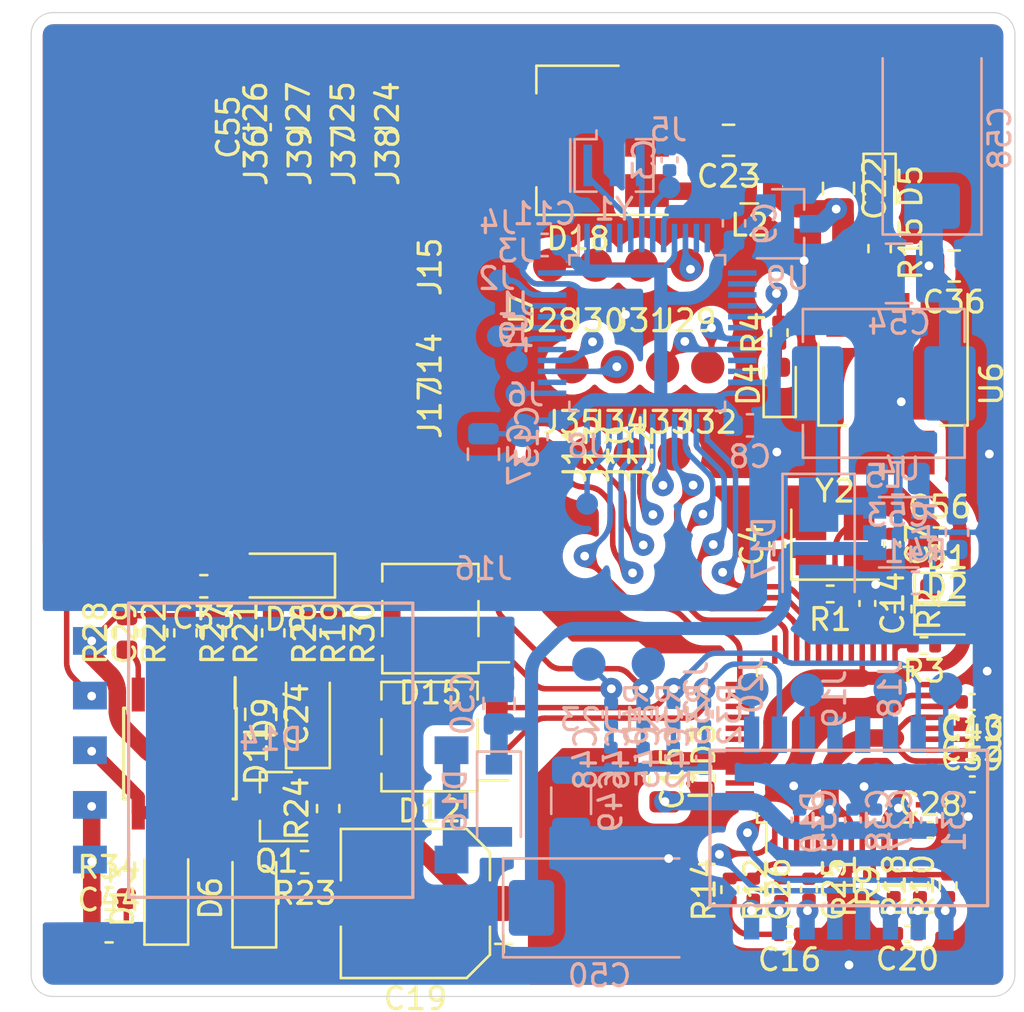
<source format=kicad_pcb>
(kicad_pcb (version 20171130) (host pcbnew 5.1.9+dfsg1-1)
  (layers (0 F.Cu signal) (31 B.Cu signal) (34 B.Paste user hide) (35 F.Paste user hide) (36 B.SilkS user hide) (37 F.SilkS user hide) (38 B.Mask user) (39 F.Mask user) (44 Edge.Cuts user))
  (net 0 "")
  (net 1 GND)
  (net 2 "Net-(C4-Pad1)")
  (net 3 +3V3)
  (net 4 +5VA)
  (net 5 "Net-(C16-Pad2)")
  (net 6 "Net-(D4-Pad2)")
  (net 7 "Net-(C33-Pad1)")
  (net 8 +3.3VA)
  (net 9 "Net-(C45-Pad1)")
  (net 10 "Net-(C46-Pad1)")
  (net 11 "Net-(D5-Pad2)")
  (net 12 "Net-(D10-Pad1)")
  (net 13 "Net-(D11-Pad2)")
  (net 14 "Net-(D12-Pad4)")
  (net 15 "Net-(D14-Pad2)")
  (net 16 +3.3VDAC)
  (net 17 "Net-(D8-Pad1)")
  (net 18 "Net-(C7-Pad1)")
  (net 19 "Net-(C10-Pad2)")
  (net 20 "Net-(C12-Pad2)")
  (net 21 "Net-(C19-Pad1)")
  (net 22 "Net-(C19-Pad2)")
  (net 23 "Net-(C20-Pad1)")
  (net 24 "Net-(C24-Pad1)")
  (net 25 "Net-(C25-Pad1)")
  (net 26 "Net-(C25-Pad2)")
  (net 27 "Net-(C26-Pad1)")
  (net 28 "Net-(C26-Pad2)")
  (net 29 "Net-(C29-Pad1)")
  (net 30 "Net-(C42-Pad1)")
  (net 31 "Net-(C42-Pad2)")
  (net 32 "Net-(C44-Pad2)")
  (net 33 "Net-(C48-Pad1)")
  (net 34 "Net-(D1-Pad1)")
  (net 35 "Net-(D2-Pad1)")
  (net 36 "Net-(D10-Pad3)")
  (net 37 "Net-(D3-Pad10)")
  (net 38 "Net-(D3-Pad25)")
  (net 39 "Net-(D3-Pad27)")
  (net 40 "Net-(D6-Pad2)")
  (net 41 "Net-(D9-Pad1)")
  (net 42 "Net-(D10-Pad9)")
  (net 43 "Net-(D10-Pad10)")
  (net 44 "Net-(D10-Pad11)")
  (net 45 "Net-(D10-Pad14)")
  (net 46 "Net-(D10-Pad15)")
  (net 47 "Net-(D10-Pad16)")
  (net 48 "Net-(D11-Pad4)")
  (net 49 "Net-(D11-Pad5)")
  (net 50 "Net-(D14-Pad6)")
  (net 51 "Net-(D15-Pad1)")
  (net 52 "Net-(D15-Pad2)")
  (net 53 "Net-(R4-Pad2)")
  (net 54 "Net-(U1-Pad5)")
  (net 55 "Net-(U1-Pad6)")
  (net 56 "Net-(C53-Pad2)")
  (net 57 "Net-(C53-Pad1)")
  (net 58 "Net-(C23-Pad2)")
  (net 59 "Net-(R41-Pad1)")
  (net 60 scsn)
  (net 61 sclk)
  (net 62 miso)
  (net 63 mosi)
  (net 64 nrst)
  (net 65 /TxD)
  (net 66 /RxD)
  (net 67 /SCL)
  (net 68 /SDA)
  (net 69 /Rst)
  (net 70 /+Z1)
  (net 71 /+Z2)
  (net 72 /+Z3)
  (net 73 /+Z4)
  (net 74 /swd)
  (net 75 /swc)
  (net 76 6v)
  (net 77 12v)
  (net 78 SIn)
  (net 79 Z1Sel)
  (net 80 Z2Sel)
  (net 81 Z3Sel)
  (net 82 Z4Sel)
  (module Package_QFP:LQFP-48_7x7mm_P0.5mm (layer B.Cu) (at 51.43 57.11 270)
    (fp_text reference U1 (at 0 6 270) (layer B.SilkS) (effects (justify mirror)))
    (fp_text value STM32F103C8Tx)
    (pad 1 smd rect (at -4.35 2.75 270) (size 1.3 0.25) (layers B.Cu B.Paste B.Mask) (net 3 +3V3))
    (pad 2 smd rect (at -4.35 2.25 270) (size 1.3 0.25) (layers B.Cu B.Paste B.Mask))
    (pad 3 smd rect (at -4.35 1.75 270) (size 1.3 0.25) (layers B.Cu B.Paste B.Mask))
    (pad 4 smd rect (at -4.35 1.25 270) (size 1.3 0.25) (layers B.Cu B.Paste B.Mask))
    (pad 5 smd rect (at -4.35 0.75 270) (size 1.3 0.25) (layers B.Cu B.Paste B.Mask) (net 54 "Net-(U1-Pad5)"))
    (pad 6 smd rect (at -4.35 0.25 270) (size 1.3 0.25) (layers B.Cu B.Paste B.Mask) (net 55 "Net-(U1-Pad6)"))
    (pad 7 smd rect (at -4.35 -0.25 270) (size 1.3 0.25) (layers B.Cu B.Paste B.Mask) (net 69 /Rst))
    (pad 8 smd rect (at -4.35 -0.75 270) (size 1.3 0.25) (layers B.Cu B.Paste B.Mask) (net 1 GND))
    (pad 9 smd rect (at -4.35 -1.25 270) (size 1.3 0.25) (layers B.Cu B.Paste B.Mask) (net 3 +3V3))
    (pad 10 smd rect (at -4.35 -1.75 270) (size 1.3 0.25) (layers B.Cu B.Paste B.Mask) (net 78 SIn))
    (pad 11 smd rect (at -4.35 -2.25 270) (size 1.3 0.25) (layers B.Cu B.Paste B.Mask))
    (pad 12 smd rect (at -4.35 -2.75 270) (size 1.3 0.25) (layers B.Cu B.Paste B.Mask))
    (pad 13 smd rect (at -2.75 -4.35 180) (size 1.3 0.25) (layers B.Cu B.Paste B.Mask))
    (pad 14 smd rect (at -2.25 -4.35 180) (size 1.3 0.25) (layers B.Cu B.Paste B.Mask))
    (pad 15 smd rect (at -1.75 -4.35 180) (size 1.3 0.25) (layers B.Cu B.Paste B.Mask))
    (pad 16 smd rect (at -1.25 -4.35 180) (size 1.3 0.25) (layers B.Cu B.Paste B.Mask))
    (pad 17 smd rect (at -0.75 -4.35 180) (size 1.3 0.25) (layers B.Cu B.Paste B.Mask) (net 53 "Net-(R4-Pad2)"))
    (pad 18 smd rect (at -0.25 -4.35 180) (size 1.3 0.25) (layers B.Cu B.Paste B.Mask))
    (pad 19 smd rect (at 0.25 -4.35 180) (size 1.3 0.25) (layers B.Cu B.Paste B.Mask) (net 79 Z1Sel))
    (pad 20 smd rect (at 0.75 -4.35 180) (size 1.3 0.25) (layers B.Cu B.Paste B.Mask) (net 80 Z2Sel))
    (pad 21 smd rect (at 1.25 -4.35 180) (size 1.3 0.25) (layers B.Cu B.Paste B.Mask))
    (pad 22 smd rect (at 1.75 -4.35 180) (size 1.3 0.25) (layers B.Cu B.Paste B.Mask))
    (pad 23 smd rect (at 2.25 -4.35 180) (size 1.3 0.25) (layers B.Cu B.Paste B.Mask) (net 1 GND))
    (pad 24 smd rect (at 2.75 -4.35 180) (size 1.3 0.25) (layers B.Cu B.Paste B.Mask) (net 3 +3V3))
    (pad 25 smd rect (at 4.35 -2.75 270) (size 1.3 0.25) (layers B.Cu B.Paste B.Mask) (net 60 scsn))
    (pad 26 smd rect (at 4.35 -2.25 270) (size 1.3 0.25) (layers B.Cu B.Paste B.Mask) (net 61 sclk))
    (pad 27 smd rect (at 4.35 -1.75 270) (size 1.3 0.25) (layers B.Cu B.Paste B.Mask) (net 62 miso))
    (pad 28 smd rect (at 4.35 -1.25 270) (size 1.3 0.25) (layers B.Cu B.Paste B.Mask) (net 63 mosi))
    (pad 29 smd rect (at 4.35 -0.75 270) (size 1.3 0.25) (layers B.Cu B.Paste B.Mask) (net 70 /+Z1))
    (pad 30 smd rect (at 4.35 -0.25 270) (size 1.3 0.25) (layers B.Cu B.Paste B.Mask) (net 71 /+Z2))
    (pad 31 smd rect (at 4.35 0.25 270) (size 1.3 0.25) (layers B.Cu B.Paste B.Mask) (net 72 /+Z3))
    (pad 32 smd rect (at 4.35 0.75 270) (size 1.3 0.25) (layers B.Cu B.Paste B.Mask) (net 73 /+Z4))
    (pad 33 smd rect (at 4.35 1.25 270) (size 1.3 0.25) (layers B.Cu B.Paste B.Mask) (net 64 nrst))
    (pad 34 smd rect (at 4.35 1.75 270) (size 1.3 0.25) (layers B.Cu B.Paste B.Mask) (net 74 /swd))
    (pad 35 smd rect (at 4.35 2.25 270) (size 1.3 0.25) (layers B.Cu B.Paste B.Mask) (net 1 GND))
    (pad 36 smd rect (at 4.35 2.75 270) (size 1.3 0.25) (layers B.Cu B.Paste B.Mask) (net 3 +3V3))
    (pad 37 smd rect (at 2.75 4.35 180) (size 1.3 0.25) (layers B.Cu B.Paste B.Mask) (net 75 /swc))
    (pad 38 smd rect (at 2.25 4.35 180) (size 1.3 0.25) (layers B.Cu B.Paste B.Mask))
    (pad 39 smd rect (at 1.75 4.35 180) (size 1.3 0.25) (layers B.Cu B.Paste B.Mask) (net 81 Z3Sel))
    (pad 40 smd rect (at 1.25 4.35 180) (size 1.3 0.25) (layers B.Cu B.Paste B.Mask) (net 82 Z4Sel))
    (pad 41 smd rect (at 0.75 4.35 180) (size 1.3 0.25) (layers B.Cu B.Paste B.Mask))
    (pad 42 smd rect (at 0.25 4.35 180) (size 1.3 0.25) (layers B.Cu B.Paste B.Mask) (net 65 /TxD))
    (pad 43 smd rect (at -0.25 4.35 180) (size 1.3 0.25) (layers B.Cu B.Paste B.Mask) (net 66 /RxD))
    (pad 44 smd rect (at -0.75 4.35 180) (size 1.3 0.25) (layers B.Cu B.Paste B.Mask) (net 1 GND))
    (pad 45 smd rect (at -1.25 4.35 180) (size 1.3 0.25) (layers B.Cu B.Paste B.Mask) (net 67 /SCL))
    (pad 46 smd rect (at -1.75 4.35 180) (size 1.3 0.25) (layers B.Cu B.Paste B.Mask) (net 68 /SDA))
    (pad 47 smd rect (at -2.25 4.35 180) (size 1.3 0.25) (layers B.Cu B.Paste B.Mask) (net 1 GND))
    (pad 48 smd rect (at -2.75 4.35 180) (size 1.3 0.25) (layers B.Cu B.Paste B.Mask) (net 3 +3V3))
  )
  (module My-library:SMD-CONN (layer F.Cu) (at 38.09 49.04 270)
    (fp_text reference J39 (at 0 2.54 90) (layer F.SilkS))
    (fp_text value +Z1)
    (pad 1 smd circle (at 0 0 270) (size 1.524 1.524) (layers F.Cu F.Paste F.Mask) (net 1 GND))
  )
  (module My-library:SMD-CONN (layer F.Cu) (at 42.11 49.04 270)
    (fp_text reference J38 (at 0 2.54 90) (layer F.SilkS))
    (fp_text value +Z1)
    (pad 1 smd circle (at 0 0 270) (size 1.524 1.524) (layers F.Cu F.Paste F.Mask) (net 1 GND))
  )
  (module My-library:SMD-CONN (layer F.Cu) (at 40.1 49.04 270)
    (fp_text reference J37 (at 0 2.54 90) (layer F.SilkS))
    (fp_text value +Z1)
    (pad 1 smd circle (at 0 0 270) (size 1.524 1.524) (layers F.Cu F.Paste F.Mask) (net 1 GND))
  )
  (module My-library:SMD-CONN (layer F.Cu) (at 36.08 49.04 270)
    (fp_text reference J36 (at 0 2.54 90) (layer F.SilkS))
    (fp_text value +Z1)
    (pad 1 smd circle (at 0 0 270) (size 1.524 1.524) (layers F.Cu F.Paste F.Mask) (net 1 GND))
  )
  (module My-library:SMD-CONN (layer F.Cu) (at 47.99 58.65)
    (fp_text reference J35 (at 0 2.54) (layer F.SilkS))
    (fp_text value +Z1)
    (pad 1 smd circle (at 0 0) (size 1.524 1.524) (layers F.Cu F.Paste F.Mask) (net 82 Z4Sel))
  )
  (module My-library:SMD-CONN (layer F.Cu) (at 50.06 58.65)
    (fp_text reference J34 (at 0 2.54) (layer F.SilkS))
    (fp_text value +Z1)
    (pad 1 smd circle (at 0 0) (size 1.524 1.524) (layers F.Cu F.Paste F.Mask) (net 81 Z3Sel))
  )
  (module My-library:SMD-CONN (layer F.Cu) (at 52.13 58.65)
    (fp_text reference J33 (at 0 2.54) (layer F.SilkS))
    (fp_text value +Z1)
    (pad 1 smd circle (at 0 0) (size 1.524 1.524) (layers F.Cu F.Paste F.Mask) (net 80 Z2Sel))
  )
  (module My-library:SMD-CONN (layer F.Cu) (at 54.2 58.65)
    (fp_text reference J32 (at 0 2.54) (layer F.SilkS))
    (fp_text value +Z1)
    (pad 1 smd circle (at 0 0) (size 1.524 1.524) (layers F.Cu F.Paste F.Mask) (net 79 Z1Sel))
  )
  (module My-library:SMD-CONN (layer F.Cu) (at 51.163332 54)
    (fp_text reference J31 (at 0 2.54) (layer F.SilkS))
    (fp_text value +Z1)
    (pad 1 smd circle (at 0 0) (size 1.524 1.524) (layers F.Cu F.Paste F.Mask) (net 78 SIn))
  )
  (module My-library:SMD-CONN (layer F.Cu) (at 49.066666 54)
    (fp_text reference J30 (at 0 2.54) (layer F.SilkS))
    (fp_text value +Z1)
    (pad 1 smd circle (at 0 0) (size 1.524 1.524) (layers F.Cu F.Paste F.Mask) (net 78 SIn))
  )
  (module My-library:SMD-CONN (layer F.Cu) (at 53.26 54)
    (fp_text reference J29 (at 0 2.54) (layer F.SilkS))
    (fp_text value +Z1)
    (pad 1 smd circle (at 0 0) (size 1.524 1.524) (layers F.Cu F.Paste F.Mask) (net 78 SIn))
  )
  (module My-library:SMD-CONN (layer F.Cu) (at 46.97 54)
    (fp_text reference J28 (at 0 2.54) (layer F.SilkS))
    (fp_text value +Z1)
    (pad 1 smd circle (at 0 0) (size 1.524 1.524) (layers F.Cu F.Paste F.Mask) (net 78 SIn))
  )
  (module My-library:SMD-CONN (layer F.Cu) (at 38.02 46.93 270)
    (fp_text reference J27 (at 0 2.54 90) (layer F.SilkS))
    (fp_text value +Z1)
    (pad 1 smd circle (at 0 -0.05 270) (size 1.524 1.524) (layers F.Cu F.Paste F.Mask) (net 4 +5VA))
  )
  (module My-library:SMD-CONN (layer F.Cu) (at 36.06 46.93 270)
    (fp_text reference J26 (at 0 2.54 90) (layer F.SilkS))
    (fp_text value +Z1)
    (pad 1 smd circle (at 0 0 270) (size 1.524 1.524) (layers F.Cu F.Paste F.Mask) (net 4 +5VA))
  )
  (module My-library:SMD-CONN (layer F.Cu) (at 40.05 46.93 270)
    (fp_text reference J25 (at 0 2.54 90) (layer F.SilkS))
    (fp_text value +Z1)
    (pad 1 smd circle (at 0 -0.03 270) (size 1.524 1.524) (layers F.Cu F.Paste F.Mask) (net 4 +5VA))
  )
  (module My-library:SMD-CONN (layer F.Cu) (at 42.09 46.93 270)
    (fp_text reference J24 (at 0 2.54 90) (layer F.SilkS))
    (fp_text value +Z1)
    (pad 1 smd circle (at 0 0 270) (size 1.524 1.524) (layers F.Cu F.Paste F.Mask) (net 4 +5VA))
  )
  (module My-library:ConnMini (layer B.Cu) (at 45.45 59.86)
    (fp_text reference J9 (at -0.05 -2.64) (layer B.SilkS) (effects (justify mirror)))
    (fp_text value SWC)
    (pad 1 smd circle (at 0 0) (size 1 1) (layers B.Cu B.Paste B.Mask) (net 75 /swc))
  )
  (module My-library:ConnMini (layer B.Cu) (at 48.68 64.92)
    (fp_text reference J8 (at -0.05 -2.64) (layer B.SilkS) (effects (justify mirror)))
    (fp_text value SWD)
    (pad 1 smd circle (at 0 0) (size 1 1) (layers B.Cu B.Paste B.Mask) (net 74 /swd))
  )
  (module My-library:ConnMini (layer B.Cu) (at 52.45 50.45)
    (fp_text reference J5 (at -0.05 -2.64) (layer B.SilkS) (effects (justify mirror)))
    (fp_text value RST)
    (pad 1 smd circle (at 0 0) (size 1 1) (layers B.Cu B.Paste B.Mask) (net 69 /Rst))
  )
  (module My-library:ConnMini (layer B.Cu) (at 44.65 54.7)
    (fp_text reference J4 (at -0.05 -2.64) (layer B.SilkS) (effects (justify mirror)))
    (fp_text value SDA)
    (pad 1 smd circle (at 0 0) (size 1 1) (layers B.Cu B.Paste B.Mask) (net 68 /SDA))
  )
  (module My-library:ConnMini (layer B.Cu) (at 45.47 55.99)
    (fp_text reference J3 (at -0.05 -2.64) (layer B.SilkS) (effects (justify mirror)))
    (fp_text value SCL)
    (pad 1 smd circle (at 0 0) (size 1 1) (layers B.Cu B.Paste B.Mask) (net 67 /SCL))
  )
  (module My-library:ConnMini (layer B.Cu) (at 44.6 57.25)
    (fp_text reference J2 (at -0.05 -2.64) (layer B.SilkS) (effects (justify mirror)))
    (fp_text value RxD)
    (pad 1 smd circle (at 0 0) (size 1 1) (layers B.Cu B.Paste B.Mask) (net 66 /RxD))
  )
  (module My-library:ConnMini (layer B.Cu) (at 45.47 58.41)
    (fp_text reference J1 (at -0.05 -2.64) (layer B.SilkS) (effects (justify mirror)))
    (fp_text value TxD)
    (pad 1 smd circle (at 0 0) (size 1 1) (layers B.Cu B.Paste B.Mask) (net 65 /TxD))
  )
  (module Resistor_SMD:R_0402_1005Metric (layer B.Cu) (at 49.778974 74.54342 90)
    (fp_text reference R40 (at 0 1.17 90) (layer B.SilkS) (effects (justify mirror)))
    (fp_text value 75)
    (pad 2 smd roundrect (at 0.51 0 90) (size 0.54 0.64) (layers B.Cu B.Paste B.Mask) (net 51 "Net-(D15-Pad1)"))
    (pad 1 smd roundrect (at -0.51 0 90) (size 0.54 0.64) (layers B.Cu B.Paste B.Mask) (net 33 "Net-(C48-Pad1)"))
  )
  (module Resistor_SMD:R_0402_1005Metric (layer B.Cu) (at 51.25415 74.54342 90)
    (fp_text reference R36 (at 0 1.17 90) (layer B.SilkS) (effects (justify mirror)))
    (fp_text value 75)
    (pad 2 smd roundrect (at 0.51 0 90) (size 0.54 0.64) (layers B.Cu B.Paste B.Mask) (net 52 "Net-(D15-Pad2)"))
    (pad 1 smd roundrect (at -0.51 0 90) (size 0.54 0.64) (layers B.Cu B.Paste B.Mask) (net 10 "Net-(C46-Pad1)"))
  )
  (module Resistor_SMD:R_0402_1005Metric (layer B.Cu) (at 52.629702 74.54342 90)
    (fp_text reference R35 (at 0 1.17 90) (layer B.SilkS) (effects (justify mirror)))
    (fp_text value 75)
    (pad 2 smd roundrect (at 0.51 0 90) (size 0.54 0.64) (layers B.Cu B.Paste B.Mask) (net 46 "Net-(D10-Pad15)"))
    (pad 1 smd roundrect (at -0.51 0 90) (size 0.54 0.64) (layers B.Cu B.Paste B.Mask) (net 9 "Net-(C45-Pad1)"))
  )
  (module Resistor_SMD:R_0402_1005Metric (layer B.Cu) (at 54.037426 74.54342 90)
    (fp_text reference R32 (at 0 1.17 90) (layer B.SilkS) (effects (justify mirror)))
    (fp_text value 75)
    (pad 2 smd roundrect (at 0.51 0 90) (size 0.54 0.64) (layers B.Cu B.Paste B.Mask) (net 43 "Net-(D10-Pad10)"))
    (pad 1 smd roundrect (at -0.51 0 90) (size 0.54 0.64) (layers B.Cu B.Paste B.Mask) (net 30 "Net-(C42-Pad1)"))
  )
  (module Capacitor_SMD:C_0402_1005Metric (layer B.Cu) (at 49.768974 76.55982 270)
    (fp_text reference C48 (at 0 1.16 90) (layer B.SilkS) (effects (justify mirror)))
    (fp_text value 6.8nF)
    (pad 2 smd roundrect (at 0.48 0 270) (size 0.56 0.62) (layers B.Cu B.Paste B.Mask) (net 31 "Net-(C42-Pad2)"))
    (pad 1 smd roundrect (at -0.48 0 270) (size 0.56 0.62) (layers B.Cu B.Paste B.Mask) (net 33 "Net-(C48-Pad1)"))
  )
  (module Capacitor_SMD:C_0402_1005Metric (layer B.Cu) (at 51.24415 76.55982 270)
    (fp_text reference C46 (at 0 1.16 90) (layer B.SilkS) (effects (justify mirror)))
    (fp_text value 6.8nF)
    (pad 2 smd roundrect (at 0.48 0 270) (size 0.56 0.62) (layers B.Cu B.Paste B.Mask) (net 31 "Net-(C42-Pad2)"))
    (pad 1 smd roundrect (at -0.48 0 270) (size 0.56 0.62) (layers B.Cu B.Paste B.Mask) (net 10 "Net-(C46-Pad1)"))
  )
  (module Capacitor_SMD:C_0402_1005Metric (layer B.Cu) (at 52.619702 76.5268 270)
    (fp_text reference C45 (at 0 1.16 90) (layer B.SilkS) (effects (justify mirror)))
    (fp_text value 6.8nF)
    (pad 2 smd roundrect (at 0.48 0 270) (size 0.56 0.62) (layers B.Cu B.Paste B.Mask) (net 31 "Net-(C42-Pad2)"))
    (pad 1 smd roundrect (at -0.48 0 270) (size 0.56 0.62) (layers B.Cu B.Paste B.Mask) (net 9 "Net-(C45-Pad1)"))
  )
  (module Capacitor_SMD:C_0402_1005Metric (layer B.Cu) (at 54.027426 76.55982 270)
    (fp_text reference C42 (at 0 1.16 90) (layer B.SilkS) (effects (justify mirror)))
    (fp_text value 6.8nF)
    (pad 2 smd roundrect (at 0.48 0 270) (size 0.56 0.62) (layers B.Cu B.Paste B.Mask) (net 31 "Net-(C42-Pad2)"))
    (pad 1 smd roundrect (at -0.48 0 270) (size 0.56 0.62) (layers B.Cu B.Paste B.Mask) (net 30 "Net-(C42-Pad1)"))
  )
  (module Crystal:Resonator_SMD_muRata_CSTxExxV-3Pin_3.0x1.1mm (layer B.Cu) (at 49.91 49.44)
    (fp_text reference Y1 (at 0 2 180) (layer B.SilkS) (effects (justify mirror)))
    (fp_text value CSTCE8M00G52A-R0)
    (pad 3 smd rect (at 1.2 0) (size 0.4 1.9) (layers B.Cu B.Paste B.Mask) (net 55 "Net-(U1-Pad6)"))
    (pad 2 smd rect (at 0 0) (size 0.4 1.9) (layers B.Cu B.Paste B.Mask) (net 1 GND))
    (pad 1 smd rect (at -1.2 0) (size 0.4 1.9) (layers B.Cu B.Paste B.Mask) (net 54 "Net-(U1-Pad5)"))
  )
  (module Capacitor_SMD:C_0603_1608Metric (layer F.Cu) (at 33.7 47.69 90)
    (fp_text reference C55 (at 0 -1.43 90) (layer F.SilkS))
    (fp_text value 10uF)
    (pad 2 smd roundrect (at 0.775 0 90) (size 0.9 0.95) (layers F.Cu F.Paste F.Mask) (net 4 +5VA))
    (pad 1 smd roundrect (at -0.775 0 90) (size 0.9 0.95) (layers F.Cu F.Paste F.Mask) (net 1 GND))
  )
  (module Capacitor_SMD:C_0805_2012Metric (layer B.Cu) (at 62.9 63.76)
    (fp_text reference C53 (at 0 1.68) (layer B.SilkS) (effects (justify mirror)))
    (fp_text value 100n)
    (pad 2 smd roundrect (at 0.95 0) (size 1 1.45) (layers B.Cu B.Paste B.Mask) (net 56 "Net-(C53-Pad2)"))
    (pad 1 smd roundrect (at -0.95 0) (size 1 1.45) (layers B.Cu B.Paste B.Mask) (net 57 "Net-(C53-Pad1)"))
  )
  (module Inductor_SMD:L_Abracon_ASPI-0630LR (layer B.Cu) (at 62.25 59.41)
    (fp_text reference L5 (at 0 4.25) (layer B.SilkS) (effects (justify mirror)))
    (fp_text value 15uH)
    (pad 2 smd roundrect (at 3.025 0) (size 2.35 3.4) (layers B.Cu B.Paste B.Mask) (roundrect_rratio 0.1) (net 76 6v))
    (pad 1 smd roundrect (at -3.025 0) (size 2.35 3.4) (layers B.Cu B.Paste B.Mask) (roundrect_rratio 0.1) (net 57 "Net-(C53-Pad1)"))
  )
  (module Diode_SMD:D_SMA (layer B.Cu) (at 59.27 66.95 270)
    (fp_text reference D17 (at 0 2.5 90) (layer B.SilkS) (effects (justify mirror)))
    (fp_text value SS56)
    (pad 2 smd rect (at 2 0 270) (size 2.5 1.8) (layers B.Cu B.Paste B.Mask) (net 1 GND))
    (pad 1 smd rect (at -2 0 270) (size 2.5 1.8) (layers B.Cu B.Paste B.Mask) (net 57 "Net-(C53-Pad1)"))
  )
  (module Capacitor_SMD:C_0603_1608Metric (layer B.Cu) (at 46.74 53.08 180)
    (fp_text reference C11 (at 0 1.43 180) (layer B.SilkS) (effects (justify mirror)))
    (fp_text value 0.1uF)
    (pad 2 smd roundrect (at 0.775 0 180) (size 0.9 0.95) (layers B.Cu B.Paste B.Mask) (net 1 GND))
    (pad 1 smd roundrect (at -0.775 0 180) (size 0.9 0.95) (layers B.Cu B.Paste B.Mask) (net 3 +3V3))
  )
  (module Capacitor_SMD:C_0603_1608Metric (layer B.Cu) (at 56.13 61.33)
    (fp_text reference C8 (at 0 1.43 180) (layer B.SilkS) (effects (justify mirror)))
    (fp_text value 0.1uF)
    (pad 2 smd roundrect (at 0.775 0) (size 0.9 0.95) (layers B.Cu B.Paste B.Mask) (net 1 GND))
    (pad 1 smd roundrect (at -0.775 0) (size 0.9 0.95) (layers B.Cu B.Paste B.Mask) (net 3 +3V3))
  )
  (module Capacitor_SMD:C_0603_1608Metric (layer B.Cu) (at 47.38 61.86 270)
    (fp_text reference C13 (at 0 1.43 90) (layer B.SilkS) (effects (justify mirror)))
    (fp_text value 0.1uF)
    (pad 2 smd roundrect (at 0.775 0 270) (size 0.9 0.95) (layers B.Cu B.Paste B.Mask) (net 1 GND))
    (pad 1 smd roundrect (at -0.775 0 270) (size 0.9 0.95) (layers B.Cu B.Paste B.Mask) (net 3 +3V3))
  )
  (module Resistor_SMD:R_0402_1005Metric (layer F.Cu) (at 57.47 57.09 90)
    (fp_text reference R4 (at 0 -1.17 90) (layer F.SilkS))
    (fp_text value 1k)
    (pad 2 smd roundrect (at 0.51 0 90) (size 0.54 0.64) (layers F.Cu F.Paste F.Mask) (net 53 "Net-(R4-Pad2)"))
    (pad 1 smd roundrect (at -0.51 0 90) (size 0.54 0.64) (layers F.Cu F.Paste F.Mask) (net 6 "Net-(D4-Pad2)"))
  )
  (module Capacitor_SMD:C_0603_1608Metric (layer B.Cu) (at 55.4 52.09 90)
    (fp_text reference C9 (at 0 1.43 270) (layer B.SilkS) (effects (justify mirror)))
    (fp_text value 0.1uF)
    (pad 2 smd roundrect (at 0.775 0 90) (size 0.9 0.95) (layers B.Cu B.Paste B.Mask) (net 1 GND))
    (pad 1 smd roundrect (at -0.775 0 90) (size 0.9 0.95) (layers B.Cu B.Paste B.Mask) (net 3 +3V3))
  )
  (module Capacitor_SMD:C_0402_1005Metric (layer B.Cu) (at 52.45 49.18 270)
    (fp_text reference C3 (at 0 1.16 270) (layer B.SilkS) (effects (justify mirror)))
    (fp_text value 0.1uF)
    (pad 2 smd roundrect (at 0.48 0 270) (size 0.56 0.62) (layers B.Cu B.Paste B.Mask) (net 69 /Rst))
    (pad 1 smd roundrect (at -0.48 0 270) (size 0.56 0.62) (layers B.Cu B.Paste B.Mask) (net 1 GND))
  )
  (module Package_TO_SOT_SMD:SOT-23-6 (layer B.Cu) (at 62.934 66.22 180)
    (fp_text reference U4 (at 0 2.9) (layer B.SilkS) (effects (justify mirror)))
    (fp_text value LMR14206)
    (pad 5 smd rect (at 1.1 0 180) (size 1.06 0.65) (layers B.Cu B.Paste B.Mask) (net 77 12v))
    (pad 6 smd rect (at 1.1 0.95 180) (size 1.06 0.65) (layers B.Cu B.Paste B.Mask) (net 57 "Net-(C53-Pad1)"))
    (pad 4 smd rect (at 1.1 -0.95 180) (size 1.06 0.65) (layers B.Cu B.Paste B.Mask) (net 77 12v))
    (pad 3 smd rect (at -1.1 -0.95 180) (size 1.06 0.65) (layers B.Cu B.Paste B.Mask) (net 59 "Net-(R41-Pad1)"))
    (pad 2 smd rect (at -1.1 0 180) (size 1.06 0.65) (layers B.Cu B.Paste B.Mask) (net 1 GND))
    (pad 1 smd rect (at -1.1 0.95 180) (size 1.06 0.65) (layers B.Cu B.Paste B.Mask) (net 56 "Net-(C53-Pad2)"))
  )
  (module Package_TO_SOT_SMD:SOT-223 (layer F.Cu) (at 48.27 48.29 180)
    (fp_text reference D18 (at 0 -4.5 180) (layer F.SilkS))
    (fp_text value MC33375ST)
    (pad 1 smd rect (at -3.15 -2.3 180) (size 2 1.5) (layers F.Cu F.Paste F.Mask) (net 58 "Net-(C23-Pad2)"))
    (pad 3 smd rect (at -3.15 2.3 180) (size 2 1.5) (layers F.Cu F.Paste F.Mask) (net 4 +5VA))
    (pad 2 smd rect (at -3.15 0 180) (size 2 1.5) (layers F.Cu F.Paste F.Mask) (net 58 "Net-(C23-Pad2)"))
    (pad 4 smd rect (at 3.15 0 180) (size 2 3.8) (layers F.Cu F.Paste F.Mask) (net 1 GND))
  )
  (module Inductor_SMD:L_0805_2012Metric (layer F.Cu) (at 56.1 50.62 180)
    (fp_text reference L2 (at 0 -1.55 180) (layer F.SilkS))
    (fp_text value 47uH)
    (pad 2 smd roundrect (at 1.0625 0 180) (size 0.875 1.2) (layers F.Cu F.Paste F.Mask) (net 58 "Net-(C23-Pad2)"))
    (pad 1 smd roundrect (at -1.0625 0 180) (size 0.875 1.2) (layers F.Cu F.Paste F.Mask) (net 76 6v))
  )
  (module Crystal:Crystal_SMD_SeikoEpson_FA238-4Pin_3.2x2.5mm (layer F.Cu) (at 60.02 66.785)
    (fp_text reference Y2 (at 0 -2.45) (layer F.SilkS))
    (fp_text value ECS-250-20-33)
    (pad 4 smd rect (at -1.1 -0.8) (size 1.4 1.2) (layers F.Cu F.Paste F.Mask) (net 1 GND))
    (pad 3 smd rect (at 1.1 -0.8) (size 1.4 1.2) (layers F.Cu F.Paste F.Mask) (net 18 "Net-(C7-Pad1)"))
    (pad 2 smd rect (at 1.1 0.8) (size 1.4 1.2) (layers F.Cu F.Paste F.Mask) (net 1 GND))
    (pad 1 smd rect (at -1.1 0.8) (size 1.4 1.2) (layers F.Cu F.Paste F.Mask) (net 2 "Net-(C4-Pad1)"))
  )
  (module Resistor_SMD:R_0402_1005Metric (layer F.Cu) (at 63.90522 82.38888 90)
    (fp_text reference R18 (at 0 -1.17 90) (layer F.SilkS))
    (fp_text value 10R)
    (pad 2 smd roundrect (at 0.51 0 90) (size 0.54 0.64) (layers F.Cu F.Paste F.Mask) (net 8 +3.3VA))
    (pad 1 smd roundrect (at -0.51 0 90) (size 0.54 0.64) (layers F.Cu F.Paste F.Mask) (net 23 "Net-(C20-Pad1)"))
  )
  (module Resistor_SMD:R_0402_1005Metric (layer F.Cu) (at 55.20366 82.56636 90)
    (fp_text reference R14 (at 0 -1.17 90) (layer F.SilkS))
    (fp_text value 82R)
    (pad 2 smd roundrect (at 0.51 0 90) (size 0.54 0.64) (layers F.Cu F.Paste F.Mask) (net 27 "Net-(C26-Pad1)"))
    (pad 1 smd roundrect (at -0.51 0 90) (size 0.54 0.64) (layers F.Cu F.Paste F.Mask) (net 5 "Net-(C16-Pad2)"))
  )
  (module Resistor_SMD:R_0402_1005Metric (layer F.Cu) (at 57.55824 82.56636 90)
    (fp_text reference R12 (at 0 -1.17 90) (layer F.SilkS))
    (fp_text value 82R)
    (pad 2 smd roundrect (at 0.51 0 90) (size 0.54 0.64) (layers F.Cu F.Paste F.Mask) (net 25 "Net-(C25-Pad1)"))
    (pad 1 smd roundrect (at -0.51 0 90) (size 0.54 0.64) (layers F.Cu F.Paste F.Mask) (net 5 "Net-(C16-Pad2)"))
  )
  (module Resistor_SMD:R_0402_1005Metric (layer F.Cu) (at 61.62176 82.38888 90)
    (fp_text reference R11 (at 0 -1.17 90) (layer F.SilkS))
    (fp_text value 12.4k)
    (pad 2 smd roundrect (at 0.51 0 90) (size 0.54 0.64) (layers F.Cu F.Paste F.Mask) (net 37 "Net-(D3-Pad10)"))
    (pad 1 smd roundrect (at -0.51 0 90) (size 0.54 0.64) (layers F.Cu F.Paste F.Mask) (net 1 GND))
  )
  (module Resistor_SMD:R_0402_1005Metric (layer F.Cu) (at 65.19554 82.38888 90)
    (fp_text reference R10 (at 0 -1.17 90) (layer F.SilkS))
    (fp_text value 49R9)
    (pad 2 smd roundrect (at 0.51 0 90) (size 0.54 0.64) (layers F.Cu F.Paste F.Mask) (net 8 +3.3VA))
    (pad 1 smd roundrect (at -0.51 0 90) (size 0.54 0.64) (layers F.Cu F.Paste F.Mask) (net 12 "Net-(D10-Pad1)"))
  )
  (module Resistor_SMD:R_0402_1005Metric (layer F.Cu) (at 62.7038 82.38888 90)
    (fp_text reference R9 (at 0 -1.17 90) (layer F.SilkS))
    (fp_text value 49R9)
    (pad 2 smd roundrect (at 0.51 0 90) (size 0.54 0.64) (layers F.Cu F.Paste F.Mask) (net 8 +3.3VA))
    (pad 1 smd roundrect (at -0.51 0 90) (size 0.54 0.64) (layers F.Cu F.Paste F.Mask) (net 36 "Net-(D10-Pad3)"))
  )
  (module Capacitor_SMD:C_0402_1005Metric (layer F.Cu) (at 56.28062 82.54636 270)
    (fp_text reference C26 (at 0 -1.16 90) (layer F.SilkS))
    (fp_text value 6.8nF)
    (pad 2 smd roundrect (at 0.48 0 270) (size 0.56 0.62) (layers F.Cu F.Paste F.Mask) (net 28 "Net-(C26-Pad2)"))
    (pad 1 smd roundrect (at -0.48 0 270) (size 0.56 0.62) (layers F.Cu F.Paste F.Mask) (net 27 "Net-(C26-Pad1)"))
  )
  (module Capacitor_SMD:C_0402_1005Metric (layer F.Cu) (at 58.82824 82.54636 270)
    (fp_text reference C25 (at 0 -1.16 90) (layer F.SilkS))
    (fp_text value 6.8nF)
    (pad 2 smd roundrect (at 0.48 0 270) (size 0.56 0.62) (layers F.Cu F.Paste F.Mask) (net 26 "Net-(C25-Pad2)"))
    (pad 1 smd roundrect (at -0.48 0 270) (size 0.56 0.62) (layers F.Cu F.Paste F.Mask) (net 25 "Net-(C25-Pad1)"))
  )
  (module Capacitor_SMD:C_0402_1005Metric (layer F.Cu) (at 63.33548 84.58086 180)
    (fp_text reference C20 (at 0 -1.16) (layer F.SilkS))
    (fp_text value 22nF)
    (pad 2 smd roundrect (at 0.48 0 180) (size 0.56 0.62) (layers F.Cu F.Paste F.Mask) (net 1 GND))
    (pad 1 smd roundrect (at -0.48 0 180) (size 0.56 0.62) (layers F.Cu F.Paste F.Mask) (net 23 "Net-(C20-Pad1)"))
  )
  (module Capacitor_SMD:C_0402_1005Metric (layer F.Cu) (at 57.94306 84.6088 180)
    (fp_text reference C16 (at 0 -1.16) (layer F.SilkS))
    (fp_text value 10nF)
    (pad 2 smd roundrect (at 0.48 0 180) (size 0.56 0.62) (layers F.Cu F.Paste F.Mask) (net 5 "Net-(C16-Pad2)"))
    (pad 1 smd roundrect (at -0.48 0 180) (size 0.56 0.62) (layers F.Cu F.Paste F.Mask) (net 1 GND))
  )
  (module My-library:DA2257 (layer B.Cu) (at 34.2093 76.1887)
    (fp_text reference D14 (at 0 -0.5) (layer B.SilkS) (effects (justify mirror)))
    (fp_text value T4932B)
    (pad 5 smd rect (at -8.27 5) (size 1.55 1.27) (layers B.Cu B.Paste B.Mask) (net 21 "Net-(C19-Pad1)"))
    (pad 4 smd rect (at -8.27 2.5) (size 1.55 1.27) (layers B.Cu B.Paste B.Mask) (net 21 "Net-(C19-Pad1)"))
    (pad 3 smd rect (at -8.27 0) (size 1.55 1.27) (layers B.Cu B.Paste B.Mask) (net 49 "Net-(D11-Pad5)"))
    (pad 2 smd rect (at -8.27 -2.5) (size 1.55 1.27) (layers B.Cu B.Paste B.Mask) (net 15 "Net-(D14-Pad2)"))
    (pad 1 smd rect (at -8.27 -5) (size 1.55 1.27) (layers B.Cu B.Paste B.Mask) (net 22 "Net-(C19-Pad2)"))
    (pad 10 smd rect (at 8.27 -5) (size 1.55 1.27) (layers B.Cu B.Paste B.Mask) (net 1 GND))
    (pad 9 smd rect (at 8.27 -2.5) (size 1.55 1.27) (layers B.Cu B.Paste B.Mask) (net 1 GND))
    (pad 8 smd rect (at 8.27 0) (size 1.55 1.27) (layers B.Cu B.Paste B.Mask) (net 50 "Net-(D14-Pad6)"))
    (pad 7 smd rect (at 8.27 2.5) (size 1.55 1.27) (layers B.Cu B.Paste B.Mask) (net 50 "Net-(D14-Pad6)"))
    (pad 6 smd rect (at 8.27 5) (size 1.55 1.27) (layers B.Cu B.Paste B.Mask) (net 50 "Net-(D14-Pad6)"))
  )
  (module Capacitor_SMD:C_0402_1005Metric (layer F.Cu) (at 66.3022 76.4046)
    (fp_text reference C43 (at 0 -1.16) (layer F.SilkS))
    (fp_text value 1uF)
    (pad 2 smd roundrect (at 0.48 0) (size 0.56 0.62) (layers F.Cu F.Paste F.Mask) (net 1 GND))
    (pad 1 smd roundrect (at -0.48 0) (size 0.56 0.62) (layers F.Cu F.Paste F.Mask) (net 8 +3.3VA))
  )
  (module Capacitor_SMD:C_0603_1608Metric (layer F.Cu) (at 54.0086 77.4714 90)
    (fp_text reference C15 (at 0 -1.43 90) (layer F.SilkS))
    (fp_text value 10uF)
    (pad 1 smd roundrect (at -0.7875 0 90) (size 0.875 0.95) (layers F.Cu F.Paste F.Mask) (net 1 GND))
    (pad 2 smd roundrect (at 0.7875 0 90) (size 0.875 0.95) (layers F.Cu F.Paste F.Mask) (net 16 +3.3VDAC))
  )
  (module Resistor_SMD:R_0402_1005Metric (layer F.Cu) (at 59.8 69.04 180)
    (fp_text reference R1 (at 0 -1.17) (layer F.SilkS))
    (fp_text value 1M)
    (pad 2 smd roundrect (at 0.51 0 180) (size 0.54 0.64) (layers F.Cu F.Paste F.Mask) (net 2 "Net-(C4-Pad1)"))
    (pad 1 smd roundrect (at -0.51 0 180) (size 0.54 0.64) (layers F.Cu F.Paste F.Mask) (net 18 "Net-(C7-Pad1)"))
  )
  (module Capacitor_SMD:C_0402_1005Metric (layer F.Cu) (at 62.63 66.77 270)
    (fp_text reference C7 (at 0 -1.16 90) (layer F.SilkS))
    (fp_text value 10p)
    (pad 2 smd roundrect (at 0.48 0 270) (size 0.56 0.62) (layers F.Cu F.Paste F.Mask) (net 1 GND))
    (pad 1 smd roundrect (at -0.48 0 270) (size 0.56 0.62) (layers F.Cu F.Paste F.Mask) (net 18 "Net-(C7-Pad1)"))
  )
  (module Capacitor_SMD:C_0402_1005Metric (layer F.Cu) (at 57.38 66.79 90)
    (fp_text reference C4 (at 0 -1.16 90) (layer F.SilkS))
    (fp_text value 10p)
    (pad 2 smd roundrect (at 0.48 0 90) (size 0.56 0.62) (layers F.Cu F.Paste F.Mask) (net 1 GND))
    (pad 1 smd roundrect (at -0.48 0 90) (size 0.56 0.62) (layers F.Cu F.Paste F.Mask) (net 2 "Net-(C4-Pad1)"))
  )
  (module Capacitor_SMD:C_0402_1005Metric (layer F.Cu) (at 61.5 69.475 270)
    (fp_text reference C14 (at 0 -1.16 90) (layer F.SilkS))
    (fp_text value 0.1uF)
    (pad 2 smd roundrect (at 0.48 0 270) (size 0.56 0.62) (layers F.Cu F.Paste F.Mask) (net 16 +3.3VDAC))
    (pad 1 smd roundrect (at -0.48 0 270) (size 0.56 0.62) (layers F.Cu F.Paste F.Mask) (net 1 GND))
  )
  (module Capacitor_SMD:C_0402_1005Metric (layer B.Cu) (at 60.84 79.38 90)
    (fp_text reference C38 (at 0 1.16 90) (layer B.SilkS) (effects (justify mirror)))
    (fp_text value 0.1uF)
    (pad 2 smd roundrect (at 0.48 0 90) (size 0.56 0.62) (layers B.Cu B.Paste B.Mask) (net 1 GND))
    (pad 1 smd roundrect (at -0.48 0 90) (size 0.56 0.62) (layers B.Cu B.Paste B.Mask) (net 8 +3.3VA))
  )
  (module Capacitor_SMD:C_0402_1005Metric (layer B.Cu) (at 58.4 79.38 90)
    (fp_text reference C35 (at 0 1.16 90) (layer B.SilkS) (effects (justify mirror)))
    (fp_text value 0.1uF)
    (pad 2 smd roundrect (at 0.48 0 90) (size 0.56 0.62) (layers B.Cu B.Paste B.Mask) (net 1 GND))
    (pad 1 smd roundrect (at -0.48 0 90) (size 0.56 0.62) (layers B.Cu B.Paste B.Mask) (net 8 +3.3VA))
  )
  (module Capacitor_SMD:C_0402_1005Metric (layer B.Cu) (at 64.321 79.3891 90)
    (fp_text reference C31 (at 0 1.16 90) (layer B.SilkS) (effects (justify mirror)))
    (fp_text value 0.1uF)
    (pad 2 smd roundrect (at 0.48 0 90) (size 0.56 0.62) (layers B.Cu B.Paste B.Mask) (net 1 GND))
    (pad 1 smd roundrect (at -0.48 0 90) (size 0.56 0.62) (layers B.Cu B.Paste B.Mask) (net 8 +3.3VA))
  )
  (module Capacitor_SMD:C_0402_1005Metric (layer F.Cu) (at 64.36418 79.8336)
    (fp_text reference C28 (at 0 -1.16 180) (layer F.SilkS))
    (fp_text value 0.1uF)
    (pad 2 smd roundrect (at 0.48 0) (size 0.56 0.62) (layers F.Cu F.Paste F.Mask) (net 1 GND))
    (pad 1 smd roundrect (at -0.48 0) (size 0.56 0.62) (layers F.Cu F.Paste F.Mask) (net 8 +3.3VA))
  )
  (module Capacitor_SMD:C_0402_1005Metric (layer B.Cu) (at 61.87 79.38 90)
    (fp_text reference C27 (at 0 1.16 90) (layer B.SilkS) (effects (justify mirror)))
    (fp_text value 0.1uF)
    (pad 2 smd roundrect (at 0.48 0 90) (size 0.56 0.62) (layers B.Cu B.Paste B.Mask) (net 1 GND))
    (pad 1 smd roundrect (at -0.48 0 90) (size 0.56 0.62) (layers B.Cu B.Paste B.Mask) (net 8 +3.3VA))
  )
  (module Resistor_SMD:R_0402_1005Metric (layer F.Cu) (at 63.14 69.73 270)
    (fp_text reference R2 (at 0 -1.17 90) (layer F.SilkS))
    (fp_text value 1k)
    (pad 2 smd roundrect (at 0.51 0 270) (size 0.54 0.64) (layers F.Cu F.Paste F.Mask) (net 39 "Net-(D3-Pad27)"))
    (pad 1 smd roundrect (at -0.51 0 270) (size 0.54 0.64) (layers F.Cu F.Paste F.Mask) (net 34 "Net-(D1-Pad1)"))
  )
  (module Capacitor_SMD:C_0402_1005Metric (layer F.Cu) (at 66.3 77.75)
    (fp_text reference C39 (at 0 -1.16) (layer F.SilkS))
    (fp_text value 0.1uF)
    (pad 2 smd roundrect (at 0.48 0) (size 0.56 0.62) (layers F.Cu F.Paste F.Mask) (net 1 GND))
    (pad 1 smd roundrect (at -0.48 0) (size 0.56 0.62) (layers F.Cu F.Paste F.Mask) (net 8 +3.3VA))
  )
  (module Resistor_SMD:R_0402_1005Metric (layer F.Cu) (at 64.09 71.4 180)
    (fp_text reference R3 (at 0 -1.17) (layer F.SilkS))
    (fp_text value 1k)
    (pad 2 smd roundrect (at 0.51 0 180) (size 0.54 0.64) (layers F.Cu F.Paste F.Mask) (net 38 "Net-(D3-Pad25)"))
    (pad 1 smd roundrect (at -0.51 0 180) (size 0.54 0.64) (layers F.Cu F.Paste F.Mask) (net 35 "Net-(D2-Pad1)"))
  )
  (module Capacitor_SMD:C_0402_1005Metric (layer F.Cu) (at 66.3 75 180)
    (fp_text reference C12 (at 0 -1.16) (layer F.SilkS))
    (fp_text value 4.7uF)
    (pad 2 smd roundrect (at 0.48 0 180) (size 0.56 0.62) (layers F.Cu F.Paste F.Mask) (net 20 "Net-(C12-Pad2)"))
    (pad 1 smd roundrect (at -0.48 0 180) (size 0.56 0.62) (layers F.Cu F.Paste F.Mask) (net 1 GND))
  )
  (module Capacitor_SMD:C_0402_1005Metric (layer F.Cu) (at 66.3 73.98 180)
    (fp_text reference C10 (at 0 -1.16) (layer F.SilkS))
    (fp_text value 10nF)
    (pad 2 smd roundrect (at 0.48 0 180) (size 0.56 0.62) (layers F.Cu F.Paste F.Mask) (net 19 "Net-(C10-Pad2)"))
    (pad 1 smd roundrect (at -0.48 0 180) (size 0.56 0.62) (layers F.Cu F.Paste F.Mask) (net 1 GND))
  )
  (module LED_SMD:LED_0603_1608Metric (layer F.Cu) (at 57.49 59.46 90)
    (fp_text reference D4 (at 0 -1.43 270) (layer F.SilkS))
    (fp_text value LED)
    (pad 2 smd roundrect (at 0.7875 0 90) (size 0.875 0.95) (layers F.Cu F.Paste F.Mask) (net 6 "Net-(D4-Pad2)"))
    (pad 1 smd roundrect (at -0.7875 0 90) (size 0.875 0.95) (layers F.Cu F.Paste F.Mask) (net 1 GND))
  )
  (module Resistor_SMD:R_0603_1608Metric (layer F.Cu) (at 62.06 53.245 270)
    (fp_text reference R15 (at 0 -1.43 270) (layer F.SilkS))
    (fp_text value 4.7k)
    (pad 1 smd roundrect (at -0.7875 0 270) (size 0.875 0.95) (layers F.Cu F.Paste F.Mask) (net 11 "Net-(D5-Pad2)"))
    (pad 2 smd roundrect (at 0.7875 0 270) (size 0.875 0.95) (layers F.Cu F.Paste F.Mask) (net 76 6v))
  )
  (module LED_SMD:LED_0603_1608Metric (layer F.Cu) (at 62.06 50.395 270)
    (fp_text reference D5 (at 0 -1.43 90) (layer F.SilkS))
    (fp_text value LED)
    (pad 2 smd roundrect (at 0.7875 0 270) (size 0.875 0.95) (layers F.Cu F.Paste F.Mask) (net 11 "Net-(D5-Pad2)"))
    (pad 1 smd roundrect (at -0.7875 0 270) (size 0.875 0.95) (layers F.Cu F.Paste F.Mask) (net 1 GND))
  )
  (module Capacitor_SMD:C_1210_3225Metric (layer B.Cu) (at 62.95 54.38)
    (fp_text reference C54 (at 0 2.28) (layer B.SilkS) (effects (justify mirror)))
    (fp_text value 22uF)
    (pad 2 smd roundrect (at 1.4 0) (size 1.25 2.65) (layers B.Cu B.Paste B.Mask) (roundrect_rratio 0.2) (net 76 6v))
    (pad 1 smd roundrect (at -1.4 0) (size 1.25 2.65) (layers B.Cu B.Paste B.Mask) (roundrect_rratio 0.2) (net 1 GND))
  )
  (module Capacitor_Tantalum_SMD:CP_EIA-7343-15_Kemet-W (layer B.Cu) (at 64.46 48.19 90)
    (fp_text reference C58 (at 0 3.1 90) (layer B.SilkS) (effects (justify mirror)))
    (fp_text value 1000uF)
    (pad 2 smd roundrect (at 3.1125 0 90) (size 2.075 2.55) (layers B.Cu B.Paste B.Mask) (roundrect_rratio 0.1204819277108434) (net 1 GND))
    (pad 1 smd roundrect (at -3.1125 0 90) (size 2.075 2.55) (layers B.Cu B.Paste B.Mask) (roundrect_rratio 0.1204819277108434) (net 76 6v))
  )
  (module Package_TO_SOT_SMD:SOT-23 (layer B.Cu) (at 57.85 52.11)
    (fp_text reference U9 (at 0 2.5 180) (layer B.SilkS) (effects (justify mirror)))
    (fp_text value MCP1703-3.3)
    (pad 3 smd rect (at 1 0) (size 0.9 0.8) (layers B.Cu B.Paste B.Mask) (net 76 6v))
    (pad 2 smd rect (at -1 -0.95) (size 0.9 0.8) (layers B.Cu B.Paste B.Mask) (net 3 +3V3))
    (pad 1 smd rect (at -1 0.95) (size 0.9 0.8) (layers B.Cu B.Paste B.Mask) (net 1 GND))
  )
  (module Resistor_SMD:R_0603_1608Metric (layer B.Cu) (at 65.6 66.22 270)
    (fp_text reference R42 (at 0 1.43 90) (layer B.SilkS) (effects (justify mirror)))
    (fp_text value 150k)
    (pad 2 smd roundrect (at 0.7875 0 270) (size 0.875 0.95) (layers B.Cu B.Paste B.Mask) (net 59 "Net-(R41-Pad1)"))
    (pad 1 smd roundrect (at -0.7875 0 270) (size 0.875 0.95) (layers B.Cu B.Paste B.Mask) (net 76 6v))
  )
  (module Resistor_SMD:R_0603_1608Metric (layer B.Cu) (at 63.7 68.53 180)
    (fp_text reference R41 (at 0 1.43) (layer B.SilkS) (effects (justify mirror)))
    (fp_text value 22k)
    (pad 2 smd roundrect (at 0.7875 0 180) (size 0.875 0.95) (layers B.Cu B.Paste B.Mask) (net 1 GND))
    (pad 1 smd roundrect (at -0.7875 0 180) (size 0.875 0.95) (layers B.Cu B.Paste B.Mask) (net 59 "Net-(R41-Pad1)"))
  )
  (module Capacitor_SMD:C_0805_2012Metric (layer F.Cu) (at 64.8 66.71)
    (fp_text reference C56 (at 0 -1.65 -180) (layer F.SilkS))
    (fp_text value 10uF)
    (pad 2 smd roundrect (at 0.9375 0) (size 0.975 1.4) (layers F.Cu F.Paste F.Mask) (net 16 +3.3VDAC))
    (pad 1 smd roundrect (at -0.9375 0) (size 0.975 1.4) (layers F.Cu F.Paste F.Mask) (net 1 GND))
  )
  (module Capacitor_SMD:C_0805_2012Metric (layer B.Cu) (at 44.65 74.05 270)
    (fp_text reference C30 (at 0 1.65 90) (layer B.SilkS) (effects (justify mirror)))
    (fp_text value 10uF)
    (pad 2 smd roundrect (at 0.9375 0 270) (size 0.975 1.4) (layers B.Cu B.Paste B.Mask) (net 77 12v))
    (pad 1 smd roundrect (at -0.9375 0 270) (size 0.975 1.4) (layers B.Cu B.Paste B.Mask) (net 1 GND))
  )
  (module Package_TO_SOT_SMD:SOT-223-3_TabPin2 (layer F.Cu) (at 62.675 59.425 270)
    (fp_text reference U6 (at 0 -4.5 270) (layer F.SilkS))
    (fp_text value NCP1117-3.3)
    (pad 1 smd rect (at -3.15 -2.3 270) (size 2 1.5) (layers F.Cu F.Paste F.Mask) (net 1 GND))
    (pad 3 smd rect (at -3.15 2.3 270) (size 2 1.5) (layers F.Cu F.Paste F.Mask) (net 76 6v))
    (pad 2 smd rect (at -3.15 0 270) (size 2 1.5) (layers F.Cu F.Paste F.Mask) (net 16 +3.3VDAC))
    (pad 2 smd rect (at 3.15 0 270) (size 2 3.8) (layers F.Cu F.Paste F.Mask) (net 16 +3.3VDAC))
  )
  (module Capacitor_SMD:C_0805_2012Metric (layer F.Cu) (at 60.18 50.49 270)
    (fp_text reference C22 (at 0 -1.65 270) (layer F.SilkS))
    (fp_text value 10uF)
    (pad 2 smd roundrect (at 0.9375 0 270) (size 0.975 1.4) (layers F.Cu F.Paste F.Mask) (net 76 6v))
    (pad 1 smd roundrect (at -0.9375 0 270) (size 0.975 1.4) (layers F.Cu F.Paste F.Mask) (net 1 GND))
  )
  (module My-library:SMD-CONN (layer F.Cu) (at 44.04 56.256666 90)
    (fp_text reference J7 (at 0.125 1.625 90) (layer F.SilkS))
    (fp_text value -EXT)
    (pad 1 smd circle (at 0 0 90) (size 1.524 1.524) (layers F.Cu F.Paste F.Mask) (net 1 GND))
  )
  (module Capacitor_SMD:C_1206_3216Metric (layer B.Cu) (at 47.95 78.5 90)
    (fp_text reference C49 (at 0 1.82 270) (layer B.SilkS) (effects (justify mirror)))
    (fp_text value 4.7nF/2kV)
    (pad 2 smd roundrect (at 1.4 0 90) (size 1.25 1.75) (layers B.Cu B.Paste B.Mask) (roundrect_rratio 0.2) (net 31 "Net-(C42-Pad2)"))
    (pad 1 smd roundrect (at -1.4 0 90) (size 1.25 1.75) (layers B.Cu B.Paste B.Mask) (roundrect_rratio 0.2) (net 1 GND))
  )
  (module Package_QFP:LQFP-48_7x7mm_P0.5mm (layer F.Cu) (at 60.0157 75.9347 90)
    (fp_text reference D3 (at 0 -6 90) (layer F.SilkS))
    (fp_text value W5500)
    (pad 1 smd rect (at -4.35 -2.75 90) (size 1.3 0.25) (layers F.Cu F.Paste F.Mask) (net 36 "Net-(D10-Pad3)"))
    (pad 2 smd rect (at -4.35 -2.25 90) (size 1.3 0.25) (layers F.Cu F.Paste F.Mask) (net 12 "Net-(D10-Pad1)"))
    (pad 3 smd rect (at -4.35 -1.75 90) (size 1.3 0.25) (layers F.Cu F.Paste F.Mask) (net 1 GND))
    (pad 4 smd rect (at -4.35 -1.25 90) (size 1.3 0.25) (layers F.Cu F.Paste F.Mask) (net 8 +3.3VA))
    (pad 5 smd rect (at -4.35 -0.75 90) (size 1.3 0.25) (layers F.Cu F.Paste F.Mask) (net 27 "Net-(C26-Pad1)"))
    (pad 6 smd rect (at -4.35 -0.25 90) (size 1.3 0.25) (layers F.Cu F.Paste F.Mask) (net 25 "Net-(C25-Pad1)"))
    (pad 7 smd rect (at -4.35 0.25 90) (size 1.3 0.25) (layers F.Cu F.Paste F.Mask))
    (pad 8 smd rect (at -4.35 0.75 90) (size 1.3 0.25) (layers F.Cu F.Paste F.Mask) (net 8 +3.3VA))
    (pad 9 smd rect (at -4.35 1.25 90) (size 1.3 0.25) (layers F.Cu F.Paste F.Mask) (net 1 GND))
    (pad 10 smd rect (at -4.35 1.75 90) (size 1.3 0.25) (layers F.Cu F.Paste F.Mask) (net 37 "Net-(D3-Pad10)"))
    (pad 11 smd rect (at -4.35 2.25 90) (size 1.3 0.25) (layers F.Cu F.Paste F.Mask) (net 8 +3.3VA))
    (pad 12 smd rect (at -4.35 2.75 90) (size 1.3 0.25) (layers F.Cu F.Paste F.Mask))
    (pad 13 smd rect (at -2.75 4.35 180) (size 1.3 0.25) (layers F.Cu F.Paste F.Mask))
    (pad 14 smd rect (at -2.25 4.35 180) (size 1.3 0.25) (layers F.Cu F.Paste F.Mask) (net 1 GND))
    (pad 15 smd rect (at -1.75 4.35 180) (size 1.3 0.25) (layers F.Cu F.Paste F.Mask) (net 8 +3.3VA))
    (pad 16 smd rect (at -1.25 4.35 180) (size 1.3 0.25) (layers F.Cu F.Paste F.Mask) (net 1 GND))
    (pad 17 smd rect (at -0.75 4.35 180) (size 1.3 0.25) (layers F.Cu F.Paste F.Mask) (net 8 +3.3VA))
    (pad 18 smd rect (at -0.25 4.35 180) (size 1.3 0.25) (layers F.Cu F.Paste F.Mask))
    (pad 19 smd rect (at 0.25 4.35 180) (size 1.3 0.25) (layers F.Cu F.Paste F.Mask) (net 1 GND))
    (pad 20 smd rect (at 0.75 4.35 180) (size 1.3 0.25) (layers F.Cu F.Paste F.Mask) (net 20 "Net-(C12-Pad2)"))
    (pad 21 smd rect (at 1.25 4.35 180) (size 1.3 0.25) (layers F.Cu F.Paste F.Mask) (net 8 +3.3VA))
    (pad 22 smd rect (at 1.75 4.35 180) (size 1.3 0.25) (layers F.Cu F.Paste F.Mask) (net 19 "Net-(C10-Pad2)"))
    (pad 23 smd rect (at 2.25 4.35 180) (size 1.3 0.25) (layers F.Cu F.Paste F.Mask) (net 1 GND))
    (pad 24 smd rect (at 2.75 4.35 180) (size 1.3 0.25) (layers F.Cu F.Paste F.Mask))
    (pad 25 smd rect (at 4.35 2.75 90) (size 1.3 0.25) (layers F.Cu F.Paste F.Mask) (net 38 "Net-(D3-Pad25)"))
    (pad 26 smd rect (at 4.35 2.25 90) (size 1.3 0.25) (layers F.Cu F.Paste F.Mask))
    (pad 27 smd rect (at 4.35 1.75 90) (size 1.3 0.25) (layers F.Cu F.Paste F.Mask) (net 39 "Net-(D3-Pad27)"))
    (pad 28 smd rect (at 4.35 1.25 90) (size 1.3 0.25) (layers F.Cu F.Paste F.Mask) (net 16 +3.3VDAC))
    (pad 29 smd rect (at 4.35 0.75 90) (size 1.3 0.25) (layers F.Cu F.Paste F.Mask) (net 1 GND))
    (pad 30 smd rect (at 4.35 0.25 90) (size 1.3 0.25) (layers F.Cu F.Paste F.Mask) (net 18 "Net-(C7-Pad1)"))
    (pad 31 smd rect (at 4.35 -0.25 90) (size 1.3 0.25) (layers F.Cu F.Paste F.Mask) (net 2 "Net-(C4-Pad1)"))
    (pad 32 smd rect (at 4.35 -0.75 90) (size 1.3 0.25) (layers F.Cu F.Paste F.Mask) (net 60 scsn))
    (pad 33 smd rect (at 4.35 -1.25 90) (size 1.3 0.25) (layers F.Cu F.Paste F.Mask) (net 61 sclk))
    (pad 34 smd rect (at 4.35 -1.75 90) (size 1.3 0.25) (layers F.Cu F.Paste F.Mask) (net 62 miso))
    (pad 35 smd rect (at 4.35 -2.25 90) (size 1.3 0.25) (layers F.Cu F.Paste F.Mask) (net 63 mosi))
    (pad 36 smd rect (at 4.35 -2.75 90) (size 1.3 0.25) (layers F.Cu F.Paste F.Mask))
    (pad 37 smd rect (at 2.75 -4.35 180) (size 1.3 0.25) (layers F.Cu F.Paste F.Mask) (net 64 nrst))
    (pad 38 smd rect (at 2.25 -4.35 180) (size 1.3 0.25) (layers F.Cu F.Paste F.Mask))
    (pad 39 smd rect (at 1.75 -4.35 180) (size 1.3 0.25) (layers F.Cu F.Paste F.Mask))
    (pad 40 smd rect (at 1.25 -4.35 180) (size 1.3 0.25) (layers F.Cu F.Paste F.Mask))
    (pad 41 smd rect (at 0.75 -4.35 180) (size 1.3 0.25) (layers F.Cu F.Paste F.Mask))
    (pad 42 smd rect (at 0.25 -4.35 180) (size 1.3 0.25) (layers F.Cu F.Paste F.Mask))
    (pad 43 smd rect (at -0.25 -4.35 180) (size 1.3 0.25) (layers F.Cu F.Paste F.Mask) (net 16 +3.3VDAC))
    (pad 44 smd rect (at -0.75 -4.35 180) (size 1.3 0.25) (layers F.Cu F.Paste F.Mask) (net 16 +3.3VDAC))
    (pad 45 smd rect (at -1.25 -4.35 180) (size 1.3 0.25) (layers F.Cu F.Paste F.Mask) (net 16 +3.3VDAC))
    (pad 46 smd rect (at -1.75 -4.35 180) (size 1.3 0.25) (layers F.Cu F.Paste F.Mask))
    (pad 47 smd rect (at -2.25 -4.35 180) (size 1.3 0.25) (layers F.Cu F.Paste F.Mask))
    (pad 48 smd rect (at -2.75 -4.35 180) (size 1.3 0.25) (layers F.Cu F.Paste F.Mask) (net 1 GND))
  )
  (module My-library:H1102N (layer B.Cu) (at 60.6507 79.7447 90)
    (fp_text reference D10 (at 0.25 -1.65 90) (layer B.SilkS) (effects (justify mirror)))
    (fp_text value H1102NL)
    (pad 1 smd rect (at -4.265 4.445 90) (size 1.67 0.7) (layers B.Cu B.Paste B.Mask) (net 12 "Net-(D10-Pad1)"))
    (pad 2 smd rect (at -4.265 3.175 90) (size 1.67 0.7) (layers B.Cu B.Paste B.Mask) (net 23 "Net-(C20-Pad1)"))
    (pad 3 smd rect (at -4.265 1.905 90) (size 1.67 0.7) (layers B.Cu B.Paste B.Mask) (net 36 "Net-(D10-Pad3)"))
    (pad 4 smd rect (at -4.265 0.635 90) (size 1.67 0.7) (layers B.Cu B.Paste B.Mask))
    (pad 5 smd rect (at -4.265 -0.635 90) (size 1.67 0.7) (layers B.Cu B.Paste B.Mask))
    (pad 6 smd rect (at -4.265 -1.905 90) (size 1.67 0.7) (layers B.Cu B.Paste B.Mask) (net 26 "Net-(C25-Pad2)"))
    (pad 7 smd rect (at -4.265 -3.175 90) (size 1.67 0.7) (layers B.Cu B.Paste B.Mask) (net 5 "Net-(C16-Pad2)"))
    (pad 8 smd rect (at -4.265 -4.445 90) (size 1.67 0.7) (layers B.Cu B.Paste B.Mask) (net 28 "Net-(C26-Pad2)"))
    (pad 9 smd rect (at 4.265 -4.445 90) (size 1.67 0.7) (layers B.Cu B.Paste B.Mask) (net 42 "Net-(D10-Pad9)"))
    (pad 10 smd rect (at 4.265 -3.175 90) (size 1.67 0.7) (layers B.Cu B.Paste B.Mask) (net 43 "Net-(D10-Pad10)"))
    (pad 11 smd rect (at 4.265 -1.905 90) (size 1.67 0.7) (layers B.Cu B.Paste B.Mask) (net 44 "Net-(D10-Pad11)"))
    (pad 12 smd rect (at 4.265 -0.635 90) (size 1.67 0.7) (layers B.Cu B.Paste B.Mask))
    (pad 14 smd rect (at 4.265 1.905 90) (size 1.67 0.7) (layers B.Cu B.Paste B.Mask) (net 45 "Net-(D10-Pad14)"))
    (pad 15 smd rect (at 4.265 3.175 90) (size 1.67 0.7) (layers B.Cu B.Paste B.Mask) (net 46 "Net-(D10-Pad15)"))
    (pad 16 smd rect (at 4.265 4.445 90) (size 1.67 0.7) (layers B.Cu B.Paste B.Mask) (net 47 "Net-(D10-Pad16)"))
    (pad 13 smd rect (at 4.265 0.635 90) (size 1.67 0.7) (layers B.Cu B.Paste B.Mask))
  )
  (module My-library:SMD-CONN (layer B.Cu) (at 45.73 61.56)
    (fp_text reference J6 (at 0.125 -1.625) (layer B.SilkS) (effects (justify mirror)))
    (fp_text value +EXT)
    (pad 1 smd circle (at 0 0) (size 1.524 1.524) (layers B.Cu B.Paste B.Mask) (net 3 +3V3))
  )
  (module Capacitor_Tantalum_SMD:CP_EIA-7343-15_Kemet-W (layer B.Cu) (at 49.25 83.4)
    (fp_text reference C50 (at 0 3.1) (layer B.SilkS) (effects (justify mirror)))
    (fp_text value 220uF)
    (pad 1 smd roundrect (at -3.1125 0) (size 2.075 2.55) (layers B.Cu B.Paste B.Mask) (roundrect_rratio 0.1204819277108434) (net 77 12v))
    (pad 2 smd roundrect (at 3.1125 0) (size 2.075 2.55) (layers B.Cu B.Paste B.Mask) (roundrect_rratio 0.1204819277108434) (net 1 GND))
  )
  (module Resistor_SMD:R_0603_1608Metric (layer F.Cu) (at 36.8382 78.8557 90)
    (fp_text reference R24 (at 0 -1.43 -90) (layer F.SilkS))
    (fp_text value 237k)
    (pad 1 smd roundrect (at -0.7875 0 90) (size 0.875 0.95) (layers F.Cu F.Paste F.Mask) (net 41 "Net-(D9-Pad1)"))
    (pad 2 smd roundrect (at 0.7875 0 90) (size 0.875 0.95) (layers F.Cu F.Paste F.Mask) (net 14 "Net-(D12-Pad4)"))
  )
  (module Resistor_SMD:R_0603_1608Metric (layer F.Cu) (at 31.647932 70.8225 270)
    (fp_text reference R21 (at 0 -1.43 270) (layer F.SilkS))
    (fp_text value 43k)
    (pad 1 smd roundrect (at -0.7875 0 270) (size 0.875 0.95) (layers F.Cu F.Paste F.Mask) (net 15 "Net-(D14-Pad2)"))
    (pad 2 smd roundrect (at 0.7875 0 270) (size 0.875 0.95) (layers F.Cu F.Paste F.Mask) (net 29 "Net-(C29-Pad1)"))
  )
  (module Resistor_SMD:R_0603_1608Metric (layer F.Cu) (at 27.631106 70.8225 90)
    (fp_text reference R28 (at 0 -1.43 90) (layer F.SilkS))
    (fp_text value 0.68)
    (pad 1 smd roundrect (at -0.7875 0 90) (size 0.875 0.95) (layers F.Cu F.Paste F.Mask) (net 48 "Net-(D11-Pad4)"))
    (pad 2 smd roundrect (at 0.7875 0 90) (size 0.875 0.95) (layers F.Cu F.Paste F.Mask) (net 22 "Net-(C19-Pad2)"))
  )
  (module Resistor_SMD:R_0603_1608Metric (layer F.Cu) (at 30.30899 70.8225 90)
    (fp_text reference R22 (at 0 -1.43 -90) (layer F.SilkS))
    (fp_text value 10k)
    (pad 1 smd roundrect (at -0.7875 0 90) (size 0.875 0.95) (layers F.Cu F.Paste F.Mask) (net 29 "Net-(C29-Pad1)"))
    (pad 2 smd roundrect (at 0.7875 0 90) (size 0.875 0.95) (layers F.Cu F.Paste F.Mask) (net 22 "Net-(C19-Pad2)"))
  )
  (module Package_TO_SOT_SMD:TO-269AA (layer F.Cu) (at 41.5118 70.1689 180)
    (fp_text reference D15 (at 0 -3.4) (layer F.SilkS))
    (fp_text value MB6S)
    (pad 1 smd rect (at -3.075 -1.27 180) (size 1 0.8) (layers F.Cu F.Paste F.Mask) (net 51 "Net-(D15-Pad1)"))
    (pad 2 smd rect (at -3.075 1.27 180) (size 1 0.8) (layers F.Cu F.Paste F.Mask) (net 52 "Net-(D15-Pad2)"))
    (pad 3 smd rect (at 3.075 1.27 180) (size 1 0.8) (layers F.Cu F.Paste F.Mask) (net 21 "Net-(C19-Pad1)"))
    (pad 4 smd rect (at 3.075 -1.27 180) (size 1 0.8) (layers F.Cu F.Paste F.Mask) (net 14 "Net-(D12-Pad4)"))
  )
  (module Resistor_SMD:R_0603_1608Metric (layer F.Cu) (at 37.0037 70.8225 270)
    (fp_text reference R30 (at 0 -1.43 270) (layer F.SilkS))
    (fp_text value 24k)
    (pad 1 smd roundrect (at -0.7875 0 270) (size 0.875 0.95) (layers F.Cu F.Paste F.Mask) (net 21 "Net-(C19-Pad1)"))
    (pad 2 smd roundrect (at 0.7875 0 270) (size 0.875 0.95) (layers F.Cu F.Paste F.Mask) (net 14 "Net-(D12-Pad4)"))
  )
  (module Resistor_SMD:R_0603_1608Metric (layer F.Cu) (at 35.7587 81.3068 180)
    (fp_text reference R23 (at 0 -1.43) (layer F.SilkS))
    (fp_text value 51k)
    (pad 1 smd roundrect (at -0.7875 0 180) (size 0.875 0.95) (layers F.Cu F.Paste F.Mask) (net 41 "Net-(D9-Pad1)"))
    (pad 2 smd roundrect (at 0.7875 0 180) (size 0.875 0.95) (layers F.Cu F.Paste F.Mask) (net 40 "Net-(D6-Pad2)"))
  )
  (module Package_TO_SOT_SMD:SOT-23 (layer F.Cu) (at 34.476 78.7668 180)
    (fp_text reference Q1 (at 0 -2.5) (layer F.SilkS))
    (fp_text value 5N10)
    (pad 1 smd rect (at -1 -0.95 180) (size 0.9 0.8) (layers F.Cu F.Paste F.Mask) (net 41 "Net-(D9-Pad1)"))
    (pad 2 smd rect (at -1 0.95 180) (size 0.9 0.8) (layers F.Cu F.Paste F.Mask) (net 14 "Net-(D12-Pad4)"))
    (pad 3 smd rect (at 1 0 180) (size 0.9 0.8) (layers F.Cu F.Paste F.Mask) (net 22 "Net-(C19-Pad2)"))
  )
  (module Diode_SMD:D_SOD-123 (layer F.Cu) (at 35.9111 74.7536 90)
    (fp_text reference D9 (at 0 -2 -90) (layer F.SilkS))
    (fp_text value BZT52-C15)
    (pad 1 smd rect (at -1.65 0 90) (size 0.9 1.2) (layers F.Cu F.Paste F.Mask) (net 41 "Net-(D9-Pad1)"))
    (pad 2 smd rect (at 1.65 0 90) (size 0.9 1.2) (layers F.Cu F.Paste F.Mask) (net 14 "Net-(D12-Pad4)"))
  )
  (module Diode_SMD:D_SOD-123 (layer F.Cu) (at 33.46 82.9578 90)
    (fp_text reference D6 (at 0 -2 -90) (layer F.SilkS))
    (fp_text value MM1Z27)
    (pad 1 smd rect (at -1.65 0 90) (size 0.9 1.2) (layers F.Cu F.Paste F.Mask) (net 21 "Net-(C19-Pad1)"))
    (pad 2 smd rect (at 1.65 0 90) (size 0.9 1.2) (layers F.Cu F.Paste F.Mask) (net 40 "Net-(D6-Pad2)"))
  )
  (module Capacitor_SMD:C_0603_1608Metric (layer F.Cu) (at 28.970048 70.8225 90)
    (fp_text reference C29 (at 0 -1.43 -90) (layer F.SilkS))
    (fp_text value 28p)
    (pad 1 smd roundrect (at -0.7875 0 90) (size 0.875 0.95) (layers F.Cu F.Paste F.Mask) (net 29 "Net-(C29-Pad1)"))
    (pad 2 smd roundrect (at 0.7875 0 90) (size 0.875 0.95) (layers F.Cu F.Paste F.Mask) (net 22 "Net-(C19-Pad2)"))
  )
  (module Capacitor_SMD:CP_Elec_6.3x7.7 (layer F.Cu) (at 40.826 83.1991 180)
    (fp_text reference C19 (at 0 -4.35) (layer F.SilkS))
    (fp_text value 22uF/63v)
    (pad 1 smd roundrect (at -2.7 0 180) (size 3.5 1.6) (layers F.Cu F.Paste F.Mask) (roundrect_rratio 0.15625) (net 21 "Net-(C19-Pad1)"))
    (pad 2 smd roundrect (at 2.7 0 180) (size 3.5 1.6) (layers F.Cu F.Paste F.Mask) (roundrect_rratio 0.15625) (net 22 "Net-(C19-Pad2)"))
  )
  (module My-library:SMD-CONN (layer F.Cu) (at 44.04 60.61 270)
    (fp_text reference J17 (at 0 2.54 90) (layer F.SilkS))
    (fp_text value -Z4)
    (pad 1 smd circle (at 0 0 270) (size 1.524 1.524) (layers F.Cu F.Paste F.Mask) (net 1 GND))
  )
  (module My-library:SMD-CONN (layer F.Cu) (at 46.63 62.64 90)
    (fp_text reference J13 (at 0 2.54 90) (layer F.SilkS))
    (fp_text value +Z4)
    (pad 1 smd circle (at 0 0 90) (size 1.524 1.524) (layers F.Cu F.Paste F.Mask) (net 73 /+Z4))
  )
  (module My-library:SMD-CONN (layer B.Cu) (at 43.94 65.34 180)
    (fp_text reference J16 (at 0 -2.54) (layer B.SilkS) (effects (justify mirror)))
    (fp_text value -Z3)
    (pad 1 smd circle (at 0 0 180) (size 1.524 1.524) (layers B.Cu B.Paste B.Mask) (net 1 GND))
  )
  (module My-library:SMD-CONN (layer F.Cu) (at 48.643333 62.64 90)
    (fp_text reference J12 (at 0 2.54 90) (layer F.SilkS))
    (fp_text value +Z3)
    (pad 1 smd circle (at 0 0 90) (size 1.524 1.524) (layers F.Cu F.Paste F.Mask) (net 72 /+Z3))
  )
  (module My-library:SMD-CONN (layer F.Cu) (at 44.04 54.08 270)
    (fp_text reference J15 (at 0 2.54 90) (layer F.SilkS))
    (fp_text value -Z2)
    (pad 1 smd circle (at 0 0 270) (size 1.524 1.524) (layers F.Cu F.Paste F.Mask) (net 1 GND))
  )
  (module My-library:SMD-CONN (layer F.Cu) (at 50.656666 62.64 270)
    (fp_text reference J11 (at 0 2.54 90) (layer F.SilkS))
    (fp_text value +Z2)
    (pad 1 smd circle (at 0 0 270) (size 1.524 1.524) (layers F.Cu F.Paste F.Mask) (net 71 /+Z2))
  )
  (module My-library:SMD-CONN (layer F.Cu) (at 44.04 58.433332 270)
    (fp_text reference J14 (at 0 2.54 90) (layer F.SilkS))
    (fp_text value -Z1)
    (pad 1 smd circle (at 0 0 270) (size 1.524 1.524) (layers F.Cu F.Paste F.Mask) (net 1 GND))
  )
  (module My-library:SMD-CONN (layer F.Cu) (at 52.67 62.64 270)
    (fp_text reference J10 (at 0 2.54 90) (layer F.SilkS))
    (fp_text value +Z1)
    (pad 1 smd circle (at 0 0 270) (size 1.524 1.524) (layers F.Cu F.Paste F.Mask) (net 70 /+Z1))
  )
  (module Resistor_SMD:R_0603_1608Metric (layer F.Cu) (at 26.8179 82.97558)
    (fp_text reference R34 (at 0 -1.43) (layer F.SilkS))
    (fp_text value 10k)
    (pad 1 smd roundrect (at -0.7875 0) (size 0.875 0.95) (layers F.Cu F.Paste F.Mask) (net 21 "Net-(C19-Pad1)"))
    (pad 2 smd roundrect (at 0.7875 0) (size 0.875 0.95) (layers F.Cu F.Paste F.Mask) (net 32 "Net-(C44-Pad2)"))
  )
  (module Resistor_SMD:R_0603_1608Metric (layer F.Cu) (at 32.986874 70.8225 90)
    (fp_text reference R27 (at 0 -1.43 -90) (layer F.SilkS))
    (fp_text value 47R)
    (pad 1 smd roundrect (at -0.7875 0 90) (size 0.875 0.95) (layers F.Cu F.Paste F.Mask) (net 13 "Net-(D11-Pad2)"))
    (pad 2 smd roundrect (at 0.7875 0 90) (size 0.875 0.95) (layers F.Cu F.Paste F.Mask) (net 7 "Net-(C33-Pad1)"))
  )
  (module Resistor_SMD:R_0603_1608Metric (layer F.Cu) (at 34.325816 70.8225 270)
    (fp_text reference R26 (at 0 -1.43 270) (layer F.SilkS))
    (fp_text value 20R)
    (pad 1 smd roundrect (at -0.7875 0 270) (size 0.875 0.95) (layers F.Cu F.Paste F.Mask) (net 17 "Net-(D8-Pad1)"))
    (pad 2 smd roundrect (at 0.7875 0 270) (size 0.875 0.95) (layers F.Cu F.Paste F.Mask) (net 24 "Net-(C24-Pad1)"))
  )
  (module Resistor_SMD:R_0603_1608Metric (layer F.Cu) (at 35.664758 70.8225 270)
    (fp_text reference R19 (at 0 -1.43 270) (layer F.SilkS))
    (fp_text value 100k)
    (pad 1 smd roundrect (at -0.7875 0 270) (size 0.875 0.95) (layers F.Cu F.Paste F.Mask) (net 21 "Net-(C19-Pad1)"))
    (pad 2 smd roundrect (at 0.7875 0 270) (size 0.875 0.95) (layers F.Cu F.Paste F.Mask) (net 24 "Net-(C24-Pad1)"))
  )
  (module Capacitor_SMD:C_0603_1608Metric (layer F.Cu) (at 26.8179 84.4691)
    (fp_text reference C44 (at 0 -1.43) (layer F.SilkS))
    (fp_text value 10nF)
    (pad 1 smd roundrect (at -0.7875 0) (size 0.875 0.95) (layers F.Cu F.Paste F.Mask) (net 21 "Net-(C19-Pad1)"))
    (pad 2 smd roundrect (at 0.7875 0) (size 0.875 0.95) (layers F.Cu F.Paste F.Mask) (net 32 "Net-(C44-Pad2)"))
  )
  (module Capacitor_SMD:C_0603_1608Metric (layer F.Cu) (at 31.149 68.6889 180)
    (fp_text reference C33 (at 0 -1.43) (layer F.SilkS))
    (fp_text value 480p)
    (pad 1 smd roundrect (at -0.7875 0 180) (size 0.875 0.95) (layers F.Cu F.Paste F.Mask) (net 7 "Net-(C33-Pad1)"))
    (pad 2 smd roundrect (at 0.7875 0 180) (size 0.875 0.95) (layers F.Cu F.Paste F.Mask) (net 22 "Net-(C19-Pad2)"))
  )
  (module LED_SMD:LED_0603_1608Metric (layer F.Cu) (at 65.14 68.81)
    (fp_text reference D1 (at 0 -1.43 -180) (layer F.SilkS))
    (fp_text value Act)
    (pad 1 smd roundrect (at -0.7875 0) (size 0.875 0.95) (layers F.Cu F.Paste F.Mask) (net 34 "Net-(D1-Pad1)"))
    (pad 2 smd roundrect (at 0.7875 0) (size 0.875 0.95) (layers F.Cu F.Paste F.Mask) (net 16 +3.3VDAC))
  )
  (module LED_SMD:LED_0603_1608Metric (layer F.Cu) (at 65.14 70.16)
    (fp_text reference D2 (at 0 -1.43 -180) (layer F.SilkS))
    (fp_text value Link)
    (pad 1 smd roundrect (at -0.7875 0) (size 0.875 0.95) (layers F.Cu F.Paste F.Mask) (net 35 "Net-(D2-Pad1)"))
    (pad 2 smd roundrect (at 0.7875 0) (size 0.875 0.95) (layers F.Cu F.Paste F.Mask) (net 16 +3.3VDAC))
  )
  (module Inductor_SMD:L_0805_2012Metric (layer F.Cu) (at 52.2306 77.6111 270)
    (fp_text reference L1 (at 0 -1.65 90) (layer F.SilkS))
    (fp_text value 2.2uH)
    (pad 1 smd roundrect (at -0.9375 0 270) (size 0.975 1.4) (layers F.Cu F.Paste F.Mask) (net 16 +3.3VDAC))
    (pad 2 smd roundrect (at 0.9375 0 270) (size 0.975 1.4) (layers F.Cu F.Paste F.Mask) (net 8 +3.3VA))
  )
  (module My-library:SMD-CONN (layer B.Cu) (at 48.76 72.25 180)
    (fp_text reference J23 (at 0 -2.54) (layer B.SilkS) (effects (justify mirror)))
    (fp_text value 7-8)
    (pad 1 smd circle (at 0 0 180) (size 1.524 1.524) (layers B.Cu B.Paste B.Mask) (net 51 "Net-(D15-Pad1)"))
  )
  (module My-library:SMD-CONN (layer B.Cu) (at 56.2184 73.4201 90)
    (fp_text reference J22 (at 0 -2.54 270) (layer B.SilkS) (effects (justify mirror)))
    (fp_text value "6 RxD-")
    (pad 1 smd circle (at 0 0 90) (size 1.524 1.524) (layers B.Cu B.Paste B.Mask) (net 42 "Net-(D10-Pad9)"))
  )
  (module My-library:SMD-CONN (layer B.Cu) (at 51.48 72.24 180)
    (fp_text reference J21 (at 0 -2.54) (layer B.SilkS) (effects (justify mirror)))
    (fp_text value 4-5)
    (pad 1 smd circle (at 0 0 180) (size 1.524 1.524) (layers B.Cu B.Paste B.Mask) (net 52 "Net-(D15-Pad2)"))
  )
  (module My-library:SMD-CONN (layer B.Cu) (at 58.7457 73.2042 90)
    (fp_text reference J20 (at 0 -2.54 270) (layer B.SilkS) (effects (justify mirror)))
    (fp_text value "3 RxD+")
    (pad 1 smd circle (at -0.232834 0 90) (size 1.524 1.524) (layers B.Cu B.Paste B.Mask) (net 44 "Net-(D10-Pad11)"))
  )
  (module My-library:SMD-CONN (layer B.Cu) (at 62.543 73.8392 90)
    (fp_text reference J19 (at 0 -2.54 270) (layer B.SilkS) (effects (justify mirror)))
    (fp_text value "2 TxD-")
    (pad 1 smd circle (at 0.436032 0 90) (size 1.524 1.524) (layers B.Cu B.Paste B.Mask) (net 45 "Net-(D10-Pad14)"))
  )
  (module My-library:SMD-CONN (layer B.Cu) (at 65.083 73.3947 90)
    (fp_text reference J18 (at 0 -2.54 270) (layer B.SilkS) (effects (justify mirror)))
    (fp_text value "1 TxD+")
    (pad 1 smd circle (at 0 0 90) (size 1.524 1.524) (layers B.Cu B.Paste B.Mask) (net 47 "Net-(D10-Pad16)"))
  )
  (module Diode_SMD:D_SOD-123 (layer B.Cu) (at 44.65 78.5 270)
    (fp_text reference D16 (at 0 2 270) (layer B.SilkS) (effects (justify mirror)))
    (fp_text value SS34)
    (pad 1 smd rect (at -1.65 0 270) (size 0.9 1.2) (layers B.Cu B.Paste B.Mask) (net 77 12v))
    (pad 2 smd rect (at 1.65 0 270) (size 0.9 1.2) (layers B.Cu B.Paste B.Mask) (net 50 "Net-(D14-Pad6)"))
  )
  (module Diode_SMD:D_SOD-123 (layer F.Cu) (at 29.4341 82.8308 90)
    (fp_text reference D13 (at 0 -2 -90) (layer F.SilkS))
    (fp_text value F7)
    (pad 1 smd rect (at -1.65 0 90) (size 0.9 1.2) (layers F.Cu F.Paste F.Mask) (net 32 "Net-(C44-Pad2)"))
    (pad 2 smd rect (at 1.65 0 90) (size 0.9 1.2) (layers F.Cu F.Paste F.Mask) (net 49 "Net-(D11-Pad5)"))
  )
  (module Package_SO:SOIC-8-N7_3.9x4.9mm_P1.27mm (layer F.Cu) (at 30.0564 76.3411 270)
    (fp_text reference D11 (at 0 -3.5 270) (layer F.SilkS))
    (fp_text value U6119SA)
    (pad 1 smd rect (at -2.7 -1.905 270) (size 1.55 0.6) (layers F.Cu F.Paste F.Mask) (net 24 "Net-(C24-Pad1)"))
    (pad 2 smd rect (at -2.7 -0.635 270) (size 1.55 0.6) (layers F.Cu F.Paste F.Mask) (net 13 "Net-(D11-Pad2)"))
    (pad 3 smd rect (at -2.7 0.635 270) (size 1.55 0.6) (layers F.Cu F.Paste F.Mask) (net 29 "Net-(C29-Pad1)"))
    (pad 4 smd rect (at -2.7 1.905 270) (size 1.55 0.6) (layers F.Cu F.Paste F.Mask) (net 48 "Net-(D11-Pad4)"))
    (pad 5 smd rect (at 2.7 1.905 270) (size 1.55 0.6) (layers F.Cu F.Paste F.Mask) (net 49 "Net-(D11-Pad5)"))
    (pad 6 smd rect (at 2.7 0.635 270) (size 1.55 0.6) (layers F.Cu F.Paste F.Mask) (net 49 "Net-(D11-Pad5)"))
    (pad 8 smd rect (at 2.7 -1.905 270) (size 1.55 0.6) (layers F.Cu F.Paste F.Mask) (net 22 "Net-(C19-Pad2)"))
  )
  (module Diode_SMD:D_SOD-123 (layer F.Cu) (at 34.9 68.2 180)
    (fp_text reference D8 (at 0 -2) (layer F.SilkS))
    (fp_text value F7)
    (pad 1 smd rect (at -1.65 0 180) (size 0.9 1.2) (layers F.Cu F.Paste F.Mask) (net 17 "Net-(D8-Pad1)"))
    (pad 2 smd rect (at 1.65 0 180) (size 0.9 1.2) (layers F.Cu F.Paste F.Mask) (net 15 "Net-(D14-Pad2)"))
  )
  (module Package_TO_SOT_SMD:TO-269AA (layer F.Cu) (at 41.4737 75.5664 180)
    (fp_text reference D12 (at 0 -3.4) (layer F.SilkS))
    (fp_text value MB6S)
    (pad 1 smd rect (at -3.075 -1.27 180) (size 1 0.8) (layers F.Cu F.Paste F.Mask) (net 43 "Net-(D10-Pad10)"))
    (pad 2 smd rect (at -3.075 1.27 180) (size 1 0.8) (layers F.Cu F.Paste F.Mask) (net 46 "Net-(D10-Pad15)"))
    (pad 3 smd rect (at 3.075 1.27 180) (size 1 0.8) (layers F.Cu F.Paste F.Mask) (net 21 "Net-(C19-Pad1)"))
    (pad 4 smd rect (at 3.075 -1.27 180) (size 1 0.8) (layers F.Cu F.Paste F.Mask) (net 14 "Net-(D12-Pad4)"))
  )
  (module Capacitor_SMD:C_0805_2012Metric (layer F.Cu) (at 33.7521 74.5504 270)
    (fp_text reference C24 (at 0 -1.65 270) (layer F.SilkS))
    (fp_text value 10uF)
    (pad 1 smd roundrect (at -0.9375 0 270) (size 0.975 1.4) (layers F.Cu F.Paste F.Mask) (net 24 "Net-(C24-Pad1)"))
    (pad 2 smd roundrect (at 0.9375 0 270) (size 0.975 1.4) (layers F.Cu F.Paste F.Mask) (net 22 "Net-(C19-Pad2)"))
  )
  (module Capacitor_SMD:C_0805_2012Metric (layer F.Cu) (at 65.47 54.04 180)
    (fp_text reference C36 (at 0 -1.65) (layer F.SilkS))
    (fp_text value 10uF)
    (pad 1 smd roundrect (at -0.9375 0 180) (size 0.975 1.4) (layers F.Cu F.Paste F.Mask) (net 1 GND))
    (pad 2 smd roundrect (at 0.9375 0 180) (size 0.975 1.4) (layers F.Cu F.Paste F.Mask) (net 76 6v))
  )
  (module Capacitor_SMD:C_0805_2012Metric (layer B.Cu) (at 43.94 62.65 90)
    (fp_text reference C37 (at 0 1.65 90) (layer B.SilkS) (effects (justify mirror)))
    (fp_text value 10uF)
    (pad 1 smd roundrect (at -0.9375 0 90) (size 0.975 1.4) (layers B.Cu B.Paste B.Mask) (net 1 GND))
    (pad 2 smd roundrect (at 0.9375 0 90) (size 0.975 1.4) (layers B.Cu B.Paste B.Mask) (net 3 +3V3))
  )
  (module Capacitor_SMD:C_0805_2012Metric (layer F.Cu) (at 55.15 48.29 180)
    (fp_text reference C23 (at 0 -1.65 180) (layer F.SilkS))
    (fp_text value 10uF)
    (pad 1 smd roundrect (at -0.9375 0 180) (size 0.975 1.4) (layers F.Cu F.Paste F.Mask) (net 1 GND))
    (pad 2 smd roundrect (at 0.9375 0 180) (size 0.975 1.4) (layers F.Cu F.Paste F.Mask) (net 58 "Net-(C23-Pad2)"))
  )
  (gr_arc (start 24.25 86.45) (end 23.25 86.45) (angle -90) (layer Edge.Cuts) (width 0.05))
  (gr_arc (start 67.25 86.45) (end 67.25 87.45) (angle -90) (layer Edge.Cuts) (width 0.05))
  (gr_arc (start 67.25 43.45) (end 68.25 43.45) (angle -90) (layer Edge.Cuts) (width 0.05))
  (gr_arc (start 24.25 43.45) (end 24.25 42.45) (angle -90) (layer Edge.Cuts) (width 0.05))
  (gr_line (start 23.25 86.45) (end 23.25 43.45) (layer Edge.Cuts) (width 0.05))
  (gr_line (start 67.25 87.45) (end 24.25 87.45) (layer Edge.Cuts) (width 0.05))
  (gr_line (start 68.25 43.45) (end 68.25 86.45) (layer Edge.Cuts) (width 0.05))
  (gr_line (start 24.25 42.45) (end 67.25 42.45) (layer Edge.Cuts) (width 0.05))
  (via (at 58.61 53.8) (size 1) (drill 0.4) (layers F.Cu B.Cu) (net 1))
  (via (at 61.88 68.61) (size 1) (drill 0.4) (layers F.Cu B.Cu) (net 1))
  (segment (start 54.4344 78.6847) (end 54.0086 78.2589) (width 0.25) (layer F.Cu) (net 1))
  (segment (start 55.6657 78.6847) (end 54.4344 78.6847) (width 0.3) (layer F.Cu) (net 1))
  (segment (start 57.1989 78.0403) (end 58.2657 78.0403) (width 0.25) (layer F.Cu) (net 1))
  (segment (start 58.2657 80.2847) (end 58.2657 78.0403) (width 0.25) (layer F.Cu) (net 1))
  (via (at 61.35 77.85) (size 0.8) (drill 0.4) (layers F.Cu B.Cu) (net 1))
  (via (at 58.13 77.82) (size 0.8) (drill 0.4) (layers F.Cu B.Cu) (net 1))
  (segment (start 66.7822 74.8806) (end 66.7949 74.8933) (width 0.25) (layer F.Cu) (net 1))
  (segment (start 66.7822 73.8646) (end 66.7822 74.8806) (width 0.25) (layer F.Cu) (net 1))
  (segment (start 66.7949 77.6365) (end 66.7314 77.7) (width 0.25) (layer F.Cu) (net 1))
  (segment (start 66.73 75.6847) (end 66.7949 75.6198) (width 0.25) (layer F.Cu) (net 1))
  (segment (start 64.3657 75.6847) (end 66.73 75.6847) (width 0.25) (layer F.Cu) (net 1))
  (segment (start 66.7949 75.6198) (end 66.7949 76.8263) (width 0.25) (layer F.Cu) (net 1))
  (segment (start 66.7949 74.8933) (end 66.7949 75.6198) (width 0.25) (layer F.Cu) (net 1))
  (segment (start 61.2657 77.1739) (end 61.273 77.1666) (width 0.25) (layer F.Cu) (net 1))
  (segment (start 61.2657 80.2847) (end 61.2657 77.1739) (width 0.25) (layer F.Cu) (net 1))
  (segment (start 61.2911 77.1847) (end 61.273 77.1666) (width 0.25) (layer F.Cu) (net 1))
  (segment (start 64.3657 77.1847) (end 61.2911 77.1847) (width 0.25) (layer F.Cu) (net 1))
  (segment (start 66.7949 77.164) (end 66.7949 77.6365) (width 0.25) (layer F.Cu) (net 1))
  (segment (start 66.7949 76.8263) (end 66.7949 77.164) (width 0.25) (layer F.Cu) (net 1))
  (segment (start 67.5087 73.1381) (end 66.7822 73.8646) (width 0.25) (layer F.Cu) (net 1))
  (segment (start 64.321 78.3477) (end 64.321 78.9091) (width 0.25) (layer B.Cu) (net 1))
  (segment (start 63.8638 77.8905) (end 64.321 78.3477) (width 0.25) (layer B.Cu) (net 1))
  (segment (start 61.2603 77.9667) (end 61.3365 77.8905) (width 0.25) (layer B.Cu) (net 1))
  (segment (start 61.2603 78.2969) (end 61.2603 77.9667) (width 0.25) (layer B.Cu) (net 1))
  (segment (start 61.3365 77.8905) (end 63.8638 77.8905) (width 0.25) (layer B.Cu) (net 1))
  (via (at 66.11678 79.224) (size 0.8) (drill 0.4) (layers F.Cu B.Cu) (net 1))
  (via (at 52.41094 81.1417) (size 0.8) (drill 0.4) (layers F.Cu B.Cu) (net 1))
  (via (at 60.66 86.01) (size 0.8) (drill 0.4) (layers F.Cu B.Cu) (net 1))
  (segment (start 61.2603 78.89888) (end 61.27052 78.9091) (width 0.25) (layer B.Cu) (net 1))
  (segment (start 61.2603 78.2969) (end 61.2603 78.89888) (width 0.25) (layer B.Cu) (net 1))
  (segment (start 61.27052 78.9091) (end 61.8318 78.9091) (width 0.25) (layer B.Cu) (net 1))
  (segment (start 60.8031 78.9091) (end 61.27052 78.9091) (width 0.25) (layer B.Cu) (net 1))
  (segment (start 61.51176 84.49704) (end 61.5016 84.5072) (width 0.25) (layer F.Cu) (net 1))
  (segment (start 61.51176 83.21888) (end 61.51176 84.49704) (width 0.25) (layer F.Cu) (net 1))
  (segment (start 60.13 82.30756) (end 60.13 84.46148) (width 0.25) (layer F.Cu) (net 1))
  (segment (start 65.50718 79.8336) (end 66.11678 79.224) (width 0.25) (layer F.Cu) (net 1))
  (segment (start 64.84418 79.8336) (end 65.50718 79.8336) (width 0.25) (layer F.Cu) (net 1))
  (segment (start 66.78 78.56078) (end 66.11678 79.224) (width 0.25) (layer F.Cu) (net 1))
  (segment (start 66.78 77.8) (end 66.78 78.56078) (width 0.25) (layer F.Cu) (net 1))
  (segment (start 64.3657 77.1847) (end 65.3153 77.1847) (width 0.25) (layer F.Cu) (net 1))
  (segment (start 65.3153 77.1847) (end 65.425 77.075) (width 0.25) (layer F.Cu) (net 1))
  (segment (start 66.7059 77.075) (end 66.7949 77.164) (width 0.25) (layer F.Cu) (net 1))
  (segment (start 65.425 77.075) (end 66.7059 77.075) (width 0.25) (layer F.Cu) (net 1))
  (segment (start 66.11678 79.14178) (end 66.11678 79.224) (width 0.25) (layer F.Cu) (net 1))
  (segment (start 56.3545 78.6847) (end 55.6657 78.6847) (width 0.3) (layer F.Cu) (net 1))
  (segment (start 56.3545 78.6847) (end 56.378191 78.684117) (width 0.3) (layer F.Cu) (net 1))
  (segment (start 56.378191 78.684117) (end 56.401826 78.682374) (width 0.3) (layer F.Cu) (net 1))
  (segment (start 56.401826 78.682374) (end 56.425347 78.679473) (width 0.3) (layer F.Cu) (net 1))
  (segment (start 56.425347 78.679473) (end 56.448697 78.675421) (width 0.3) (layer F.Cu) (net 1))
  (segment (start 56.448697 78.675421) (end 56.471821 78.670229) (width 0.3) (layer F.Cu) (net 1))
  (segment (start 56.471821 78.670229) (end 56.494661 78.663908) (width 0.3) (layer F.Cu) (net 1))
  (segment (start 56.494661 78.663908) (end 56.517164 78.656474) (width 0.3) (layer F.Cu) (net 1))
  (segment (start 56.517164 78.656474) (end 56.539275 78.647945) (width 0.3) (layer F.Cu) (net 1))
  (segment (start 56.539275 78.647945) (end 56.560941 78.638341) (width 0.3) (layer F.Cu) (net 1))
  (segment (start 56.560941 78.638341) (end 56.58211 78.627685) (width 0.3) (layer F.Cu) (net 1))
  (segment (start 56.58211 78.627685) (end 56.60273 78.616004) (width 0.3) (layer F.Cu) (net 1))
  (segment (start 56.60273 78.616004) (end 56.622752 78.603325) (width 0.3) (layer F.Cu) (net 1))
  (segment (start 56.622752 78.603325) (end 56.642128 78.589679) (width 0.3) (layer F.Cu) (net 1))
  (segment (start 56.642128 78.589679) (end 56.660811 78.575099) (width 0.3) (layer F.Cu) (net 1))
  (segment (start 56.660811 78.575099) (end 56.678756 78.559619) (width 0.3) (layer F.Cu) (net 1))
  (segment (start 56.678756 78.559619) (end 56.695921 78.543278) (width 0.3) (layer F.Cu) (net 1))
  (segment (start 56.695921 78.543278) (end 57.1989 78.0403) (width 0.3) (layer F.Cu) (net 1))
  (segment (start 65.0597 78.1847) (end 64.3657 78.1847) (width 0.25) (layer F.Cu) (net 1))
  (segment (start 65.0597 78.1847) (end 65.071545 78.18499) (width 0.25) (layer F.Cu) (net 1))
  (segment (start 65.071545 78.18499) (end 65.083363 78.185862) (width 0.25) (layer F.Cu) (net 1))
  (segment (start 65.083363 78.185862) (end 65.095123 78.187313) (width 0.25) (layer F.Cu) (net 1))
  (segment (start 65.095123 78.187313) (end 65.106798 78.189338) (width 0.25) (layer F.Cu) (net 1))
  (segment (start 65.106798 78.189338) (end 65.11836 78.191935) (width 0.25) (layer F.Cu) (net 1))
  (segment (start 65.11836 78.191935) (end 65.12978 78.195095) (width 0.25) (layer F.Cu) (net 1))
  (segment (start 65.12978 78.195095) (end 65.141031 78.198812) (width 0.25) (layer F.Cu) (net 1))
  (segment (start 65.141031 78.198812) (end 65.152087 78.203077) (width 0.25) (layer F.Cu) (net 1))
  (segment (start 65.152087 78.203077) (end 65.16292 78.207878) (width 0.25) (layer F.Cu) (net 1))
  (segment (start 65.16292 78.207878) (end 65.173504 78.213206) (width 0.25) (layer F.Cu) (net 1))
  (segment (start 65.173504 78.213206) (end 65.183814 78.219047) (width 0.25) (layer F.Cu) (net 1))
  (segment (start 65.183814 78.219047) (end 65.193825 78.225386) (width 0.25) (layer F.Cu) (net 1))
  (segment (start 65.193825 78.225386) (end 65.203513 78.232209) (width 0.25) (layer F.Cu) (net 1))
  (segment (start 65.203513 78.232209) (end 65.212855 78.239499) (width 0.25) (layer F.Cu) (net 1))
  (segment (start 65.212855 78.239499) (end 65.221827 78.247239) (width 0.25) (layer F.Cu) (net 1))
  (segment (start 65.221827 78.247239) (end 65.23041 78.25541) (width 0.25) (layer F.Cu) (net 1))
  (segment (start 65.23041 78.25541) (end 66.11678 79.14178) (width 0.25) (layer F.Cu) (net 1))
  (segment (start 61.38 68.995) (end 61.5 68.995) (width 0.25) (layer F.Cu) (net 1))
  (segment (start 60.7657 69.9093) (end 60.7657 71.5847) (width 0.25) (layer F.Cu) (net 1))
  (segment (start 60.7657 69.9093) (end 60.766571 69.873761) (width 0.25) (layer F.Cu) (net 1))
  (segment (start 60.766571 69.873761) (end 60.769187 69.838309) (width 0.25) (layer F.Cu) (net 1))
  (segment (start 60.769187 69.838309) (end 60.773538 69.803028) (width 0.25) (layer F.Cu) (net 1))
  (segment (start 60.773538 69.803028) (end 60.779616 69.768002) (width 0.25) (layer F.Cu) (net 1))
  (segment (start 60.779616 69.768002) (end 60.787404 69.733317) (width 0.25) (layer F.Cu) (net 1))
  (segment (start 60.787404 69.733317) (end 60.796886 69.699056) (width 0.25) (layer F.Cu) (net 1))
  (segment (start 60.796886 69.699056) (end 60.808037 69.665302) (width 0.25) (layer F.Cu) (net 1))
  (segment (start 60.808037 69.665302) (end 60.82083 69.632135) (width 0.25) (layer F.Cu) (net 1))
  (segment (start 60.82083 69.632135) (end 60.835236 69.599636) (width 0.25) (layer F.Cu) (net 1))
  (segment (start 60.835236 69.599636) (end 60.851219 69.567883) (width 0.25) (layer F.Cu) (net 1))
  (segment (start 60.851219 69.567883) (end 60.868741 69.536952) (width 0.25) (layer F.Cu) (net 1))
  (segment (start 60.868741 69.536952) (end 60.88776 69.506919) (width 0.25) (layer F.Cu) (net 1))
  (segment (start 60.88776 69.506919) (end 60.908229 69.477855) (width 0.25) (layer F.Cu) (net 1))
  (segment (start 60.908229 69.477855) (end 60.930099 69.44983) (width 0.25) (layer F.Cu) (net 1))
  (segment (start 60.930099 69.44983) (end 60.953319 69.422912) (width 0.25) (layer F.Cu) (net 1))
  (segment (start 60.953319 69.422912) (end 60.977832 69.397167) (width 0.25) (layer F.Cu) (net 1))
  (segment (start 60.977832 69.397167) (end 61.38 68.995) (width 0.25) (layer F.Cu) (net 1))
  (segment (start 61.23744 77.86764) (end 61.2857 77.9159) (width 0.25) (layer B.Cu) (net 1))
  (segment (start 58.61764 77.86764) (end 61.23744 77.86764) (width 0.25) (layer B.Cu) (net 1))
  (segment (start 58.22754 77.86764) (end 58.61764 77.86764) (width 0.25) (layer B.Cu) (net 1))
  (segment (start 42.4793 72.9457) (end 42.4793 71.1887) (width 0.25) (layer B.Cu) (net 1))
  (segment (start 42.4793 73.6887) (end 42.4793 72.9457) (width 0.25) (layer B.Cu) (net 1))
  (via (at 57.36 62.55) (size 1) (drill 0.4) (layers F.Cu B.Cu) (net 1))
  (segment (start 47.95 79.9) (end 47.95 80.7) (width 0.25) (layer B.Cu) (net 1))
  (segment (start 48.3917 81.1417) (end 52.41094 81.1417) (width 0.25) (layer B.Cu) (net 1))
  (segment (start 47.95 80.7) (end 48.3917 81.1417) (width 0.25) (layer B.Cu) (net 1))
  (segment (start 64.034 66.22) (end 62.915 66.22) (width 0.6) (layer B.Cu) (net 1))
  (segment (start 62.9125 66.2175) (end 62.9125 59.7175) (width 0.4) (layer B.Cu) (net 1))
  (segment (start 62.915 66.22) (end 62.9125 66.2175) (width 0.25) (layer B.Cu) (net 1))
  (segment (start 62.9125 68.53) (end 62.9125 66.2175) (width 0.6) (layer B.Cu) (net 1))
  (via (at 67.08 62.64) (size 1) (drill 0.4) (layers F.Cu B.Cu) (net 1))
  (segment (start 64.034 66.22) (end 66.9 66.22) (width 0.25) (layer B.Cu) (net 1))
  (segment (start 66.9 66.22) (end 67.32 65.8) (width 0.25) (layer B.Cu) (net 1))
  (segment (start 67.32 63.2) (end 67.01 62.89) (width 0.25) (layer B.Cu) (net 1))
  (segment (start 67.32 65.8) (end 67.32 63.2) (width 0.25) (layer B.Cu) (net 1))
  (segment (start 58.595 66.31) (end 58.92 65.985) (width 0.25) (layer F.Cu) (net 1))
  (segment (start 57.38 66.31) (end 58.595 66.31) (width 0.25) (layer F.Cu) (net 1))
  (segment (start 61.455 67.25) (end 61.12 67.585) (width 0.25) (layer F.Cu) (net 1))
  (segment (start 62.63 67.25) (end 61.455 67.25) (width 0.25) (layer F.Cu) (net 1))
  (segment (start 61.2657 80.87186) (end 61.2657 80.2847) (width 0.25) (layer F.Cu) (net 1))
  (segment (start 61.2657 80.87186) (end 61.264827 80.907397) (width 0.25) (layer F.Cu) (net 1))
  (segment (start 61.264827 80.907397) (end 61.262212 80.94285) (width 0.25) (layer F.Cu) (net 1))
  (segment (start 61.262212 80.94285) (end 61.25786 80.978131) (width 0.25) (layer F.Cu) (net 1))
  (segment (start 61.25786 80.978131) (end 61.251783 81.013156) (width 0.25) (layer F.Cu) (net 1))
  (segment (start 61.251783 81.013156) (end 61.243994 81.047841) (width 0.25) (layer F.Cu) (net 1))
  (segment (start 61.243994 81.047841) (end 61.234512 81.082102) (width 0.25) (layer F.Cu) (net 1))
  (segment (start 61.234512 81.082102) (end 61.223361 81.115857) (width 0.25) (layer F.Cu) (net 1))
  (segment (start 61.223361 81.115857) (end 61.210568 81.149023) (width 0.25) (layer F.Cu) (net 1))
  (segment (start 61.210568 81.149023) (end 61.196162 81.181522) (width 0.25) (layer F.Cu) (net 1))
  (segment (start 61.196162 81.181522) (end 61.180179 81.213275) (width 0.25) (layer F.Cu) (net 1))
  (segment (start 61.180179 81.213275) (end 61.162657 81.244206) (width 0.25) (layer F.Cu) (net 1))
  (segment (start 61.162657 81.244206) (end 61.143638 81.274239) (width 0.25) (layer F.Cu) (net 1))
  (segment (start 61.143638 81.274239) (end 61.123169 81.303303) (width 0.25) (layer F.Cu) (net 1))
  (segment (start 61.123169 81.303303) (end 61.101298 81.331328) (width 0.25) (layer F.Cu) (net 1))
  (segment (start 61.101298 81.331328) (end 61.078079 81.358246) (width 0.25) (layer F.Cu) (net 1))
  (segment (start 61.078079 81.358246) (end 61.053567 81.383992) (width 0.25) (layer F.Cu) (net 1))
  (segment (start 61.053567 81.383992) (end 60.13 82.30756) (width 0.25) (layer F.Cu) (net 1))
  (segment (start 58.4 78.09) (end 58.13 77.82) (width 0.25) (layer B.Cu) (net 1))
  (segment (start 58.4 78.9) (end 58.4 78.09) (width 0.25) (layer B.Cu) (net 1))
  (segment (start 58.13 77.82) (end 58.13 76.73) (width 0.25) (layer F.Cu) (net 1))
  (segment (start 58.13 76.73) (end 60.91 73.95) (width 0.25) (layer F.Cu) (net 1))
  (segment (start 60.91 73.95) (end 63.02 73.95) (width 0.25) (layer F.Cu) (net 1))
  (segment (start 64.3657 73.6847) (end 65.1253 73.6847) (width 0.25) (layer F.Cu) (net 1))
  (segment (start 67.5087 72.9613) (end 67.5087 73.1381) (width 0.25) (layer F.Cu) (net 1))
  (segment (start 67.5087 66.4224) (end 67.5087 71.8013) (width 0.25) (layer F.Cu) (net 1))
  (segment (start 63.5853 73.6847) (end 64.3657 73.6847) (width 0.25) (layer F.Cu) (net 1))
  (segment (start 63.5853 73.6847) (end 63.549761 73.685571) (width 0.25) (layer F.Cu) (net 1))
  (segment (start 63.549761 73.685571) (end 63.514309 73.688187) (width 0.25) (layer F.Cu) (net 1))
  (segment (start 63.514309 73.688187) (end 63.479028 73.692538) (width 0.25) (layer F.Cu) (net 1))
  (segment (start 63.479028 73.692538) (end 63.444002 73.698616) (width 0.25) (layer F.Cu) (net 1))
  (segment (start 63.444002 73.698616) (end 63.409317 73.706404) (width 0.25) (layer F.Cu) (net 1))
  (segment (start 63.409317 73.706404) (end 63.375056 73.715886) (width 0.25) (layer F.Cu) (net 1))
  (segment (start 63.375056 73.715886) (end 63.341302 73.727037) (width 0.25) (layer F.Cu) (net 1))
  (segment (start 63.341302 73.727037) (end 63.308135 73.73983) (width 0.25) (layer F.Cu) (net 1))
  (segment (start 63.308135 73.73983) (end 63.275636 73.754236) (width 0.25) (layer F.Cu) (net 1))
  (segment (start 63.275636 73.754236) (end 63.243883 73.770219) (width 0.25) (layer F.Cu) (net 1))
  (segment (start 63.243883 73.770219) (end 63.212952 73.787741) (width 0.25) (layer F.Cu) (net 1))
  (segment (start 63.212952 73.787741) (end 63.182919 73.80676) (width 0.25) (layer F.Cu) (net 1))
  (segment (start 63.182919 73.80676) (end 63.153855 73.827229) (width 0.25) (layer F.Cu) (net 1))
  (segment (start 63.153855 73.827229) (end 63.12583 73.849099) (width 0.25) (layer F.Cu) (net 1))
  (segment (start 63.12583 73.849099) (end 63.098912 73.872319) (width 0.25) (layer F.Cu) (net 1))
  (segment (start 63.098912 73.872319) (end 63.073167 73.896832) (width 0.25) (layer F.Cu) (net 1))
  (segment (start 63.073167 73.896832) (end 63.02 73.95) (width 0.25) (layer F.Cu) (net 1))
  (segment (start 66.3487 72.9613) (end 67.5087 72.9613) (width 0.25) (layer F.Cu) (net 1))
  (segment (start 66.3487 72.9613) (end 66.28947 72.962753) (width 0.25) (layer F.Cu) (net 1))
  (segment (start 66.28947 72.962753) (end 66.230382 72.967112) (width 0.25) (layer F.Cu) (net 1))
  (segment (start 66.230382 72.967112) (end 66.17158 72.974364) (width 0.25) (layer F.Cu) (net 1))
  (segment (start 66.17158 72.974364) (end 66.113204 72.984493) (width 0.25) (layer F.Cu) (net 1))
  (segment (start 66.113204 72.984493) (end 66.055396 72.997475) (width 0.25) (layer F.Cu) (net 1))
  (segment (start 66.055396 72.997475) (end 65.998295 73.013277) (width 0.25) (layer F.Cu) (net 1))
  (segment (start 65.998295 73.013277) (end 65.942037 73.031862) (width 0.25) (layer F.Cu) (net 1))
  (segment (start 65.942037 73.031862) (end 65.886759 73.053185) (width 0.25) (layer F.Cu) (net 1))
  (segment (start 65.886759 73.053185) (end 65.832594 73.077194) (width 0.25) (layer F.Cu) (net 1))
  (segment (start 65.832594 73.077194) (end 65.779673 73.103833) (width 0.25) (layer F.Cu) (net 1))
  (segment (start 65.779673 73.103833) (end 65.728122 73.133036) (width 0.25) (layer F.Cu) (net 1))
  (segment (start 65.728122 73.133036) (end 65.678066 73.164733) (width 0.25) (layer F.Cu) (net 1))
  (segment (start 65.678066 73.164733) (end 65.629626 73.198848) (width 0.25) (layer F.Cu) (net 1))
  (segment (start 65.629626 73.198848) (end 65.582918 73.2353) (width 0.25) (layer F.Cu) (net 1))
  (segment (start 65.582918 73.2353) (end 65.538055 73.273999) (width 0.25) (layer F.Cu) (net 1))
  (segment (start 65.538055 73.273999) (end 65.495146 73.314853) (width 0.25) (layer F.Cu) (net 1))
  (segment (start 65.495146 73.314853) (end 65.1253 73.6847) (width 0.25) (layer F.Cu) (net 1))
  (segment (start 46.005 52.81) (end 46.005 52.81) (width 0.25) (layer B.Cu) (net 1))
  (segment (start 48.41 55.19) (end 48.41 56.06) (width 0.25) (layer B.Cu) (net 1))
  (segment (start 46.005 52.81) (end 46.005 53.345) (width 0.25) (layer B.Cu) (net 1))
  (segment (start 55.78 59.36) (end 56.9 59.36) (width 0.25) (layer B.Cu) (net 1))
  (segment (start 57.215 59.675) (end 57.215 61.31) (width 0.25) (layer B.Cu) (net 1))
  (segment (start 56.9 59.36) (end 57.215 59.675) (width 0.25) (layer B.Cu) (net 1))
  (via (at 50.44 56.26) (size 1) (drill 0.4) (layers F.Cu B.Cu) (net 1))
  (segment (start 55.165 51.55) (end 55.4 51.315) (width 0.25) (layer B.Cu) (net 1))
  (segment (start 52.52 51.55) (end 55.165 51.55) (width 0.6) (layer B.Cu) (net 1))
  (segment (start 49.91 49.44) (end 49.91 48.19) (width 0.6) (layer B.Cu) (net 1))
  (segment (start 49.91 48.19) (end 49.96 48.14) (width 0.6) (layer B.Cu) (net 1))
  (segment (start 51.98 47.91) (end 52.51 48.44) (width 0.6) (layer B.Cu) (net 1))
  (segment (start 50.19 47.91) (end 51.98 47.91) (width 0.6) (layer B.Cu) (net 1))
  (segment (start 49.96 48.14) (end 50.19 47.91) (width 0.6) (layer B.Cu) (net 1))
  (segment (start 49.18 62.13) (end 49.18 61.46) (width 0.25) (layer B.Cu) (net 1))
  (segment (start 49.18 62.13) (end 49.179417 62.153691) (width 0.25) (layer B.Cu) (net 1))
  (segment (start 49.179417 62.153691) (end 49.177674 62.177326) (width 0.25) (layer B.Cu) (net 1))
  (segment (start 49.177674 62.177326) (end 49.174773 62.200847) (width 0.25) (layer B.Cu) (net 1))
  (segment (start 49.174773 62.200847) (end 49.170721 62.224197) (width 0.25) (layer B.Cu) (net 1))
  (segment (start 49.170721 62.224197) (end 49.165529 62.247321) (width 0.25) (layer B.Cu) (net 1))
  (segment (start 49.165529 62.247321) (end 49.159208 62.270161) (width 0.25) (layer B.Cu) (net 1))
  (segment (start 49.159208 62.270161) (end 49.151774 62.292664) (width 0.25) (layer B.Cu) (net 1))
  (segment (start 49.151774 62.292664) (end 49.143245 62.314775) (width 0.25) (layer B.Cu) (net 1))
  (segment (start 49.143245 62.314775) (end 49.133641 62.336441) (width 0.25) (layer B.Cu) (net 1))
  (segment (start 49.133641 62.336441) (end 49.122985 62.35761) (width 0.25) (layer B.Cu) (net 1))
  (segment (start 49.122985 62.35761) (end 49.111304 62.37823) (width 0.25) (layer B.Cu) (net 1))
  (segment (start 49.111304 62.37823) (end 49.098625 62.398252) (width 0.25) (layer B.Cu) (net 1))
  (segment (start 49.098625 62.398252) (end 49.084979 62.417628) (width 0.25) (layer B.Cu) (net 1))
  (segment (start 49.084979 62.417628) (end 49.070399 62.436311) (width 0.25) (layer B.Cu) (net 1))
  (segment (start 49.070399 62.436311) (end 49.054919 62.454256) (width 0.25) (layer B.Cu) (net 1))
  (segment (start 49.054919 62.454256) (end 49.038578 62.471421) (width 0.25) (layer B.Cu) (net 1))
  (segment (start 48.675 62.635) (end 47.38 62.635) (width 0.25) (layer B.Cu) (net 1))
  (segment (start 48.675 62.635) (end 48.698691 62.634417) (width 0.25) (layer B.Cu) (net 1))
  (segment (start 48.698691 62.634417) (end 48.722326 62.632674) (width 0.25) (layer B.Cu) (net 1))
  (segment (start 48.722326 62.632674) (end 48.745847 62.629773) (width 0.25) (layer B.Cu) (net 1))
  (segment (start 48.745847 62.629773) (end 48.769197 62.625721) (width 0.25) (layer B.Cu) (net 1))
  (segment (start 48.769197 62.625721) (end 48.79232 62.620528) (width 0.25) (layer B.Cu) (net 1))
  (segment (start 48.79232 62.620528) (end 48.815161 62.614208) (width 0.25) (layer B.Cu) (net 1))
  (segment (start 48.815161 62.614208) (end 48.837664 62.606774) (width 0.25) (layer B.Cu) (net 1))
  (segment (start 48.837664 62.606774) (end 48.859775 62.598244) (width 0.25) (layer B.Cu) (net 1))
  (segment (start 48.859775 62.598244) (end 48.88144 62.58864) (width 0.25) (layer B.Cu) (net 1))
  (segment (start 48.88144 62.58864) (end 48.902609 62.577985) (width 0.25) (layer B.Cu) (net 1))
  (segment (start 48.902609 62.577985) (end 48.923229 62.566304) (width 0.25) (layer B.Cu) (net 1))
  (segment (start 48.923229 62.566304) (end 48.943251 62.553625) (width 0.25) (layer B.Cu) (net 1))
  (segment (start 48.943251 62.553625) (end 48.962627 62.539979) (width 0.25) (layer B.Cu) (net 1))
  (segment (start 48.962627 62.539979) (end 48.98131 62.525398) (width 0.25) (layer B.Cu) (net 1))
  (segment (start 48.98131 62.525398) (end 48.999255 62.509918) (width 0.25) (layer B.Cu) (net 1))
  (segment (start 48.999255 62.509918) (end 49.01642 62.493578) (width 0.25) (layer B.Cu) (net 1))
  (segment (start 49.01642 62.493578) (end 49.038578 62.471421) (width 0.25) (layer B.Cu) (net 1))
  (segment (start 45.71 53.335) (end 45.965 53.08) (width 0.25) (layer B.Cu) (net 1))
  (segment (start 46.088578 54.718578) (end 46.105742 54.734919) (width 0.25) (layer B.Cu) (net 1))
  (segment (start 46.105742 54.734919) (end 46.123687 54.750399) (width 0.25) (layer B.Cu) (net 1))
  (segment (start 46.123687 54.750399) (end 46.14237 54.764979) (width 0.25) (layer B.Cu) (net 1))
  (segment (start 46.14237 54.764979) (end 46.161746 54.778625) (width 0.25) (layer B.Cu) (net 1))
  (segment (start 46.161746 54.778625) (end 46.181768 54.791304) (width 0.25) (layer B.Cu) (net 1))
  (segment (start 46.181768 54.791304) (end 46.202389 54.802986) (width 0.25) (layer B.Cu) (net 1))
  (segment (start 46.202389 54.802986) (end 46.223557 54.813641) (width 0.25) (layer B.Cu) (net 1))
  (segment (start 46.223557 54.813641) (end 46.245223 54.823245) (width 0.25) (layer B.Cu) (net 1))
  (segment (start 46.245223 54.823245) (end 46.267334 54.831774) (width 0.25) (layer B.Cu) (net 1))
  (segment (start 46.267334 54.831774) (end 46.289837 54.839208) (width 0.25) (layer B.Cu) (net 1))
  (segment (start 46.289837 54.839208) (end 46.312678 54.845529) (width 0.25) (layer B.Cu) (net 1))
  (segment (start 46.312678 54.845529) (end 46.335801 54.850721) (width 0.25) (layer B.Cu) (net 1))
  (segment (start 46.335801 54.850721) (end 46.359152 54.854773) (width 0.25) (layer B.Cu) (net 1))
  (segment (start 46.359152 54.854773) (end 46.382673 54.857674) (width 0.25) (layer B.Cu) (net 1))
  (segment (start 46.382673 54.857674) (end 46.406307 54.859418) (width 0.25) (layer B.Cu) (net 1))
  (segment (start 46.406307 54.859418) (end 46.43 54.86) (width 0.25) (layer B.Cu) (net 1))
  (segment (start 46.43 54.86) (end 47.08 54.86) (width 0.25) (layer B.Cu) (net 1))
  (segment (start 45.71 54.14) (end 45.71 53.335) (width 0.25) (layer B.Cu) (net 1))
  (segment (start 45.71 54.14) (end 45.71058 54.163691) (width 0.25) (layer B.Cu) (net 1))
  (segment (start 45.71058 54.163691) (end 45.712324 54.187326) (width 0.25) (layer B.Cu) (net 1))
  (segment (start 45.712324 54.187326) (end 45.715225 54.210847) (width 0.25) (layer B.Cu) (net 1))
  (segment (start 45.715225 54.210847) (end 45.719276 54.234197) (width 0.25) (layer B.Cu) (net 1))
  (segment (start 45.719276 54.234197) (end 45.724469 54.257321) (width 0.25) (layer B.Cu) (net 1))
  (segment (start 45.724469 54.257321) (end 45.73079 54.280161) (width 0.25) (layer B.Cu) (net 1))
  (segment (start 45.73079 54.280161) (end 45.738224 54.302664) (width 0.25) (layer B.Cu) (net 1))
  (segment (start 45.738224 54.302664) (end 45.746753 54.324775) (width 0.25) (layer B.Cu) (net 1))
  (segment (start 45.746753 54.324775) (end 45.756357 54.346441) (width 0.25) (layer B.Cu) (net 1))
  (segment (start 45.756357 54.346441) (end 45.767012 54.36761) (width 0.25) (layer B.Cu) (net 1))
  (segment (start 45.767012 54.36761) (end 45.778693 54.38823) (width 0.25) (layer B.Cu) (net 1))
  (segment (start 45.778693 54.38823) (end 45.791372 54.408253) (width 0.25) (layer B.Cu) (net 1))
  (segment (start 45.791372 54.408253) (end 45.805019 54.427629) (width 0.25) (layer B.Cu) (net 1))
  (segment (start 45.805019 54.427629) (end 45.819599 54.446312) (width 0.25) (layer B.Cu) (net 1))
  (segment (start 45.819599 54.446312) (end 45.835079 54.464257) (width 0.25) (layer B.Cu) (net 1))
  (segment (start 45.835079 54.464257) (end 45.851421 54.481421) (width 0.25) (layer B.Cu) (net 1))
  (segment (start 45.851421 54.481421) (end 46.088578 54.718578) (width 0.25) (layer B.Cu) (net 1))
  (segment (start 52.18 52.09) (end 52.18 52.76) (width 0.25) (layer B.Cu) (net 1))
  (segment (start 52.18 52.09) (end 52.180581 52.066307) (width 0.25) (layer B.Cu) (net 1))
  (segment (start 52.180581 52.066307) (end 52.182324 52.042673) (width 0.25) (layer B.Cu) (net 1))
  (segment (start 52.182324 52.042673) (end 52.185225 52.019152) (width 0.25) (layer B.Cu) (net 1))
  (segment (start 52.185225 52.019152) (end 52.189277 51.995801) (width 0.25) (layer B.Cu) (net 1))
  (segment (start 52.189277 51.995801) (end 52.194469 51.972678) (width 0.25) (layer B.Cu) (net 1))
  (segment (start 52.194469 51.972678) (end 52.20079 51.949837) (width 0.25) (layer B.Cu) (net 1))
  (segment (start 52.20079 51.949837) (end 52.208224 51.927334) (width 0.25) (layer B.Cu) (net 1))
  (segment (start 52.208224 51.927334) (end 52.216753 51.905223) (width 0.25) (layer B.Cu) (net 1))
  (segment (start 52.216753 51.905223) (end 52.226357 51.883557) (width 0.25) (layer B.Cu) (net 1))
  (segment (start 52.226357 51.883557) (end 52.237012 51.862389) (width 0.25) (layer B.Cu) (net 1))
  (segment (start 52.237012 51.862389) (end 52.248694 51.841768) (width 0.25) (layer B.Cu) (net 1))
  (segment (start 52.248694 51.841768) (end 52.261373 51.821746) (width 0.25) (layer B.Cu) (net 1))
  (segment (start 52.261373 51.821746) (end 52.275019 51.80237) (width 0.25) (layer B.Cu) (net 1))
  (segment (start 52.275019 51.80237) (end 52.289599 51.783687) (width 0.25) (layer B.Cu) (net 1))
  (segment (start 52.289599 51.783687) (end 52.305079 51.765741) (width 0.25) (layer B.Cu) (net 1))
  (segment (start 52.305079 51.765741) (end 52.321421 51.748578) (width 0.25) (layer B.Cu) (net 1))
  (segment (start 52.321421 51.748578) (end 52.52 51.55) (width 0.25) (layer B.Cu) (net 1))
  (segment (start 62.82754 84.6088) (end 62.85548 84.58086) (width 0.25) (layer F.Cu) (net 1))
  (segment (start 58.42306 84.6088) (end 62.82754 84.6088) (width 0.6) (layer F.Cu) (net 1))
  (segment (start 47.78 54.86) (end 47.08 54.86) (width 0.25) (layer B.Cu) (net 1))
  (segment (start 47.78 54.86) (end 47.815537 54.860872) (width 0.25) (layer B.Cu) (net 1))
  (segment (start 47.815537 54.860872) (end 47.85099 54.863487) (width 0.25) (layer B.Cu) (net 1))
  (segment (start 47.85099 54.863487) (end 47.886271 54.867839) (width 0.25) (layer B.Cu) (net 1))
  (segment (start 47.886271 54.867839) (end 47.921296 54.873916) (width 0.25) (layer B.Cu) (net 1))
  (segment (start 47.921296 54.873916) (end 47.955981 54.881705) (width 0.25) (layer B.Cu) (net 1))
  (segment (start 47.955981 54.881705) (end 47.990242 54.891186) (width 0.25) (layer B.Cu) (net 1))
  (segment (start 47.990242 54.891186) (end 48.023997 54.902337) (width 0.25) (layer B.Cu) (net 1))
  (segment (start 48.023997 54.902337) (end 48.057163 54.915131) (width 0.25) (layer B.Cu) (net 1))
  (segment (start 48.057163 54.915131) (end 48.089662 54.929537) (width 0.25) (layer B.Cu) (net 1))
  (segment (start 48.089662 54.929537) (end 48.121415 54.94552) (width 0.25) (layer B.Cu) (net 1))
  (segment (start 48.121415 54.94552) (end 48.152346 54.963042) (width 0.25) (layer B.Cu) (net 1))
  (segment (start 48.152346 54.963042) (end 48.182379 54.98206) (width 0.25) (layer B.Cu) (net 1))
  (segment (start 48.182379 54.98206) (end 48.211443 55.002529) (width 0.25) (layer B.Cu) (net 1))
  (segment (start 48.211443 55.002529) (end 48.239468 55.0244) (width 0.25) (layer B.Cu) (net 1))
  (segment (start 48.239468 55.0244) (end 48.266385 55.047619) (width 0.25) (layer B.Cu) (net 1))
  (segment (start 48.266385 55.047619) (end 48.292132 55.072132) (width 0.25) (layer B.Cu) (net 1))
  (segment (start 48.292132 55.072132) (end 48.41 55.19) (width 0.25) (layer B.Cu) (net 1))
  (segment (start 47.81 56.36) (end 47.08 56.36) (width 0.25) (layer B.Cu) (net 1))
  (segment (start 47.81 56.36) (end 47.845537 56.359127) (width 0.25) (layer B.Cu) (net 1))
  (segment (start 47.845537 56.359127) (end 47.88099 56.356512) (width 0.25) (layer B.Cu) (net 1))
  (segment (start 47.88099 56.356512) (end 47.916271 56.35216) (width 0.25) (layer B.Cu) (net 1))
  (segment (start 47.916271 56.35216) (end 47.951296 56.346083) (width 0.25) (layer B.Cu) (net 1))
  (segment (start 47.951296 56.346083) (end 47.985981 56.338294) (width 0.25) (layer B.Cu) (net 1))
  (segment (start 47.985981 56.338294) (end 48.020242 56.328812) (width 0.25) (layer B.Cu) (net 1))
  (segment (start 48.020242 56.328812) (end 48.053997 56.317661) (width 0.25) (layer B.Cu) (net 1))
  (segment (start 48.053997 56.317661) (end 48.087163 56.304868) (width 0.25) (layer B.Cu) (net 1))
  (segment (start 48.087163 56.304868) (end 48.119662 56.290462) (width 0.25) (layer B.Cu) (net 1))
  (segment (start 48.119662 56.290462) (end 48.151415 56.274479) (width 0.25) (layer B.Cu) (net 1))
  (segment (start 48.151415 56.274479) (end 48.182346 56.256957) (width 0.25) (layer B.Cu) (net 1))
  (segment (start 48.182346 56.256957) (end 48.212379 56.237938) (width 0.25) (layer B.Cu) (net 1))
  (segment (start 48.212379 56.237938) (end 48.241443 56.217469) (width 0.25) (layer B.Cu) (net 1))
  (segment (start 48.241443 56.217469) (end 48.269468 56.195598) (width 0.25) (layer B.Cu) (net 1))
  (segment (start 48.269468 56.195598) (end 48.296386 56.172379) (width 0.25) (layer B.Cu) (net 1))
  (segment (start 48.296386 56.172379) (end 48.322132 56.147867) (width 0.25) (layer B.Cu) (net 1))
  (segment (start 48.322132 56.147867) (end 48.41 56.06) (width 0.25) (layer B.Cu) (net 1))
  (segment (start 36.08 49.04) (end 38.09 49.04) (width 0.25) (layer F.Cu) (net 1))
  (segment (start 38.09 49.04) (end 40.1 49.04) (width 0.25) (layer F.Cu) (net 1))
  (segment (start 40.1 49.04) (end 42.11 49.04) (width 0.25) (layer F.Cu) (net 1))
  (segment (start 45.13 47.01) (end 45.15 46.99) (width 0.25) (layer F.Cu) (net 1))
  (segment (start 56.85 53.06) (end 57.61 53.06) (width 0.6) (layer B.Cu) (net 1))
  (segment (start 57.61 53.06) (end 57.85 52.82) (width 0.6) (layer B.Cu) (net 1))
  (segment (start 57.85 52.82) (end 57.85 50.62) (width 0.6) (layer B.Cu) (net 1))
  (segment (start 56.1 51.94) (end 58.27 54.11) (width 0.7) (layer F.Cu) (net 1))
  (segment (start 56.1 48.45) (end 56.1 51.94) (width 0.7) (layer F.Cu) (net 1))
  (segment (start 67.5087 71.8013) (end 67.5087 72.9613) (width 0.25) (layer F.Cu) (net 1))
  (via (at 66.98 72.57) (size 1) (drill 0.4) (layers F.Cu B.Cu) (net 1))
  (segment (start 62.9125 59.7175) (end 62.9125 55.6575) (width 0.4) (layer B.Cu) (net 1))
  (via (at 63.05 60.25) (size 1) (drill 0.4) (layers F.Cu B.Cu) (net 1))
  (segment (start 59.29 67.955) (end 58.92 67.585) (width 0.25) (layer F.Cu) (net 2))
  (segment (start 59.29 69.04) (end 59.29 67.955) (width 0.25) (layer F.Cu) (net 2))
  (segment (start 59.412146 69.162146) (end 59.29 69.04) (width 0.25) (layer F.Cu) (net 2))
  (segment (start 59.412146 69.162146) (end 59.452999 69.205056) (width 0.25) (layer F.Cu) (net 2))
  (segment (start 59.452999 69.205056) (end 59.491698 69.249919) (width 0.25) (layer F.Cu) (net 2))
  (segment (start 59.491698 69.249919) (end 59.528149 69.296627) (width 0.25) (layer F.Cu) (net 2))
  (segment (start 59.528149 69.296627) (end 59.562264 69.345067) (width 0.25) (layer F.Cu) (net 2))
  (segment (start 59.562264 69.345067) (end 59.593962 69.395123) (width 0.25) (layer F.Cu) (net 2))
  (segment (start 59.593962 69.395123) (end 59.623165 69.446673) (width 0.25) (layer F.Cu) (net 2))
  (segment (start 59.623165 69.446673) (end 59.649803 69.499595) (width 0.25) (layer F.Cu) (net 2))
  (segment (start 59.649803 69.499595) (end 59.673813 69.55376) (width 0.25) (layer F.Cu) (net 2))
  (segment (start 59.673813 69.55376) (end 59.695136 69.609037) (width 0.25) (layer F.Cu) (net 2))
  (segment (start 59.695136 69.609037) (end 59.713721 69.665295) (width 0.25) (layer F.Cu) (net 2))
  (segment (start 59.713721 69.665295) (end 59.729523 69.722396) (width 0.25) (layer F.Cu) (net 2))
  (segment (start 59.729523 69.722396) (end 59.742504 69.780205) (width 0.25) (layer F.Cu) (net 2))
  (segment (start 59.742504 69.780205) (end 59.752633 69.83858) (width 0.25) (layer F.Cu) (net 2))
  (segment (start 59.752633 69.83858) (end 59.759886 69.897382) (width 0.25) (layer F.Cu) (net 2))
  (segment (start 59.759886 69.897382) (end 59.764244 69.95647) (width 0.25) (layer F.Cu) (net 2))
  (segment (start 59.764244 69.95647) (end 59.7657 70.0157) (width 0.25) (layer F.Cu) (net 2))
  (segment (start 59.7657 70.0157) (end 59.7657 71.5847) (width 0.25) (layer F.Cu) (net 2))
  (segment (start 58.605 67.27) (end 58.92 67.585) (width 0.25) (layer F.Cu) (net 2))
  (segment (start 57.38 67.27) (end 58.605 67.27) (width 0.25) (layer F.Cu) (net 2))
  (segment (start 52.05 60.13) (end 52.08 60.16) (width 0.25) (layer B.Cu) (net 3))
  (segment (start 52.08 60.16) (end 54.61 60.16) (width 0.6) (layer B.Cu) (net 3))
  (segment (start 52.05 54.27) (end 52.05 55.52) (width 0.6) (layer B.Cu) (net 3))
  (segment (start 52.05 56.83) (end 52.05 60.13) (width 0.6) (layer B.Cu) (net 3))
  (segment (start 54.61 60.16) (end 54.64 60.16) (width 0.25) (layer B.Cu) (net 3))
  (segment (start 55.665 61.185) (end 55.665 61.31) (width 0.25) (layer B.Cu) (net 3))
  (segment (start 55.4 52.865) (end 55.425 52.865) (width 0.25) (layer B.Cu) (net 3))
  (segment (start 56.85 51.44) (end 56.85 51.16) (width 0.6) (layer B.Cu) (net 3))
  (segment (start 55.425 52.865) (end 56.85 51.44) (width 0.6) (layer B.Cu) (net 3))
  (segment (start 48.49 54.36) (end 48.58 54.27) (width 0.25) (layer B.Cu) (net 3))
  (segment (start 47.08 54.36) (end 48.49 54.36) (width 0.25) (layer B.Cu) (net 3))
  (segment (start 48.68 54.17) (end 48.58 54.27) (width 0.25) (layer B.Cu) (net 3))
  (segment (start 48.68 52.76) (end 48.68 54.17) (width 0.25) (layer B.Cu) (net 3))
  (segment (start 52.05 55.82) (end 52.05 56.83) (width 0.6) (layer B.Cu) (net 3))
  (segment (start 52.05 55.52) (end 52.05 55.82) (width 0.6) (layer B.Cu) (net 3))
  (segment (start 45.5775 61.7125) (end 45.73 61.56) (width 0.25) (layer B.Cu) (net 3))
  (segment (start 43.94 61.7125) (end 45.5775 61.7125) (width 0.25) (layer B.Cu) (net 3))
  (segment (start 46.205 61.085) (end 45.73 61.56) (width 0.25) (layer B.Cu) (net 3))
  (segment (start 47.38 61.085) (end 46.205 61.085) (width 0.25) (layer B.Cu) (net 3))
  (segment (start 48.367867 54.057867) (end 47.555 53.245) (width 0.6) (layer B.Cu) (net 3))
  (segment (start 48.367867 54.057867) (end 48.393613 54.082379) (width 0.6) (layer B.Cu) (net 3))
  (segment (start 48.393613 54.082379) (end 48.42053 54.105598) (width 0.6) (layer B.Cu) (net 3))
  (segment (start 48.42053 54.105598) (end 48.448555 54.127469) (width 0.6) (layer B.Cu) (net 3))
  (segment (start 48.448555 54.127469) (end 48.477619 54.147938) (width 0.6) (layer B.Cu) (net 3))
  (segment (start 48.477619 54.147938) (end 48.507653 54.166957) (width 0.6) (layer B.Cu) (net 3))
  (segment (start 48.507653 54.166957) (end 48.538583 54.184479) (width 0.6) (layer B.Cu) (net 3))
  (segment (start 48.538583 54.184479) (end 48.570336 54.200462) (width 0.6) (layer B.Cu) (net 3))
  (segment (start 48.570336 54.200462) (end 48.602835 54.214868) (width 0.6) (layer B.Cu) (net 3))
  (segment (start 48.602835 54.214868) (end 48.636002 54.227661) (width 0.6) (layer B.Cu) (net 3))
  (segment (start 48.636002 54.227661) (end 48.669756 54.238812) (width 0.6) (layer B.Cu) (net 3))
  (segment (start 48.669756 54.238812) (end 48.704017 54.248294) (width 0.6) (layer B.Cu) (net 3))
  (segment (start 48.704017 54.248294) (end 48.738702 54.256082) (width 0.6) (layer B.Cu) (net 3))
  (segment (start 48.738702 54.256082) (end 48.773728 54.26216) (width 0.6) (layer B.Cu) (net 3))
  (segment (start 48.773728 54.26216) (end 48.809009 54.266511) (width 0.6) (layer B.Cu) (net 3))
  (segment (start 48.809009 54.266511) (end 48.844461 54.269127) (width 0.6) (layer B.Cu) (net 3))
  (segment (start 48.844461 54.269127) (end 48.88 54.27) (width 0.6) (layer B.Cu) (net 3))
  (segment (start 48.88 54.27) (end 52.05 54.27) (width 0.6) (layer B.Cu) (net 3))
  (segment (start 49.08 60.16) (end 52.08 60.16) (width 0.6) (layer B.Cu) (net 3))
  (segment (start 49.08 60.16) (end 49.044461 60.160871) (width 0.6) (layer B.Cu) (net 3))
  (segment (start 49.044461 60.160871) (end 49.009009 60.163487) (width 0.6) (layer B.Cu) (net 3))
  (segment (start 49.009009 60.163487) (end 48.973728 60.167838) (width 0.6) (layer B.Cu) (net 3))
  (segment (start 48.973728 60.167838) (end 48.938702 60.173916) (width 0.6) (layer B.Cu) (net 3))
  (segment (start 48.938702 60.173916) (end 48.904017 60.181704) (width 0.6) (layer B.Cu) (net 3))
  (segment (start 48.904017 60.181704) (end 48.869756 60.191186) (width 0.6) (layer B.Cu) (net 3))
  (segment (start 48.869756 60.191186) (end 48.836002 60.202337) (width 0.6) (layer B.Cu) (net 3))
  (segment (start 48.836002 60.202337) (end 48.802835 60.21513) (width 0.6) (layer B.Cu) (net 3))
  (segment (start 48.802835 60.21513) (end 48.770336 60.229536) (width 0.6) (layer B.Cu) (net 3))
  (segment (start 48.770336 60.229536) (end 48.738583 60.245519) (width 0.6) (layer B.Cu) (net 3))
  (segment (start 48.738583 60.245519) (end 48.707652 60.263041) (width 0.6) (layer B.Cu) (net 3))
  (segment (start 48.707652 60.263041) (end 48.677619 60.28206) (width 0.6) (layer B.Cu) (net 3))
  (segment (start 48.677619 60.28206) (end 48.648555 60.302529) (width 0.6) (layer B.Cu) (net 3))
  (segment (start 48.648555 60.302529) (end 48.62053 60.324399) (width 0.6) (layer B.Cu) (net 3))
  (segment (start 48.62053 60.324399) (end 48.593612 60.347619) (width 0.6) (layer B.Cu) (net 3))
  (segment (start 48.593612 60.347619) (end 48.567867 60.372132) (width 0.6) (layer B.Cu) (net 3))
  (segment (start 54.61 60.16) (end 54.66 60.16) (width 0.25) (layer B.Cu) (net 3))
  (segment (start 55.355 61.155) (end 55.355 61.33) (width 0.6) (layer B.Cu) (net 3))
  (segment (start 55.355 61.155) (end 55.354127 61.119461) (width 0.6) (layer B.Cu) (net 3))
  (segment (start 55.354127 61.119461) (end 55.351512 61.084009) (width 0.6) (layer B.Cu) (net 3))
  (segment (start 55.351512 61.084009) (end 55.34716 61.048728) (width 0.6) (layer B.Cu) (net 3))
  (segment (start 55.34716 61.048728) (end 55.341083 61.013702) (width 0.6) (layer B.Cu) (net 3))
  (segment (start 55.341083 61.013702) (end 55.333294 60.979017) (width 0.6) (layer B.Cu) (net 3))
  (segment (start 55.333294 60.979017) (end 55.323813 60.944756) (width 0.6) (layer B.Cu) (net 3))
  (segment (start 55.323813 60.944756) (end 55.312662 60.911002) (width 0.6) (layer B.Cu) (net 3))
  (segment (start 55.312662 60.911002) (end 55.299868 60.877835) (width 0.6) (layer B.Cu) (net 3))
  (segment (start 55.299868 60.877835) (end 55.285462 60.845336) (width 0.6) (layer B.Cu) (net 3))
  (segment (start 55.285462 60.845336) (end 55.269479 60.813583) (width 0.6) (layer B.Cu) (net 3))
  (segment (start 55.269479 60.813583) (end 55.251957 60.782652) (width 0.6) (layer B.Cu) (net 3))
  (segment (start 55.251957 60.782652) (end 55.232939 60.752619) (width 0.6) (layer B.Cu) (net 3))
  (segment (start 55.232939 60.752619) (end 55.212469 60.723555) (width 0.6) (layer B.Cu) (net 3))
  (segment (start 55.212469 60.723555) (end 55.190599 60.69553) (width 0.6) (layer B.Cu) (net 3))
  (segment (start 55.190599 60.69553) (end 55.167379 60.668612) (width 0.6) (layer B.Cu) (net 3))
  (segment (start 55.167379 60.668612) (end 55.142867 60.642867) (width 0.6) (layer B.Cu) (net 3))
  (segment (start 55.142867 60.642867) (end 54.66 60.16) (width 0.6) (layer B.Cu) (net 3))
  (segment (start 52.68 53.44) (end 52.68 52.76) (width 0.25) (layer B.Cu) (net 3))
  (segment (start 52.68 53.44) (end 52.679417 53.463691) (width 0.25) (layer B.Cu) (net 3))
  (segment (start 52.679417 53.463691) (end 52.677674 53.487326) (width 0.25) (layer B.Cu) (net 3))
  (segment (start 52.677674 53.487326) (end 52.674773 53.510847) (width 0.25) (layer B.Cu) (net 3))
  (segment (start 52.674773 53.510847) (end 52.670721 53.534197) (width 0.25) (layer B.Cu) (net 3))
  (segment (start 52.670721 53.534197) (end 52.665529 53.557321) (width 0.25) (layer B.Cu) (net 3))
  (segment (start 52.665529 53.557321) (end 52.659208 53.580161) (width 0.25) (layer B.Cu) (net 3))
  (segment (start 52.659208 53.580161) (end 52.651774 53.602664) (width 0.25) (layer B.Cu) (net 3))
  (segment (start 52.651774 53.602664) (end 52.643245 53.624775) (width 0.25) (layer B.Cu) (net 3))
  (segment (start 52.643245 53.624775) (end 52.633641 53.646441) (width 0.25) (layer B.Cu) (net 3))
  (segment (start 52.633641 53.646441) (end 52.622985 53.66761) (width 0.25) (layer B.Cu) (net 3))
  (segment (start 52.622985 53.66761) (end 52.611304 53.68823) (width 0.25) (layer B.Cu) (net 3))
  (segment (start 52.611304 53.68823) (end 52.598625 53.708252) (width 0.25) (layer B.Cu) (net 3))
  (segment (start 52.598625 53.708252) (end 52.584979 53.727628) (width 0.25) (layer B.Cu) (net 3))
  (segment (start 52.584979 53.727628) (end 52.570399 53.746311) (width 0.25) (layer B.Cu) (net 3))
  (segment (start 52.570399 53.746311) (end 52.554919 53.764256) (width 0.25) (layer B.Cu) (net 3))
  (segment (start 52.554919 53.764256) (end 52.538578 53.781421) (width 0.25) (layer B.Cu) (net 3))
  (segment (start 52.538578 53.781421) (end 52.05 54.27) (width 0.25) (layer B.Cu) (net 3))
  (segment (start 54.697867 60.072132) (end 54.61 60.16) (width 0.25) (layer B.Cu) (net 3))
  (segment (start 54.697867 60.072132) (end 54.723612 60.047619) (width 0.25) (layer B.Cu) (net 3))
  (segment (start 54.723612 60.047619) (end 54.75053 60.0244) (width 0.25) (layer B.Cu) (net 3))
  (segment (start 54.75053 60.0244) (end 54.778555 60.002529) (width 0.25) (layer B.Cu) (net 3))
  (segment (start 54.778555 60.002529) (end 54.807619 59.98206) (width 0.25) (layer B.Cu) (net 3))
  (segment (start 54.807619 59.98206) (end 54.837653 59.963041) (width 0.25) (layer B.Cu) (net 3))
  (segment (start 54.837653 59.963041) (end 54.868583 59.945519) (width 0.25) (layer B.Cu) (net 3))
  (segment (start 54.868583 59.945519) (end 54.900336 59.929536) (width 0.25) (layer B.Cu) (net 3))
  (segment (start 54.900336 59.929536) (end 54.932835 59.915131) (width 0.25) (layer B.Cu) (net 3))
  (segment (start 54.932835 59.915131) (end 54.966002 59.902337) (width 0.25) (layer B.Cu) (net 3))
  (segment (start 54.966002 59.902337) (end 54.999756 59.891186) (width 0.25) (layer B.Cu) (net 3))
  (segment (start 54.999756 59.891186) (end 55.034017 59.881705) (width 0.25) (layer B.Cu) (net 3))
  (segment (start 55.034017 59.881705) (end 55.068702 59.873916) (width 0.25) (layer B.Cu) (net 3))
  (segment (start 55.068702 59.873916) (end 55.103728 59.867838) (width 0.25) (layer B.Cu) (net 3))
  (segment (start 55.103728 59.867838) (end 55.139009 59.863487) (width 0.25) (layer B.Cu) (net 3))
  (segment (start 55.139009 59.863487) (end 55.174461 59.860872) (width 0.25) (layer B.Cu) (net 3))
  (segment (start 55.174461 59.860872) (end 55.21 59.86) (width 0.25) (layer B.Cu) (net 3))
  (segment (start 55.21 59.86) (end 55.78 59.86) (width 0.25) (layer B.Cu) (net 3))
  (segment (start 47.555 61.085) (end 47.38 61.085) (width 0.6) (layer B.Cu) (net 3))
  (segment (start 47.555 61.085) (end 47.590537 61.084126) (width 0.6) (layer B.Cu) (net 3))
  (segment (start 47.590537 61.084126) (end 47.62599 61.081511) (width 0.6) (layer B.Cu) (net 3))
  (segment (start 47.62599 61.081511) (end 47.661271 61.07716) (width 0.6) (layer B.Cu) (net 3))
  (segment (start 47.661271 61.07716) (end 47.696296 61.071082) (width 0.6) (layer B.Cu) (net 3))
  (segment (start 47.696296 61.071082) (end 47.730981 61.063293) (width 0.6) (layer B.Cu) (net 3))
  (segment (start 47.730981 61.063293) (end 47.765242 61.053812) (width 0.6) (layer B.Cu) (net 3))
  (segment (start 47.765242 61.053812) (end 47.798996 61.042661) (width 0.6) (layer B.Cu) (net 3))
  (segment (start 47.798996 61.042661) (end 47.832163 61.029867) (width 0.6) (layer B.Cu) (net 3))
  (segment (start 47.832163 61.029867) (end 47.864662 61.015461) (width 0.6) (layer B.Cu) (net 3))
  (segment (start 47.864662 61.015461) (end 47.896414 60.999478) (width 0.6) (layer B.Cu) (net 3))
  (segment (start 47.896414 60.999478) (end 47.927345 60.981956) (width 0.6) (layer B.Cu) (net 3))
  (segment (start 47.927345 60.981956) (end 47.957378 60.962938) (width 0.6) (layer B.Cu) (net 3))
  (segment (start 47.957378 60.962938) (end 47.986442 60.942469) (width 0.6) (layer B.Cu) (net 3))
  (segment (start 47.986442 60.942469) (end 48.014467 60.920598) (width 0.6) (layer B.Cu) (net 3))
  (segment (start 48.014467 60.920598) (end 48.041384 60.897378) (width 0.6) (layer B.Cu) (net 3))
  (segment (start 48.041384 60.897378) (end 48.067131 60.872867) (width 0.6) (layer B.Cu) (net 3))
  (segment (start 48.067131 60.872867) (end 48.567867 60.372132) (width 0.6) (layer B.Cu) (net 3))
  (segment (start 48.68 60.484265) (end 48.567867 60.372132) (width 0.25) (layer B.Cu) (net 3))
  (segment (start 48.68 61.46) (end 48.68 60.484265) (width 0.25) (layer B.Cu) (net 3))
  (segment (start 55.4 52.865) (end 55.4 53.15) (width 0.6) (layer B.Cu) (net 3))
  (segment (start 54.782132 53.767867) (end 55.4 53.15) (width 0.6) (layer B.Cu) (net 3))
  (segment (start 54.782132 53.767867) (end 54.757619 53.793612) (width 0.6) (layer B.Cu) (net 3))
  (segment (start 54.757619 53.793612) (end 54.7344 53.82053) (width 0.6) (layer B.Cu) (net 3))
  (segment (start 54.7344 53.82053) (end 54.712529 53.848555) (width 0.6) (layer B.Cu) (net 3))
  (segment (start 54.712529 53.848555) (end 54.69206 53.877619) (width 0.6) (layer B.Cu) (net 3))
  (segment (start 54.69206 53.877619) (end 54.673041 53.907653) (width 0.6) (layer B.Cu) (net 3))
  (segment (start 54.673041 53.907653) (end 54.655519 53.938583) (width 0.6) (layer B.Cu) (net 3))
  (segment (start 54.655519 53.938583) (end 54.639536 53.970336) (width 0.6) (layer B.Cu) (net 3))
  (segment (start 54.639536 53.970336) (end 54.625131 54.002835) (width 0.6) (layer B.Cu) (net 3))
  (segment (start 54.625131 54.002835) (end 54.612337 54.036002) (width 0.6) (layer B.Cu) (net 3))
  (segment (start 54.612337 54.036002) (end 54.601186 54.069756) (width 0.6) (layer B.Cu) (net 3))
  (segment (start 54.601186 54.069756) (end 54.591705 54.104017) (width 0.6) (layer B.Cu) (net 3))
  (segment (start 54.591705 54.104017) (end 54.583916 54.138702) (width 0.6) (layer B.Cu) (net 3))
  (segment (start 54.583916 54.138702) (end 54.577838 54.173728) (width 0.6) (layer B.Cu) (net 3))
  (segment (start 54.577838 54.173728) (end 54.573487 54.209009) (width 0.6) (layer B.Cu) (net 3))
  (segment (start 54.573487 54.209009) (end 54.570872 54.244461) (width 0.6) (layer B.Cu) (net 3))
  (segment (start 54.570872 54.244461) (end 54.57 54.28) (width 0.6) (layer B.Cu) (net 3))
  (segment (start 54.357867 54.892132) (end 54.382379 54.866385) (width 0.6) (layer B.Cu) (net 3))
  (segment (start 54.382379 54.866385) (end 54.405598 54.839468) (width 0.6) (layer B.Cu) (net 3))
  (segment (start 54.405598 54.839468) (end 54.427469 54.811443) (width 0.6) (layer B.Cu) (net 3))
  (segment (start 54.427469 54.811443) (end 54.447938 54.782379) (width 0.6) (layer B.Cu) (net 3))
  (segment (start 54.447938 54.782379) (end 54.466957 54.752346) (width 0.6) (layer B.Cu) (net 3))
  (segment (start 54.466957 54.752346) (end 54.484478 54.721415) (width 0.6) (layer B.Cu) (net 3))
  (segment (start 54.484478 54.721415) (end 54.500462 54.689662) (width 0.6) (layer B.Cu) (net 3))
  (segment (start 54.500462 54.689662) (end 54.514867 54.657163) (width 0.6) (layer B.Cu) (net 3))
  (segment (start 54.514867 54.657163) (end 54.527661 54.623997) (width 0.6) (layer B.Cu) (net 3))
  (segment (start 54.527661 54.623997) (end 54.538812 54.590242) (width 0.6) (layer B.Cu) (net 3))
  (segment (start 54.538812 54.590242) (end 54.548293 54.555981) (width 0.6) (layer B.Cu) (net 3))
  (segment (start 54.548293 54.555981) (end 54.556082 54.521296) (width 0.6) (layer B.Cu) (net 3))
  (segment (start 54.556082 54.521296) (end 54.56216 54.486271) (width 0.6) (layer B.Cu) (net 3))
  (segment (start 54.56216 54.486271) (end 54.566511 54.45099) (width 0.6) (layer B.Cu) (net 3))
  (segment (start 54.566511 54.45099) (end 54.569126 54.415537) (width 0.6) (layer B.Cu) (net 3))
  (segment (start 54.569126 54.415537) (end 54.57 54.38) (width 0.6) (layer B.Cu) (net 3))
  (segment (start 54.57 54.38) (end 54.57 54.28) (width 0.6) (layer B.Cu) (net 3))
  (segment (start 53.23 55.52) (end 52.05 55.52) (width 0.6) (layer B.Cu) (net 3))
  (segment (start 53.23 55.52) (end 53.289229 55.518545) (width 0.6) (layer B.Cu) (net 3))
  (segment (start 53.289229 55.518545) (end 53.348317 55.514187) (width 0.6) (layer B.Cu) (net 3))
  (segment (start 53.348317 55.514187) (end 53.407119 55.506934) (width 0.6) (layer B.Cu) (net 3))
  (segment (start 53.407119 55.506934) (end 53.465494 55.496805) (width 0.6) (layer B.Cu) (net 3))
  (segment (start 53.465494 55.496805) (end 53.523302 55.483824) (width 0.6) (layer B.Cu) (net 3))
  (segment (start 53.523302 55.483824) (end 53.580404 55.468021) (width 0.6) (layer B.Cu) (net 3))
  (segment (start 53.580404 55.468021) (end 53.636661 55.449436) (width 0.6) (layer B.Cu) (net 3))
  (segment (start 53.636661 55.449436) (end 53.691939 55.428113) (width 0.6) (layer B.Cu) (net 3))
  (segment (start 53.691939 55.428113) (end 53.746104 55.404104) (width 0.6) (layer B.Cu) (net 3))
  (segment (start 53.746104 55.404104) (end 53.799025 55.377465) (width 0.6) (layer B.Cu) (net 3))
  (segment (start 53.799025 55.377465) (end 53.850576 55.348262) (width 0.6) (layer B.Cu) (net 3))
  (segment (start 53.850576 55.348262) (end 53.900632 55.316565) (width 0.6) (layer B.Cu) (net 3))
  (segment (start 53.900632 55.316565) (end 53.949072 55.282449) (width 0.6) (layer B.Cu) (net 3))
  (segment (start 53.949072 55.282449) (end 53.995779 55.245998) (width 0.6) (layer B.Cu) (net 3))
  (segment (start 53.995779 55.245998) (end 54.040642 55.207299) (width 0.6) (layer B.Cu) (net 3))
  (segment (start 54.040642 55.207299) (end 54.083553 55.166446) (width 0.6) (layer B.Cu) (net 3))
  (segment (start 54.083553 55.166446) (end 54.357867 54.892132) (width 0.6) (layer B.Cu) (net 3))
  (segment (start 36.06 46.93) (end 38.07 46.93) (width 0.8) (layer F.Cu) (net 4))
  (segment (start 38.07 46.93) (end 40.08 46.93) (width 0.8) (layer F.Cu) (net 4))
  (segment (start 40.08 46.93) (end 42.09 46.93) (width 0.8) (layer F.Cu) (net 4))
  (segment (start 33.715 46.93) (end 33.7 46.915) (width 0.25) (layer F.Cu) (net 4))
  (segment (start 36.06 46.93) (end 33.715 46.93) (width 0.8) (layer F.Cu) (net 4))
  (segment (start 51.1 45.67) (end 51.42 45.99) (width 0.25) (layer F.Cu) (net 4))
  (segment (start 42.996446 46.023553) (end 42.09 46.93) (width 0.8) (layer F.Cu) (net 4))
  (segment (start 42.996446 46.023553) (end 43.039355 45.982699) (width 0.8) (layer F.Cu) (net 4))
  (segment (start 43.039355 45.982699) (end 43.084218 45.944) (width 0.8) (layer F.Cu) (net 4))
  (segment (start 43.084218 45.944) (end 43.130926 45.907548) (width 0.8) (layer F.Cu) (net 4))
  (segment (start 43.130926 45.907548) (end 43.179366 45.873433) (width 0.8) (layer F.Cu) (net 4))
  (segment (start 43.179366 45.873433) (end 43.229422 45.841736) (width 0.8) (layer F.Cu) (net 4))
  (segment (start 43.229422 45.841736) (end 43.280973 45.812533) (width 0.8) (layer F.Cu) (net 4))
  (segment (start 43.280973 45.812533) (end 43.333894 45.785894) (width 0.8) (layer F.Cu) (net 4))
  (segment (start 43.333894 45.785894) (end 43.388059 45.761885) (width 0.8) (layer F.Cu) (net 4))
  (segment (start 43.388059 45.761885) (end 43.443337 45.740562) (width 0.8) (layer F.Cu) (net 4))
  (segment (start 43.443337 45.740562) (end 43.499595 45.721977) (width 0.8) (layer F.Cu) (net 4))
  (segment (start 43.499595 45.721977) (end 43.556696 45.706175) (width 0.8) (layer F.Cu) (net 4))
  (segment (start 43.556696 45.706175) (end 43.614504 45.693193) (width 0.8) (layer F.Cu) (net 4))
  (segment (start 43.614504 45.693193) (end 43.67288 45.683064) (width 0.8) (layer F.Cu) (net 4))
  (segment (start 43.67288 45.683064) (end 43.731682 45.675812) (width 0.8) (layer F.Cu) (net 4))
  (segment (start 43.731682 45.675812) (end 43.79077 45.671453) (width 0.8) (layer F.Cu) (net 4))
  (segment (start 43.79077 45.671453) (end 43.85 45.67) (width 0.8) (layer F.Cu) (net 4))
  (segment (start 43.85 45.67) (end 51.1 45.67) (width 0.8) (layer F.Cu) (net 4))
  (via (at 57.47443 83.52676) (size 1) (drill 0.4) (layers F.Cu B.Cu) (net 5))
  (segment (start 57.47068 83.53051) (end 57.47443 83.52676) (width 0.25) (layer F.Cu) (net 5))
  (segment (start 57.47068 84.5072) (end 57.47068 83.53051) (width 0.25) (layer F.Cu) (net 5))
  (segment (start 55.20366 83.74366) (end 55.20366 83.07636) (width 0.25) (layer F.Cu) (net 5))
  (segment (start 55.20366 83.74366) (end 55.204532 83.779197) (width 0.25) (layer F.Cu) (net 5))
  (segment (start 55.204532 83.779197) (end 55.207147 83.81465) (width 0.25) (layer F.Cu) (net 5))
  (segment (start 55.207147 83.81465) (end 55.211499 83.849931) (width 0.25) (layer F.Cu) (net 5))
  (segment (start 55.211499 83.849931) (end 55.217576 83.884956) (width 0.25) (layer F.Cu) (net 5))
  (segment (start 55.217576 83.884956) (end 55.225365 83.919641) (width 0.25) (layer F.Cu) (net 5))
  (segment (start 55.225365 83.919641) (end 55.234846 83.953902) (width 0.25) (layer F.Cu) (net 5))
  (segment (start 55.234846 83.953902) (end 55.245997 83.987657) (width 0.25) (layer F.Cu) (net 5))
  (segment (start 55.245997 83.987657) (end 55.258791 84.020823) (width 0.25) (layer F.Cu) (net 5))
  (segment (start 55.258791 84.020823) (end 55.273197 84.053322) (width 0.25) (layer F.Cu) (net 5))
  (segment (start 55.273197 84.053322) (end 55.28918 84.085075) (width 0.25) (layer F.Cu) (net 5))
  (segment (start 55.28918 84.085075) (end 55.306702 84.116006) (width 0.25) (layer F.Cu) (net 5))
  (segment (start 55.306702 84.116006) (end 55.32572 84.146039) (width 0.25) (layer F.Cu) (net 5))
  (segment (start 55.32572 84.146039) (end 55.346189 84.175103) (width 0.25) (layer F.Cu) (net 5))
  (segment (start 55.346189 84.175103) (end 55.36806 84.203128) (width 0.25) (layer F.Cu) (net 5))
  (segment (start 55.36806 84.203128) (end 55.391279 84.230045) (width 0.25) (layer F.Cu) (net 5))
  (segment (start 55.391279 84.230045) (end 55.415792 84.255792) (width 0.25) (layer F.Cu) (net 5))
  (segment (start 56.0688 84.6088) (end 57.46306 84.6088) (width 0.25) (layer F.Cu) (net 5))
  (segment (start 56.0688 84.6088) (end 56.033261 84.607927) (width 0.25) (layer F.Cu) (net 5))
  (segment (start 56.033261 84.607927) (end 55.997809 84.605312) (width 0.25) (layer F.Cu) (net 5))
  (segment (start 55.997809 84.605312) (end 55.962528 84.60096) (width 0.25) (layer F.Cu) (net 5))
  (segment (start 55.962528 84.60096) (end 55.927502 84.594883) (width 0.25) (layer F.Cu) (net 5))
  (segment (start 55.927502 84.594883) (end 55.892817 84.587094) (width 0.25) (layer F.Cu) (net 5))
  (segment (start 55.892817 84.587094) (end 55.858556 84.577613) (width 0.25) (layer F.Cu) (net 5))
  (segment (start 55.858556 84.577613) (end 55.824802 84.566462) (width 0.25) (layer F.Cu) (net 5))
  (segment (start 55.824802 84.566462) (end 55.791635 84.553668) (width 0.25) (layer F.Cu) (net 5))
  (segment (start 55.791635 84.553668) (end 55.759136 84.539262) (width 0.25) (layer F.Cu) (net 5))
  (segment (start 55.759136 84.539262) (end 55.727383 84.523279) (width 0.25) (layer F.Cu) (net 5))
  (segment (start 55.727383 84.523279) (end 55.696452 84.505757) (width 0.25) (layer F.Cu) (net 5))
  (segment (start 55.696452 84.505757) (end 55.666419 84.486739) (width 0.25) (layer F.Cu) (net 5))
  (segment (start 55.666419 84.486739) (end 55.637355 84.466269) (width 0.25) (layer F.Cu) (net 5))
  (segment (start 55.637355 84.466269) (end 55.60933 84.444399) (width 0.25) (layer F.Cu) (net 5))
  (segment (start 55.60933 84.444399) (end 55.582412 84.421179) (width 0.25) (layer F.Cu) (net 5))
  (segment (start 55.582412 84.421179) (end 55.556667 84.396667) (width 0.25) (layer F.Cu) (net 5))
  (segment (start 55.556667 84.396667) (end 55.415792 84.255792) (width 0.25) (layer F.Cu) (net 5))
  (segment (start 57.47 58.6525) (end 57.49 58.6725) (width 0.25) (layer F.Cu) (net 6))
  (segment (start 57.47 57.6) (end 57.47 58.6525) (width 0.25) (layer F.Cu) (net 6))
  (segment (start 32.986874 70.035) (end 32.986874 69.786874) (width 0.25) (layer F.Cu) (net 7))
  (segment (start 31.9365 68.7365) (end 31.9365 68.6889) (width 0.25) (layer F.Cu) (net 7))
  (segment (start 32.986874 69.786874) (end 31.9365 68.7365) (width 0.25) (layer F.Cu) (net 7))
  (via (at 52.2433 78.5382) (size 1) (drill 0.4) (layers F.Cu B.Cu) (net 8))
  (via (at 59.78 78.9) (size 1) (drill 0.4) (layers F.Cu B.Cu) (net 8))
  (segment (start 65.7561 77.6847) (end 65.7714 77.7) (width 0.25) (layer F.Cu) (net 8))
  (segment (start 64.3657 77.6847) (end 65.7561 77.6847) (width 0.25) (layer F.Cu) (net 8))
  (segment (start 60.7777 79.8691) (end 60.8031 79.8437) (width 0.25) (layer B.Cu) (net 8))
  (segment (start 60.8031 79.8437) (end 62.0223 79.8437) (width 0.8) (layer B.Cu) (net 8))
  (segment (start 64.2956 79.8437) (end 64.321 79.8183) (width 0.25) (layer B.Cu) (net 8))
  (segment (start 63.0637 79.8411) (end 63.0663 79.8437) (width 0.25) (layer B.Cu) (net 8))
  (segment (start 63.0637 78.9065) (end 63.0637 78.9065) (width 0.25) (layer B.Cu) (net 8))
  (segment (start 63.0663 79.8437) (end 64.2956 79.8437) (width 0.8) (layer B.Cu) (net 8))
  (segment (start 62.0223 79.8437) (end 63.0663 79.8437) (width 0.8) (layer B.Cu) (net 8))
  (segment (start 59.7871 79.859) (end 59.777 79.8691) (width 0.25) (layer B.Cu) (net 8))
  (segment (start 59.7871 78.9319) (end 59.7871 79.859) (width 0.8) (layer B.Cu) (net 8))
  (segment (start 59.777 79.8691) (end 60.7777 79.8691) (width 0.8) (layer B.Cu) (net 8))
  (via (at 62.91892 78.83284) (size 1) (drill 0.4) (layers F.Cu B.Cu) (net 8))
  (segment (start 59.777 79.8691) (end 58.7584 79.8691) (width 0.8) (layer B.Cu) (net 8))
  (segment (start 62.7843 75.3661) (end 62.7843 75.6299) (width 0.25) (layer F.Cu) (net 8))
  (segment (start 62.7843 76.0033) (end 62.7843 75.6299) (width 0.25) (layer F.Cu) (net 8))
  (segment (start 62.924 79.7014) (end 63.0663 79.8437) (width 0.25) (layer B.Cu) (net 8))
  (segment (start 62.924 78.91158) (end 62.924 79.7014) (width 0.8) (layer B.Cu) (net 8))
  (segment (start 62.91892 78.86834) (end 63.88418 79.8336) (width 0.6) (layer F.Cu) (net 8))
  (segment (start 62.91892 78.83284) (end 62.91892 78.86834) (width 0.25) (layer F.Cu) (net 8))
  (segment (start 62.65984 78.83284) (end 62.91892 78.83284) (width 0.25) (layer F.Cu) (net 8))
  (segment (start 62.7038 81.87888) (end 63.90522 81.87888) (width 0.25) (layer F.Cu) (net 8))
  (segment (start 63.90522 81.87888) (end 65.19554 81.87888) (width 0.25) (layer F.Cu) (net 8))
  (segment (start 59.49564 78.92936) (end 59.71598 78.92936) (width 0.25) (layer F.Cu) (net 8))
  (segment (start 59.49564 78.92936) (end 59.460101 78.930231) (width 0.25) (layer F.Cu) (net 8))
  (segment (start 59.460101 78.930231) (end 59.424649 78.932847) (width 0.25) (layer F.Cu) (net 8))
  (segment (start 59.424649 78.932847) (end 59.389368 78.937198) (width 0.25) (layer F.Cu) (net 8))
  (segment (start 59.389368 78.937198) (end 59.354342 78.943276) (width 0.25) (layer F.Cu) (net 8))
  (segment (start 59.354342 78.943276) (end 59.319657 78.951064) (width 0.25) (layer F.Cu) (net 8))
  (segment (start 59.319657 78.951064) (end 59.285396 78.960546) (width 0.25) (layer F.Cu) (net 8))
  (segment (start 59.285396 78.960546) (end 59.251642 78.971697) (width 0.25) (layer F.Cu) (net 8))
  (segment (start 59.251642 78.971697) (end 59.218475 78.98449) (width 0.25) (layer F.Cu) (net 8))
  (segment (start 59.218475 78.98449) (end 59.185976 78.998896) (width 0.25) (layer F.Cu) (net 8))
  (segment (start 59.185976 78.998896) (end 59.154223 79.014879) (width 0.25) (layer F.Cu) (net 8))
  (segment (start 59.154223 79.014879) (end 59.123292 79.032401) (width 0.25) (layer F.Cu) (net 8))
  (segment (start 59.123292 79.032401) (end 59.093259 79.05142) (width 0.25) (layer F.Cu) (net 8))
  (segment (start 59.093259 79.05142) (end 59.064195 79.071889) (width 0.25) (layer F.Cu) (net 8))
  (segment (start 59.064195 79.071889) (end 59.03617 79.093759) (width 0.25) (layer F.Cu) (net 8))
  (segment (start 59.03617 79.093759) (end 59.009252 79.116979) (width 0.25) (layer F.Cu) (net 8))
  (segment (start 59.009252 79.116979) (end 58.983507 79.141492) (width 0.25) (layer F.Cu) (net 8))
  (segment (start 58.7657 79.6593) (end 58.7657 80.2847) (width 0.25) (layer F.Cu) (net 8))
  (segment (start 58.7657 79.6593) (end 58.766571 79.623761) (width 0.25) (layer F.Cu) (net 8))
  (segment (start 58.766571 79.623761) (end 58.769186 79.588309) (width 0.25) (layer F.Cu) (net 8))
  (segment (start 58.769186 79.588309) (end 58.773538 79.553028) (width 0.25) (layer F.Cu) (net 8))
  (segment (start 58.773538 79.553028) (end 58.779615 79.518002) (width 0.25) (layer F.Cu) (net 8))
  (segment (start 58.779615 79.518002) (end 58.787404 79.483317) (width 0.25) (layer F.Cu) (net 8))
  (segment (start 58.787404 79.483317) (end 58.796885 79.449056) (width 0.25) (layer F.Cu) (net 8))
  (segment (start 58.796885 79.449056) (end 58.808036 79.415302) (width 0.25) (layer F.Cu) (net 8))
  (segment (start 58.808036 79.415302) (end 58.82083 79.382135) (width 0.25) (layer F.Cu) (net 8))
  (segment (start 58.82083 79.382135) (end 58.835236 79.349636) (width 0.25) (layer F.Cu) (net 8))
  (segment (start 58.835236 79.349636) (end 58.851219 79.317883) (width 0.25) (layer F.Cu) (net 8))
  (segment (start 58.851219 79.317883) (end 58.86874 79.286953) (width 0.25) (layer F.Cu) (net 8))
  (segment (start 58.86874 79.286953) (end 58.887759 79.256919) (width 0.25) (layer F.Cu) (net 8))
  (segment (start 58.887759 79.256919) (end 58.908228 79.227855) (width 0.25) (layer F.Cu) (net 8))
  (segment (start 58.908228 79.227855) (end 58.930099 79.19983) (width 0.25) (layer F.Cu) (net 8))
  (segment (start 58.930099 79.19983) (end 58.953318 79.172912) (width 0.25) (layer F.Cu) (net 8))
  (segment (start 58.953318 79.172912) (end 58.977831 79.147167) (width 0.25) (layer F.Cu) (net 8))
  (segment (start 58.977831 79.147167) (end 58.983507 79.141492) (width 0.25) (layer F.Cu) (net 8))
  (segment (start 59.97936 78.92936) (end 59.71598 78.92936) (width 0.25) (layer F.Cu) (net 8))
  (segment (start 59.97936 78.92936) (end 60.014897 78.930232) (width 0.25) (layer F.Cu) (net 8))
  (segment (start 60.014897 78.930232) (end 60.05035 78.932847) (width 0.25) (layer F.Cu) (net 8))
  (segment (start 60.05035 78.932847) (end 60.085631 78.937199) (width 0.25) (layer F.Cu) (net 8))
  (segment (start 60.085631 78.937199) (end 60.120656 78.943276) (width 0.25) (layer F.Cu) (net 8))
  (segment (start 60.120656 78.943276) (end 60.155341 78.951065) (width 0.25) (layer F.Cu) (net 8))
  (segment (start 60.155341 78.951065) (end 60.189602 78.960546) (width 0.25) (layer F.Cu) (net 8))
  (segment (start 60.189602 78.960546) (end 60.223357 78.971697) (width 0.25) (layer F.Cu) (net 8))
  (segment (start 60.223357 78.971697) (end 60.256523 78.984491) (width 0.25) (layer F.Cu) (net 8))
  (segment (start 60.256523 78.984491) (end 60.289022 78.998897) (width 0.25) (layer F.Cu) (net 8))
  (segment (start 60.289022 78.998897) (end 60.320775 79.01488) (width 0.25) (layer F.Cu) (net 8))
  (segment (start 60.320775 79.01488) (end 60.351706 79.032402) (width 0.25) (layer F.Cu) (net 8))
  (segment (start 60.351706 79.032402) (end 60.381739 79.05142) (width 0.25) (layer F.Cu) (net 8))
  (segment (start 60.381739 79.05142) (end 60.410803 79.071889) (width 0.25) (layer F.Cu) (net 8))
  (segment (start 60.410803 79.071889) (end 60.438828 79.09376) (width 0.25) (layer F.Cu) (net 8))
  (segment (start 60.438828 79.09376) (end 60.465745 79.116979) (width 0.25) (layer F.Cu) (net 8))
  (segment (start 60.465745 79.116979) (end 60.491492 79.141492) (width 0.25) (layer F.Cu) (net 8))
  (segment (start 60.7657 79.7157) (end 60.7657 80.2847) (width 0.25) (layer F.Cu) (net 8))
  (segment (start 60.7657 79.7157) (end 60.764827 79.680161) (width 0.25) (layer F.Cu) (net 8))
  (segment (start 60.764827 79.680161) (end 60.762212 79.644709) (width 0.25) (layer F.Cu) (net 8))
  (segment (start 60.762212 79.644709) (end 60.75786 79.609428) (width 0.25) (layer F.Cu) (net 8))
  (segment (start 60.75786 79.609428) (end 60.751783 79.574402) (width 0.25) (layer F.Cu) (net 8))
  (segment (start 60.751783 79.574402) (end 60.743994 79.539717) (width 0.25) (layer F.Cu) (net 8))
  (segment (start 60.743994 79.539717) (end 60.734513 79.505456) (width 0.25) (layer F.Cu) (net 8))
  (segment (start 60.734513 79.505456) (end 60.723362 79.471702) (width 0.25) (layer F.Cu) (net 8))
  (segment (start 60.723362 79.471702) (end 60.710568 79.438535) (width 0.25) (layer F.Cu) (net 8))
  (segment (start 60.710568 79.438535) (end 60.696162 79.406036) (width 0.25) (layer F.Cu) (net 8))
  (segment (start 60.696162 79.406036) (end 60.680179 79.374283) (width 0.25) (layer F.Cu) (net 8))
  (segment (start 60.680179 79.374283) (end 60.662657 79.343352) (width 0.25) (layer F.Cu) (net 8))
  (segment (start 60.662657 79.343352) (end 60.643639 79.313319) (width 0.25) (layer F.Cu) (net 8))
  (segment (start 60.643639 79.313319) (end 60.623169 79.284255) (width 0.25) (layer F.Cu) (net 8))
  (segment (start 60.623169 79.284255) (end 60.601299 79.25623) (width 0.25) (layer F.Cu) (net 8))
  (segment (start 60.601299 79.25623) (end 60.578079 79.229312) (width 0.25) (layer F.Cu) (net 8))
  (segment (start 60.578079 79.229312) (end 60.553567 79.203567) (width 0.25) (layer F.Cu) (net 8))
  (segment (start 60.553567 79.203567) (end 60.491492 79.141492) (width 0.25) (layer F.Cu) (net 8))
  (segment (start 62.2657 79.52698) (end 62.2657 80.2847) (width 0.25) (layer F.Cu) (net 8))
  (segment (start 62.2657 79.52698) (end 62.266571 79.491441) (width 0.25) (layer F.Cu) (net 8))
  (segment (start 62.266571 79.491441) (end 62.269187 79.455989) (width 0.25) (layer F.Cu) (net 8))
  (segment (start 62.269187 79.455989) (end 62.273538 79.420708) (width 0.25) (layer F.Cu) (net 8))
  (segment (start 62.273538 79.420708) (end 62.279616 79.385682) (width 0.25) (layer F.Cu) (net 8))
  (segment (start 62.279616 79.385682) (end 62.287404 79.350997) (width 0.25) (layer F.Cu) (net 8))
  (segment (start 62.287404 79.350997) (end 62.296886 79.316736) (width 0.25) (layer F.Cu) (net 8))
  (segment (start 62.296886 79.316736) (end 62.308037 79.282982) (width 0.25) (layer F.Cu) (net 8))
  (segment (start 62.308037 79.282982) (end 62.32083 79.249815) (width 0.25) (layer F.Cu) (net 8))
  (segment (start 62.32083 79.249815) (end 62.335236 79.217316) (width 0.25) (layer F.Cu) (net 8))
  (segment (start 62.335236 79.217316) (end 62.351219 79.185563) (width 0.25) (layer F.Cu) (net 8))
  (segment (start 62.351219 79.185563) (end 62.368741 79.154632) (width 0.25) (layer F.Cu) (net 8))
  (segment (start 62.368741 79.154632) (end 62.38776 79.124599) (width 0.25) (layer F.Cu) (net 8))
  (segment (start 62.38776 79.124599) (end 62.408229 79.095535) (width 0.25) (layer F.Cu) (net 8))
  (segment (start 62.408229 79.095535) (end 62.430099 79.06751) (width 0.25) (layer F.Cu) (net 8))
  (segment (start 62.430099 79.06751) (end 62.453319 79.040592) (width 0.25) (layer F.Cu) (net 8))
  (segment (start 62.453319 79.040592) (end 62.477832 79.014847) (width 0.25) (layer F.Cu) (net 8))
  (segment (start 62.477832 79.014847) (end 62.65984 78.83284) (width 0.25) (layer F.Cu) (net 8))
  (segment (start 62.91892 78.45608) (end 62.91892 78.83284) (width 0.25) (layer F.Cu) (net 8))
  (segment (start 62.91892 78.45608) (end 62.919791 78.420541) (width 0.25) (layer F.Cu) (net 8))
  (segment (start 62.919791 78.420541) (end 62.922407 78.385089) (width 0.25) (layer F.Cu) (net 8))
  (segment (start 62.922407 78.385089) (end 62.926758 78.349808) (width 0.25) (layer F.Cu) (net 8))
  (segment (start 62.926758 78.349808) (end 62.932836 78.314782) (width 0.25) (layer F.Cu) (net 8))
  (segment (start 62.932836 78.314782) (end 62.940624 78.280097) (width 0.25) (layer F.Cu) (net 8))
  (segment (start 62.940624 78.280097) (end 62.950106 78.245836) (width 0.25) (layer F.Cu) (net 8))
  (segment (start 62.950106 78.245836) (end 62.961257 78.212082) (width 0.25) (layer F.Cu) (net 8))
  (segment (start 62.961257 78.212082) (end 62.97405 78.178915) (width 0.25) (layer F.Cu) (net 8))
  (segment (start 62.97405 78.178915) (end 62.988456 78.146416) (width 0.25) (layer F.Cu) (net 8))
  (segment (start 62.988456 78.146416) (end 63.004439 78.114663) (width 0.25) (layer F.Cu) (net 8))
  (segment (start 63.004439 78.114663) (end 63.021961 78.083732) (width 0.25) (layer F.Cu) (net 8))
  (segment (start 63.021961 78.083732) (end 63.04098 78.053699) (width 0.25) (layer F.Cu) (net 8))
  (segment (start 63.04098 78.053699) (end 63.061449 78.024635) (width 0.25) (layer F.Cu) (net 8))
  (segment (start 63.061449 78.024635) (end 63.083319 77.99661) (width 0.25) (layer F.Cu) (net 8))
  (segment (start 63.083319 77.99661) (end 63.106539 77.969692) (width 0.25) (layer F.Cu) (net 8))
  (segment (start 63.106539 77.969692) (end 63.131052 77.943947) (width 0.25) (layer F.Cu) (net 8))
  (segment (start 63.6903 77.6847) (end 64.3657 77.6847) (width 0.25) (layer F.Cu) (net 8))
  (segment (start 63.6903 77.6847) (end 63.654761 77.685571) (width 0.25) (layer F.Cu) (net 8))
  (segment (start 63.654761 77.685571) (end 63.619309 77.688186) (width 0.25) (layer F.Cu) (net 8))
  (segment (start 63.619309 77.688186) (end 63.584028 77.692538) (width 0.25) (layer F.Cu) (net 8))
  (segment (start 63.584028 77.692538) (end 63.549002 77.698615) (width 0.25) (layer F.Cu) (net 8))
  (segment (start 63.549002 77.698615) (end 63.514317 77.706404) (width 0.25) (layer F.Cu) (net 8))
  (segment (start 63.514317 77.706404) (end 63.480056 77.715885) (width 0.25) (layer F.Cu) (net 8))
  (segment (start 63.480056 77.715885) (end 63.446302 77.727036) (width 0.25) (layer F.Cu) (net 8))
  (segment (start 63.446302 77.727036) (end 63.413135 77.73983) (width 0.25) (layer F.Cu) (net 8))
  (segment (start 63.413135 77.73983) (end 63.380636 77.754236) (width 0.25) (layer F.Cu) (net 8))
  (segment (start 63.380636 77.754236) (end 63.348883 77.770219) (width 0.25) (layer F.Cu) (net 8))
  (segment (start 63.348883 77.770219) (end 63.317953 77.78774) (width 0.25) (layer F.Cu) (net 8))
  (segment (start 63.317953 77.78774) (end 63.287919 77.806759) (width 0.25) (layer F.Cu) (net 8))
  (segment (start 63.287919 77.806759) (end 63.258855 77.827228) (width 0.25) (layer F.Cu) (net 8))
  (segment (start 63.258855 77.827228) (end 63.23083 77.849099) (width 0.25) (layer F.Cu) (net 8))
  (segment (start 63.23083 77.849099) (end 63.203912 77.872318) (width 0.25) (layer F.Cu) (net 8))
  (segment (start 63.203912 77.872318) (end 63.178167 77.896831) (width 0.25) (layer F.Cu) (net 8))
  (segment (start 63.178167 77.896831) (end 63.131052 77.943947) (width 0.25) (layer F.Cu) (net 8))
  (segment (start 63.253567 74.896832) (end 62.7843 75.3661) (width 0.25) (layer F.Cu) (net 8))
  (segment (start 63.253567 74.896832) (end 63.279312 74.872319) (width 0.25) (layer F.Cu) (net 8))
  (segment (start 63.279312 74.872319) (end 63.30623 74.8491) (width 0.25) (layer F.Cu) (net 8))
  (segment (start 63.30623 74.8491) (end 63.334255 74.827229) (width 0.25) (layer F.Cu) (net 8))
  (segment (start 63.334255 74.827229) (end 63.363319 74.80676) (width 0.25) (layer F.Cu) (net 8))
  (segment (start 63.363319 74.80676) (end 63.393353 74.787741) (width 0.25) (layer F.Cu) (net 8))
  (segment (start 63.393353 74.787741) (end 63.424283 74.770219) (width 0.25) (layer F.Cu) (net 8))
  (segment (start 63.424283 74.770219) (end 63.456036 74.754236) (width 0.25) (layer F.Cu) (net 8))
  (segment (start 63.456036 74.754236) (end 63.488535 74.739831) (width 0.25) (layer F.Cu) (net 8))
  (segment (start 63.488535 74.739831) (end 63.521702 74.727037) (width 0.25) (layer F.Cu) (net 8))
  (segment (start 63.521702 74.727037) (end 63.555456 74.715886) (width 0.25) (layer F.Cu) (net 8))
  (segment (start 63.555456 74.715886) (end 63.589717 74.706405) (width 0.25) (layer F.Cu) (net 8))
  (segment (start 63.589717 74.706405) (end 63.624402 74.698616) (width 0.25) (layer F.Cu) (net 8))
  (segment (start 63.624402 74.698616) (end 63.659428 74.692538) (width 0.25) (layer F.Cu) (net 8))
  (segment (start 63.659428 74.692538) (end 63.694709 74.688187) (width 0.25) (layer F.Cu) (net 8))
  (segment (start 63.694709 74.688187) (end 63.730161 74.685572) (width 0.25) (layer F.Cu) (net 8))
  (segment (start 63.730161 74.685572) (end 63.7657 74.6847) (width 0.25) (layer F.Cu) (net 8))
  (segment (start 63.7657 74.6847) (end 64.3657 74.6847) (width 0.25) (layer F.Cu) (net 8))
  (segment (start 63.253567 76.472567) (end 62.7843 76.0033) (width 0.25) (layer F.Cu) (net 8))
  (segment (start 63.253567 76.472567) (end 63.279313 76.497079) (width 0.25) (layer F.Cu) (net 8))
  (segment (start 63.279313 76.497079) (end 63.30623 76.520298) (width 0.25) (layer F.Cu) (net 8))
  (segment (start 63.30623 76.520298) (end 63.334255 76.542169) (width 0.25) (layer F.Cu) (net 8))
  (segment (start 63.334255 76.542169) (end 63.363319 76.562638) (width 0.25) (layer F.Cu) (net 8))
  (segment (start 63.363319 76.562638) (end 63.393353 76.581657) (width 0.25) (layer F.Cu) (net 8))
  (segment (start 63.393353 76.581657) (end 63.424283 76.599179) (width 0.25) (layer F.Cu) (net 8))
  (segment (start 63.424283 76.599179) (end 63.456036 76.615162) (width 0.25) (layer F.Cu) (net 8))
  (segment (start 63.456036 76.615162) (end 63.488535 76.629568) (width 0.25) (layer F.Cu) (net 8))
  (segment (start 63.488535 76.629568) (end 63.521702 76.642361) (width 0.25) (layer F.Cu) (net 8))
  (segment (start 63.521702 76.642361) (end 63.555456 76.653512) (width 0.25) (layer F.Cu) (net 8))
  (segment (start 63.555456 76.653512) (end 63.589717 76.662994) (width 0.25) (layer F.Cu) (net 8))
  (segment (start 63.589717 76.662994) (end 63.624402 76.670782) (width 0.25) (layer F.Cu) (net 8))
  (segment (start 63.624402 76.670782) (end 63.659428 76.67686) (width 0.25) (layer F.Cu) (net 8))
  (segment (start 63.659428 76.67686) (end 63.694709 76.681211) (width 0.25) (layer F.Cu) (net 8))
  (segment (start 63.694709 76.681211) (end 63.730161 76.683827) (width 0.25) (layer F.Cu) (net 8))
  (segment (start 63.730161 76.683827) (end 63.7657 76.6847) (width 0.25) (layer F.Cu) (net 8))
  (segment (start 63.7657 76.6847) (end 64.3657 76.6847) (width 0.25) (layer F.Cu) (net 8))
  (segment (start 65.0403 76.6847) (end 64.3657 76.6847) (width 0.25) (layer F.Cu) (net 8))
  (segment (start 65.0403 76.6847) (end 65.052145 76.684408) (width 0.25) (layer F.Cu) (net 8))
  (segment (start 65.052145 76.684408) (end 65.063963 76.683537) (width 0.25) (layer F.Cu) (net 8))
  (segment (start 65.063963 76.683537) (end 65.075723 76.682086) (width 0.25) (layer F.Cu) (net 8))
  (segment (start 65.075723 76.682086) (end 65.087398 76.68006) (width 0.25) (layer F.Cu) (net 8))
  (segment (start 65.087398 76.68006) (end 65.09896 76.677464) (width 0.25) (layer F.Cu) (net 8))
  (segment (start 65.09896 76.677464) (end 65.11038 76.674304) (width 0.25) (layer F.Cu) (net 8))
  (segment (start 65.11038 76.674304) (end 65.121632 76.670587) (width 0.25) (layer F.Cu) (net 8))
  (segment (start 65.121632 76.670587) (end 65.132687 76.666322) (width 0.25) (layer F.Cu) (net 8))
  (segment (start 65.132687 76.666322) (end 65.14352 76.66152) (width 0.25) (layer F.Cu) (net 8))
  (segment (start 65.14352 76.66152) (end 65.154104 76.656192) (width 0.25) (layer F.Cu) (net 8))
  (segment (start 65.154104 76.656192) (end 65.164414 76.650352) (width 0.25) (layer F.Cu) (net 8))
  (segment (start 65.164414 76.650352) (end 65.174425 76.644012) (width 0.25) (layer F.Cu) (net 8))
  (segment (start 65.174425 76.644012) (end 65.184113 76.637189) (width 0.25) (layer F.Cu) (net 8))
  (segment (start 65.184113 76.637189) (end 65.193455 76.629899) (width 0.25) (layer F.Cu) (net 8))
  (segment (start 65.193455 76.629899) (end 65.202427 76.622159) (width 0.25) (layer F.Cu) (net 8))
  (segment (start 65.202427 76.622159) (end 65.21101 76.613989) (width 0.25) (layer F.Cu) (net 8))
  (segment (start 65.5204 76.4046) (end 65.8222 76.4046) (width 0.25) (layer F.Cu) (net 8))
  (segment (start 65.5204 76.4046) (end 65.508554 76.40489) (width 0.25) (layer F.Cu) (net 8))
  (segment (start 65.508554 76.40489) (end 65.496736 76.405762) (width 0.25) (layer F.Cu) (net 8))
  (segment (start 65.496736 76.405762) (end 65.484976 76.407212) (width 0.25) (layer F.Cu) (net 8))
  (segment (start 65.484976 76.407212) (end 65.4733 76.409238) (width 0.25) (layer F.Cu) (net 8))
  (segment (start 65.4733 76.409238) (end 65.461739 76.411834) (width 0.25) (layer F.Cu) (net 8))
  (segment (start 65.461739 76.411834) (end 65.450318 76.414995) (width 0.25) (layer F.Cu) (net 8))
  (segment (start 65.450318 76.414995) (end 65.439067 76.418712) (width 0.25) (layer F.Cu) (net 8))
  (segment (start 65.439067 76.418712) (end 65.428011 76.422976) (width 0.25) (layer F.Cu) (net 8))
  (segment (start 65.428011 76.422976) (end 65.417178 76.427778) (width 0.25) (layer F.Cu) (net 8))
  (segment (start 65.417178 76.427778) (end 65.406594 76.433106) (width 0.25) (layer F.Cu) (net 8))
  (segment (start 65.406594 76.433106) (end 65.396284 76.438946) (width 0.25) (layer F.Cu) (net 8))
  (segment (start 65.396284 76.438946) (end 65.386273 76.445286) (width 0.25) (layer F.Cu) (net 8))
  (segment (start 65.386273 76.445286) (end 65.376585 76.452109) (width 0.25) (layer F.Cu) (net 8))
  (segment (start 65.376585 76.452109) (end 65.367243 76.459399) (width 0.25) (layer F.Cu) (net 8))
  (segment (start 65.367243 76.459399) (end 65.35827 76.467139) (width 0.25) (layer F.Cu) (net 8))
  (segment (start 65.35827 76.467139) (end 65.349689 76.47531) (width 0.25) (layer F.Cu) (net 8))
  (segment (start 65.349689 76.47531) (end 65.21101 76.613989) (width 0.25) (layer F.Cu) (net 8))
  (segment (start 58.24394 79.86656) (end 58.63394 79.86656) (width 0.8) (layer B.Cu) (net 8))
  (segment (start 58.24394 79.86656) (end 58.196556 79.865396) (width 0.8) (layer B.Cu) (net 8))
  (segment (start 58.196556 79.865396) (end 58.149286 79.861909) (width 0.8) (layer B.Cu) (net 8))
  (segment (start 58.149286 79.861909) (end 58.102244 79.856107) (width 0.8) (layer B.Cu) (net 8))
  (segment (start 58.102244 79.856107) (end 58.055544 79.848004) (width 0.8) (layer B.Cu) (net 8))
  (segment (start 58.055544 79.848004) (end 58.009297 79.837619) (width 0.8) (layer B.Cu) (net 8))
  (segment (start 58.009297 79.837619) (end 57.963616 79.824977) (width 0.8) (layer B.Cu) (net 8))
  (segment (start 57.963616 79.824977) (end 57.91861 79.810109) (width 0.8) (layer B.Cu) (net 8))
  (segment (start 57.91861 79.810109) (end 57.874387 79.793051) (width 0.8) (layer B.Cu) (net 8))
  (segment (start 57.874387 79.793051) (end 57.831056 79.773843) (width 0.8) (layer B.Cu) (net 8))
  (segment (start 57.831056 79.773843) (end 57.788718 79.752533) (width 0.8) (layer B.Cu) (net 8))
  (segment (start 57.788718 79.752533) (end 57.747478 79.72917) (width 0.8) (layer B.Cu) (net 8))
  (segment (start 57.747478 79.72917) (end 57.707433 79.703812) (width 0.8) (layer B.Cu) (net 8))
  (segment (start 57.707433 79.703812) (end 57.668681 79.67652) (width 0.8) (layer B.Cu) (net 8))
  (segment (start 57.668681 79.67652) (end 57.631315 79.647359) (width 0.8) (layer B.Cu) (net 8))
  (segment (start 57.631315 79.647359) (end 57.595424 79.6164) (width 0.8) (layer B.Cu) (net 8))
  (segment (start 57.595424 79.6164) (end 57.561097 79.583717) (width 0.8) (layer B.Cu) (net 8))
  (segment (start 56.11558 78.5382) (end 52.2433 78.5382) (width 0.8) (layer B.Cu) (net 8))
  (segment (start 56.11558 78.5382) (end 56.162963 78.539363) (width 0.8) (layer B.Cu) (net 8))
  (segment (start 56.162963 78.539363) (end 56.210233 78.54285) (width 0.8) (layer B.Cu) (net 8))
  (segment (start 56.210233 78.54285) (end 56.257275 78.548652) (width 0.8) (layer B.Cu) (net 8))
  (segment (start 56.257275 78.548652) (end 56.303975 78.556755) (width 0.8) (layer B.Cu) (net 8))
  (segment (start 56.303975 78.556755) (end 56.350222 78.56714) (width 0.8) (layer B.Cu) (net 8))
  (segment (start 56.350222 78.56714) (end 56.395903 78.579782) (width 0.8) (layer B.Cu) (net 8))
  (segment (start 56.395903 78.579782) (end 56.440909 78.594649) (width 0.8) (layer B.Cu) (net 8))
  (segment (start 56.440909 78.594649) (end 56.485131 78.611708) (width 0.8) (layer B.Cu) (net 8))
  (segment (start 56.485131 78.611708) (end 56.528463 78.630916) (width 0.8) (layer B.Cu) (net 8))
  (segment (start 56.528463 78.630916) (end 56.5708 78.652226) (width 0.8) (layer B.Cu) (net 8))
  (segment (start 56.5708 78.652226) (end 56.61204 78.675589) (width 0.8) (layer B.Cu) (net 8))
  (segment (start 56.61204 78.675589) (end 56.652085 78.700947) (width 0.8) (layer B.Cu) (net 8))
  (segment (start 56.652085 78.700947) (end 56.690837 78.728239) (width 0.8) (layer B.Cu) (net 8))
  (segment (start 56.690837 78.728239) (end 56.728203 78.7574) (width 0.8) (layer B.Cu) (net 8))
  (segment (start 56.728203 78.7574) (end 56.764093 78.788359) (width 0.8) (layer B.Cu) (net 8))
  (segment (start 56.764093 78.788359) (end 56.798422 78.821042) (width 0.8) (layer B.Cu) (net 8))
  (segment (start 56.798422 78.821042) (end 57.561097 79.583717) (width 0.8) (layer B.Cu) (net 8))
  (segment (start 59.7871 77.2729) (end 59.7871 78.9319) (width 0.8) (layer F.Cu) (net 8))
  (segment (start 59.7871 77.2729) (end 59.788553 77.21367) (width 0.8) (layer F.Cu) (net 8))
  (segment (start 59.788553 77.21367) (end 59.792912 77.154582) (width 0.8) (layer F.Cu) (net 8))
  (segment (start 59.792912 77.154582) (end 59.800164 77.09578) (width 0.8) (layer F.Cu) (net 8))
  (segment (start 59.800164 77.09578) (end 59.810293 77.037404) (width 0.8) (layer F.Cu) (net 8))
  (segment (start 59.810293 77.037404) (end 59.823275 76.979596) (width 0.8) (layer F.Cu) (net 8))
  (segment (start 59.823275 76.979596) (end 59.839077 76.922495) (width 0.8) (layer F.Cu) (net 8))
  (segment (start 59.839077 76.922495) (end 59.857662 76.866237) (width 0.8) (layer F.Cu) (net 8))
  (segment (start 59.857662 76.866237) (end 59.878985 76.810959) (width 0.8) (layer F.Cu) (net 8))
  (segment (start 59.878985 76.810959) (end 59.902994 76.756794) (width 0.8) (layer F.Cu) (net 8))
  (segment (start 59.902994 76.756794) (end 59.929633 76.703873) (width 0.8) (layer F.Cu) (net 8))
  (segment (start 59.929633 76.703873) (end 59.958836 76.652322) (width 0.8) (layer F.Cu) (net 8))
  (segment (start 59.958836 76.652322) (end 59.990533 76.602266) (width 0.8) (layer F.Cu) (net 8))
  (segment (start 59.990533 76.602266) (end 60.024648 76.553826) (width 0.8) (layer F.Cu) (net 8))
  (segment (start 60.024648 76.553826) (end 60.0611 76.507118) (width 0.8) (layer F.Cu) (net 8))
  (segment (start 60.0611 76.507118) (end 60.099799 76.462255) (width 0.8) (layer F.Cu) (net 8))
  (segment (start 60.099799 76.462255) (end 60.140653 76.419346) (width 0.8) (layer F.Cu) (net 8))
  (segment (start 61.4301 75.6299) (end 62.7843 75.6299) (width 0.8) (layer F.Cu) (net 8))
  (segment (start 61.4301 75.6299) (end 61.37087 75.631353) (width 0.8) (layer F.Cu) (net 8))
  (segment (start 61.37087 75.631353) (end 61.311782 75.635712) (width 0.8) (layer F.Cu) (net 8))
  (segment (start 61.311782 75.635712) (end 61.25298 75.642964) (width 0.8) (layer F.Cu) (net 8))
  (segment (start 61.25298 75.642964) (end 61.194604 75.653093) (width 0.8) (layer F.Cu) (net 8))
  (segment (start 61.194604 75.653093) (end 61.136796 75.666075) (width 0.8) (layer F.Cu) (net 8))
  (segment (start 61.136796 75.666075) (end 61.079695 75.681877) (width 0.8) (layer F.Cu) (net 8))
  (segment (start 61.079695 75.681877) (end 61.023437 75.700462) (width 0.8) (layer F.Cu) (net 8))
  (segment (start 61.023437 75.700462) (end 60.968159 75.721785) (width 0.8) (layer F.Cu) (net 8))
  (segment (start 60.968159 75.721785) (end 60.913994 75.745794) (width 0.8) (layer F.Cu) (net 8))
  (segment (start 60.913994 75.745794) (end 60.861073 75.772433) (width 0.8) (layer F.Cu) (net 8))
  (segment (start 60.861073 75.772433) (end 60.809522 75.801636) (width 0.8) (layer F.Cu) (net 8))
  (segment (start 60.809522 75.801636) (end 60.759466 75.833333) (width 0.8) (layer F.Cu) (net 8))
  (segment (start 60.759466 75.833333) (end 60.711026 75.867448) (width 0.8) (layer F.Cu) (net 8))
  (segment (start 60.711026 75.867448) (end 60.664318 75.9039) (width 0.8) (layer F.Cu) (net 8))
  (segment (start 60.664318 75.9039) (end 60.619455 75.942599) (width 0.8) (layer F.Cu) (net 8))
  (segment (start 60.619455 75.942599) (end 60.576546 75.983453) (width 0.8) (layer F.Cu) (net 8))
  (segment (start 60.576546 75.983453) (end 60.140653 76.419346) (width 0.8) (layer F.Cu) (net 8))
  (segment (start 62.619253 81.794333) (end 62.7038 81.87888) (width 0.25) (layer F.Cu) (net 8))
  (segment (start 62.619253 81.794333) (end 62.578398 81.751423) (width 0.25) (layer F.Cu) (net 8))
  (segment (start 62.578398 81.751423) (end 62.539699 81.70656) (width 0.25) (layer F.Cu) (net 8))
  (segment (start 62.539699 81.70656) (end 62.503248 81.659852) (width 0.25) (layer F.Cu) (net 8))
  (segment (start 62.503248 81.659852) (end 62.469133 81.611412) (width 0.25) (layer F.Cu) (net 8))
  (segment (start 62.469133 81.611412) (end 62.437435 81.561357) (width 0.25) (layer F.Cu) (net 8))
  (segment (start 62.437435 81.561357) (end 62.408232 81.509806) (width 0.25) (layer F.Cu) (net 8))
  (segment (start 62.408232 81.509806) (end 62.381594 81.456884) (width 0.25) (layer F.Cu) (net 8))
  (segment (start 62.381594 81.456884) (end 62.357584 81.402719) (width 0.25) (layer F.Cu) (net 8))
  (segment (start 62.357584 81.402719) (end 62.336261 81.347442) (width 0.25) (layer F.Cu) (net 8))
  (segment (start 62.336261 81.347442) (end 62.317676 81.291184) (width 0.25) (layer F.Cu) (net 8))
  (segment (start 62.317676 81.291184) (end 62.301874 81.234083) (width 0.25) (layer F.Cu) (net 8))
  (segment (start 62.301874 81.234083) (end 62.288893 81.176274) (width 0.25) (layer F.Cu) (net 8))
  (segment (start 62.288893 81.176274) (end 62.278763 81.117899) (width 0.25) (layer F.Cu) (net 8))
  (segment (start 62.278763 81.117899) (end 62.271511 81.059097) (width 0.25) (layer F.Cu) (net 8))
  (segment (start 62.271511 81.059097) (end 62.267152 81.000009) (width 0.25) (layer F.Cu) (net 8))
  (segment (start 62.267152 81.000009) (end 62.2657 80.94078) (width 0.25) (layer F.Cu) (net 8))
  (segment (start 62.2657 80.94078) (end 62.2657 80.2847) (width 0.25) (layer F.Cu) (net 8))
  (segment (start 52.629702 76.0368) (end 52.619702 76.0468) (width 0.25) (layer B.Cu) (net 9))
  (segment (start 52.629702 75.05342) (end 52.629702 76.0368) (width 0.25) (layer B.Cu) (net 9))
  (segment (start 51.25415 76.06982) (end 51.24415 76.07982) (width 0.25) (layer B.Cu) (net 10))
  (segment (start 51.25415 75.05342) (end 51.25415 76.06982) (width 0.25) (layer B.Cu) (net 10))
  (segment (start 62.06 52.4575) (end 62.06 51.1825) (width 0.25) (layer F.Cu) (net 11))
  (via (at 56.0152 79.9606) (size 1) (drill 0.4) (layers F.Cu B.Cu) (net 12))
  (via (at 65.06268 83.52676) (size 1) (drill 0.4) (layers F.Cu B.Cu) (net 12))
  (segment (start 65.0957 83.1038) (end 65.0957 84.0097) (width 0.25) (layer B.Cu) (net 12))
  (segment (start 65.0957 83.1038) (end 65.094536 83.056416) (width 0.25) (layer B.Cu) (net 12))
  (segment (start 65.094536 83.056416) (end 65.091049 83.009146) (width 0.25) (layer B.Cu) (net 12))
  (segment (start 65.091049 83.009146) (end 65.085247 82.962104) (width 0.25) (layer B.Cu) (net 12))
  (segment (start 65.085247 82.962104) (end 65.077144 82.915404) (width 0.25) (layer B.Cu) (net 12))
  (segment (start 65.077144 82.915404) (end 65.066759 82.869157) (width 0.25) (layer B.Cu) (net 12))
  (segment (start 65.066759 82.869157) (end 65.054117 82.823476) (width 0.25) (layer B.Cu) (net 12))
  (segment (start 65.054117 82.823476) (end 65.039249 82.77847) (width 0.25) (layer B.Cu) (net 12))
  (segment (start 65.039249 82.77847) (end 65.022191 82.734247) (width 0.25) (layer B.Cu) (net 12))
  (segment (start 65.022191 82.734247) (end 65.002983 82.690916) (width 0.25) (layer B.Cu) (net 12))
  (segment (start 65.002983 82.690916) (end 64.981673 82.648578) (width 0.25) (layer B.Cu) (net 12))
  (segment (start 64.981673 82.648578) (end 64.95831 82.607338) (width 0.25) (layer B.Cu) (net 12))
  (segment (start 64.95831 82.607338) (end 64.932952 82.567293) (width 0.25) (layer B.Cu) (net 12))
  (segment (start 64.932952 82.567293) (end 64.90566 82.528541) (width 0.25) (layer B.Cu) (net 12))
  (segment (start 64.90566 82.528541) (end 64.876499 82.491175) (width 0.25) (layer B.Cu) (net 12))
  (segment (start 64.876499 82.491175) (end 64.84554 82.455284) (width 0.25) (layer B.Cu) (net 12))
  (segment (start 64.84554 82.455284) (end 64.812857 82.420957) (width 0.25) (layer B.Cu) (net 12))
  (segment (start 64.1242 82.1323) (end 64.171583 82.133463) (width 0.25) (layer B.Cu) (net 12))
  (segment (start 64.171583 82.133463) (end 64.218853 82.13695) (width 0.25) (layer B.Cu) (net 12))
  (segment (start 64.218853 82.13695) (end 64.265895 82.142752) (width 0.25) (layer B.Cu) (net 12))
  (segment (start 64.265895 82.142752) (end 64.312595 82.150855) (width 0.25) (layer B.Cu) (net 12))
  (segment (start 64.312595 82.150855) (end 64.358842 82.16124) (width 0.25) (layer B.Cu) (net 12))
  (segment (start 64.358842 82.16124) (end 64.404523 82.173882) (width 0.25) (layer B.Cu) (net 12))
  (segment (start 64.404523 82.173882) (end 64.449529 82.188749) (width 0.25) (layer B.Cu) (net 12))
  (segment (start 64.449529 82.188749) (end 64.493751 82.205808) (width 0.25) (layer B.Cu) (net 12))
  (segment (start 64.493751 82.205808) (end 64.537083 82.225016) (width 0.25) (layer B.Cu) (net 12))
  (segment (start 64.537083 82.225016) (end 64.57942 82.246326) (width 0.25) (layer B.Cu) (net 12))
  (segment (start 64.57942 82.246326) (end 64.62066 82.269689) (width 0.25) (layer B.Cu) (net 12))
  (segment (start 64.62066 82.269689) (end 64.660705 82.295047) (width 0.25) (layer B.Cu) (net 12))
  (segment (start 64.660705 82.295047) (end 64.699457 82.322339) (width 0.25) (layer B.Cu) (net 12))
  (segment (start 64.699457 82.322339) (end 64.736823 82.3515) (width 0.25) (layer B.Cu) (net 12))
  (segment (start 64.736823 82.3515) (end 64.772713 82.382459) (width 0.25) (layer B.Cu) (net 12))
  (segment (start 64.772713 82.382459) (end 64.807042 82.415142) (width 0.25) (layer B.Cu) (net 12))
  (segment (start 64.807042 82.415142) (end 64.812857 82.420957) (width 0.25) (layer B.Cu) (net 12))
  (segment (start 57.007846 81.778746) (end 57.050756 81.819599) (width 0.25) (layer B.Cu) (net 12))
  (segment (start 57.050756 81.819599) (end 57.095619 81.858298) (width 0.25) (layer B.Cu) (net 12))
  (segment (start 57.095619 81.858298) (end 57.142326 81.894749) (width 0.25) (layer B.Cu) (net 12))
  (segment (start 57.142326 81.894749) (end 57.190766 81.928865) (width 0.25) (layer B.Cu) (net 12))
  (segment (start 57.190766 81.928865) (end 57.240822 81.960562) (width 0.25) (layer B.Cu) (net 12))
  (segment (start 57.240822 81.960562) (end 57.292373 81.989765) (width 0.25) (layer B.Cu) (net 12))
  (segment (start 57.292373 81.989765) (end 57.345294 82.016404) (width 0.25) (layer B.Cu) (net 12))
  (segment (start 57.345294 82.016404) (end 57.399459 82.040414) (width 0.25) (layer B.Cu) (net 12))
  (segment (start 57.399459 82.040414) (end 57.454737 82.061737) (width 0.25) (layer B.Cu) (net 12))
  (segment (start 57.454737 82.061737) (end 57.510995 82.080321) (width 0.25) (layer B.Cu) (net 12))
  (segment (start 57.510995 82.080321) (end 57.568096 82.096124) (width 0.25) (layer B.Cu) (net 12))
  (segment (start 57.568096 82.096124) (end 57.625904 82.109105) (width 0.25) (layer B.Cu) (net 12))
  (segment (start 57.625904 82.109105) (end 57.68428 82.119234) (width 0.25) (layer B.Cu) (net 12))
  (segment (start 57.68428 82.119234) (end 57.743082 82.126487) (width 0.25) (layer B.Cu) (net 12))
  (segment (start 57.743082 82.126487) (end 57.80217 82.130845) (width 0.25) (layer B.Cu) (net 12))
  (segment (start 57.80217 82.130845) (end 57.8614 82.1323) (width 0.25) (layer B.Cu) (net 12))
  (segment (start 57.8614 82.1323) (end 64.1242 82.1323) (width 0.25) (layer B.Cu) (net 12))
  (segment (start 56.0152 80.2861) (end 56.0152 79.9606) (width 0.25) (layer B.Cu) (net 12))
  (segment (start 56.0152 80.2861) (end 56.016654 80.345329) (width 0.25) (layer B.Cu) (net 12))
  (segment (start 56.016654 80.345329) (end 56.021012 80.404417) (width 0.25) (layer B.Cu) (net 12))
  (segment (start 56.021012 80.404417) (end 56.028265 80.463219) (width 0.25) (layer B.Cu) (net 12))
  (segment (start 56.028265 80.463219) (end 56.038394 80.521594) (width 0.25) (layer B.Cu) (net 12))
  (segment (start 56.038394 80.521594) (end 56.051375 80.579402) (width 0.25) (layer B.Cu) (net 12))
  (segment (start 56.051375 80.579402) (end 56.067177 80.636504) (width 0.25) (layer B.Cu) (net 12))
  (segment (start 56.067177 80.636504) (end 56.085762 80.692761) (width 0.25) (layer B.Cu) (net 12))
  (segment (start 56.085762 80.692761) (end 56.107085 80.748039) (width 0.25) (layer B.Cu) (net 12))
  (segment (start 56.107085 80.748039) (end 56.131095 80.802204) (width 0.25) (layer B.Cu) (net 12))
  (segment (start 56.131095 80.802204) (end 56.157733 80.855125) (width 0.25) (layer B.Cu) (net 12))
  (segment (start 56.157733 80.855125) (end 56.186936 80.906676) (width 0.25) (layer B.Cu) (net 12))
  (segment (start 56.186936 80.906676) (end 56.218634 80.956732) (width 0.25) (layer B.Cu) (net 12))
  (segment (start 56.218634 80.956732) (end 56.252749 81.005172) (width 0.25) (layer B.Cu) (net 12))
  (segment (start 56.252749 81.005172) (end 56.2892 81.051879) (width 0.25) (layer B.Cu) (net 12))
  (segment (start 56.2892 81.051879) (end 56.327899 81.096742) (width 0.25) (layer B.Cu) (net 12))
  (segment (start 56.327899 81.096742) (end 56.368753 81.139653) (width 0.25) (layer B.Cu) (net 12))
  (segment (start 56.368753 81.139653) (end 57.007846 81.778746) (width 0.25) (layer B.Cu) (net 12))
  (segment (start 57.624278 79.374278) (end 57.640619 79.391442) (width 0.25) (layer F.Cu) (net 12))
  (segment (start 57.640619 79.391442) (end 57.656099 79.409387) (width 0.25) (layer F.Cu) (net 12))
  (segment (start 57.656099 79.409387) (end 57.670679 79.42807) (width 0.25) (layer F.Cu) (net 12))
  (segment (start 57.670679 79.42807) (end 57.684325 79.447446) (width 0.25) (layer F.Cu) (net 12))
  (segment (start 57.684325 79.447446) (end 57.697004 79.467468) (width 0.25) (layer F.Cu) (net 12))
  (segment (start 57.697004 79.467468) (end 57.708686 79.488089) (width 0.25) (layer F.Cu) (net 12))
  (segment (start 57.708686 79.488089) (end 57.719341 79.509257) (width 0.25) (layer F.Cu) (net 12))
  (segment (start 57.719341 79.509257) (end 57.728945 79.530923) (width 0.25) (layer F.Cu) (net 12))
  (segment (start 57.728945 79.530923) (end 57.737474 79.553034) (width 0.25) (layer F.Cu) (net 12))
  (segment (start 57.737474 79.553034) (end 57.744908 79.575537) (width 0.25) (layer F.Cu) (net 12))
  (segment (start 57.744908 79.575537) (end 57.751229 79.598378) (width 0.25) (layer F.Cu) (net 12))
  (segment (start 57.751229 79.598378) (end 57.756421 79.621501) (width 0.25) (layer F.Cu) (net 12))
  (segment (start 57.756421 79.621501) (end 57.760473 79.644852) (width 0.25) (layer F.Cu) (net 12))
  (segment (start 57.760473 79.644852) (end 57.763374 79.668373) (width 0.25) (layer F.Cu) (net 12))
  (segment (start 57.763374 79.668373) (end 57.765118 79.692007) (width 0.25) (layer F.Cu) (net 12))
  (segment (start 57.765118 79.692007) (end 57.7657 79.7157) (width 0.25) (layer F.Cu) (net 12))
  (segment (start 57.7657 79.7157) (end 57.7657 80.2847) (width 0.25) (layer F.Cu) (net 12))
  (segment (start 57.225 79.175) (end 57.248691 79.175581) (width 0.25) (layer F.Cu) (net 12))
  (segment (start 57.248691 79.175581) (end 57.272326 79.177325) (width 0.25) (layer F.Cu) (net 12))
  (segment (start 57.272326 79.177325) (end 57.295847 79.180226) (width 0.25) (layer F.Cu) (net 12))
  (segment (start 57.295847 79.180226) (end 57.319197 79.184277) (width 0.25) (layer F.Cu) (net 12))
  (segment (start 57.319197 79.184277) (end 57.342321 79.18947) (width 0.25) (layer F.Cu) (net 12))
  (segment (start 57.342321 79.18947) (end 57.365161 79.195791) (width 0.25) (layer F.Cu) (net 12))
  (segment (start 57.365161 79.195791) (end 57.387664 79.203224) (width 0.25) (layer F.Cu) (net 12))
  (segment (start 57.387664 79.203224) (end 57.409775 79.211754) (width 0.25) (layer F.Cu) (net 12))
  (segment (start 57.409775 79.211754) (end 57.431441 79.221358) (width 0.25) (layer F.Cu) (net 12))
  (segment (start 57.431441 79.221358) (end 57.45261 79.232013) (width 0.25) (layer F.Cu) (net 12))
  (segment (start 57.45261 79.232013) (end 57.47323 79.243694) (width 0.25) (layer F.Cu) (net 12))
  (segment (start 57.47323 79.243694) (end 57.493252 79.256373) (width 0.25) (layer F.Cu) (net 12))
  (segment (start 57.493252 79.256373) (end 57.512628 79.270019) (width 0.25) (layer F.Cu) (net 12))
  (segment (start 57.512628 79.270019) (end 57.531311 79.2846) (width 0.25) (layer F.Cu) (net 12))
  (segment (start 57.531311 79.2846) (end 57.549256 79.300079) (width 0.25) (layer F.Cu) (net 12))
  (segment (start 57.549256 79.300079) (end 57.566421 79.316421) (width 0.25) (layer F.Cu) (net 12))
  (segment (start 57.566421 79.316421) (end 57.624278 79.374278) (width 0.25) (layer F.Cu) (net 12))
  (segment (start 56.659378 79.316421) (end 56.0152 79.9606) (width 0.25) (layer F.Cu) (net 12))
  (segment (start 56.659378 79.316421) (end 56.676541 79.300079) (width 0.25) (layer F.Cu) (net 12))
  (segment (start 56.676541 79.300079) (end 56.694487 79.284599) (width 0.25) (layer F.Cu) (net 12))
  (segment (start 56.694487 79.284599) (end 56.71317 79.270019) (width 0.25) (layer F.Cu) (net 12))
  (segment (start 56.71317 79.270019) (end 56.732546 79.256373) (width 0.25) (layer F.Cu) (net 12))
  (segment (start 56.732546 79.256373) (end 56.752568 79.243694) (width 0.25) (layer F.Cu) (net 12))
  (segment (start 56.752568 79.243694) (end 56.773189 79.232013) (width 0.25) (layer F.Cu) (net 12))
  (segment (start 56.773189 79.232013) (end 56.794357 79.221357) (width 0.25) (layer F.Cu) (net 12))
  (segment (start 56.794357 79.221357) (end 56.816023 79.211753) (width 0.25) (layer F.Cu) (net 12))
  (segment (start 56.816023 79.211753) (end 56.838134 79.203224) (width 0.25) (layer F.Cu) (net 12))
  (segment (start 56.838134 79.203224) (end 56.860637 79.19579) (width 0.25) (layer F.Cu) (net 12))
  (segment (start 56.860637 79.19579) (end 56.883478 79.189469) (width 0.25) (layer F.Cu) (net 12))
  (segment (start 56.883478 79.189469) (end 56.906601 79.184277) (width 0.25) (layer F.Cu) (net 12))
  (segment (start 56.906601 79.184277) (end 56.929952 79.180225) (width 0.25) (layer F.Cu) (net 12))
  (segment (start 56.929952 79.180225) (end 56.953473 79.177324) (width 0.25) (layer F.Cu) (net 12))
  (segment (start 56.953473 79.177324) (end 56.977107 79.175581) (width 0.25) (layer F.Cu) (net 12))
  (segment (start 56.977107 79.175581) (end 57.0008 79.175) (width 0.25) (layer F.Cu) (net 12))
  (segment (start 57.0008 79.175) (end 57.225 79.175) (width 0.25) (layer F.Cu) (net 12))
  (segment (start 65.06268 83.03174) (end 65.19554 82.89888) (width 0.25) (layer F.Cu) (net 12))
  (segment (start 65.06268 83.52676) (end 65.06268 83.03174) (width 0.25) (layer F.Cu) (net 12))
  (segment (start 30.6914 73.6411) (end 30.6914 73.0086) (width 0.25) (layer F.Cu) (net 13))
  (segment (start 32.986874 71.938126) (end 32.986874 71.61) (width 0.25) (layer F.Cu) (net 13))
  (segment (start 32.986874 71.938126) (end 32.986291 71.961817) (width 0.25) (layer F.Cu) (net 13))
  (segment (start 32.986291 71.961817) (end 32.984548 71.985452) (width 0.25) (layer F.Cu) (net 13))
  (segment (start 32.984548 71.985452) (end 32.981647 72.008973) (width 0.25) (layer F.Cu) (net 13))
  (segment (start 32.981647 72.008973) (end 32.977595 72.032323) (width 0.25) (layer F.Cu) (net 13))
  (segment (start 32.977595 72.032323) (end 32.972403 72.055447) (width 0.25) (layer F.Cu) (net 13))
  (segment (start 32.972403 72.055447) (end 32.966082 72.078287) (width 0.25) (layer F.Cu) (net 13))
  (segment (start 32.966082 72.078287) (end 32.958648 72.10079) (width 0.25) (layer F.Cu) (net 13))
  (segment (start 32.958648 72.10079) (end 32.950119 72.122901) (width 0.25) (layer F.Cu) (net 13))
  (segment (start 32.950119 72.122901) (end 32.940515 72.144567) (width 0.25) (layer F.Cu) (net 13))
  (segment (start 32.940515 72.144567) (end 32.929859 72.165736) (width 0.25) (layer F.Cu) (net 13))
  (segment (start 32.929859 72.165736) (end 32.918178 72.186356) (width 0.25) (layer F.Cu) (net 13))
  (segment (start 32.918178 72.186356) (end 32.905499 72.206378) (width 0.25) (layer F.Cu) (net 13))
  (segment (start 32.905499 72.206378) (end 32.891853 72.225754) (width 0.25) (layer F.Cu) (net 13))
  (segment (start 32.891853 72.225754) (end 32.877273 72.244437) (width 0.25) (layer F.Cu) (net 13))
  (segment (start 32.877273 72.244437) (end 32.861793 72.262382) (width 0.25) (layer F.Cu) (net 13))
  (segment (start 32.861793 72.262382) (end 32.845452 72.279547) (width 0.25) (layer F.Cu) (net 13))
  (segment (start 32.475 72.45) (end 32.498691 72.449417) (width 0.25) (layer F.Cu) (net 13))
  (segment (start 32.498691 72.449417) (end 32.522326 72.447674) (width 0.25) (layer F.Cu) (net 13))
  (segment (start 32.522326 72.447674) (end 32.545847 72.444773) (width 0.25) (layer F.Cu) (net 13))
  (segment (start 32.545847 72.444773) (end 32.569197 72.440721) (width 0.25) (layer F.Cu) (net 13))
  (segment (start 32.569197 72.440721) (end 32.59232 72.435528) (width 0.25) (layer F.Cu) (net 13))
  (segment (start 32.59232 72.435528) (end 32.615161 72.429208) (width 0.25) (layer F.Cu) (net 13))
  (segment (start 32.615161 72.429208) (end 32.637664 72.421774) (width 0.25) (layer F.Cu) (net 13))
  (segment (start 32.637664 72.421774) (end 32.659775 72.413244) (width 0.25) (layer F.Cu) (net 13))
  (segment (start 32.659775 72.413244) (end 32.68144 72.40364) (width 0.25) (layer F.Cu) (net 13))
  (segment (start 32.68144 72.40364) (end 32.702609 72.392985) (width 0.25) (layer F.Cu) (net 13))
  (segment (start 32.702609 72.392985) (end 32.723229 72.381304) (width 0.25) (layer F.Cu) (net 13))
  (segment (start 32.723229 72.381304) (end 32.743251 72.368625) (width 0.25) (layer F.Cu) (net 13))
  (segment (start 32.743251 72.368625) (end 32.762627 72.354979) (width 0.25) (layer F.Cu) (net 13))
  (segment (start 32.762627 72.354979) (end 32.78131 72.340398) (width 0.25) (layer F.Cu) (net 13))
  (segment (start 32.78131 72.340398) (end 32.799255 72.324918) (width 0.25) (layer F.Cu) (net 13))
  (segment (start 32.799255 72.324918) (end 32.81642 72.308578) (width 0.25) (layer F.Cu) (net 13))
  (segment (start 32.81642 72.308578) (end 32.845452 72.279547) (width 0.25) (layer F.Cu) (net 13))
  (segment (start 31.108578 72.591421) (end 30.6914 73.0086) (width 0.25) (layer F.Cu) (net 13))
  (segment (start 31.108578 72.591421) (end 31.125741 72.575079) (width 0.25) (layer F.Cu) (net 13))
  (segment (start 31.125741 72.575079) (end 31.143687 72.559599) (width 0.25) (layer F.Cu) (net 13))
  (segment (start 31.143687 72.559599) (end 31.16237 72.545019) (width 0.25) (layer F.Cu) (net 13))
  (segment (start 31.16237 72.545019) (end 31.181746 72.531373) (width 0.25) (layer F.Cu) (net 13))
  (segment (start 31.181746 72.531373) (end 31.201768 72.518694) (width 0.25) (layer F.Cu) (net 13))
  (segment (start 31.201768 72.518694) (end 31.222389 72.507013) (width 0.25) (layer F.Cu) (net 13))
  (segment (start 31.222389 72.507013) (end 31.243557 72.496357) (width 0.25) (layer F.Cu) (net 13))
  (segment (start 31.243557 72.496357) (end 31.265223 72.486753) (width 0.25) (layer F.Cu) (net 13))
  (segment (start 31.265223 72.486753) (end 31.287334 72.478224) (width 0.25) (layer F.Cu) (net 13))
  (segment (start 31.287334 72.478224) (end 31.309837 72.47079) (width 0.25) (layer F.Cu) (net 13))
  (segment (start 31.309837 72.47079) (end 31.332678 72.464469) (width 0.25) (layer F.Cu) (net 13))
  (segment (start 31.332678 72.464469) (end 31.355801 72.459277) (width 0.25) (layer F.Cu) (net 13))
  (segment (start 31.355801 72.459277) (end 31.379152 72.455225) (width 0.25) (layer F.Cu) (net 13))
  (segment (start 31.379152 72.455225) (end 31.402673 72.452324) (width 0.25) (layer F.Cu) (net 13))
  (segment (start 31.402673 72.452324) (end 31.426307 72.450581) (width 0.25) (layer F.Cu) (net 13))
  (segment (start 31.426307 72.450581) (end 31.45 72.45) (width 0.25) (layer F.Cu) (net 13))
  (segment (start 31.45 72.45) (end 32.475 72.45) (width 0.25) (layer F.Cu) (net 13))
  (segment (start 36.8382 77.8397) (end 36.8153 77.8168) (width 0.25) (layer F.Cu) (net 14))
  (segment (start 36.8382 78.0682) (end 36.8382 77.8397) (width 0.25) (layer F.Cu) (net 14))
  (segment (start 35.476 77.8168) (end 36.8153 77.8168) (width 0.8) (layer F.Cu) (net 14))
  (segment (start 37.842565 77.392535) (end 38.3987 76.8364) (width 0.8) (layer F.Cu) (net 14))
  (segment (start 37.842565 77.392535) (end 37.791073 77.441559) (width 0.8) (layer F.Cu) (net 14))
  (segment (start 37.791073 77.441559) (end 37.737238 77.487998) (width 0.8) (layer F.Cu) (net 14))
  (segment (start 37.737238 77.487998) (end 37.681188 77.531739) (width 0.8) (layer F.Cu) (net 14))
  (segment (start 37.681188 77.531739) (end 37.62306 77.572678) (width 0.8) (layer F.Cu) (net 14))
  (segment (start 37.62306 77.572678) (end 37.562993 77.610715) (width 0.8) (layer F.Cu) (net 14))
  (segment (start 37.562993 77.610715) (end 37.501133 77.645758) (width 0.8) (layer F.Cu) (net 14))
  (segment (start 37.501133 77.645758) (end 37.437627 77.677725) (width 0.8) (layer F.Cu) (net 14))
  (segment (start 37.437627 77.677725) (end 37.372629 77.706536) (width 0.8) (layer F.Cu) (net 14))
  (segment (start 37.372629 77.706536) (end 37.306295 77.732124) (width 0.8) (layer F.Cu) (net 14))
  (segment (start 37.306295 77.732124) (end 37.238786 77.754426) (width 0.8) (layer F.Cu) (net 14))
  (segment (start 37.238786 77.754426) (end 37.170264 77.773388) (width 0.8) (layer F.Cu) (net 14))
  (segment (start 37.170264 77.773388) (end 37.100895 77.788966) (width 0.8) (layer F.Cu) (net 14))
  (segment (start 37.100895 77.788966) (end 37.030844 77.801121) (width 0.8) (layer F.Cu) (net 14))
  (segment (start 37.030844 77.801121) (end 36.960281 77.809824) (width 0.8) (layer F.Cu) (net 14))
  (segment (start 36.960281 77.809824) (end 36.889376 77.815054) (width 0.8) (layer F.Cu) (net 14))
  (segment (start 36.889376 77.815054) (end 36.8183 77.8168) (width 0.8) (layer F.Cu) (net 14))
  (segment (start 36.8183 77.8168) (end 36.8153 77.8168) (width 0.8) (layer F.Cu) (net 14))
  (segment (start 38.3987 76.5427) (end 38.3987 76.8364) (width 0.9) (layer F.Cu) (net 14))
  (segment (start 37.017 73.1036) (end 37.0287 73.1153) (width 0.25) (layer F.Cu) (net 14))
  (segment (start 35.9111 73.1036) (end 37.017 73.1036) (width 0.9) (layer F.Cu) (net 14))
  (segment (start 37.0287 71.635) (end 37.0037 71.61) (width 0.25) (layer F.Cu) (net 14))
  (segment (start 37.0287 73.1153) (end 37.0287 71.635) (width 0.25) (layer F.Cu) (net 14))
  (segment (start 38.2657 71.61) (end 38.4368 71.4389) (width 0.25) (layer F.Cu) (net 14))
  (segment (start 37.0037 71.61) (end 38.2657 71.61) (width 0.25) (layer F.Cu) (net 14))
  (segment (start 37.382253 75.526253) (end 38.3987 76.5427) (width 0.9) (layer F.Cu) (net 14))
  (segment (start 37.382253 75.526253) (end 37.341399 75.483342) (width 0.9) (layer F.Cu) (net 14))
  (segment (start 37.341399 75.483342) (end 37.3027 75.43848) (width 0.9) (layer F.Cu) (net 14))
  (segment (start 37.3027 75.43848) (end 37.266249 75.391772) (width 0.9) (layer F.Cu) (net 14))
  (segment (start 37.266249 75.391772) (end 37.232133 75.343332) (width 0.9) (layer F.Cu) (net 14))
  (segment (start 37.232133 75.343332) (end 37.200436 75.293276) (width 0.9) (layer F.Cu) (net 14))
  (segment (start 37.200436 75.293276) (end 37.171233 75.241725) (width 0.9) (layer F.Cu) (net 14))
  (segment (start 37.171233 75.241725) (end 37.144594 75.188804) (width 0.9) (layer F.Cu) (net 14))
  (segment (start 37.144594 75.188804) (end 37.120585 75.134639) (width 0.9) (layer F.Cu) (net 14))
  (segment (start 37.120585 75.134639) (end 37.099262 75.079361) (width 0.9) (layer F.Cu) (net 14))
  (segment (start 37.099262 75.079361) (end 37.080677 75.023104) (width 0.9) (layer F.Cu) (net 14))
  (segment (start 37.080677 75.023104) (end 37.064875 74.966002) (width 0.9) (layer F.Cu) (net 14))
  (segment (start 37.064875 74.966002) (end 37.051893 74.908194) (width 0.9) (layer F.Cu) (net 14))
  (segment (start 37.051893 74.908194) (end 37.041764 74.849819) (width 0.9) (layer F.Cu) (net 14))
  (segment (start 37.041764 74.849819) (end 37.034512 74.791017) (width 0.9) (layer F.Cu) (net 14))
  (segment (start 37.034512 74.791017) (end 37.030153 74.731929) (width 0.9) (layer F.Cu) (net 14))
  (segment (start 37.030153 74.731929) (end 37.0287 74.6727) (width 0.9) (layer F.Cu) (net 14))
  (segment (start 37.0287 74.6727) (end 37.0287 73.1153) (width 0.9) (layer F.Cu) (net 14))
  (via (at 26.0201 73.711687) (size 1) (drill 0.4) (layers F.Cu B.Cu) (net 15))
  (segment (start 33.334 67.7813) (end 33.2949 67.7813) (width 0.25) (layer F.Cu) (net 15))
  (segment (start 31.647932 70.035) (end 31.647932 69.922932) (width 0.25) (layer F.Cu) (net 15))
  (segment (start 31.15 68.6) (end 31.15 67.65) (width 0.25) (layer F.Cu) (net 15))
  (segment (start 31.362132 69.637132) (end 31.647932 69.922932) (width 0.25) (layer F.Cu) (net 15))
  (segment (start 31.362132 69.637132) (end 31.337619 69.611385) (width 0.25) (layer F.Cu) (net 15))
  (segment (start 31.337619 69.611385) (end 31.3144 69.584468) (width 0.25) (layer F.Cu) (net 15))
  (segment (start 31.3144 69.584468) (end 31.292529 69.556443) (width 0.25) (layer F.Cu) (net 15))
  (segment (start 31.292529 69.556443) (end 31.27206 69.527379) (width 0.25) (layer F.Cu) (net 15))
  (segment (start 31.27206 69.527379) (end 31.253042 69.497346) (width 0.25) (layer F.Cu) (net 15))
  (segment (start 31.253042 69.497346) (end 31.23552 69.466415) (width 0.25) (layer F.Cu) (net 15))
  (segment (start 31.23552 69.466415) (end 31.219537 69.434662) (width 0.25) (layer F.Cu) (net 15))
  (segment (start 31.219537 69.434662) (end 31.205131 69.402163) (width 0.25) (layer F.Cu) (net 15))
  (segment (start 31.205131 69.402163) (end 31.192337 69.368997) (width 0.25) (layer F.Cu) (net 15))
  (segment (start 31.192337 69.368997) (end 31.181186 69.335242) (width 0.25) (layer F.Cu) (net 15))
  (segment (start 31.181186 69.335242) (end 31.171705 69.300981) (width 0.25) (layer F.Cu) (net 15))
  (segment (start 31.171705 69.300981) (end 31.163916 69.266296) (width 0.25) (layer F.Cu) (net 15))
  (segment (start 31.163916 69.266296) (end 31.157839 69.231271) (width 0.25) (layer F.Cu) (net 15))
  (segment (start 31.157839 69.231271) (end 31.153487 69.19599) (width 0.25) (layer F.Cu) (net 15))
  (segment (start 31.153487 69.19599) (end 31.150872 69.160537) (width 0.25) (layer F.Cu) (net 15))
  (segment (start 31.150872 69.160537) (end 31.15 69.125) (width 0.25) (layer F.Cu) (net 15))
  (segment (start 31.15 69.125) (end 31.15 68.6) (width 0.25) (layer F.Cu) (net 15))
  (segment (start 32.982842 67.932842) (end 33.25 68.2) (width 0.25) (layer F.Cu) (net 15))
  (segment (start 32.982842 67.932842) (end 32.948514 67.900159) (width 0.25) (layer F.Cu) (net 15))
  (segment (start 32.948514 67.900159) (end 32.912623 67.869199) (width 0.25) (layer F.Cu) (net 15))
  (segment (start 32.912623 67.869199) (end 32.875257 67.840039) (width 0.25) (layer F.Cu) (net 15))
  (segment (start 32.875257 67.840039) (end 32.836505 67.812746) (width 0.25) (layer F.Cu) (net 15))
  (segment (start 32.836505 67.812746) (end 32.796461 67.787388) (width 0.25) (layer F.Cu) (net 15))
  (segment (start 32.796461 67.787388) (end 32.75522 67.764026) (width 0.25) (layer F.Cu) (net 15))
  (segment (start 32.75522 67.764026) (end 32.712883 67.742715) (width 0.25) (layer F.Cu) (net 15))
  (segment (start 32.712883 67.742715) (end 32.669551 67.723507) (width 0.25) (layer F.Cu) (net 15))
  (segment (start 32.669551 67.723507) (end 32.625329 67.706449) (width 0.25) (layer F.Cu) (net 15))
  (segment (start 32.625329 67.706449) (end 32.580323 67.691581) (width 0.25) (layer F.Cu) (net 15))
  (segment (start 32.580323 67.691581) (end 32.534642 67.678939) (width 0.25) (layer F.Cu) (net 15))
  (segment (start 32.534642 67.678939) (end 32.488395 67.668554) (width 0.25) (layer F.Cu) (net 15))
  (segment (start 32.488395 67.668554) (end 32.441695 67.660451) (width 0.25) (layer F.Cu) (net 15))
  (segment (start 32.441695 67.660451) (end 32.394653 67.654649) (width 0.25) (layer F.Cu) (net 15))
  (segment (start 32.394653 67.654649) (end 32.347383 67.651162) (width 0.25) (layer F.Cu) (net 15))
  (segment (start 32.347383 67.651162) (end 32.3 67.65) (width 0.25) (layer F.Cu) (net 15))
  (segment (start 32.3 67.65) (end 31.15 67.65) (width 0.25) (layer F.Cu) (net 15))
  (segment (start 25.917157 67.932842) (end 25.951484 67.900158) (width 0.25) (layer F.Cu) (net 15))
  (segment (start 25.951484 67.900158) (end 25.987375 67.869199) (width 0.25) (layer F.Cu) (net 15))
  (segment (start 25.987375 67.869199) (end 26.024741 67.840038) (width 0.25) (layer F.Cu) (net 15))
  (segment (start 26.024741 67.840038) (end 26.063493 67.812746) (width 0.25) (layer F.Cu) (net 15))
  (segment (start 26.063493 67.812746) (end 26.103538 67.787388) (width 0.25) (layer F.Cu) (net 15))
  (segment (start 26.103538 67.787388) (end 26.144778 67.764026) (width 0.25) (layer F.Cu) (net 15))
  (segment (start 26.144778 67.764026) (end 26.187116 67.742715) (width 0.25) (layer F.Cu) (net 15))
  (segment (start 26.187116 67.742715) (end 26.230448 67.723507) (width 0.25) (layer F.Cu) (net 15))
  (segment (start 26.230448 67.723507) (end 26.27467 67.706449) (width 0.25) (layer F.Cu) (net 15))
  (segment (start 26.27467 67.706449) (end 26.319676 67.691581) (width 0.25) (layer F.Cu) (net 15))
  (segment (start 26.319676 67.691581) (end 26.365357 67.678939) (width 0.25) (layer F.Cu) (net 15))
  (segment (start 26.365357 67.678939) (end 26.411604 67.668554) (width 0.25) (layer F.Cu) (net 15))
  (segment (start 26.411604 67.668554) (end 26.458304 67.660451) (width 0.25) (layer F.Cu) (net 15))
  (segment (start 26.458304 67.660451) (end 26.505346 67.654649) (width 0.25) (layer F.Cu) (net 15))
  (segment (start 26.505346 67.654649) (end 26.552616 67.651162) (width 0.25) (layer F.Cu) (net 15))
  (segment (start 26.552616 67.651162) (end 26.6 67.65) (width 0.25) (layer F.Cu) (net 15))
  (segment (start 26.6 67.65) (end 31.15 67.65) (width 0.25) (layer F.Cu) (net 15))
  (segment (start 24.875 69.375) (end 24.876162 69.327616) (width 0.25) (layer F.Cu) (net 15))
  (segment (start 24.876162 69.327616) (end 24.879649 69.280346) (width 0.25) (layer F.Cu) (net 15))
  (segment (start 24.879649 69.280346) (end 24.885451 69.233304) (width 0.25) (layer F.Cu) (net 15))
  (segment (start 24.885451 69.233304) (end 24.893554 69.186604) (width 0.25) (layer F.Cu) (net 15))
  (segment (start 24.893554 69.186604) (end 24.903939 69.140357) (width 0.25) (layer F.Cu) (net 15))
  (segment (start 24.903939 69.140357) (end 24.916581 69.094676) (width 0.25) (layer F.Cu) (net 15))
  (segment (start 24.916581 69.094676) (end 24.931449 69.04967) (width 0.25) (layer F.Cu) (net 15))
  (segment (start 24.931449 69.04967) (end 24.948507 69.005448) (width 0.25) (layer F.Cu) (net 15))
  (segment (start 24.948507 69.005448) (end 24.967715 68.962116) (width 0.25) (layer F.Cu) (net 15))
  (segment (start 24.967715 68.962116) (end 24.989026 68.919778) (width 0.25) (layer F.Cu) (net 15))
  (segment (start 24.989026 68.919778) (end 25.012388 68.878538) (width 0.25) (layer F.Cu) (net 15))
  (segment (start 25.012388 68.878538) (end 25.037746 68.838493) (width 0.25) (layer F.Cu) (net 15))
  (segment (start 25.037746 68.838493) (end 25.065038 68.799741) (width 0.25) (layer F.Cu) (net 15))
  (segment (start 25.065038 68.799741) (end 25.094199 68.762375) (width 0.25) (layer F.Cu) (net 15))
  (segment (start 25.094199 68.762375) (end 25.125158 68.726484) (width 0.25) (layer F.Cu) (net 15))
  (segment (start 25.125158 68.726484) (end 25.157842 68.692157) (width 0.25) (layer F.Cu) (net 15))
  (segment (start 25.157842 68.692157) (end 25.917157 67.932842) (width 0.25) (layer F.Cu) (net 15))
  (segment (start 25.157842 72.849429) (end 26.0201 73.711687) (width 0.25) (layer F.Cu) (net 15))
  (segment (start 25.157842 72.849429) (end 25.125159 72.815101) (width 0.25) (layer F.Cu) (net 15))
  (segment (start 25.125159 72.815101) (end 25.094199 72.77921) (width 0.25) (layer F.Cu) (net 15))
  (segment (start 25.094199 72.77921) (end 25.065039 72.741844) (width 0.25) (layer F.Cu) (net 15))
  (segment (start 25.065039 72.741844) (end 25.037746 72.703092) (width 0.25) (layer F.Cu) (net 15))
  (segment (start 25.037746 72.703092) (end 25.012388 72.663048) (width 0.25) (layer F.Cu) (net 15))
  (segment (start 25.012388 72.663048) (end 24.989026 72.621807) (width 0.25) (layer F.Cu) (net 15))
  (segment (start 24.989026 72.621807) (end 24.967715 72.57947) (width 0.25) (layer F.Cu) (net 15))
  (segment (start 24.967715 72.57947) (end 24.948507 72.536138) (width 0.25) (layer F.Cu) (net 15))
  (segment (start 24.948507 72.536138) (end 24.931449 72.491916) (width 0.25) (layer F.Cu) (net 15))
  (segment (start 24.931449 72.491916) (end 24.916581 72.44691) (width 0.25) (layer F.Cu) (net 15))
  (segment (start 24.916581 72.44691) (end 24.903939 72.401229) (width 0.25) (layer F.Cu) (net 15))
  (segment (start 24.903939 72.401229) (end 24.893554 72.354982) (width 0.25) (layer F.Cu) (net 15))
  (segment (start 24.893554 72.354982) (end 24.885451 72.308282) (width 0.25) (layer F.Cu) (net 15))
  (segment (start 24.885451 72.308282) (end 24.879649 72.26124) (width 0.25) (layer F.Cu) (net 15))
  (segment (start 24.879649 72.26124) (end 24.876162 72.21397) (width 0.25) (layer F.Cu) (net 15))
  (segment (start 24.876162 72.21397) (end 24.875 72.166587) (width 0.25) (layer F.Cu) (net 15))
  (segment (start 24.875 72.166587) (end 24.875 69.375) (width 0.25) (layer F.Cu) (net 15))
  (segment (start 55.6657 76.1847) (end 55.6657 77.1847) (width 0.25) (layer F.Cu) (net 16))
  (segment (start 55.6649 76.6839) (end 55.6657 76.6847) (width 0.25) (layer F.Cu) (net 16))
  (segment (start 54.0086 76.6839) (end 55.6649 76.6839) (width 0.8) (layer F.Cu) (net 16))
  (segment (start 53.9983 76.6736) (end 54.0086 76.6839) (width 0.25) (layer F.Cu) (net 16))
  (segment (start 52.2306 76.6736) (end 53.9983 76.6736) (width 0.8) (layer F.Cu) (net 16))
  (segment (start 63.97076 72.27202) (end 63.935221 72.272891) (width 0.6) (layer F.Cu) (net 16))
  (segment (start 63.935221 72.272891) (end 63.899769 72.275507) (width 0.6) (layer F.Cu) (net 16))
  (segment (start 63.899769 72.275507) (end 63.864488 72.279858) (width 0.6) (layer F.Cu) (net 16))
  (segment (start 63.864488 72.279858) (end 63.829462 72.285936) (width 0.6) (layer F.Cu) (net 16))
  (segment (start 63.829462 72.285936) (end 63.794777 72.293724) (width 0.6) (layer F.Cu) (net 16))
  (segment (start 63.794777 72.293724) (end 63.760516 72.303206) (width 0.6) (layer F.Cu) (net 16))
  (segment (start 63.760516 72.303206) (end 63.726762 72.314357) (width 0.6) (layer F.Cu) (net 16))
  (segment (start 63.726762 72.314357) (end 63.693595 72.32715) (width 0.6) (layer F.Cu) (net 16))
  (segment (start 63.693595 72.32715) (end 63.661096 72.341556) (width 0.6) (layer F.Cu) (net 16))
  (segment (start 63.661096 72.341556) (end 63.629343 72.357539) (width 0.6) (layer F.Cu) (net 16))
  (segment (start 63.629343 72.357539) (end 63.598412 72.375061) (width 0.6) (layer F.Cu) (net 16))
  (segment (start 63.598412 72.375061) (end 63.568379 72.39408) (width 0.6) (layer F.Cu) (net 16))
  (segment (start 63.568379 72.39408) (end 63.539315 72.414549) (width 0.6) (layer F.Cu) (net 16))
  (segment (start 63.539315 72.414549) (end 63.51129 72.436419) (width 0.6) (layer F.Cu) (net 16))
  (segment (start 63.51129 72.436419) (end 63.484372 72.459639) (width 0.6) (layer F.Cu) (net 16))
  (segment (start 63.484372 72.459639) (end 63.458627 72.484152) (width 0.6) (layer F.Cu) (net 16))
  (segment (start 61.477832 69.977167) (end 61.5 69.955) (width 0.25) (layer F.Cu) (net 16))
  (segment (start 61.477832 69.977167) (end 61.453319 70.002912) (width 0.25) (layer F.Cu) (net 16))
  (segment (start 61.453319 70.002912) (end 61.4301 70.02983) (width 0.25) (layer F.Cu) (net 16))
  (segment (start 61.4301 70.02983) (end 61.408229 70.057855) (width 0.25) (layer F.Cu) (net 16))
  (segment (start 61.408229 70.057855) (end 61.38776 70.086919) (width 0.25) (layer F.Cu) (net 16))
  (segment (start 61.38776 70.086919) (end 61.368741 70.116953) (width 0.25) (layer F.Cu) (net 16))
  (segment (start 61.368741 70.116953) (end 61.351219 70.147883) (width 0.25) (layer F.Cu) (net 16))
  (segment (start 61.351219 70.147883) (end 61.335236 70.179636) (width 0.25) (layer F.Cu) (net 16))
  (segment (start 61.335236 70.179636) (end 61.320831 70.212135) (width 0.25) (layer F.Cu) (net 16))
  (segment (start 61.320831 70.212135) (end 61.308037 70.245302) (width 0.25) (layer F.Cu) (net 16))
  (segment (start 61.308037 70.245302) (end 61.296886 70.279056) (width 0.25) (layer F.Cu) (net 16))
  (segment (start 61.296886 70.279056) (end 61.287405 70.313317) (width 0.25) (layer F.Cu) (net 16))
  (segment (start 61.287405 70.313317) (end 61.279616 70.348002) (width 0.25) (layer F.Cu) (net 16))
  (segment (start 61.279616 70.348002) (end 61.273538 70.383028) (width 0.25) (layer F.Cu) (net 16))
  (segment (start 61.273538 70.383028) (end 61.269187 70.418309) (width 0.25) (layer F.Cu) (net 16))
  (segment (start 61.269187 70.418309) (end 61.266572 70.453761) (width 0.25) (layer F.Cu) (net 16))
  (segment (start 61.266572 70.453761) (end 61.2657 70.4893) (width 0.25) (layer F.Cu) (net 16))
  (segment (start 61.2657 70.4893) (end 61.2657 71.5847) (width 0.25) (layer F.Cu) (net 16))
  (segment (start 61.2657 72.8907) (end 61.275 72.9) (width 0.25) (layer F.Cu) (net 16))
  (segment (start 61.2657 71.5847) (end 61.2657 72.8907) (width 0.25) (layer F.Cu) (net 16))
  (segment (start 63.356315 72.617157) (end 63.598412 72.375061) (width 0.6) (layer F.Cu) (net 16))
  (segment (start 63.356315 72.617157) (end 63.321986 72.649839) (width 0.6) (layer F.Cu) (net 16))
  (segment (start 63.321986 72.649839) (end 63.286096 72.680798) (width 0.6) (layer F.Cu) (net 16))
  (segment (start 63.286096 72.680798) (end 63.24873 72.709959) (width 0.6) (layer F.Cu) (net 16))
  (segment (start 63.24873 72.709959) (end 63.209978 72.737251) (width 0.6) (layer F.Cu) (net 16))
  (segment (start 63.209978 72.737251) (end 63.169933 72.762609) (width 0.6) (layer F.Cu) (net 16))
  (segment (start 63.169933 72.762609) (end 63.128693 72.785972) (width 0.6) (layer F.Cu) (net 16))
  (segment (start 63.128693 72.785972) (end 63.086356 72.807283) (width 0.6) (layer F.Cu) (net 16))
  (segment (start 63.086356 72.807283) (end 63.043024 72.82649) (width 0.6) (layer F.Cu) (net 16))
  (segment (start 63.043024 72.82649) (end 62.998802 72.843549) (width 0.6) (layer F.Cu) (net 16))
  (segment (start 62.998802 72.843549) (end 62.953796 72.858417) (width 0.6) (layer F.Cu) (net 16))
  (segment (start 62.953796 72.858417) (end 62.908115 72.871059) (width 0.6) (layer F.Cu) (net 16))
  (segment (start 62.908115 72.871059) (end 62.861868 72.881444) (width 0.6) (layer F.Cu) (net 16))
  (segment (start 62.861868 72.881444) (end 62.815168 72.889547) (width 0.6) (layer F.Cu) (net 16))
  (segment (start 62.815168 72.889547) (end 62.768126 72.895349) (width 0.6) (layer F.Cu) (net 16))
  (segment (start 62.768126 72.895349) (end 62.720856 72.898836) (width 0.6) (layer F.Cu) (net 16))
  (segment (start 62.720856 72.898836) (end 62.673473 72.9) (width 0.6) (layer F.Cu) (net 16))
  (segment (start 62.673473 72.9) (end 61.275 72.9) (width 0.6) (layer F.Cu) (net 16))
  (segment (start 59.1993 72.8907) (end 61.2657 72.8907) (width 0.8) (layer F.Cu) (net 16))
  (segment (start 59.1993 72.8907) (end 59.14007 72.892153) (width 0.8) (layer F.Cu) (net 16))
  (segment (start 59.14007 72.892153) (end 59.080982 72.896512) (width 0.8) (layer F.Cu) (net 16))
  (segment (start 59.080982 72.896512) (end 59.02218 72.903764) (width 0.8) (layer F.Cu) (net 16))
  (segment (start 59.02218 72.903764) (end 58.963804 72.913893) (width 0.8) (layer F.Cu) (net 16))
  (segment (start 58.963804 72.913893) (end 58.905996 72.926875) (width 0.8) (layer F.Cu) (net 16))
  (segment (start 58.905996 72.926875) (end 58.848895 72.942677) (width 0.8) (layer F.Cu) (net 16))
  (segment (start 58.848895 72.942677) (end 58.792637 72.961262) (width 0.8) (layer F.Cu) (net 16))
  (segment (start 58.792637 72.961262) (end 58.737359 72.982585) (width 0.8) (layer F.Cu) (net 16))
  (segment (start 58.737359 72.982585) (end 58.683194 73.006594) (width 0.8) (layer F.Cu) (net 16))
  (segment (start 58.683194 73.006594) (end 58.630273 73.033233) (width 0.8) (layer F.Cu) (net 16))
  (segment (start 58.630273 73.033233) (end 58.578722 73.062436) (width 0.8) (layer F.Cu) (net 16))
  (segment (start 58.578722 73.062436) (end 58.528666 73.094133) (width 0.8) (layer F.Cu) (net 16))
  (segment (start 58.528666 73.094133) (end 58.480226 73.128248) (width 0.8) (layer F.Cu) (net 16))
  (segment (start 58.480226 73.128248) (end 58.433518 73.1647) (width 0.8) (layer F.Cu) (net 16))
  (segment (start 58.433518 73.1647) (end 58.388655 73.203399) (width 0.8) (layer F.Cu) (net 16))
  (segment (start 58.388655 73.203399) (end 58.345746 73.244253) (width 0.8) (layer F.Cu) (net 16))
  (segment (start 57.14 74.95) (end 57.141453 74.89077) (width 0.8) (layer F.Cu) (net 16))
  (segment (start 57.141453 74.89077) (end 57.145812 74.831682) (width 0.8) (layer F.Cu) (net 16))
  (segment (start 57.145812 74.831682) (end 57.153064 74.77288) (width 0.8) (layer F.Cu) (net 16))
  (segment (start 57.153064 74.77288) (end 57.163193 74.714504) (width 0.8) (layer F.Cu) (net 16))
  (segment (start 57.163193 74.714504) (end 57.176175 74.656696) (width 0.8) (layer F.Cu) (net 16))
  (segment (start 57.176175 74.656696) (end 57.191977 74.599595) (width 0.8) (layer F.Cu) (net 16))
  (segment (start 57.191977 74.599595) (end 57.210562 74.543337) (width 0.8) (layer F.Cu) (net 16))
  (segment (start 57.210562 74.543337) (end 57.231885 74.488059) (width 0.8) (layer F.Cu) (net 16))
  (segment (start 57.231885 74.488059) (end 57.255894 74.433894) (width 0.8) (layer F.Cu) (net 16))
  (segment (start 57.255894 74.433894) (end 57.282533 74.380973) (width 0.8) (layer F.Cu) (net 16))
  (segment (start 57.282533 74.380973) (end 57.311736 74.329422) (width 0.8) (layer F.Cu) (net 16))
  (segment (start 57.311736 74.329422) (end 57.343433 74.279366) (width 0.8) (layer F.Cu) (net 16))
  (segment (start 57.343433 74.279366) (end 57.377548 74.230926) (width 0.8) (layer F.Cu) (net 16))
  (segment (start 57.377548 74.230926) (end 57.414 74.184218) (width 0.8) (layer F.Cu) (net 16))
  (segment (start 57.414 74.184218) (end 57.452699 74.139355) (width 0.8) (layer F.Cu) (net 16))
  (segment (start 57.452699 74.139355) (end 57.493553 74.096446) (width 0.8) (layer F.Cu) (net 16))
  (segment (start 57.493553 74.096446) (end 58.345746 73.244253) (width 0.8) (layer F.Cu) (net 16))
  (segment (start 57.14 75.87) (end 57.14 74.95) (width 0.8) (layer F.Cu) (net 16))
  (segment (start 57.14 75.87) (end 57.139127 75.905537) (width 0.8) (layer F.Cu) (net 16))
  (segment (start 57.139127 75.905537) (end 57.136512 75.94099) (width 0.8) (layer F.Cu) (net 16))
  (segment (start 57.136512 75.94099) (end 57.13216 75.976271) (width 0.8) (layer F.Cu) (net 16))
  (segment (start 57.13216 75.976271) (end 57.126083 76.011296) (width 0.8) (layer F.Cu) (net 16))
  (segment (start 57.126083 76.011296) (end 57.118294 76.045981) (width 0.8) (layer F.Cu) (net 16))
  (segment (start 57.118294 76.045981) (end 57.108812 76.080242) (width 0.8) (layer F.Cu) (net 16))
  (segment (start 57.108812 76.080242) (end 57.097661 76.113997) (width 0.8) (layer F.Cu) (net 16))
  (segment (start 57.097661 76.113997) (end 57.084868 76.147163) (width 0.8) (layer F.Cu) (net 16))
  (segment (start 57.084868 76.147163) (end 57.070462 76.179662) (width 0.8) (layer F.Cu) (net 16))
  (segment (start 57.070462 76.179662) (end 57.054479 76.211415) (width 0.8) (layer F.Cu) (net 16))
  (segment (start 57.054479 76.211415) (end 57.036957 76.242346) (width 0.8) (layer F.Cu) (net 16))
  (segment (start 57.036957 76.242346) (end 57.017938 76.272379) (width 0.8) (layer F.Cu) (net 16))
  (segment (start 57.017938 76.272379) (end 56.997469 76.301443) (width 0.8) (layer F.Cu) (net 16))
  (segment (start 56.997469 76.301443) (end 56.975598 76.329468) (width 0.8) (layer F.Cu) (net 16))
  (segment (start 56.975598 76.329468) (end 56.952379 76.356386) (width 0.8) (layer F.Cu) (net 16))
  (segment (start 56.952379 76.356386) (end 56.927867 76.382132) (width 0.8) (layer F.Cu) (net 16))
  (segment (start 56.3253 76.6847) (end 55.6657 76.6847) (width 0.8) (layer F.Cu) (net 16))
  (segment (start 56.3253 76.6847) (end 56.360837 76.683826) (width 0.8) (layer F.Cu) (net 16))
  (segment (start 56.360837 76.683826) (end 56.39629 76.681211) (width 0.8) (layer F.Cu) (net 16))
  (segment (start 56.39629 76.681211) (end 56.431571 76.67686) (width 0.8) (layer F.Cu) (net 16))
  (segment (start 56.431571 76.67686) (end 56.466596 76.670782) (width 0.8) (layer F.Cu) (net 16))
  (segment (start 56.466596 76.670782) (end 56.501281 76.662993) (width 0.8) (layer F.Cu) (net 16))
  (segment (start 56.501281 76.662993) (end 56.535542 76.653512) (width 0.8) (layer F.Cu) (net 16))
  (segment (start 56.535542 76.653512) (end 56.569296 76.642361) (width 0.8) (layer F.Cu) (net 16))
  (segment (start 56.569296 76.642361) (end 56.602463 76.629567) (width 0.8) (layer F.Cu) (net 16))
  (segment (start 56.602463 76.629567) (end 56.634962 76.615161) (width 0.8) (layer F.Cu) (net 16))
  (segment (start 56.634962 76.615161) (end 56.666714 76.599178) (width 0.8) (layer F.Cu) (net 16))
  (segment (start 56.666714 76.599178) (end 56.697645 76.581656) (width 0.8) (layer F.Cu) (net 16))
  (segment (start 56.697645 76.581656) (end 56.727678 76.562638) (width 0.8) (layer F.Cu) (net 16))
  (segment (start 56.727678 76.562638) (end 56.756742 76.542169) (width 0.8) (layer F.Cu) (net 16))
  (segment (start 56.756742 76.542169) (end 56.784767 76.520298) (width 0.8) (layer F.Cu) (net 16))
  (segment (start 56.784767 76.520298) (end 56.811684 76.497078) (width 0.8) (layer F.Cu) (net 16))
  (segment (start 56.811684 76.497078) (end 56.837431 76.472567) (width 0.8) (layer F.Cu) (net 16))
  (segment (start 56.837431 76.472567) (end 56.927867 76.382132) (width 0.8) (layer F.Cu) (net 16))
  (segment (start 65.9275 68.81) (end 65.9275 70.16) (width 0.6) (layer F.Cu) (net 16))
  (segment (start 65.9275 66.9) (end 65.7375 66.71) (width 0.25) (layer F.Cu) (net 16))
  (segment (start 65.9275 68.81) (end 65.9275 66.9) (width 0.6) (layer F.Cu) (net 16))
  (segment (start 64.64798 72.27202) (end 63.97076 72.27202) (width 0.6) (layer F.Cu) (net 16))
  (segment (start 64.64798 72.27202) (end 64.707209 72.270565) (width 0.6) (layer F.Cu) (net 16))
  (segment (start 64.707209 72.270565) (end 64.766297 72.266207) (width 0.6) (layer F.Cu) (net 16))
  (segment (start 64.766297 72.266207) (end 64.825099 72.258954) (width 0.6) (layer F.Cu) (net 16))
  (segment (start 64.825099 72.258954) (end 64.883474 72.248825) (width 0.6) (layer F.Cu) (net 16))
  (segment (start 64.883474 72.248825) (end 64.941282 72.235844) (width 0.6) (layer F.Cu) (net 16))
  (segment (start 64.941282 72.235844) (end 64.998384 72.220041) (width 0.6) (layer F.Cu) (net 16))
  (segment (start 64.998384 72.220041) (end 65.054641 72.201456) (width 0.6) (layer F.Cu) (net 16))
  (segment (start 65.054641 72.201456) (end 65.109919 72.180133) (width 0.6) (layer F.Cu) (net 16))
  (segment (start 65.109919 72.180133) (end 65.164084 72.156124) (width 0.6) (layer F.Cu) (net 16))
  (segment (start 65.164084 72.156124) (end 65.217005 72.129485) (width 0.6) (layer F.Cu) (net 16))
  (segment (start 65.217005 72.129485) (end 65.268556 72.100282) (width 0.6) (layer F.Cu) (net 16))
  (segment (start 65.268556 72.100282) (end 65.318612 72.068585) (width 0.6) (layer F.Cu) (net 16))
  (segment (start 65.318612 72.068585) (end 65.367052 72.034469) (width 0.6) (layer F.Cu) (net 16))
  (segment (start 65.367052 72.034469) (end 65.413759 71.998018) (width 0.6) (layer F.Cu) (net 16))
  (segment (start 65.413759 71.998018) (end 65.458622 71.959319) (width 0.6) (layer F.Cu) (net 16))
  (segment (start 65.458622 71.959319) (end 65.501533 71.918466) (width 0.6) (layer F.Cu) (net 16))
  (segment (start 65.9275 70.9925) (end 65.9275 70.16) (width 0.6) (layer F.Cu) (net 16))
  (segment (start 65.9275 70.9925) (end 65.926045 71.051729) (width 0.6) (layer F.Cu) (net 16))
  (segment (start 65.926045 71.051729) (end 65.921686 71.110816) (width 0.6) (layer F.Cu) (net 16))
  (segment (start 65.921686 71.110816) (end 65.914434 71.169619) (width 0.6) (layer F.Cu) (net 16))
  (segment (start 65.914434 71.169619) (end 65.904304 71.227994) (width 0.6) (layer F.Cu) (net 16))
  (segment (start 65.904304 71.227994) (end 65.891323 71.285802) (width 0.6) (layer F.Cu) (net 16))
  (segment (start 65.891323 71.285802) (end 65.875521 71.342903) (width 0.6) (layer F.Cu) (net 16))
  (segment (start 65.875521 71.342903) (end 65.856936 71.399161) (width 0.6) (layer F.Cu) (net 16))
  (segment (start 65.856936 71.399161) (end 65.835613 71.454438) (width 0.6) (layer F.Cu) (net 16))
  (segment (start 65.835613 71.454438) (end 65.811603 71.508603) (width 0.6) (layer F.Cu) (net 16))
  (segment (start 65.811603 71.508603) (end 65.784965 71.561525) (width 0.6) (layer F.Cu) (net 16))
  (segment (start 65.784965 71.561525) (end 65.755762 71.613075) (width 0.6) (layer F.Cu) (net 16))
  (segment (start 65.755762 71.613075) (end 65.724064 71.663131) (width 0.6) (layer F.Cu) (net 16))
  (segment (start 65.724064 71.663131) (end 65.689949 71.711571) (width 0.6) (layer F.Cu) (net 16))
  (segment (start 65.689949 71.711571) (end 65.653498 71.758278) (width 0.6) (layer F.Cu) (net 16))
  (segment (start 65.653498 71.758278) (end 65.614799 71.803141) (width 0.6) (layer F.Cu) (net 16))
  (segment (start 65.614799 71.803141) (end 65.573946 71.846052) (width 0.6) (layer F.Cu) (net 16))
  (segment (start 65.573946 71.846052) (end 65.501533 71.918466) (width 0.6) (layer F.Cu) (net 16))
  (segment (start 65.383946 65.283946) (end 62.675 62.575) (width 0.6) (layer F.Cu) (net 16))
  (segment (start 65.383946 65.283946) (end 65.424799 65.326856) (width 0.6) (layer F.Cu) (net 16))
  (segment (start 65.424799 65.326856) (end 65.463498 65.371719) (width 0.6) (layer F.Cu) (net 16))
  (segment (start 65.463498 65.371719) (end 65.499949 65.418426) (width 0.6) (layer F.Cu) (net 16))
  (segment (start 65.499949 65.418426) (end 65.534065 65.466866) (width 0.6) (layer F.Cu) (net 16))
  (segment (start 65.534065 65.466866) (end 65.565762 65.516922) (width 0.6) (layer F.Cu) (net 16))
  (segment (start 65.565762 65.516922) (end 65.594965 65.568473) (width 0.6) (layer F.Cu) (net 16))
  (segment (start 65.594965 65.568473) (end 65.621604 65.621394) (width 0.6) (layer F.Cu) (net 16))
  (segment (start 65.621604 65.621394) (end 65.645614 65.675559) (width 0.6) (layer F.Cu) (net 16))
  (segment (start 65.645614 65.675559) (end 65.666937 65.730837) (width 0.6) (layer F.Cu) (net 16))
  (segment (start 65.666937 65.730837) (end 65.685521 65.787095) (width 0.6) (layer F.Cu) (net 16))
  (segment (start 65.685521 65.787095) (end 65.701324 65.844196) (width 0.6) (layer F.Cu) (net 16))
  (segment (start 65.701324 65.844196) (end 65.714305 65.902004) (width 0.6) (layer F.Cu) (net 16))
  (segment (start 65.714305 65.902004) (end 65.724434 65.96038) (width 0.6) (layer F.Cu) (net 16))
  (segment (start 65.724434 65.96038) (end 65.731687 66.019182) (width 0.6) (layer F.Cu) (net 16))
  (segment (start 65.731687 66.019182) (end 65.736045 66.07827) (width 0.6) (layer F.Cu) (net 16))
  (segment (start 65.736045 66.07827) (end 65.7375 66.1375) (width 0.6) (layer F.Cu) (net 16))
  (segment (start 65.7375 66.1375) (end 65.7375 66.71) (width 0.6) (layer F.Cu) (net 16))
  (segment (start 62.675 62.575) (end 62.165 62.575) (width 0.25) (layer F.Cu) (net 16))
  (segment (start 62.165 62.575) (end 61.43 61.84) (width 1) (layer F.Cu) (net 16))
  (segment (start 62.675 57.315) (end 62.675 56.275) (width 1) (layer F.Cu) (net 16))
  (segment (start 62.675 57.315) (end 62.673545 57.374229) (width 1) (layer F.Cu) (net 16))
  (segment (start 62.673545 57.374229) (end 62.669187 57.433317) (width 1) (layer F.Cu) (net 16))
  (segment (start 62.669187 57.433317) (end 62.661934 57.492119) (width 1) (layer F.Cu) (net 16))
  (segment (start 62.661934 57.492119) (end 62.651805 57.550494) (width 1) (layer F.Cu) (net 16))
  (segment (start 62.651805 57.550494) (end 62.638824 57.608302) (width 1) (layer F.Cu) (net 16))
  (segment (start 62.638824 57.608302) (end 62.623021 57.665404) (width 1) (layer F.Cu) (net 16))
  (segment (start 62.623021 57.665404) (end 62.604436 57.721661) (width 1) (layer F.Cu) (net 16))
  (segment (start 62.604436 57.721661) (end 62.583113 57.776939) (width 1) (layer F.Cu) (net 16))
  (segment (start 62.583113 57.776939) (end 62.559104 57.831104) (width 1) (layer F.Cu) (net 16))
  (segment (start 62.559104 57.831104) (end 62.532465 57.884025) (width 1) (layer F.Cu) (net 16))
  (segment (start 62.532465 57.884025) (end 62.503262 57.935576) (width 1) (layer F.Cu) (net 16))
  (segment (start 62.503262 57.935576) (end 62.471565 57.985632) (width 1) (layer F.Cu) (net 16))
  (segment (start 62.471565 57.985632) (end 62.437449 58.034072) (width 1) (layer F.Cu) (net 16))
  (segment (start 62.437449 58.034072) (end 62.400998 58.080779) (width 1) (layer F.Cu) (net 16))
  (segment (start 62.400998 58.080779) (end 62.362299 58.125642) (width 1) (layer F.Cu) (net 16))
  (segment (start 62.362299 58.125642) (end 62.321446 58.168553) (width 1) (layer F.Cu) (net 16))
  (segment (start 61.43 59.56) (end 61.43 61.84) (width 1) (layer F.Cu) (net 16))
  (segment (start 61.43 59.56) (end 61.431453 59.50077) (width 1) (layer F.Cu) (net 16))
  (segment (start 61.431453 59.50077) (end 61.435812 59.441682) (width 1) (layer F.Cu) (net 16))
  (segment (start 61.435812 59.441682) (end 61.443064 59.38288) (width 1) (layer F.Cu) (net 16))
  (segment (start 61.443064 59.38288) (end 61.453193 59.324504) (width 1) (layer F.Cu) (net 16))
  (segment (start 61.453193 59.324504) (end 61.466175 59.266696) (width 1) (layer F.Cu) (net 16))
  (segment (start 61.466175 59.266696) (end 61.481977 59.209595) (width 1) (layer F.Cu) (net 16))
  (segment (start 61.481977 59.209595) (end 61.500562 59.153337) (width 1) (layer F.Cu) (net 16))
  (segment (start 61.500562 59.153337) (end 61.521885 59.098059) (width 1) (layer F.Cu) (net 16))
  (segment (start 61.521885 59.098059) (end 61.545894 59.043894) (width 1) (layer F.Cu) (net 16))
  (segment (start 61.545894 59.043894) (end 61.572533 58.990973) (width 1) (layer F.Cu) (net 16))
  (segment (start 61.572533 58.990973) (end 61.601736 58.939422) (width 1) (layer F.Cu) (net 16))
  (segment (start 61.601736 58.939422) (end 61.633433 58.889366) (width 1) (layer F.Cu) (net 16))
  (segment (start 61.633433 58.889366) (end 61.667548 58.840926) (width 1) (layer F.Cu) (net 16))
  (segment (start 61.667548 58.840926) (end 61.704 58.794218) (width 1) (layer F.Cu) (net 16))
  (segment (start 61.704 58.794218) (end 61.742699 58.749355) (width 1) (layer F.Cu) (net 16))
  (segment (start 61.742699 58.749355) (end 61.783553 58.706446) (width 1) (layer F.Cu) (net 16))
  (segment (start 61.783553 58.706446) (end 62.321446 58.168553) (width 1) (layer F.Cu) (net 16))
  (segment (start 34.325816 69.549184) (end 34.325816 70.035) (width 0.25) (layer F.Cu) (net 17))
  (segment (start 34.325816 69.549184) (end 34.327269 69.489954) (width 0.25) (layer F.Cu) (net 17))
  (segment (start 34.327269 69.489954) (end 34.331628 69.430866) (width 0.25) (layer F.Cu) (net 17))
  (segment (start 34.331628 69.430866) (end 34.33888 69.372064) (width 0.25) (layer F.Cu) (net 17))
  (segment (start 34.33888 69.372064) (end 34.349009 69.313688) (width 0.25) (layer F.Cu) (net 17))
  (segment (start 34.349009 69.313688) (end 34.361991 69.25588) (width 0.25) (layer F.Cu) (net 17))
  (segment (start 34.361991 69.25588) (end 34.377793 69.198779) (width 0.25) (layer F.Cu) (net 17))
  (segment (start 34.377793 69.198779) (end 34.396378 69.142521) (width 0.25) (layer F.Cu) (net 17))
  (segment (start 34.396378 69.142521) (end 34.417701 69.087243) (width 0.25) (layer F.Cu) (net 17))
  (segment (start 34.417701 69.087243) (end 34.44171 69.033078) (width 0.25) (layer F.Cu) (net 17))
  (segment (start 34.44171 69.033078) (end 34.468349 68.980157) (width 0.25) (layer F.Cu) (net 17))
  (segment (start 34.468349 68.980157) (end 34.497552 68.928606) (width 0.25) (layer F.Cu) (net 17))
  (segment (start 34.497552 68.928606) (end 34.529249 68.87855) (width 0.25) (layer F.Cu) (net 17))
  (segment (start 34.529249 68.87855) (end 34.563364 68.83011) (width 0.25) (layer F.Cu) (net 17))
  (segment (start 34.563364 68.83011) (end 34.599816 68.783402) (width 0.25) (layer F.Cu) (net 17))
  (segment (start 34.599816 68.783402) (end 34.638515 68.738539) (width 0.25) (layer F.Cu) (net 17))
  (segment (start 34.638515 68.738539) (end 34.679369 68.69563) (width 0.25) (layer F.Cu) (net 17))
  (segment (start 35.675 68.2) (end 36.55 68.2) (width 0.25) (layer F.Cu) (net 17))
  (segment (start 35.675 68.2) (end 35.61577 68.201453) (width 0.25) (layer F.Cu) (net 17))
  (segment (start 35.61577 68.201453) (end 35.556682 68.205812) (width 0.25) (layer F.Cu) (net 17))
  (segment (start 35.556682 68.205812) (end 35.49788 68.213064) (width 0.25) (layer F.Cu) (net 17))
  (segment (start 35.49788 68.213064) (end 35.439504 68.223193) (width 0.25) (layer F.Cu) (net 17))
  (segment (start 35.439504 68.223193) (end 35.381696 68.236175) (width 0.25) (layer F.Cu) (net 17))
  (segment (start 35.381696 68.236175) (end 35.324595 68.251977) (width 0.25) (layer F.Cu) (net 17))
  (segment (start 35.324595 68.251977) (end 35.268337 68.270562) (width 0.25) (layer F.Cu) (net 17))
  (segment (start 35.268337 68.270562) (end 35.213059 68.291885) (width 0.25) (layer F.Cu) (net 17))
  (segment (start 35.213059 68.291885) (end 35.158894 68.315894) (width 0.25) (layer F.Cu) (net 17))
  (segment (start 35.158894 68.315894) (end 35.105973 68.342533) (width 0.25) (layer F.Cu) (net 17))
  (segment (start 35.105973 68.342533) (end 35.054422 68.371736) (width 0.25) (layer F.Cu) (net 17))
  (segment (start 35.054422 68.371736) (end 35.004366 68.403433) (width 0.25) (layer F.Cu) (net 17))
  (segment (start 35.004366 68.403433) (end 34.955926 68.437548) (width 0.25) (layer F.Cu) (net 17))
  (segment (start 34.955926 68.437548) (end 34.909218 68.474) (width 0.25) (layer F.Cu) (net 17))
  (segment (start 34.909218 68.474) (end 34.864355 68.512699) (width 0.25) (layer F.Cu) (net 17))
  (segment (start 34.864355 68.512699) (end 34.821446 68.553553) (width 0.25) (layer F.Cu) (net 17))
  (segment (start 34.821446 68.553553) (end 34.679369 68.69563) (width 0.25) (layer F.Cu) (net 17))
  (segment (start 60.2657 69.0843) (end 60.31 69.04) (width 0.25) (layer F.Cu) (net 18))
  (segment (start 60.2657 71.5847) (end 60.2657 69.0843) (width 0.25) (layer F.Cu) (net 18))
  (segment (start 61.425 66.29) (end 61.12 65.985) (width 0.25) (layer F.Cu) (net 18))
  (segment (start 62.63 66.29) (end 61.425 66.29) (width 0.25) (layer F.Cu) (net 18))
  (segment (start 61.12 65.985) (end 60.575 65.985) (width 0.25) (layer F.Cu) (net 18))
  (segment (start 60.373553 66.186446) (end 60.575 65.985) (width 0.25) (layer F.Cu) (net 18))
  (segment (start 60.373553 66.186446) (end 60.332699 66.229355) (width 0.25) (layer F.Cu) (net 18))
  (segment (start 60.332699 66.229355) (end 60.294 66.274218) (width 0.25) (layer F.Cu) (net 18))
  (segment (start 60.294 66.274218) (end 60.257548 66.320926) (width 0.25) (layer F.Cu) (net 18))
  (segment (start 60.257548 66.320926) (end 60.223433 66.369366) (width 0.25) (layer F.Cu) (net 18))
  (segment (start 60.223433 66.369366) (end 60.191736 66.419422) (width 0.25) (layer F.Cu) (net 18))
  (segment (start 60.191736 66.419422) (end 60.162533 66.470973) (width 0.25) (layer F.Cu) (net 18))
  (segment (start 60.162533 66.470973) (end 60.135894 66.523894) (width 0.25) (layer F.Cu) (net 18))
  (segment (start 60.135894 66.523894) (end 60.111885 66.578059) (width 0.25) (layer F.Cu) (net 18))
  (segment (start 60.111885 66.578059) (end 60.090562 66.633337) (width 0.25) (layer F.Cu) (net 18))
  (segment (start 60.090562 66.633337) (end 60.071977 66.689595) (width 0.25) (layer F.Cu) (net 18))
  (segment (start 60.071977 66.689595) (end 60.056175 66.746696) (width 0.25) (layer F.Cu) (net 18))
  (segment (start 60.056175 66.746696) (end 60.043193 66.804504) (width 0.25) (layer F.Cu) (net 18))
  (segment (start 60.043193 66.804504) (end 60.033064 66.86288) (width 0.25) (layer F.Cu) (net 18))
  (segment (start 60.033064 66.86288) (end 60.025812 66.921682) (width 0.25) (layer F.Cu) (net 18))
  (segment (start 60.025812 66.921682) (end 60.021453 66.98077) (width 0.25) (layer F.Cu) (net 18))
  (segment (start 60.021453 66.98077) (end 60.02 67.04) (width 0.25) (layer F.Cu) (net 18))
  (segment (start 60.232132 68.962132) (end 60.31 69.04) (width 0.25) (layer F.Cu) (net 18))
  (segment (start 60.232132 68.962132) (end 60.207619 68.936385) (width 0.25) (layer F.Cu) (net 18))
  (segment (start 60.207619 68.936385) (end 60.1844 68.909468) (width 0.25) (layer F.Cu) (net 18))
  (segment (start 60.1844 68.909468) (end 60.162529 68.881443) (width 0.25) (layer F.Cu) (net 18))
  (segment (start 60.162529 68.881443) (end 60.14206 68.852379) (width 0.25) (layer F.Cu) (net 18))
  (segment (start 60.14206 68.852379) (end 60.123042 68.822346) (width 0.25) (layer F.Cu) (net 18))
  (segment (start 60.123042 68.822346) (end 60.10552 68.791415) (width 0.25) (layer F.Cu) (net 18))
  (segment (start 60.10552 68.791415) (end 60.089537 68.759662) (width 0.25) (layer F.Cu) (net 18))
  (segment (start 60.089537 68.759662) (end 60.075131 68.727163) (width 0.25) (layer F.Cu) (net 18))
  (segment (start 60.075131 68.727163) (end 60.062337 68.693997) (width 0.25) (layer F.Cu) (net 18))
  (segment (start 60.062337 68.693997) (end 60.051186 68.660242) (width 0.25) (layer F.Cu) (net 18))
  (segment (start 60.051186 68.660242) (end 60.041705 68.625981) (width 0.25) (layer F.Cu) (net 18))
  (segment (start 60.041705 68.625981) (end 60.033916 68.591296) (width 0.25) (layer F.Cu) (net 18))
  (segment (start 60.033916 68.591296) (end 60.027839 68.556271) (width 0.25) (layer F.Cu) (net 18))
  (segment (start 60.027839 68.556271) (end 60.023487 68.52099) (width 0.25) (layer F.Cu) (net 18))
  (segment (start 60.023487 68.52099) (end 60.020872 68.485537) (width 0.25) (layer F.Cu) (net 18))
  (segment (start 60.020872 68.485537) (end 60.02 68.45) (width 0.25) (layer F.Cu) (net 18))
  (segment (start 60.02 68.45) (end 60.02 67.04) (width 0.25) (layer F.Cu) (net 18))
  (segment (start 65.16171 74.1847) (end 64.3657 74.1847) (width 0.25) (layer F.Cu) (net 19))
  (segment (start 65.16171 74.1847) (end 65.173555 74.184408) (width 0.25) (layer F.Cu) (net 19))
  (segment (start 65.173555 74.184408) (end 65.185373 74.183537) (width 0.25) (layer F.Cu) (net 19))
  (segment (start 65.185373 74.183537) (end 65.197133 74.182086) (width 0.25) (layer F.Cu) (net 19))
  (segment (start 65.197133 74.182086) (end 65.208808 74.18006) (width 0.25) (layer F.Cu) (net 19))
  (segment (start 65.208808 74.18006) (end 65.22037 74.177464) (width 0.25) (layer F.Cu) (net 19))
  (segment (start 65.22037 74.177464) (end 65.23179 74.174304) (width 0.25) (layer F.Cu) (net 19))
  (segment (start 65.23179 74.174304) (end 65.243042 74.170587) (width 0.25) (layer F.Cu) (net 19))
  (segment (start 65.243042 74.170587) (end 65.254097 74.166322) (width 0.25) (layer F.Cu) (net 19))
  (segment (start 65.254097 74.166322) (end 65.26493 74.16152) (width 0.25) (layer F.Cu) (net 19))
  (segment (start 65.26493 74.16152) (end 65.275514 74.156192) (width 0.25) (layer F.Cu) (net 19))
  (segment (start 65.275514 74.156192) (end 65.285824 74.150352) (width 0.25) (layer F.Cu) (net 19))
  (segment (start 65.285824 74.150352) (end 65.295835 74.144012) (width 0.25) (layer F.Cu) (net 19))
  (segment (start 65.295835 74.144012) (end 65.305523 74.137189) (width 0.25) (layer F.Cu) (net 19))
  (segment (start 65.305523 74.137189) (end 65.314865 74.129899) (width 0.25) (layer F.Cu) (net 19))
  (segment (start 65.314865 74.129899) (end 65.323837 74.122159) (width 0.25) (layer F.Cu) (net 19))
  (segment (start 65.323837 74.122159) (end 65.33242 74.113989) (width 0.25) (layer F.Cu) (net 19))
  (segment (start 65.56641 73.98) (end 65.82 73.98) (width 0.25) (layer F.Cu) (net 19))
  (segment (start 65.56641 73.98) (end 65.554564 73.98029) (width 0.25) (layer F.Cu) (net 19))
  (segment (start 65.554564 73.98029) (end 65.542746 73.981162) (width 0.25) (layer F.Cu) (net 19))
  (segment (start 65.542746 73.981162) (end 65.530986 73.982612) (width 0.25) (layer F.Cu) (net 19))
  (segment (start 65.530986 73.982612) (end 65.51931 73.984638) (width 0.25) (layer F.Cu) (net 19))
  (segment (start 65.51931 73.984638) (end 65.507749 73.987234) (width 0.25) (layer F.Cu) (net 19))
  (segment (start 65.507749 73.987234) (end 65.496328 73.990395) (width 0.25) (layer F.Cu) (net 19))
  (segment (start 65.496328 73.990395) (end 65.485077 73.994112) (width 0.25) (layer F.Cu) (net 19))
  (segment (start 65.485077 73.994112) (end 65.474021 73.998376) (width 0.25) (layer F.Cu) (net 19))
  (segment (start 65.474021 73.998376) (end 65.463188 74.003178) (width 0.25) (layer F.Cu) (net 19))
  (segment (start 65.463188 74.003178) (end 65.452604 74.008506) (width 0.25) (layer F.Cu) (net 19))
  (segment (start 65.452604 74.008506) (end 65.442294 74.014346) (width 0.25) (layer F.Cu) (net 19))
  (segment (start 65.442294 74.014346) (end 65.432283 74.020686) (width 0.25) (layer F.Cu) (net 19))
  (segment (start 65.432283 74.020686) (end 65.422595 74.027509) (width 0.25) (layer F.Cu) (net 19))
  (segment (start 65.422595 74.027509) (end 65.413253 74.034799) (width 0.25) (layer F.Cu) (net 19))
  (segment (start 65.413253 74.034799) (end 65.40428 74.042539) (width 0.25) (layer F.Cu) (net 19))
  (segment (start 65.40428 74.042539) (end 65.395699 74.05071) (width 0.25) (layer F.Cu) (net 19))
  (segment (start 65.395699 74.05071) (end 65.33242 74.113989) (width 0.25) (layer F.Cu) (net 19))
  (segment (start 65.6353 75.1847) (end 65.82 75) (width 0.25) (layer F.Cu) (net 20))
  (segment (start 64.3657 75.1847) (end 65.6353 75.1847) (width 0.25) (layer F.Cu) (net 20))
  (segment (start 26.0201 81.1887) (end 26.0201 78.6887) (width 0.8) (layer F.Cu) (net 21))
  (segment (start 33.46 85.6375) (end 33.5565 85.734) (width 0.25) (layer F.Cu) (net 21))
  (segment (start 33.46 84.6078) (end 33.46 85.6375) (width 0.8) (layer F.Cu) (net 21))
  (segment (start 39.7465 69.4323) (end 39.2131 68.8989) (width 0.8) (layer F.Cu) (net 21))
  (segment (start 39.2131 68.8989) (end 38.4368 68.8989) (width 0.8) (layer F.Cu) (net 21))
  (segment (start 38.3987 74.2964) (end 39.7338 74.2964) (width 0.8) (layer F.Cu) (net 21))
  (segment (start 39.7338 74.2964) (end 39.7465 74.3091) (width 0.25) (layer F.Cu) (net 21))
  (segment (start 39.7465 74.3091) (end 39.7465 69.4323) (width 0.8) (layer F.Cu) (net 21))
  (segment (start 39.7338 78.9069) (end 39.7338 74.2964) (width 0.8) (layer F.Cu) (net 21))
  (segment (start 39.735255 78.966129) (end 39.7338 78.9069) (width 0.8) (layer F.Cu) (net 21))
  (segment (start 39.739614 79.025217) (end 39.735255 78.966129) (width 0.8) (layer F.Cu) (net 21))
  (segment (start 39.746866 79.084019) (end 39.739614 79.025217) (width 0.8) (layer F.Cu) (net 21))
  (segment (start 39.756995 79.142394) (end 39.746866 79.084019) (width 0.8) (layer F.Cu) (net 21))
  (segment (start 39.769976 79.200202) (end 39.756995 79.142394) (width 0.8) (layer F.Cu) (net 21))
  (segment (start 39.785779 79.257304) (end 39.769976 79.200202) (width 0.8) (layer F.Cu) (net 21))
  (segment (start 39.804364 79.313561) (end 39.785779 79.257304) (width 0.8) (layer F.Cu) (net 21))
  (segment (start 39.825687 79.368839) (end 39.804364 79.313561) (width 0.8) (layer F.Cu) (net 21))
  (segment (start 39.849696 79.423004) (end 39.825687 79.368839) (width 0.8) (layer F.Cu) (net 21))
  (segment (start 39.876335 79.475925) (end 39.849696 79.423004) (width 0.8) (layer F.Cu) (net 21))
  (segment (start 39.905538 79.527476) (end 39.876335 79.475925) (width 0.8) (layer F.Cu) (net 21))
  (segment (start 39.937235 79.577532) (end 39.905538 79.527476) (width 0.8) (layer F.Cu) (net 21))
  (segment (start 39.971351 79.625972) (end 39.937235 79.577532) (width 0.8) (layer F.Cu) (net 21))
  (segment (start 40.007802 79.672679) (end 39.971351 79.625972) (width 0.8) (layer F.Cu) (net 21))
  (segment (start 40.046501 79.717542) (end 40.007802 79.672679) (width 0.8) (layer F.Cu) (net 21))
  (segment (start 40.087354 79.760453) (end 40.046501 79.717542) (width 0.8) (layer F.Cu) (net 21))
  (segment (start 40.087354 79.760453) (end 43.526 83.1991) (width 0.8) (layer F.Cu) (net 21))
  (segment (start 26.0201 78.6887) (end 26.0201 78.6887) (width 0.8) (layer F.Cu) (net 21))
  (via (at 26.0201 78.757661) (size 1) (drill 0.4) (layers F.Cu B.Cu) (net 21))
  (segment (start 25.92815 81.28065) (end 26.0201 81.1887) (width 0.25) (layer F.Cu) (net 21))
  (via (at 26.0201 81.28065) (size 1) (drill 0.4) (layers F.Cu B.Cu) (net 21))
  (segment (start 26.0201 82.96528) (end 26.0304 82.97558) (width 0.25) (layer F.Cu) (net 21))
  (segment (start 26.0201 81.28065) (end 26.0201 82.96528) (width 0.8) (layer F.Cu) (net 21))
  (segment (start 26.0304 82.97558) (end 26.0304 84.4691) (width 0.8) (layer F.Cu) (net 21))
  (segment (start 33.5565 85.734) (end 26.56896 85.734) (width 0.8) (layer F.Cu) (net 21))
  (segment (start 26.0304 85.19544) (end 26.0304 84.4691) (width 0.8) (layer F.Cu) (net 21))
  (segment (start 26.56896 85.734) (end 26.0304 85.19544) (width 0.8) (layer F.Cu) (net 21))
  (segment (start 35.664758 70.035) (end 37.0037 70.035) (width 0.25) (layer F.Cu) (net 21))
  (segment (start 37.3007 70.035) (end 38.4368 68.8989) (width 0.25) (layer F.Cu) (net 21))
  (segment (start 37.0037 70.035) (end 37.3007 70.035) (width 0.25) (layer F.Cu) (net 21))
  (segment (start 41.344653 85.380446) (end 43.526 83.1991) (width 0.8) (layer F.Cu) (net 21))
  (segment (start 41.344653 85.380446) (end 41.301742 85.421299) (width 0.8) (layer F.Cu) (net 21))
  (segment (start 41.301742 85.421299) (end 41.256879 85.459998) (width 0.8) (layer F.Cu) (net 21))
  (segment (start 41.256879 85.459998) (end 41.210172 85.496449) (width 0.8) (layer F.Cu) (net 21))
  (segment (start 41.210172 85.496449) (end 41.161732 85.530565) (width 0.8) (layer F.Cu) (net 21))
  (segment (start 41.161732 85.530565) (end 41.111676 85.562262) (width 0.8) (layer F.Cu) (net 21))
  (segment (start 41.111676 85.562262) (end 41.060125 85.591465) (width 0.8) (layer F.Cu) (net 21))
  (segment (start 41.060125 85.591465) (end 41.007204 85.618104) (width 0.8) (layer F.Cu) (net 21))
  (segment (start 41.007204 85.618104) (end 40.953039 85.642113) (width 0.8) (layer F.Cu) (net 21))
  (segment (start 40.953039 85.642113) (end 40.897761 85.663436) (width 0.8) (layer F.Cu) (net 21))
  (segment (start 40.897761 85.663436) (end 40.841504 85.682021) (width 0.8) (layer F.Cu) (net 21))
  (segment (start 40.841504 85.682021) (end 40.784402 85.697824) (width 0.8) (layer F.Cu) (net 21))
  (segment (start 40.784402 85.697824) (end 40.726594 85.710805) (width 0.8) (layer F.Cu) (net 21))
  (segment (start 40.726594 85.710805) (end 40.668219 85.720934) (width 0.8) (layer F.Cu) (net 21))
  (segment (start 40.668219 85.720934) (end 40.609417 85.728186) (width 0.8) (layer F.Cu) (net 21))
  (segment (start 40.609417 85.728186) (end 40.550329 85.732545) (width 0.8) (layer F.Cu) (net 21))
  (segment (start 40.550329 85.732545) (end 40.4911 85.734) (width 0.8) (layer F.Cu) (net 21))
  (segment (start 40.4911 85.734) (end 33.5565 85.734) (width 0.8) (layer F.Cu) (net 21))
  (segment (start 32.2357 78.7668) (end 31.9614 79.0411) (width 0.25) (layer F.Cu) (net 22))
  (segment (start 33.476 78.7668) (end 32.2357 78.7668) (width 0.6) (layer F.Cu) (net 22))
  (segment (start 33.476 75.764) (end 33.7521 75.4879) (width 0.25) (layer F.Cu) (net 22))
  (segment (start 26.0201 71.1887) (end 26.0201 71.1887) (width 0.25) (layer F.Cu) (net 22))
  (segment (start 33.476 78.7668) (end 33.476 76.8905) (width 0.8) (layer F.Cu) (net 22))
  (segment (start 26.0201 71.1887) (end 26.0201 71.2253) (width 0.25) (layer F.Cu) (net 22))
  (via (at 26.0201 71.1887) (size 1) (drill 0.4) (layers F.Cu B.Cu) (net 22))
  (segment (start 27.631106 70.035) (end 28.970048 70.035) (width 0.25) (layer F.Cu) (net 22))
  (segment (start 28.970048 70.035) (end 30.30899 70.035) (width 0.25) (layer F.Cu) (net 22))
  (segment (start 30.30899 68.74141) (end 30.3615 68.6889) (width 0.25) (layer F.Cu) (net 22))
  (segment (start 30.30899 70.035) (end 30.30899 68.74141) (width 0.25) (layer F.Cu) (net 22))
  (segment (start 26.961667 70.247132) (end 26.0201 71.1887) (width 0.25) (layer F.Cu) (net 22))
  (segment (start 26.961667 70.247132) (end 26.987412 70.222619) (width 0.25) (layer F.Cu) (net 22))
  (segment (start 26.987412 70.222619) (end 27.01433 70.1994) (width 0.25) (layer F.Cu) (net 22))
  (segment (start 27.01433 70.1994) (end 27.042355 70.177529) (width 0.25) (layer F.Cu) (net 22))
  (segment (start 27.042355 70.177529) (end 27.071419 70.15706) (width 0.25) (layer F.Cu) (net 22))
  (segment (start 27.071419 70.15706) (end 27.101453 70.138041) (width 0.25) (layer F.Cu) (net 22))
  (segment (start 27.101453 70.138041) (end 27.132383 70.120519) (width 0.25) (layer F.Cu) (net 22))
  (segment (start 27.132383 70.120519) (end 27.164136 70.104536) (width 0.25) (layer F.Cu) (net 22))
  (segment (start 27.164136 70.104536) (end 27.196635 70.090131) (width 0.25) (layer F.Cu) (net 22))
  (segment (start 27.196635 70.090131) (end 27.229802 70.077337) (width 0.25) (layer F.Cu) (net 22))
  (segment (start 27.229802 70.077337) (end 27.263556 70.066186) (width 0.25) (layer F.Cu) (net 22))
  (segment (start 27.263556 70.066186) (end 27.297817 70.056705) (width 0.25) (layer F.Cu) (net 22))
  (segment (start 27.297817 70.056705) (end 27.332502 70.048916) (width 0.25) (layer F.Cu) (net 22))
  (segment (start 27.332502 70.048916) (end 27.367528 70.042838) (width 0.25) (layer F.Cu) (net 22))
  (segment (start 27.367528 70.042838) (end 27.402809 70.038487) (width 0.25) (layer F.Cu) (net 22))
  (segment (start 27.402809 70.038487) (end 27.438261 70.035872) (width 0.25) (layer F.Cu) (net 22))
  (segment (start 27.438261 70.035872) (end 27.4738 70.035) (width 0.25) (layer F.Cu) (net 22))
  (segment (start 27.4738 70.035) (end 27.631106 70.035) (width 0.25) (layer F.Cu) (net 22))
  (segment (start 33.476 76.526) (end 33.476 75.764) (width 0.8) (layer F.Cu) (net 22))
  (segment (start 33.476 76.8905) (end 33.476 76.526) (width 0.8) (layer F.Cu) (net 22))
  (segment (start 26.0201 71.8701) (end 26.0201 71.1887) (width 0.8) (layer F.Cu) (net 22))
  (segment (start 31.9614 81.6114) (end 31.9614 79.0411) (width 0.6) (layer F.Cu) (net 22))
  (segment (start 31.9614 81.6114) (end 31.962854 81.670629) (width 0.6) (layer F.Cu) (net 22))
  (segment (start 31.962854 81.670629) (end 31.967212 81.729717) (width 0.6) (layer F.Cu) (net 22))
  (segment (start 31.967212 81.729717) (end 31.974465 81.788519) (width 0.6) (layer F.Cu) (net 22))
  (segment (start 31.974465 81.788519) (end 31.984594 81.846894) (width 0.6) (layer F.Cu) (net 22))
  (segment (start 31.984594 81.846894) (end 31.997575 81.904702) (width 0.6) (layer F.Cu) (net 22))
  (segment (start 31.997575 81.904702) (end 32.013377 81.961804) (width 0.6) (layer F.Cu) (net 22))
  (segment (start 32.013377 81.961804) (end 32.031962 82.018061) (width 0.6) (layer F.Cu) (net 22))
  (segment (start 32.031962 82.018061) (end 32.053285 82.073339) (width 0.6) (layer F.Cu) (net 22))
  (segment (start 32.053285 82.073339) (end 32.077295 82.127504) (width 0.6) (layer F.Cu) (net 22))
  (segment (start 32.077295 82.127504) (end 32.103933 82.180425) (width 0.6) (layer F.Cu) (net 22))
  (segment (start 32.103933 82.180425) (end 32.133136 82.231976) (width 0.6) (layer F.Cu) (net 22))
  (segment (start 32.133136 82.231976) (end 32.164834 82.282032) (width 0.6) (layer F.Cu) (net 22))
  (segment (start 32.164834 82.282032) (end 32.198949 82.330472) (width 0.6) (layer F.Cu) (net 22))
  (segment (start 32.198949 82.330472) (end 32.2354 82.377179) (width 0.6) (layer F.Cu) (net 22))
  (segment (start 32.2354 82.377179) (end 32.274099 82.422042) (width 0.6) (layer F.Cu) (net 22))
  (segment (start 32.274099 82.422042) (end 32.314953 82.464953) (width 0.6) (layer F.Cu) (net 22))
  (segment (start 33.5491 83.1991) (end 38.126 83.1991) (width 0.6) (layer F.Cu) (net 22))
  (segment (start 33.5491 83.1991) (end 33.48987 83.197645) (width 0.6) (layer F.Cu) (net 22))
  (segment (start 33.48987 83.197645) (end 33.430782 83.193287) (width 0.6) (layer F.Cu) (net 22))
  (segment (start 33.430782 83.193287) (end 33.37198 83.186034) (width 0.6) (layer F.Cu) (net 22))
  (segment (start 33.37198 83.186034) (end 33.313604 83.175905) (width 0.6) (layer F.Cu) (net 22))
  (segment (start 33.313604 83.175905) (end 33.255796 83.162924) (width 0.6) (layer F.Cu) (net 22))
  (segment (start 33.255796 83.162924) (end 33.198695 83.147122) (width 0.6) (layer F.Cu) (net 22))
  (segment (start 33.198695 83.147122) (end 33.142437 83.128537) (width 0.6) (layer F.Cu) (net 22))
  (segment (start 33.142437 83.128537) (end 33.087159 83.107214) (width 0.6) (layer F.Cu) (net 22))
  (segment (start 33.087159 83.107214) (end 33.032994 83.083204) (width 0.6) (layer F.Cu) (net 22))
  (segment (start 33.032994 83.083204) (end 32.980073 83.056566) (width 0.6) (layer F.Cu) (net 22))
  (segment (start 32.980073 83.056566) (end 32.928522 83.027363) (width 0.6) (layer F.Cu) (net 22))
  (segment (start 32.928522 83.027363) (end 32.878466 82.995665) (width 0.6) (layer F.Cu) (net 22))
  (segment (start 32.878466 82.995665) (end 32.830026 82.96155) (width 0.6) (layer F.Cu) (net 22))
  (segment (start 32.830026 82.96155) (end 32.783318 82.925099) (width 0.6) (layer F.Cu) (net 22))
  (segment (start 32.783318 82.925099) (end 32.738455 82.8864) (width 0.6) (layer F.Cu) (net 22))
  (segment (start 32.738455 82.8864) (end 32.695546 82.845546) (width 0.6) (layer F.Cu) (net 22))
  (segment (start 32.695546 82.845546) (end 32.314953 82.464953) (width 0.6) (layer F.Cu) (net 22))
  (segment (start 26.840633 72.690633) (end 26.0201 71.8701) (width 0.8) (layer F.Cu) (net 22))
  (segment (start 26.840633 72.690633) (end 26.881486 72.733543) (width 0.8) (layer F.Cu) (net 22))
  (segment (start 26.881486 72.733543) (end 26.920185 72.778406) (width 0.8) (layer F.Cu) (net 22))
  (segment (start 26.920185 72.778406) (end 26.956636 72.825113) (width 0.8) (layer F.Cu) (net 22))
  (segment (start 26.956636 72.825113) (end 26.990752 72.873553) (width 0.8) (layer F.Cu) (net 22))
  (segment (start 26.990752 72.873553) (end 27.022449 72.923609) (width 0.8) (layer F.Cu) (net 22))
  (segment (start 27.022449 72.923609) (end 27.051652 72.97516) (width 0.8) (layer F.Cu) (net 22))
  (segment (start 27.051652 72.97516) (end 27.078291 73.028081) (width 0.8) (layer F.Cu) (net 22))
  (segment (start 27.078291 73.028081) (end 27.102301 73.082246) (width 0.8) (layer F.Cu) (net 22))
  (segment (start 27.102301 73.082246) (end 27.123624 73.137524) (width 0.8) (layer F.Cu) (net 22))
  (segment (start 27.123624 73.137524) (end 27.142208 73.193782) (width 0.8) (layer F.Cu) (net 22))
  (segment (start 27.142208 73.193782) (end 27.158011 73.250883) (width 0.8) (layer F.Cu) (net 22))
  (segment (start 27.158011 73.250883) (end 27.170992 73.308691) (width 0.8) (layer F.Cu) (net 22))
  (segment (start 27.170992 73.308691) (end 27.181121 73.367067) (width 0.8) (layer F.Cu) (net 22))
  (segment (start 27.181121 73.367067) (end 27.188374 73.425869) (width 0.8) (layer F.Cu) (net 22))
  (segment (start 27.188374 73.425869) (end 27.192732 73.484957) (width 0.8) (layer F.Cu) (net 22))
  (segment (start 27.192732 73.484957) (end 27.194187 73.544187) (width 0.8) (layer F.Cu) (net 22))
  (segment (start 27.54774 75.22274) (end 27.506886 75.179829) (width 0.8) (layer F.Cu) (net 22))
  (segment (start 27.506886 75.179829) (end 27.468187 75.134967) (width 0.8) (layer F.Cu) (net 22))
  (segment (start 27.468187 75.134967) (end 27.431736 75.088259) (width 0.8) (layer F.Cu) (net 22))
  (segment (start 27.431736 75.088259) (end 27.39762 75.039819) (width 0.8) (layer F.Cu) (net 22))
  (segment (start 27.39762 75.039819) (end 27.365923 74.989763) (width 0.8) (layer F.Cu) (net 22))
  (segment (start 27.365923 74.989763) (end 27.33672 74.938212) (width 0.8) (layer F.Cu) (net 22))
  (segment (start 27.33672 74.938212) (end 27.310081 74.885291) (width 0.8) (layer F.Cu) (net 22))
  (segment (start 27.310081 74.885291) (end 27.286072 74.831126) (width 0.8) (layer F.Cu) (net 22))
  (segment (start 27.286072 74.831126) (end 27.264749 74.775848) (width 0.8) (layer F.Cu) (net 22))
  (segment (start 27.264749 74.775848) (end 27.246164 74.719591) (width 0.8) (layer F.Cu) (net 22))
  (segment (start 27.246164 74.719591) (end 27.230362 74.662489) (width 0.8) (layer F.Cu) (net 22))
  (segment (start 27.230362 74.662489) (end 27.21738 74.604681) (width 0.8) (layer F.Cu) (net 22))
  (segment (start 27.21738 74.604681) (end 27.207251 74.546306) (width 0.8) (layer F.Cu) (net 22))
  (segment (start 27.207251 74.546306) (end 27.199999 74.487504) (width 0.8) (layer F.Cu) (net 22))
  (segment (start 27.199999 74.487504) (end 27.19564 74.428416) (width 0.8) (layer F.Cu) (net 22))
  (segment (start 27.19564 74.428416) (end 27.194187 74.369187) (width 0.8) (layer F.Cu) (net 22))
  (segment (start 27.194187 74.369187) (end 27.194187 73.544187) (width 0.8) (layer F.Cu) (net 22))
  (segment (start 29.351 76.526) (end 33.476 76.526) (width 0.8) (layer F.Cu) (net 22))
  (segment (start 29.351 76.526) (end 29.29177 76.524545) (width 0.8) (layer F.Cu) (net 22))
  (segment (start 29.29177 76.524545) (end 29.232682 76.520187) (width 0.8) (layer F.Cu) (net 22))
  (segment (start 29.232682 76.520187) (end 29.17388 76.512934) (width 0.8) (layer F.Cu) (net 22))
  (segment (start 29.17388 76.512934) (end 29.115504 76.502805) (width 0.8) (layer F.Cu) (net 22))
  (segment (start 29.115504 76.502805) (end 29.057696 76.489824) (width 0.8) (layer F.Cu) (net 22))
  (segment (start 29.057696 76.489824) (end 29.000595 76.474022) (width 0.8) (layer F.Cu) (net 22))
  (segment (start 29.000595 76.474022) (end 28.944337 76.455437) (width 0.8) (layer F.Cu) (net 22))
  (segment (start 28.944337 76.455437) (end 28.889059 76.434114) (width 0.8) (layer F.Cu) (net 22))
  (segment (start 28.889059 76.434114) (end 28.834894 76.410104) (width 0.8) (layer F.Cu) (net 22))
  (segment (start 28.834894 76.410104) (end 28.781973 76.383466) (width 0.8) (layer F.Cu) (net 22))
  (segment (start 28.781973 76.383466) (end 28.730422 76.354263) (width 0.8) (layer F.Cu) (net 22))
  (segment (start 28.730422 76.354263) (end 28.680366 76.322565) (width 0.8) (layer F.Cu) (net 22))
  (segment (start 28.680366 76.322565) (end 28.631926 76.28845) (width 0.8) (layer F.Cu) (net 22))
  (segment (start 28.631926 76.28845) (end 28.585218 76.251999) (width 0.8) (layer F.Cu) (net 22))
  (segment (start 28.585218 76.251999) (end 28.540355 76.2133) (width 0.8) (layer F.Cu) (net 22))
  (segment (start 28.540355 76.2133) (end 28.497446 76.172446) (width 0.8) (layer F.Cu) (net 22))
  (segment (start 28.497446 76.172446) (end 27.54774 75.22274) (width 0.8) (layer F.Cu) (net 22))
  (via (at 63.81046 83.52676) (size 1) (drill 0.4) (layers F.Cu B.Cu) (net 23))
  (segment (start 63.81294 83.52924) (end 63.81046 83.52676) (width 0.25) (layer F.Cu) (net 23))
  (segment (start 63.81294 84.5072) (end 63.81294 83.52924) (width 0.25) (layer F.Cu) (net 23))
  (segment (start 63.81046 82.99364) (end 63.90522 82.89888) (width 0.25) (layer F.Cu) (net 23))
  (segment (start 63.81046 83.52676) (end 63.81046 82.99364) (width 0.25) (layer F.Cu) (net 23))
  (segment (start 31.9896 73.6129) (end 31.9614 73.6411) (width 0.25) (layer F.Cu) (net 24))
  (segment (start 33.7521 73.6129) (end 31.9896 73.6129) (width 0.6) (layer F.Cu) (net 24))
  (segment (start 34.325816 71.61) (end 35.664758 71.61) (width 0.25) (layer F.Cu) (net 24))
  (segment (start 34.113683 73.251316) (end 33.7521 73.6129) (width 0.25) (layer F.Cu) (net 24))
  (segment (start 34.113683 73.251316) (end 34.138195 73.225569) (width 0.25) (layer F.Cu) (net 24))
  (segment (start 34.138195 73.225569) (end 34.161414 73.198652) (width 0.25) (layer F.Cu) (net 24))
  (segment (start 34.161414 73.198652) (end 34.183285 73.170627) (width 0.25) (layer F.Cu) (net 24))
  (segment (start 34.183285 73.170627) (end 34.203754 73.141563) (width 0.25) (layer F.Cu) (net 24))
  (segment (start 34.203754 73.141563) (end 34.222773 73.11153) (width 0.25) (layer F.Cu) (net 24))
  (segment (start 34.222773 73.11153) (end 34.240294 73.080599) (width 0.25) (layer F.Cu) (net 24))
  (segment (start 34.240294 73.080599) (end 34.256278 73.048846) (width 0.25) (layer F.Cu) (net 24))
  (segment (start 34.256278 73.048846) (end 34.270683 73.016347) (width 0.25) (layer F.Cu) (net 24))
  (segment (start 34.270683 73.016347) (end 34.283477 72.983181) (width 0.25) (layer F.Cu) (net 24))
  (segment (start 34.283477 72.983181) (end 34.294628 72.949426) (width 0.25) (layer F.Cu) (net 24))
  (segment (start 34.294628 72.949426) (end 34.304109 72.915165) (width 0.25) (layer F.Cu) (net 24))
  (segment (start 34.304109 72.915165) (end 34.311898 72.88048) (width 0.25) (layer F.Cu) (net 24))
  (segment (start 34.311898 72.88048) (end 34.317976 72.845455) (width 0.25) (layer F.Cu) (net 24))
  (segment (start 34.317976 72.845455) (end 34.322327 72.810174) (width 0.25) (layer F.Cu) (net 24))
  (segment (start 34.322327 72.810174) (end 34.324942 72.774721) (width 0.25) (layer F.Cu) (net 24))
  (segment (start 34.324942 72.774721) (end 34.325816 72.739184) (width 0.25) (layer F.Cu) (net 24))
  (segment (start 34.325816 72.739184) (end 34.325816 71.61) (width 0.25) (layer F.Cu) (net 24))
  (segment (start 58.81824 82.05636) (end 58.82824 82.06636) (width 0.25) (layer F.Cu) (net 25))
  (segment (start 57.55824 82.05636) (end 58.81824 82.05636) (width 0.25) (layer F.Cu) (net 25))
  (segment (start 59.7657 81.2043) (end 59.7657 80.2847) (width 0.25) (layer F.Cu) (net 25))
  (segment (start 59.7657 81.2043) (end 59.764827 81.239837) (width 0.25) (layer F.Cu) (net 25))
  (segment (start 59.764827 81.239837) (end 59.762212 81.27529) (width 0.25) (layer F.Cu) (net 25))
  (segment (start 59.762212 81.27529) (end 59.75786 81.310571) (width 0.25) (layer F.Cu) (net 25))
  (segment (start 59.75786 81.310571) (end 59.751783 81.345596) (width 0.25) (layer F.Cu) (net 25))
  (segment (start 59.751783 81.345596) (end 59.743994 81.380281) (width 0.25) (layer F.Cu) (net 25))
  (segment (start 59.743994 81.380281) (end 59.734512 81.414542) (width 0.25) (layer F.Cu) (net 25))
  (segment (start 59.734512 81.414542) (end 59.723361 81.448297) (width 0.25) (layer F.Cu) (net 25))
  (segment (start 59.723361 81.448297) (end 59.710568 81.481463) (width 0.25) (layer F.Cu) (net 25))
  (segment (start 59.710568 81.481463) (end 59.696162 81.513962) (width 0.25) (layer F.Cu) (net 25))
  (segment (start 59.696162 81.513962) (end 59.680179 81.545715) (width 0.25) (layer F.Cu) (net 25))
  (segment (start 59.680179 81.545715) (end 59.662657 81.576646) (width 0.25) (layer F.Cu) (net 25))
  (segment (start 59.662657 81.576646) (end 59.643638 81.606679) (width 0.25) (layer F.Cu) (net 25))
  (segment (start 59.643638 81.606679) (end 59.623169 81.635743) (width 0.25) (layer F.Cu) (net 25))
  (segment (start 59.623169 81.635743) (end 59.601298 81.663768) (width 0.25) (layer F.Cu) (net 25))
  (segment (start 59.601298 81.663768) (end 59.578079 81.690686) (width 0.25) (layer F.Cu) (net 25))
  (segment (start 59.578079 81.690686) (end 59.553567 81.716432) (width 0.25) (layer F.Cu) (net 25))
  (segment (start 58.90364 82.06636) (end 58.82824 82.06636) (width 0.25) (layer F.Cu) (net 25))
  (segment (start 58.90364 82.06636) (end 58.939177 82.065486) (width 0.25) (layer F.Cu) (net 25))
  (segment (start 58.939177 82.065486) (end 58.97463 82.062871) (width 0.25) (layer F.Cu) (net 25))
  (segment (start 58.97463 82.062871) (end 59.009911 82.05852) (width 0.25) (layer F.Cu) (net 25))
  (segment (start 59.009911 82.05852) (end 59.044936 82.052442) (width 0.25) (layer F.Cu) (net 25))
  (segment (start 59.044936 82.052442) (end 59.079621 82.044653) (width 0.25) (layer F.Cu) (net 25))
  (segment (start 59.079621 82.044653) (end 59.113882 82.035172) (width 0.25) (layer F.Cu) (net 25))
  (segment (start 59.113882 82.035172) (end 59.147636 82.024021) (width 0.25) (layer F.Cu) (net 25))
  (segment (start 59.147636 82.024021) (end 59.180803 82.011227) (width 0.25) (layer F.Cu) (net 25))
  (segment (start 59.180803 82.011227) (end 59.213302 81.996821) (width 0.25) (layer F.Cu) (net 25))
  (segment (start 59.213302 81.996821) (end 59.245054 81.980838) (width 0.25) (layer F.Cu) (net 25))
  (segment (start 59.245054 81.980838) (end 59.275985 81.963316) (width 0.25) (layer F.Cu) (net 25))
  (segment (start 59.275985 81.963316) (end 59.306018 81.944298) (width 0.25) (layer F.Cu) (net 25))
  (segment (start 59.306018 81.944298) (end 59.335082 81.923829) (width 0.25) (layer F.Cu) (net 25))
  (segment (start 59.335082 81.923829) (end 59.363107 81.901958) (width 0.25) (layer F.Cu) (net 25))
  (segment (start 59.363107 81.901958) (end 59.390024 81.878738) (width 0.25) (layer F.Cu) (net 25))
  (segment (start 59.390024 81.878738) (end 59.415771 81.854227) (width 0.25) (layer F.Cu) (net 25))
  (segment (start 59.415771 81.854227) (end 59.553567 81.716432) (width 0.25) (layer F.Cu) (net 25))
  (via (at 58.7584 83.52676) (size 1) (drill 0.4) (layers F.Cu B.Cu) (net 26))
  (segment (start 58.82824 83.45692) (end 58.7584 83.52676) (width 0.25) (layer F.Cu) (net 26))
  (segment (start 58.82824 83.02636) (end 58.82824 83.45692) (width 0.25) (layer F.Cu) (net 26))
  (segment (start 56.27062 82.05636) (end 56.28062 82.06636) (width 0.25) (layer F.Cu) (net 27))
  (segment (start 55.20366 82.05636) (end 56.27062 82.05636) (width 0.25) (layer F.Cu) (net 27))
  (segment (start 59.194989 81.25541) (end 59.203159 81.246827) (width 0.25) (layer F.Cu) (net 27))
  (segment (start 59.203159 81.246827) (end 59.210899 81.237855) (width 0.25) (layer F.Cu) (net 27))
  (segment (start 59.210899 81.237855) (end 59.218189 81.228513) (width 0.25) (layer F.Cu) (net 27))
  (segment (start 59.218189 81.228513) (end 59.225012 81.218825) (width 0.25) (layer F.Cu) (net 27))
  (segment (start 59.225012 81.218825) (end 59.231352 81.208814) (width 0.25) (layer F.Cu) (net 27))
  (segment (start 59.231352 81.208814) (end 59.237192 81.198504) (width 0.25) (layer F.Cu) (net 27))
  (segment (start 59.237192 81.198504) (end 59.24252 81.18792) (width 0.25) (layer F.Cu) (net 27))
  (segment (start 59.24252 81.18792) (end 59.247322 81.177087) (width 0.25) (layer F.Cu) (net 27))
  (segment (start 59.247322 81.177087) (end 59.251587 81.166032) (width 0.25) (layer F.Cu) (net 27))
  (segment (start 59.251587 81.166032) (end 59.255304 81.15478) (width 0.25) (layer F.Cu) (net 27))
  (segment (start 59.255304 81.15478) (end 59.258464 81.14336) (width 0.25) (layer F.Cu) (net 27))
  (segment (start 59.258464 81.14336) (end 59.26106 81.131798) (width 0.25) (layer F.Cu) (net 27))
  (segment (start 59.26106 81.131798) (end 59.263086 81.120123) (width 0.25) (layer F.Cu) (net 27))
  (segment (start 59.263086 81.120123) (end 59.264537 81.108363) (width 0.25) (layer F.Cu) (net 27))
  (segment (start 59.264537 81.108363) (end 59.265408 81.096545) (width 0.25) (layer F.Cu) (net 27))
  (segment (start 59.265408 81.096545) (end 59.2657 81.0847) (width 0.25) (layer F.Cu) (net 27))
  (segment (start 59.2657 81.0847) (end 59.2657 80.2847) (width 0.25) (layer F.Cu) (net 27))
  (segment (start 58.9804 81.37) (end 58.992245 81.369708) (width 0.25) (layer F.Cu) (net 27))
  (segment (start 58.992245 81.369708) (end 59.004063 81.368837) (width 0.25) (layer F.Cu) (net 27))
  (segment (start 59.004063 81.368837) (end 59.015823 81.367386) (width 0.25) (layer F.Cu) (net 27))
  (segment (start 59.015823 81.367386) (end 59.027498 81.36536) (width 0.25) (layer F.Cu) (net 27))
  (segment (start 59.027498 81.36536) (end 59.03906 81.362764) (width 0.25) (layer F.Cu) (net 27))
  (segment (start 59.03906 81.362764) (end 59.05048 81.359604) (width 0.25) (layer F.Cu) (net 27))
  (segment (start 59.05048 81.359604) (end 59.061732 81.355887) (width 0.25) (layer F.Cu) (net 27))
  (segment (start 59.061732 81.355887) (end 59.072787 81.351622) (width 0.25) (layer F.Cu) (net 27))
  (segment (start 59.072787 81.351622) (end 59.08362 81.34682) (width 0.25) (layer F.Cu) (net 27))
  (segment (start 59.08362 81.34682) (end 59.094204 81.341492) (width 0.25) (layer F.Cu) (net 27))
  (segment (start 59.094204 81.341492) (end 59.104514 81.335652) (width 0.25) (layer F.Cu) (net 27))
  (segment (start 59.104514 81.335652) (end 59.114525 81.329312) (width 0.25) (layer F.Cu) (net 27))
  (segment (start 59.114525 81.329312) (end 59.124213 81.322489) (width 0.25) (layer F.Cu) (net 27))
  (segment (start 59.124213 81.322489) (end 59.133555 81.315199) (width 0.25) (layer F.Cu) (net 27))
  (segment (start 59.133555 81.315199) (end 59.142527 81.307459) (width 0.25) (layer F.Cu) (net 27))
  (segment (start 59.142527 81.307459) (end 59.15111 81.299289) (width 0.25) (layer F.Cu) (net 27))
  (segment (start 59.15111 81.299289) (end 59.194989 81.25541) (width 0.25) (layer F.Cu) (net 27))
  (segment (start 56.623426 81.723553) (end 56.28062 82.06636) (width 0.25) (layer F.Cu) (net 27))
  (segment (start 56.623426 81.723553) (end 56.666335 81.682699) (width 0.25) (layer F.Cu) (net 27))
  (segment (start 56.666335 81.682699) (end 56.711198 81.644) (width 0.25) (layer F.Cu) (net 27))
  (segment (start 56.711198 81.644) (end 56.757906 81.607548) (width 0.25) (layer F.Cu) (net 27))
  (segment (start 56.757906 81.607548) (end 56.806346 81.573433) (width 0.25) (layer F.Cu) (net 27))
  (segment (start 56.806346 81.573433) (end 56.856402 81.541736) (width 0.25) (layer F.Cu) (net 27))
  (segment (start 56.856402 81.541736) (end 56.907953 81.512533) (width 0.25) (layer F.Cu) (net 27))
  (segment (start 56.907953 81.512533) (end 56.960874 81.485894) (width 0.25) (layer F.Cu) (net 27))
  (segment (start 56.960874 81.485894) (end 57.015039 81.461885) (width 0.25) (layer F.Cu) (net 27))
  (segment (start 57.015039 81.461885) (end 57.070317 81.440562) (width 0.25) (layer F.Cu) (net 27))
  (segment (start 57.070317 81.440562) (end 57.126575 81.421977) (width 0.25) (layer F.Cu) (net 27))
  (segment (start 57.126575 81.421977) (end 57.183676 81.406175) (width 0.25) (layer F.Cu) (net 27))
  (segment (start 57.183676 81.406175) (end 57.241484 81.393193) (width 0.25) (layer F.Cu) (net 27))
  (segment (start 57.241484 81.393193) (end 57.29986 81.383064) (width 0.25) (layer F.Cu) (net 27))
  (segment (start 57.29986 81.383064) (end 57.358662 81.375812) (width 0.25) (layer F.Cu) (net 27))
  (segment (start 57.358662 81.375812) (end 57.41775 81.371453) (width 0.25) (layer F.Cu) (net 27))
  (segment (start 57.41775 81.371453) (end 57.47698 81.37) (width 0.25) (layer F.Cu) (net 27))
  (segment (start 57.47698 81.37) (end 58.9804 81.37) (width 0.25) (layer F.Cu) (net 27))
  (via (at 56.19046 83.52676) (size 1) (drill 0.4) (layers F.Cu B.Cu) (net 28))
  (segment (start 56.28062 83.4366) (end 56.19046 83.52676) (width 0.25) (layer F.Cu) (net 28))
  (segment (start 56.28062 83.02636) (end 56.28062 83.4366) (width 0.25) (layer F.Cu) (net 28))
  (segment (start 31.647932 71.61) (end 30.30899 71.61) (width 0.25) (layer F.Cu) (net 29))
  (segment (start 29.4214 71.6286) (end 29.44 71.61) (width 0.25) (layer F.Cu) (net 29))
  (segment (start 29.4214 73.6411) (end 29.4214 71.6286) (width 0.25) (layer F.Cu) (net 29))
  (segment (start 29.44 71.61) (end 30.30899 71.61) (width 0.25) (layer F.Cu) (net 29))
  (segment (start 28.970048 71.61) (end 29.44 71.61) (width 0.25) (layer F.Cu) (net 29))
  (segment (start 54.037426 76.06982) (end 54.027426 76.07982) (width 0.25) (layer B.Cu) (net 30))
  (segment (start 54.037426 75.05342) (end 54.037426 76.06982) (width 0.25) (layer B.Cu) (net 30))
  (segment (start 49.798974 77.04732) (end 51.27415 77.04732) (width 0.25) (layer B.Cu) (net 31))
  (segment (start 51.27415 77.04732) (end 52.749326 77.04732) (width 0.25) (layer B.Cu) (net 31))
  (segment (start 52.749326 77.04732) (end 54.224502 77.04732) (width 0.25) (layer B.Cu) (net 31))
  (segment (start 48.00268 77.04732) (end 47.95 77.1) (width 0.25) (layer B.Cu) (net 31))
  (segment (start 49.798974 77.04732) (end 48.00268 77.04732) (width 0.25) (layer B.Cu) (net 31))
  (segment (start 27.6054 82.97558) (end 27.6054 84.4691) (width 0.25) (layer F.Cu) (net 32))
  (segment (start 29.4224 84.4691) (end 29.4341 84.4808) (width 0.25) (layer F.Cu) (net 32))
  (segment (start 27.6054 84.4691) (end 29.4224 84.4691) (width 0.25) (layer F.Cu) (net 32))
  (segment (start 49.778974 76.06982) (end 49.768974 76.07982) (width 0.25) (layer B.Cu) (net 33))
  (segment (start 49.778974 75.05342) (end 49.778974 76.06982) (width 0.25) (layer B.Cu) (net 33))
  (segment (start 64.296053 68.866446) (end 64.3525 68.81) (width 0.25) (layer F.Cu) (net 34))
  (segment (start 64.296053 68.866446) (end 64.253142 68.907299) (width 0.25) (layer F.Cu) (net 34))
  (segment (start 64.253142 68.907299) (end 64.208279 68.945998) (width 0.25) (layer F.Cu) (net 34))
  (segment (start 64.208279 68.945998) (end 64.161572 68.982449) (width 0.25) (layer F.Cu) (net 34))
  (segment (start 64.161572 68.982449) (end 64.113132 69.016565) (width 0.25) (layer F.Cu) (net 34))
  (segment (start 64.113132 69.016565) (end 64.063076 69.048262) (width 0.25) (layer F.Cu) (net 34))
  (segment (start 64.063076 69.048262) (end 64.011525 69.077465) (width 0.25) (layer F.Cu) (net 34))
  (segment (start 64.011525 69.077465) (end 63.958604 69.104104) (width 0.25) (layer F.Cu) (net 34))
  (segment (start 63.958604 69.104104) (end 63.904439 69.128113) (width 0.25) (layer F.Cu) (net 34))
  (segment (start 63.904439 69.128113) (end 63.849161 69.149436) (width 0.25) (layer F.Cu) (net 34))
  (segment (start 63.849161 69.149436) (end 63.792904 69.168021) (width 0.25) (layer F.Cu) (net 34))
  (segment (start 63.792904 69.168021) (end 63.735802 69.183824) (width 0.25) (layer F.Cu) (net 34))
  (segment (start 63.735802 69.183824) (end 63.677994 69.196805) (width 0.25) (layer F.Cu) (net 34))
  (segment (start 63.677994 69.196805) (end 63.619619 69.206934) (width 0.25) (layer F.Cu) (net 34))
  (segment (start 63.619619 69.206934) (end 63.560817 69.214186) (width 0.25) (layer F.Cu) (net 34))
  (segment (start 63.560817 69.214186) (end 63.501729 69.218545) (width 0.25) (layer F.Cu) (net 34))
  (segment (start 63.501729 69.218545) (end 63.4425 69.22) (width 0.25) (layer F.Cu) (net 34))
  (segment (start 63.4425 69.22) (end 63.14 69.22) (width 0.25) (layer F.Cu) (net 34))
  (segment (start 64.584632 71.384632) (end 64.6 71.4) (width 0.25) (layer F.Cu) (net 35))
  (segment (start 64.584632 71.384632) (end 64.560119 71.358885) (width 0.25) (layer F.Cu) (net 35))
  (segment (start 64.560119 71.358885) (end 64.5369 71.331968) (width 0.25) (layer F.Cu) (net 35))
  (segment (start 64.5369 71.331968) (end 64.515029 71.303943) (width 0.25) (layer F.Cu) (net 35))
  (segment (start 64.515029 71.303943) (end 64.49456 71.274879) (width 0.25) (layer F.Cu) (net 35))
  (segment (start 64.49456 71.274879) (end 64.475542 71.244846) (width 0.25) (layer F.Cu) (net 35))
  (segment (start 64.475542 71.244846) (end 64.45802 71.213915) (width 0.25) (layer F.Cu) (net 35))
  (segment (start 64.45802 71.213915) (end 64.442037 71.182162) (width 0.25) (layer F.Cu) (net 35))
  (segment (start 64.442037 71.182162) (end 64.427631 71.149663) (width 0.25) (layer F.Cu) (net 35))
  (segment (start 64.427631 71.149663) (end 64.414837 71.116497) (width 0.25) (layer F.Cu) (net 35))
  (segment (start 64.414837 71.116497) (end 64.403686 71.082742) (width 0.25) (layer F.Cu) (net 35))
  (segment (start 64.403686 71.082742) (end 64.394205 71.048481) (width 0.25) (layer F.Cu) (net 35))
  (segment (start 64.394205 71.048481) (end 64.386416 71.013796) (width 0.25) (layer F.Cu) (net 35))
  (segment (start 64.386416 71.013796) (end 64.380339 70.978771) (width 0.25) (layer F.Cu) (net 35))
  (segment (start 64.380339 70.978771) (end 64.375987 70.94349) (width 0.25) (layer F.Cu) (net 35))
  (segment (start 64.375987 70.94349) (end 64.373372 70.908037) (width 0.25) (layer F.Cu) (net 35))
  (segment (start 64.373372 70.908037) (end 64.3725 70.8725) (width 0.25) (layer F.Cu) (net 35))
  (segment (start 64.3725 70.8725) (end 64.3725 70.15) (width 0.25) (layer F.Cu) (net 35))
  (via (at 54.7325 80.9512) (size 1) (drill 0.4) (layers F.Cu B.Cu) (net 36))
  (via (at 62.55824 83.52676) (size 1) (drill 0.4) (layers F.Cu B.Cu) (net 36))
  (segment (start 54.7325 80.9512) (end 54.763409 80.920291) (width 0.25) (layer F.Cu) (net 36))
  (segment (start 62.55824 83.512238) (end 62.55824 83.52676) (width 0.25) (layer B.Cu) (net 36))
  (segment (start 56.042646 82.261346) (end 54.7325 80.9512) (width 0.25) (layer B.Cu) (net 36))
  (segment (start 56.042646 82.261346) (end 56.085556 82.302199) (width 0.25) (layer B.Cu) (net 36))
  (segment (start 56.085556 82.302199) (end 56.130419 82.340898) (width 0.25) (layer B.Cu) (net 36))
  (segment (start 56.130419 82.340898) (end 56.177126 82.377349) (width 0.25) (layer B.Cu) (net 36))
  (segment (start 56.177126 82.377349) (end 56.225566 82.411465) (width 0.25) (layer B.Cu) (net 36))
  (segment (start 56.225566 82.411465) (end 56.275622 82.443162) (width 0.25) (layer B.Cu) (net 36))
  (segment (start 56.275622 82.443162) (end 56.327173 82.472365) (width 0.25) (layer B.Cu) (net 36))
  (segment (start 56.327173 82.472365) (end 56.380094 82.499004) (width 0.25) (layer B.Cu) (net 36))
  (segment (start 56.380094 82.499004) (end 56.434259 82.523014) (width 0.25) (layer B.Cu) (net 36))
  (segment (start 56.434259 82.523014) (end 56.489537 82.544337) (width 0.25) (layer B.Cu) (net 36))
  (segment (start 56.489537 82.544337) (end 56.545795 82.562921) (width 0.25) (layer B.Cu) (net 36))
  (segment (start 56.545795 82.562921) (end 56.602896 82.578724) (width 0.25) (layer B.Cu) (net 36))
  (segment (start 56.602896 82.578724) (end 56.660704 82.591705) (width 0.25) (layer B.Cu) (net 36))
  (segment (start 56.660704 82.591705) (end 56.71908 82.601834) (width 0.25) (layer B.Cu) (net 36))
  (segment (start 56.71908 82.601834) (end 56.777882 82.609087) (width 0.25) (layer B.Cu) (net 36))
  (segment (start 56.777882 82.609087) (end 56.83697 82.613445) (width 0.25) (layer B.Cu) (net 36))
  (segment (start 56.83697 82.613445) (end 56.8962 82.6149) (width 0.25) (layer B.Cu) (net 36))
  (segment (start 62.014455 82.968453) (end 62.55824 83.512238) (width 0.25) (layer B.Cu) (net 36))
  (segment (start 62.014455 82.968453) (end 61.971544 82.927599) (width 0.25) (layer B.Cu) (net 36))
  (segment (start 61.971544 82.927599) (end 61.926682 82.8889) (width 0.25) (layer B.Cu) (net 36))
  (segment (start 61.926682 82.8889) (end 61.879974 82.852449) (width 0.25) (layer B.Cu) (net 36))
  (segment (start 61.879974 82.852449) (end 61.831534 82.818333) (width 0.25) (layer B.Cu) (net 36))
  (segment (start 61.831534 82.818333) (end 61.781478 82.786636) (width 0.25) (layer B.Cu) (net 36))
  (segment (start 61.781478 82.786636) (end 61.729927 82.757433) (width 0.25) (layer B.Cu) (net 36))
  (segment (start 61.729927 82.757433) (end 61.677006 82.730794) (width 0.25) (layer B.Cu) (net 36))
  (segment (start 61.677006 82.730794) (end 61.622841 82.706785) (width 0.25) (layer B.Cu) (net 36))
  (segment (start 61.622841 82.706785) (end 61.567563 82.685462) (width 0.25) (layer B.Cu) (net 36))
  (segment (start 61.567563 82.685462) (end 61.511306 82.666877) (width 0.25) (layer B.Cu) (net 36))
  (segment (start 61.511306 82.666877) (end 61.454204 82.651075) (width 0.25) (layer B.Cu) (net 36))
  (segment (start 61.454204 82.651075) (end 61.396396 82.638093) (width 0.25) (layer B.Cu) (net 36))
  (segment (start 61.396396 82.638093) (end 61.338021 82.627964) (width 0.25) (layer B.Cu) (net 36))
  (segment (start 61.338021 82.627964) (end 61.279219 82.620712) (width 0.25) (layer B.Cu) (net 36))
  (segment (start 61.279219 82.620712) (end 61.220131 82.616353) (width 0.25) (layer B.Cu) (net 36))
  (segment (start 61.220131 82.616353) (end 61.160902 82.6149) (width 0.25) (layer B.Cu) (net 36))
  (segment (start 61.160902 82.6149) (end 56.8962 82.6149) (width 0.25) (layer B.Cu) (net 36))
  (segment (start 56.842241 80.708158) (end 57.2657 80.2847) (width 0.25) (layer F.Cu) (net 36))
  (segment (start 56.842241 80.708158) (end 56.816494 80.732669) (width 0.25) (layer F.Cu) (net 36))
  (segment (start 56.816494 80.732669) (end 56.789576 80.755889) (width 0.25) (layer F.Cu) (net 36))
  (segment (start 56.789576 80.755889) (end 56.761552 80.777759) (width 0.25) (layer F.Cu) (net 36))
  (segment (start 56.761552 80.777759) (end 56.732488 80.798229) (width 0.25) (layer F.Cu) (net 36))
  (segment (start 56.732488 80.798229) (end 56.702454 80.817247) (width 0.25) (layer F.Cu) (net 36))
  (segment (start 56.702454 80.817247) (end 56.671524 80.834769) (width 0.25) (layer F.Cu) (net 36))
  (segment (start 56.671524 80.834769) (end 56.639771 80.850752) (width 0.25) (layer F.Cu) (net 36))
  (segment (start 56.639771 80.850752) (end 56.607272 80.865158) (width 0.25) (layer F.Cu) (net 36))
  (segment (start 56.607272 80.865158) (end 56.574106 80.877952) (width 0.25) (layer F.Cu) (net 36))
  (segment (start 56.574106 80.877952) (end 56.540351 80.889103) (width 0.25) (layer F.Cu) (net 36))
  (segment (start 56.540351 80.889103) (end 56.50609 80.898584) (width 0.25) (layer F.Cu) (net 36))
  (segment (start 56.50609 80.898584) (end 56.471405 80.906373) (width 0.25) (layer F.Cu) (net 36))
  (segment (start 56.471405 80.906373) (end 56.43638 80.912451) (width 0.25) (layer F.Cu) (net 36))
  (segment (start 56.43638 80.912451) (end 56.401099 80.916802) (width 0.25) (layer F.Cu) (net 36))
  (segment (start 56.401099 80.916802) (end 56.365646 80.919417) (width 0.25) (layer F.Cu) (net 36))
  (segment (start 56.365646 80.919417) (end 56.330109 80.920291) (width 0.25) (layer F.Cu) (net 36))
  (segment (start 56.330109 80.920291) (end 54.763409 80.920291) (width 0.25) (layer F.Cu) (net 36))
  (segment (start 62.55824 83.04444) (end 62.7038 82.89888) (width 0.25) (layer F.Cu) (net 36))
  (segment (start 62.55824 83.52676) (end 62.55824 83.04444) (width 0.25) (layer F.Cu) (net 36))
  (segment (start 61.7657 81.73494) (end 61.62176 81.87888) (width 0.25) (layer F.Cu) (net 37))
  (segment (start 61.7657 80.2847) (end 61.7657 81.73494) (width 0.25) (layer F.Cu) (net 37))
  (segment (start 62.9504 71.4) (end 62.7657 71.5847) (width 0.25) (layer F.Cu) (net 38))
  (segment (start 63.58 71.4) (end 62.9504 71.4) (width 0.25) (layer F.Cu) (net 38))
  (segment (start 61.7657 71.0143) (end 61.7657 71.5847) (width 0.25) (layer F.Cu) (net 39))
  (segment (start 61.7657 71.0143) (end 61.766571 70.978761) (width 0.25) (layer F.Cu) (net 39))
  (segment (start 61.766571 70.978761) (end 61.769187 70.943309) (width 0.25) (layer F.Cu) (net 39))
  (segment (start 61.769187 70.943309) (end 61.773538 70.908028) (width 0.25) (layer F.Cu) (net 39))
  (segment (start 61.773538 70.908028) (end 61.779616 70.873002) (width 0.25) (layer F.Cu) (net 39))
  (segment (start 61.779616 70.873002) (end 61.787404 70.838317) (width 0.25) (layer F.Cu) (net 39))
  (segment (start 61.787404 70.838317) (end 61.796886 70.804056) (width 0.25) (layer F.Cu) (net 39))
  (segment (start 61.796886 70.804056) (end 61.808037 70.770302) (width 0.25) (layer F.Cu) (net 39))
  (segment (start 61.808037 70.770302) (end 61.82083 70.737135) (width 0.25) (layer F.Cu) (net 39))
  (segment (start 61.82083 70.737135) (end 61.835236 70.704636) (width 0.25) (layer F.Cu) (net 39))
  (segment (start 61.835236 70.704636) (end 61.851219 70.672883) (width 0.25) (layer F.Cu) (net 39))
  (segment (start 61.851219 70.672883) (end 61.868741 70.641952) (width 0.25) (layer F.Cu) (net 39))
  (segment (start 61.868741 70.641952) (end 61.88776 70.611919) (width 0.25) (layer F.Cu) (net 39))
  (segment (start 61.88776 70.611919) (end 61.908229 70.582855) (width 0.25) (layer F.Cu) (net 39))
  (segment (start 61.908229 70.582855) (end 61.930099 70.55483) (width 0.25) (layer F.Cu) (net 39))
  (segment (start 61.930099 70.55483) (end 61.953319 70.527912) (width 0.25) (layer F.Cu) (net 39))
  (segment (start 61.953319 70.527912) (end 61.977832 70.502167) (width 0.25) (layer F.Cu) (net 39))
  (segment (start 62.54 70.24) (end 63.14 70.24) (width 0.25) (layer F.Cu) (net 39))
  (segment (start 62.54 70.24) (end 62.504461 70.240871) (width 0.25) (layer F.Cu) (net 39))
  (segment (start 62.504461 70.240871) (end 62.469009 70.243486) (width 0.25) (layer F.Cu) (net 39))
  (segment (start 62.469009 70.243486) (end 62.433728 70.247838) (width 0.25) (layer F.Cu) (net 39))
  (segment (start 62.433728 70.247838) (end 62.398702 70.253915) (width 0.25) (layer F.Cu) (net 39))
  (segment (start 62.398702 70.253915) (end 62.364017 70.261704) (width 0.25) (layer F.Cu) (net 39))
  (segment (start 62.364017 70.261704) (end 62.329756 70.271185) (width 0.25) (layer F.Cu) (net 39))
  (segment (start 62.329756 70.271185) (end 62.296002 70.282336) (width 0.25) (layer F.Cu) (net 39))
  (segment (start 62.296002 70.282336) (end 62.262835 70.29513) (width 0.25) (layer F.Cu) (net 39))
  (segment (start 62.262835 70.29513) (end 62.230336 70.309536) (width 0.25) (layer F.Cu) (net 39))
  (segment (start 62.230336 70.309536) (end 62.198583 70.325519) (width 0.25) (layer F.Cu) (net 39))
  (segment (start 62.198583 70.325519) (end 62.167653 70.34304) (width 0.25) (layer F.Cu) (net 39))
  (segment (start 62.167653 70.34304) (end 62.137619 70.362059) (width 0.25) (layer F.Cu) (net 39))
  (segment (start 62.137619 70.362059) (end 62.108555 70.382528) (width 0.25) (layer F.Cu) (net 39))
  (segment (start 62.108555 70.382528) (end 62.08053 70.404399) (width 0.25) (layer F.Cu) (net 39))
  (segment (start 62.08053 70.404399) (end 62.053612 70.427618) (width 0.25) (layer F.Cu) (net 39))
  (segment (start 62.053612 70.427618) (end 62.027867 70.452131) (width 0.25) (layer F.Cu) (net 39))
  (segment (start 62.027867 70.452131) (end 61.977832 70.502167) (width 0.25) (layer F.Cu) (net 39))
  (segment (start 34.9702 81.3078) (end 34.9712 81.3068) (width 0.25) (layer F.Cu) (net 40))
  (segment (start 33.46 81.3078) (end 34.9702 81.3078) (width 0.25) (layer F.Cu) (net 40))
  (segment (start 36.7646 79.7168) (end 36.8382 79.6432) (width 0.25) (layer F.Cu) (net 41))
  (segment (start 35.476 79.7168) (end 36.7646 79.7168) (width 0.25) (layer F.Cu) (net 41))
  (segment (start 36.5462 79.9352) (end 36.8382 79.6432) (width 0.25) (layer F.Cu) (net 41))
  (segment (start 36.5462 81.3068) (end 36.5462 79.9352) (width 0.25) (layer F.Cu) (net 41))
  (segment (start 35.4866 76.4163) (end 35.9492 76.4163) (width 0.25) (layer F.Cu) (net 41))
  (segment (start 35.4866 76.4163) (end 35.439217 76.417463) (width 0.25) (layer F.Cu) (net 41))
  (segment (start 35.439217 76.417463) (end 35.391947 76.42095) (width 0.25) (layer F.Cu) (net 41))
  (segment (start 35.391947 76.42095) (end 35.344905 76.426752) (width 0.25) (layer F.Cu) (net 41))
  (segment (start 35.344905 76.426752) (end 35.298205 76.434855) (width 0.25) (layer F.Cu) (net 41))
  (segment (start 35.298205 76.434855) (end 35.251958 76.44524) (width 0.25) (layer F.Cu) (net 41))
  (segment (start 35.251958 76.44524) (end 35.206277 76.457882) (width 0.25) (layer F.Cu) (net 41))
  (segment (start 35.206277 76.457882) (end 35.161271 76.472749) (width 0.25) (layer F.Cu) (net 41))
  (segment (start 35.161271 76.472749) (end 35.117049 76.489808) (width 0.25) (layer F.Cu) (net 41))
  (segment (start 35.117049 76.489808) (end 35.073717 76.509016) (width 0.25) (layer F.Cu) (net 41))
  (segment (start 35.073717 76.509016) (end 35.03138 76.530326) (width 0.25) (layer F.Cu) (net 41))
  (segment (start 35.03138 76.530326) (end 34.99014 76.553689) (width 0.25) (layer F.Cu) (net 41))
  (segment (start 34.99014 76.553689) (end 34.950095 76.579047) (width 0.25) (layer F.Cu) (net 41))
  (segment (start 34.950095 76.579047) (end 34.911343 76.606339) (width 0.25) (layer F.Cu) (net 41))
  (segment (start 34.911343 76.606339) (end 34.873977 76.6355) (width 0.25) (layer F.Cu) (net 41))
  (segment (start 34.873977 76.6355) (end 34.838087 76.666459) (width 0.25) (layer F.Cu) (net 41))
  (segment (start 34.838087 76.666459) (end 34.803758 76.699142) (width 0.25) (layer F.Cu) (net 41))
  (segment (start 34.4633 77.4396) (end 34.464464 77.392216) (width 0.25) (layer F.Cu) (net 41))
  (segment (start 34.464464 77.392216) (end 34.467951 77.344946) (width 0.25) (layer F.Cu) (net 41))
  (segment (start 34.467951 77.344946) (end 34.473753 77.297904) (width 0.25) (layer F.Cu) (net 41))
  (segment (start 34.473753 77.297904) (end 34.481856 77.251204) (width 0.25) (layer F.Cu) (net 41))
  (segment (start 34.481856 77.251204) (end 34.492241 77.204957) (width 0.25) (layer F.Cu) (net 41))
  (segment (start 34.492241 77.204957) (end 34.504883 77.159276) (width 0.25) (layer F.Cu) (net 41))
  (segment (start 34.504883 77.159276) (end 34.519751 77.11427) (width 0.25) (layer F.Cu) (net 41))
  (segment (start 34.519751 77.11427) (end 34.536809 77.070047) (width 0.25) (layer F.Cu) (net 41))
  (segment (start 34.536809 77.070047) (end 34.556017 77.026716) (width 0.25) (layer F.Cu) (net 41))
  (segment (start 34.556017 77.026716) (end 34.577327 76.984378) (width 0.25) (layer F.Cu) (net 41))
  (segment (start 34.577327 76.984378) (end 34.60069 76.943138) (width 0.25) (layer F.Cu) (net 41))
  (segment (start 34.60069 76.943138) (end 34.626048 76.903093) (width 0.25) (layer F.Cu) (net 41))
  (segment (start 34.626048 76.903093) (end 34.65334 76.864341) (width 0.25) (layer F.Cu) (net 41))
  (segment (start 34.65334 76.864341) (end 34.682501 76.826975) (width 0.25) (layer F.Cu) (net 41))
  (segment (start 34.682501 76.826975) (end 34.71346 76.791084) (width 0.25) (layer F.Cu) (net 41))
  (segment (start 34.71346 76.791084) (end 34.746143 76.756757) (width 0.25) (layer F.Cu) (net 41))
  (segment (start 34.746143 76.756757) (end 34.803758 76.699142) (width 0.25) (layer F.Cu) (net 41))
  (segment (start 34.746143 78.986942) (end 35.476 79.7168) (width 0.25) (layer F.Cu) (net 41))
  (segment (start 34.746143 78.986942) (end 34.713461 78.952613) (width 0.25) (layer F.Cu) (net 41))
  (segment (start 34.713461 78.952613) (end 34.682501 78.916723) (width 0.25) (layer F.Cu) (net 41))
  (segment (start 34.682501 78.916723) (end 34.653341 78.879357) (width 0.25) (layer F.Cu) (net 41))
  (segment (start 34.653341 78.879357) (end 34.626048 78.840605) (width 0.25) (layer F.Cu) (net 41))
  (segment (start 34.626048 78.840605) (end 34.60069 78.80056) (width 0.25) (layer F.Cu) (net 41))
  (segment (start 34.60069 78.80056) (end 34.577328 78.75932) (width 0.25) (layer F.Cu) (net 41))
  (segment (start 34.577328 78.75932) (end 34.556017 78.716983) (width 0.25) (layer F.Cu) (net 41))
  (segment (start 34.556017 78.716983) (end 34.536809 78.673651) (width 0.25) (layer F.Cu) (net 41))
  (segment (start 34.536809 78.673651) (end 34.519751 78.629429) (width 0.25) (layer F.Cu) (net 41))
  (segment (start 34.519751 78.629429) (end 34.504883 78.584423) (width 0.25) (layer F.Cu) (net 41))
  (segment (start 34.504883 78.584423) (end 34.492241 78.538742) (width 0.25) (layer F.Cu) (net 41))
  (segment (start 34.492241 78.538742) (end 34.481856 78.492495) (width 0.25) (layer F.Cu) (net 41))
  (segment (start 34.481856 78.492495) (end 34.473753 78.445795) (width 0.25) (layer F.Cu) (net 41))
  (segment (start 34.473753 78.445795) (end 34.467951 78.398753) (width 0.25) (layer F.Cu) (net 41))
  (segment (start 34.467951 78.398753) (end 34.464464 78.351483) (width 0.25) (layer F.Cu) (net 41))
  (segment (start 34.464464 78.351483) (end 34.4633 78.3041) (width 0.25) (layer F.Cu) (net 41))
  (segment (start 34.4633 78.3041) (end 34.4633 77.4396) (width 0.25) (layer F.Cu) (net 41))
  (segment (start 56.2184 75.467) (end 56.2057 75.4797) (width 0.25) (layer B.Cu) (net 42))
  (segment (start 56.2184 73.4201) (end 56.2184 75.467) (width 0.25) (layer B.Cu) (net 42))
  (via (at 54.0467 73.37856) (size 1) (drill 0.4) (layers F.Cu B.Cu) (net 43))
  (segment (start 54.037426 73.387834) (end 54.0467 73.37856) (width 0.25) (layer B.Cu) (net 43))
  (segment (start 54.037426 74.03342) (end 54.037426 73.387834) (width 0.25) (layer B.Cu) (net 43))
  (segment (start 44.5487 76.8364) (end 44.5487 76.6313) (width 0.25) (layer F.Cu) (net 43))
  (segment (start 57.252132 72.462132) (end 57.226385 72.437619) (width 0.25) (layer B.Cu) (net 43))
  (segment (start 57.226385 72.437619) (end 57.199468 72.4144) (width 0.25) (layer B.Cu) (net 43))
  (segment (start 57.199468 72.4144) (end 57.171443 72.392529) (width 0.25) (layer B.Cu) (net 43))
  (segment (start 57.171443 72.392529) (end 57.142379 72.37206) (width 0.25) (layer B.Cu) (net 43))
  (segment (start 57.142379 72.37206) (end 57.112346 72.353042) (width 0.25) (layer B.Cu) (net 43))
  (segment (start 57.112346 72.353042) (end 57.081415 72.33552) (width 0.25) (layer B.Cu) (net 43))
  (segment (start 57.081415 72.33552) (end 57.049662 72.319537) (width 0.25) (layer B.Cu) (net 43))
  (segment (start 57.049662 72.319537) (end 57.017163 72.305131) (width 0.25) (layer B.Cu) (net 43))
  (segment (start 57.017163 72.305131) (end 56.983997 72.292337) (width 0.25) (layer B.Cu) (net 43))
  (segment (start 56.983997 72.292337) (end 56.950242 72.281186) (width 0.25) (layer B.Cu) (net 43))
  (segment (start 56.950242 72.281186) (end 56.915981 72.271705) (width 0.25) (layer B.Cu) (net 43))
  (segment (start 56.915981 72.271705) (end 56.881296 72.263916) (width 0.25) (layer B.Cu) (net 43))
  (segment (start 56.881296 72.263916) (end 56.846271 72.257839) (width 0.25) (layer B.Cu) (net 43))
  (segment (start 56.846271 72.257839) (end 56.81099 72.253487) (width 0.25) (layer B.Cu) (net 43))
  (segment (start 56.81099 72.253487) (end 56.775537 72.250872) (width 0.25) (layer B.Cu) (net 43))
  (segment (start 56.775537 72.250872) (end 56.74 72.25) (width 0.25) (layer B.Cu) (net 43))
  (segment (start 57.4757 72.9857) (end 57.4757 75.4797) (width 0.25) (layer B.Cu) (net 43))
  (segment (start 57.4757 72.9857) (end 57.474827 72.950161) (width 0.25) (layer B.Cu) (net 43))
  (segment (start 57.474827 72.950161) (end 57.472212 72.914709) (width 0.25) (layer B.Cu) (net 43))
  (segment (start 57.472212 72.914709) (end 57.46786 72.879428) (width 0.25) (layer B.Cu) (net 43))
  (segment (start 57.46786 72.879428) (end 57.461783 72.844402) (width 0.25) (layer B.Cu) (net 43))
  (segment (start 57.461783 72.844402) (end 57.453994 72.809717) (width 0.25) (layer B.Cu) (net 43))
  (segment (start 57.453994 72.809717) (end 57.444513 72.775456) (width 0.25) (layer B.Cu) (net 43))
  (segment (start 57.444513 72.775456) (end 57.433362 72.741702) (width 0.25) (layer B.Cu) (net 43))
  (segment (start 57.433362 72.741702) (end 57.420568 72.708535) (width 0.25) (layer B.Cu) (net 43))
  (segment (start 57.420568 72.708535) (end 57.406162 72.676036) (width 0.25) (layer B.Cu) (net 43))
  (segment (start 57.406162 72.676036) (end 57.390179 72.644283) (width 0.25) (layer B.Cu) (net 43))
  (segment (start 57.390179 72.644283) (end 57.372657 72.613352) (width 0.25) (layer B.Cu) (net 43))
  (segment (start 57.372657 72.613352) (end 57.353639 72.583319) (width 0.25) (layer B.Cu) (net 43))
  (segment (start 57.353639 72.583319) (end 57.333169 72.554255) (width 0.25) (layer B.Cu) (net 43))
  (segment (start 57.333169 72.554255) (end 57.311299 72.52623) (width 0.25) (layer B.Cu) (net 43))
  (segment (start 57.311299 72.52623) (end 57.288079 72.499312) (width 0.25) (layer B.Cu) (net 43))
  (segment (start 57.288079 72.499312) (end 57.263567 72.473567) (width 0.25) (layer B.Cu) (net 43))
  (segment (start 57.263567 72.473567) (end 57.252132 72.462132) (width 0.25) (layer B.Cu) (net 43))
  (segment (start 54.963127 72.462132) (end 54.0467 73.37856) (width 0.25) (layer B.Cu) (net 43))
  (segment (start 54.963127 72.462132) (end 54.988872 72.437619) (width 0.25) (layer B.Cu) (net 43))
  (segment (start 54.988872 72.437619) (end 55.01579 72.4144) (width 0.25) (layer B.Cu) (net 43))
  (segment (start 55.01579 72.4144) (end 55.043815 72.392529) (width 0.25) (layer B.Cu) (net 43))
  (segment (start 55.043815 72.392529) (end 55.072879 72.37206) (width 0.25) (layer B.Cu) (net 43))
  (segment (start 55.072879 72.37206) (end 55.102913 72.353041) (width 0.25) (layer B.Cu) (net 43))
  (segment (start 55.102913 72.353041) (end 55.133843 72.335519) (width 0.25) (layer B.Cu) (net 43))
  (segment (start 55.133843 72.335519) (end 55.165596 72.319536) (width 0.25) (layer B.Cu) (net 43))
  (segment (start 55.165596 72.319536) (end 55.198095 72.305131) (width 0.25) (layer B.Cu) (net 43))
  (segment (start 55.198095 72.305131) (end 55.231262 72.292337) (width 0.25) (layer B.Cu) (net 43))
  (segment (start 55.231262 72.292337) (end 55.265016 72.281186) (width 0.25) (layer B.Cu) (net 43))
  (segment (start 55.265016 72.281186) (end 55.299277 72.271705) (width 0.25) (layer B.Cu) (net 43))
  (segment (start 55.299277 72.271705) (end 55.333962 72.263916) (width 0.25) (layer B.Cu) (net 43))
  (segment (start 55.333962 72.263916) (end 55.368988 72.257838) (width 0.25) (layer B.Cu) (net 43))
  (segment (start 55.368988 72.257838) (end 55.404269 72.253487) (width 0.25) (layer B.Cu) (net 43))
  (segment (start 55.404269 72.253487) (end 55.439721 72.250872) (width 0.25) (layer B.Cu) (net 43))
  (segment (start 55.439721 72.250872) (end 55.47526 72.25) (width 0.25) (layer B.Cu) (net 43))
  (segment (start 55.47526 72.25) (end 56.74 72.25) (width 0.25) (layer B.Cu) (net 43))
  (segment (start 53.834567 74.425432) (end 53.859079 74.399685) (width 0.25) (layer F.Cu) (net 43))
  (segment (start 53.859079 74.399685) (end 53.882298 74.372768) (width 0.25) (layer F.Cu) (net 43))
  (segment (start 53.882298 74.372768) (end 53.904169 74.344743) (width 0.25) (layer F.Cu) (net 43))
  (segment (start 53.904169 74.344743) (end 53.924638 74.315679) (width 0.25) (layer F.Cu) (net 43))
  (segment (start 53.924638 74.315679) (end 53.943657 74.285646) (width 0.25) (layer F.Cu) (net 43))
  (segment (start 53.943657 74.285646) (end 53.961178 74.254715) (width 0.25) (layer F.Cu) (net 43))
  (segment (start 53.961178 74.254715) (end 53.977162 74.222962) (width 0.25) (layer F.Cu) (net 43))
  (segment (start 53.977162 74.222962) (end 53.991567 74.190463) (width 0.25) (layer F.Cu) (net 43))
  (segment (start 53.991567 74.190463) (end 54.004361 74.157297) (width 0.25) (layer F.Cu) (net 43))
  (segment (start 54.004361 74.157297) (end 54.015512 74.123542) (width 0.25) (layer F.Cu) (net 43))
  (segment (start 54.015512 74.123542) (end 54.024993 74.089281) (width 0.25) (layer F.Cu) (net 43))
  (segment (start 54.024993 74.089281) (end 54.032782 74.054596) (width 0.25) (layer F.Cu) (net 43))
  (segment (start 54.032782 74.054596) (end 54.03886 74.019571) (width 0.25) (layer F.Cu) (net 43))
  (segment (start 54.03886 74.019571) (end 54.043211 73.98429) (width 0.25) (layer F.Cu) (net 43))
  (segment (start 54.043211 73.98429) (end 54.045826 73.948837) (width 0.25) (layer F.Cu) (net 43))
  (segment (start 54.045826 73.948837) (end 54.0467 73.9133) (width 0.25) (layer F.Cu) (net 43))
  (segment (start 54.0467 73.9133) (end 54.0467 73.37856) (width 0.25) (layer F.Cu) (net 43))
  (segment (start 53.24 74.72) (end 53.275537 74.719126) (width 0.25) (layer F.Cu) (net 43))
  (segment (start 53.275537 74.719126) (end 53.31099 74.716511) (width 0.25) (layer F.Cu) (net 43))
  (segment (start 53.31099 74.716511) (end 53.346271 74.71216) (width 0.25) (layer F.Cu) (net 43))
  (segment (start 53.346271 74.71216) (end 53.381296 74.706082) (width 0.25) (layer F.Cu) (net 43))
  (segment (start 53.381296 74.706082) (end 53.415981 74.698293) (width 0.25) (layer F.Cu) (net 43))
  (segment (start 53.415981 74.698293) (end 53.450242 74.688812) (width 0.25) (layer F.Cu) (net 43))
  (segment (start 53.450242 74.688812) (end 53.483996 74.677661) (width 0.25) (layer F.Cu) (net 43))
  (segment (start 53.483996 74.677661) (end 53.517163 74.664867) (width 0.25) (layer F.Cu) (net 43))
  (segment (start 53.517163 74.664867) (end 53.549662 74.650461) (width 0.25) (layer F.Cu) (net 43))
  (segment (start 53.549662 74.650461) (end 53.581414 74.634478) (width 0.25) (layer F.Cu) (net 43))
  (segment (start 53.581414 74.634478) (end 53.612345 74.616956) (width 0.25) (layer F.Cu) (net 43))
  (segment (start 53.612345 74.616956) (end 53.642378 74.597938) (width 0.25) (layer F.Cu) (net 43))
  (segment (start 53.642378 74.597938) (end 53.671442 74.577469) (width 0.25) (layer F.Cu) (net 43))
  (segment (start 53.671442 74.577469) (end 53.699467 74.555598) (width 0.25) (layer F.Cu) (net 43))
  (segment (start 53.699467 74.555598) (end 53.726384 74.532378) (width 0.25) (layer F.Cu) (net 43))
  (segment (start 53.726384 74.532378) (end 53.752131 74.507867) (width 0.25) (layer F.Cu) (net 43))
  (segment (start 53.752131 74.507867) (end 53.834567 74.425432) (width 0.25) (layer F.Cu) (net 43))
  (segment (start 46.247867 74.932132) (end 44.5487 76.6313) (width 0.25) (layer F.Cu) (net 43))
  (segment (start 46.247867 74.932132) (end 46.273612 74.907619) (width 0.25) (layer F.Cu) (net 43))
  (segment (start 46.273612 74.907619) (end 46.30053 74.8844) (width 0.25) (layer F.Cu) (net 43))
  (segment (start 46.30053 74.8844) (end 46.328555 74.862529) (width 0.25) (layer F.Cu) (net 43))
  (segment (start 46.328555 74.862529) (end 46.357619 74.84206) (width 0.25) (layer F.Cu) (net 43))
  (segment (start 46.357619 74.84206) (end 46.387653 74.823041) (width 0.25) (layer F.Cu) (net 43))
  (segment (start 46.387653 74.823041) (end 46.418583 74.805519) (width 0.25) (layer F.Cu) (net 43))
  (segment (start 46.418583 74.805519) (end 46.450336 74.789536) (width 0.25) (layer F.Cu) (net 43))
  (segment (start 46.450336 74.789536) (end 46.482835 74.775131) (width 0.25) (layer F.Cu) (net 43))
  (segment (start 46.482835 74.775131) (end 46.516002 74.762337) (width 0.25) (layer F.Cu) (net 43))
  (segment (start 46.516002 74.762337) (end 46.549756 74.751186) (width 0.25) (layer F.Cu) (net 43))
  (segment (start 46.549756 74.751186) (end 46.584017 74.741705) (width 0.25) (layer F.Cu) (net 43))
  (segment (start 46.584017 74.741705) (end 46.618702 74.733916) (width 0.25) (layer F.Cu) (net 43))
  (segment (start 46.618702 74.733916) (end 46.653728 74.727838) (width 0.25) (layer F.Cu) (net 43))
  (segment (start 46.653728 74.727838) (end 46.689009 74.723487) (width 0.25) (layer F.Cu) (net 43))
  (segment (start 46.689009 74.723487) (end 46.724461 74.720872) (width 0.25) (layer F.Cu) (net 43))
  (segment (start 46.724461 74.720872) (end 46.76 74.72) (width 0.25) (layer F.Cu) (net 43))
  (segment (start 46.76 74.72) (end 53.24 74.72) (width 0.25) (layer F.Cu) (net 43))
  (segment (start 58.7457 73.437034) (end 58.7457 75.4797) (width 0.25) (layer B.Cu) (net 44))
  (segment (start 62.543 75.467) (end 62.5557 75.4797) (width 0.25) (layer B.Cu) (net 45))
  (segment (start 62.543 73.403168) (end 62.543 75.467) (width 0.25) (layer B.Cu) (net 45))
  (via (at 52.64716 73.37856) (size 1) (drill 0.4) (layers F.Cu B.Cu) (net 46))
  (segment (start 52.629702 73.396018) (end 52.64716 73.37856) (width 0.25) (layer B.Cu) (net 46))
  (segment (start 52.629702 74.03342) (end 52.629702 73.396018) (width 0.25) (layer B.Cu) (net 46))
  (segment (start 44.6051 74.24) (end 44.5487 74.2964) (width 0.25) (layer F.Cu) (net 46))
  (segment (start 54.063587 71.962132) (end 52.64716 73.37856) (width 0.25) (layer B.Cu) (net 46))
  (segment (start 54.063587 71.962132) (end 54.089332 71.937619) (width 0.25) (layer B.Cu) (net 46))
  (segment (start 54.089332 71.937619) (end 54.11625 71.9144) (width 0.25) (layer B.Cu) (net 46))
  (segment (start 54.11625 71.9144) (end 54.144275 71.892529) (width 0.25) (layer B.Cu) (net 46))
  (segment (start 54.144275 71.892529) (end 54.173339 71.87206) (width 0.25) (layer B.Cu) (net 46))
  (segment (start 54.173339 71.87206) (end 54.203373 71.853041) (width 0.25) (layer B.Cu) (net 46))
  (segment (start 54.203373 71.853041) (end 54.234303 71.835519) (width 0.25) (layer B.Cu) (net 46))
  (segment (start 54.234303 71.835519) (end 54.266056 71.819536) (width 0.25) (layer B.Cu) (net 46))
  (segment (start 54.266056 71.819536) (end 54.298555 71.805131) (width 0.25) (layer B.Cu) (net 46))
  (segment (start 54.298555 71.805131) (end 54.331722 71.792337) (width 0.25) (layer B.Cu) (net 46))
  (segment (start 54.331722 71.792337) (end 54.365476 71.781186) (width 0.25) (layer B.Cu) (net 46))
  (segment (start 54.365476 71.781186) (end 54.399737 71.771705) (width 0.25) (layer B.Cu) (net 46))
  (segment (start 54.399737 71.771705) (end 54.434422 71.763916) (width 0.25) (layer B.Cu) (net 46))
  (segment (start 54.434422 71.763916) (end 54.469448 71.757838) (width 0.25) (layer B.Cu) (net 46))
  (segment (start 54.469448 71.757838) (end 54.504729 71.753487) (width 0.25) (layer B.Cu) (net 46))
  (segment (start 54.504729 71.753487) (end 54.540181 71.750872) (width 0.25) (layer B.Cu) (net 46))
  (segment (start 54.540181 71.750872) (end 54.57572 71.75) (width 0.25) (layer B.Cu) (net 46))
  (segment (start 57.582132 71.962132) (end 57.556385 71.937619) (width 0.25) (layer B.Cu) (net 46))
  (segment (start 57.556385 71.937619) (end 57.529468 71.9144) (width 0.25) (layer B.Cu) (net 46))
  (segment (start 57.529468 71.9144) (end 57.501443 71.892529) (width 0.25) (layer B.Cu) (net 46))
  (segment (start 57.501443 71.892529) (end 57.472379 71.87206) (width 0.25) (layer B.Cu) (net 46))
  (segment (start 57.472379 71.87206) (end 57.442346 71.853042) (width 0.25) (layer B.Cu) (net 46))
  (segment (start 57.442346 71.853042) (end 57.411415 71.83552) (width 0.25) (layer B.Cu) (net 46))
  (segment (start 57.411415 71.83552) (end 57.379662 71.819537) (width 0.25) (layer B.Cu) (net 46))
  (segment (start 57.379662 71.819537) (end 57.347163 71.805131) (width 0.25) (layer B.Cu) (net 46))
  (segment (start 57.347163 71.805131) (end 57.313997 71.792337) (width 0.25) (layer B.Cu) (net 46))
  (segment (start 57.313997 71.792337) (end 57.280242 71.781186) (width 0.25) (layer B.Cu) (net 46))
  (segment (start 57.280242 71.781186) (end 57.245981 71.771705) (width 0.25) (layer B.Cu) (net 46))
  (segment (start 57.245981 71.771705) (end 57.211296 71.763916) (width 0.25) (layer B.Cu) (net 46))
  (segment (start 57.211296 71.763916) (end 57.176271 71.757839) (width 0.25) (layer B.Cu) (net 46))
  (segment (start 57.176271 71.757839) (end 57.14099 71.753487) (width 0.25) (layer B.Cu) (net 46))
  (segment (start 57.14099 71.753487) (end 57.105537 71.750872) (width 0.25) (layer B.Cu) (net 46))
  (segment (start 57.105537 71.750872) (end 57.07 71.75) (width 0.25) (layer B.Cu) (net 46))
  (segment (start 57.07 71.75) (end 54.57572 71.75) (width 0.25) (layer B.Cu) (net 46))
  (segment (start 58.13 72.21) (end 58.094461 72.209127) (width 0.25) (layer B.Cu) (net 46))
  (segment (start 58.094461 72.209127) (end 58.059009 72.206512) (width 0.25) (layer B.Cu) (net 46))
  (segment (start 58.059009 72.206512) (end 58.023728 72.20216) (width 0.25) (layer B.Cu) (net 46))
  (segment (start 58.023728 72.20216) (end 57.988702 72.196083) (width 0.25) (layer B.Cu) (net 46))
  (segment (start 57.988702 72.196083) (end 57.954017 72.188294) (width 0.25) (layer B.Cu) (net 46))
  (segment (start 57.954017 72.188294) (end 57.919756 72.178813) (width 0.25) (layer B.Cu) (net 46))
  (segment (start 57.919756 72.178813) (end 57.886002 72.167662) (width 0.25) (layer B.Cu) (net 46))
  (segment (start 57.886002 72.167662) (end 57.852835 72.154868) (width 0.25) (layer B.Cu) (net 46))
  (segment (start 57.852835 72.154868) (end 57.820336 72.140462) (width 0.25) (layer B.Cu) (net 46))
  (segment (start 57.820336 72.140462) (end 57.788583 72.124479) (width 0.25) (layer B.Cu) (net 46))
  (segment (start 57.788583 72.124479) (end 57.757652 72.106957) (width 0.25) (layer B.Cu) (net 46))
  (segment (start 57.757652 72.106957) (end 57.727619 72.087939) (width 0.25) (layer B.Cu) (net 46))
  (segment (start 57.727619 72.087939) (end 57.698555 72.067469) (width 0.25) (layer B.Cu) (net 46))
  (segment (start 57.698555 72.067469) (end 57.67053 72.045599) (width 0.25) (layer B.Cu) (net 46))
  (segment (start 57.67053 72.045599) (end 57.643612 72.022379) (width 0.25) (layer B.Cu) (net 46))
  (segment (start 57.643612 72.022379) (end 57.617867 71.997867) (width 0.25) (layer B.Cu) (net 46))
  (segment (start 57.617867 71.997867) (end 57.582132 71.962132) (width 0.25) (layer B.Cu) (net 46))
  (segment (start 63.282132 72.422132) (end 63.256385 72.397619) (width 0.25) (layer B.Cu) (net 46))
  (segment (start 63.256385 72.397619) (end 63.229468 72.3744) (width 0.25) (layer B.Cu) (net 46))
  (segment (start 63.229468 72.3744) (end 63.201443 72.352529) (width 0.25) (layer B.Cu) (net 46))
  (segment (start 63.201443 72.352529) (end 63.172379 72.33206) (width 0.25) (layer B.Cu) (net 46))
  (segment (start 63.172379 72.33206) (end 63.142346 72.313042) (width 0.25) (layer B.Cu) (net 46))
  (segment (start 63.142346 72.313042) (end 63.111415 72.29552) (width 0.25) (layer B.Cu) (net 46))
  (segment (start 63.111415 72.29552) (end 63.079662 72.279537) (width 0.25) (layer B.Cu) (net 46))
  (segment (start 63.079662 72.279537) (end 63.047163 72.265131) (width 0.25) (layer B.Cu) (net 46))
  (segment (start 63.047163 72.265131) (end 63.013997 72.252337) (width 0.25) (layer B.Cu) (net 46))
  (segment (start 63.013997 72.252337) (end 62.980242 72.241186) (width 0.25) (layer B.Cu) (net 46))
  (segment (start 62.980242 72.241186) (end 62.945981 72.231705) (width 0.25) (layer B.Cu) (net 46))
  (segment (start 62.945981 72.231705) (end 62.911296 72.223916) (width 0.25) (layer B.Cu) (net 46))
  (segment (start 62.911296 72.223916) (end 62.876271 72.217839) (width 0.25) (layer B.Cu) (net 46))
  (segment (start 62.876271 72.217839) (end 62.84099 72.213487) (width 0.25) (layer B.Cu) (net 46))
  (segment (start 62.84099 72.213487) (end 62.805537 72.210872) (width 0.25) (layer B.Cu) (net 46))
  (segment (start 62.805537 72.210872) (end 62.77 72.21) (width 0.25) (layer B.Cu) (net 46))
  (segment (start 62.77 72.21) (end 58.13 72.21) (width 0.25) (layer B.Cu) (net 46))
  (segment (start 63.8257 73.2657) (end 63.8257 75.4797) (width 0.25) (layer B.Cu) (net 46))
  (segment (start 63.8257 73.2657) (end 63.824827 73.230161) (width 0.25) (layer B.Cu) (net 46))
  (segment (start 63.824827 73.230161) (end 63.822212 73.194709) (width 0.25) (layer B.Cu) (net 46))
  (segment (start 63.822212 73.194709) (end 63.81786 73.159428) (width 0.25) (layer B.Cu) (net 46))
  (segment (start 63.81786 73.159428) (end 63.811783 73.124402) (width 0.25) (layer B.Cu) (net 46))
  (segment (start 63.811783 73.124402) (end 63.803994 73.089717) (width 0.25) (layer B.Cu) (net 46))
  (segment (start 63.803994 73.089717) (end 63.794513 73.055456) (width 0.25) (layer B.Cu) (net 46))
  (segment (start 63.794513 73.055456) (end 63.783362 73.021702) (width 0.25) (layer B.Cu) (net 46))
  (segment (start 63.783362 73.021702) (end 63.770568 72.988535) (width 0.25) (layer B.Cu) (net 46))
  (segment (start 63.770568 72.988535) (end 63.756162 72.956036) (width 0.25) (layer B.Cu) (net 46))
  (segment (start 63.756162 72.956036) (end 63.740179 72.924283) (width 0.25) (layer B.Cu) (net 46))
  (segment (start 63.740179 72.924283) (end 63.722657 72.893352) (width 0.25) (layer B.Cu) (net 46))
  (segment (start 63.722657 72.893352) (end 63.703639 72.863319) (width 0.25) (layer B.Cu) (net 46))
  (segment (start 63.703639 72.863319) (end 63.683169 72.834255) (width 0.25) (layer B.Cu) (net 46))
  (segment (start 63.683169 72.834255) (end 63.661299 72.80623) (width 0.25) (layer B.Cu) (net 46))
  (segment (start 63.661299 72.80623) (end 63.638079 72.779312) (width 0.25) (layer B.Cu) (net 46))
  (segment (start 63.638079 72.779312) (end 63.613567 72.753567) (width 0.25) (layer B.Cu) (net 46))
  (segment (start 63.613567 72.753567) (end 63.282132 72.422132) (width 0.25) (layer B.Cu) (net 46))
  (segment (start 51.48572 74.24) (end 44.6051 74.24) (width 0.25) (layer F.Cu) (net 46))
  (segment (start 51.48572 74.24) (end 51.521257 74.239127) (width 0.25) (layer F.Cu) (net 46))
  (segment (start 51.521257 74.239127) (end 51.55671 74.236512) (width 0.25) (layer F.Cu) (net 46))
  (segment (start 51.55671 74.236512) (end 51.591991 74.23216) (width 0.25) (layer F.Cu) (net 46))
  (segment (start 51.591991 74.23216) (end 51.627016 74.226083) (width 0.25) (layer F.Cu) (net 46))
  (segment (start 51.627016 74.226083) (end 51.661701 74.218294) (width 0.25) (layer F.Cu) (net 46))
  (segment (start 51.661701 74.218294) (end 51.695962 74.208812) (width 0.25) (layer F.Cu) (net 46))
  (segment (start 51.695962 74.208812) (end 51.729717 74.197661) (width 0.25) (layer F.Cu) (net 46))
  (segment (start 51.729717 74.197661) (end 51.762883 74.184868) (width 0.25) (layer F.Cu) (net 46))
  (segment (start 51.762883 74.184868) (end 51.795382 74.170462) (width 0.25) (layer F.Cu) (net 46))
  (segment (start 51.795382 74.170462) (end 51.827135 74.154479) (width 0.25) (layer F.Cu) (net 46))
  (segment (start 51.827135 74.154479) (end 51.858066 74.136957) (width 0.25) (layer F.Cu) (net 46))
  (segment (start 51.858066 74.136957) (end 51.888099 74.117938) (width 0.25) (layer F.Cu) (net 46))
  (segment (start 51.888099 74.117938) (end 51.917163 74.097469) (width 0.25) (layer F.Cu) (net 46))
  (segment (start 51.917163 74.097469) (end 51.945188 74.075598) (width 0.25) (layer F.Cu) (net 46))
  (segment (start 51.945188 74.075598) (end 51.972106 74.052379) (width 0.25) (layer F.Cu) (net 46))
  (segment (start 51.972106 74.052379) (end 51.997852 74.027867) (width 0.25) (layer F.Cu) (net 46))
  (segment (start 51.997852 74.027867) (end 52.64716 73.37856) (width 0.25) (layer F.Cu) (net 46))
  (segment (start 65.083 75.467) (end 65.0957 75.4797) (width 0.25) (layer B.Cu) (net 47))
  (segment (start 65.083 73.3947) (end 65.083 75.467) (width 0.25) (layer B.Cu) (net 47))
  (segment (start 27.939267 71.918161) (end 27.631106 71.61) (width 0.25) (layer F.Cu) (net 48))
  (segment (start 27.939267 71.918161) (end 27.963779 71.943907) (width 0.25) (layer F.Cu) (net 48))
  (segment (start 27.963779 71.943907) (end 27.986998 71.970824) (width 0.25) (layer F.Cu) (net 48))
  (segment (start 27.986998 71.970824) (end 28.008869 71.998849) (width 0.25) (layer F.Cu) (net 48))
  (segment (start 28.008869 71.998849) (end 28.029338 72.027913) (width 0.25) (layer F.Cu) (net 48))
  (segment (start 28.029338 72.027913) (end 28.048357 72.057947) (width 0.25) (layer F.Cu) (net 48))
  (segment (start 28.048357 72.057947) (end 28.065879 72.088877) (width 0.25) (layer F.Cu) (net 48))
  (segment (start 28.065879 72.088877) (end 28.081862 72.12063) (width 0.25) (layer F.Cu) (net 48))
  (segment (start 28.081862 72.12063) (end 28.096268 72.153129) (width 0.25) (layer F.Cu) (net 48))
  (segment (start 28.096268 72.153129) (end 28.109061 72.186296) (width 0.25) (layer F.Cu) (net 48))
  (segment (start 28.109061 72.186296) (end 28.120212 72.22005) (width 0.25) (layer F.Cu) (net 48))
  (segment (start 28.120212 72.22005) (end 28.129694 72.254311) (width 0.25) (layer F.Cu) (net 48))
  (segment (start 28.129694 72.254311) (end 28.137482 72.288996) (width 0.25) (layer F.Cu) (net 48))
  (segment (start 28.137482 72.288996) (end 28.14356 72.324022) (width 0.25) (layer F.Cu) (net 48))
  (segment (start 28.14356 72.324022) (end 28.147911 72.359303) (width 0.25) (layer F.Cu) (net 48))
  (segment (start 28.147911 72.359303) (end 28.150527 72.394755) (width 0.25) (layer F.Cu) (net 48))
  (segment (start 28.150527 72.394755) (end 28.1514 72.430294) (width 0.25) (layer F.Cu) (net 48))
  (segment (start 28.1514 72.430294) (end 28.1514 73.6411) (width 0.25) (layer F.Cu) (net 48))
  (segment (start 28.1514 79.0411) (end 29.4214 79.0411) (width 0.6) (layer F.Cu) (net 49))
  (segment (start 28.1514 78.32) (end 28.1514 79.0411) (width 0.6) (layer F.Cu) (net 49))
  (segment (start 26.0201 76.1887) (end 26.0201 76.1887) (width 0.6) (layer F.Cu) (net 49))
  (segment (start 29.4214 81.1681) (end 29.4341 81.1808) (width 0.25) (layer F.Cu) (net 49))
  (segment (start 29.4214 79.0411) (end 29.4214 81.1681) (width 0.6) (layer F.Cu) (net 49))
  (segment (start 26.0201 76.1887) (end 28.1514 78.32) (width 0.6) (layer F.Cu) (net 49))
  (via (at 26.0201 76.234674) (size 1) (drill 0.4) (layers F.Cu B.Cu) (net 49))
  (segment (start 42.4793 76.1887) (end 42.4793 79.7043) (width 0.8) (layer B.Cu) (net 50))
  (segment (start 42.65 80.15) (end 42.4793 80.3207) (width 0.25) (layer B.Cu) (net 50))
  (segment (start 44.65 80.15) (end 42.65 80.15) (width 0.9) (layer B.Cu) (net 50))
  (segment (start 42.4793 80.3207) (end 42.4793 81.1887) (width 0.8) (layer B.Cu) (net 50))
  (segment (start 42.4793 79.7043) (end 42.4793 80.3207) (width 0.8) (layer B.Cu) (net 50))
  (via (at 49.79 73.37856) (size 1) (drill 0.4) (layers F.Cu B.Cu) (net 51))
  (segment (start 44.5868 71.4389) (end 44.6868 71.4389) (width 0.25) (layer F.Cu) (net 51))
  (segment (start 44.5868 71.4389) (end 44.5868 71.4568) (width 0.25) (layer F.Cu) (net 51))
  (segment (start 46.80856 73.37856) (end 49.79 73.37856) (width 0.25) (layer F.Cu) (net 51))
  (segment (start 46.80856 73.37856) (end 46.773021 73.377687) (width 0.25) (layer F.Cu) (net 51))
  (segment (start 46.773021 73.377687) (end 46.737569 73.375072) (width 0.25) (layer F.Cu) (net 51))
  (segment (start 46.737569 73.375072) (end 46.702288 73.37072) (width 0.25) (layer F.Cu) (net 51))
  (segment (start 46.702288 73.37072) (end 46.667262 73.364643) (width 0.25) (layer F.Cu) (net 51))
  (segment (start 46.667262 73.364643) (end 46.632577 73.356854) (width 0.25) (layer F.Cu) (net 51))
  (segment (start 46.632577 73.356854) (end 46.598316 73.347373) (width 0.25) (layer F.Cu) (net 51))
  (segment (start 46.598316 73.347373) (end 46.564562 73.336222) (width 0.25) (layer F.Cu) (net 51))
  (segment (start 46.564562 73.336222) (end 46.531395 73.323428) (width 0.25) (layer F.Cu) (net 51))
  (segment (start 46.531395 73.323428) (end 46.498896 73.309022) (width 0.25) (layer F.Cu) (net 51))
  (segment (start 46.498896 73.309022) (end 46.467143 73.293039) (width 0.25) (layer F.Cu) (net 51))
  (segment (start 46.467143 73.293039) (end 46.436212 73.275517) (width 0.25) (layer F.Cu) (net 51))
  (segment (start 46.436212 73.275517) (end 46.406179 73.256499) (width 0.25) (layer F.Cu) (net 51))
  (segment (start 46.406179 73.256499) (end 46.377115 73.236029) (width 0.25) (layer F.Cu) (net 51))
  (segment (start 46.377115 73.236029) (end 46.34909 73.214159) (width 0.25) (layer F.Cu) (net 51))
  (segment (start 46.34909 73.214159) (end 46.322172 73.190939) (width 0.25) (layer F.Cu) (net 51))
  (segment (start 46.322172 73.190939) (end 46.296427 73.166427) (width 0.25) (layer F.Cu) (net 51))
  (segment (start 46.296427 73.166427) (end 44.5868 71.4568) (width 0.25) (layer F.Cu) (net 51))
  (segment (start 49.788545 73.15077) (end 49.79 73.21) (width 0.25) (layer B.Cu) (net 51))
  (segment (start 49.778974 73.389586) (end 49.79 73.37856) (width 0.25) (layer B.Cu) (net 51))
  (segment (start 49.778974 74.03342) (end 49.778974 73.389586) (width 0.25) (layer B.Cu) (net 51))
  (segment (start 49.79 73.28) (end 48.76 72.25) (width 0.25) (layer B.Cu) (net 51))
  (segment (start 49.79 73.37856) (end 49.79 73.28) (width 0.25) (layer B.Cu) (net 51))
  (via (at 51.25016 73.37856) (size 1) (drill 0.4) (layers F.Cu B.Cu) (net 52))
  (segment (start 51.25415 73.38255) (end 51.25016 73.37856) (width 0.25) (layer B.Cu) (net 52))
  (segment (start 51.25415 74.03342) (end 51.25415 73.38255) (width 0.25) (layer B.Cu) (net 52))
  (segment (start 50.543732 72.672132) (end 51.25016 73.37856) (width 0.25) (layer F.Cu) (net 52))
  (segment (start 50.543732 72.672132) (end 50.517985 72.647619) (width 0.25) (layer F.Cu) (net 52))
  (segment (start 50.517985 72.647619) (end 50.491068 72.6244) (width 0.25) (layer F.Cu) (net 52))
  (segment (start 50.491068 72.6244) (end 50.463043 72.602529) (width 0.25) (layer F.Cu) (net 52))
  (segment (start 50.463043 72.602529) (end 50.433979 72.58206) (width 0.25) (layer F.Cu) (net 52))
  (segment (start 50.433979 72.58206) (end 50.403946 72.563042) (width 0.25) (layer F.Cu) (net 52))
  (segment (start 50.403946 72.563042) (end 50.373015 72.54552) (width 0.25) (layer F.Cu) (net 52))
  (segment (start 50.373015 72.54552) (end 50.341262 72.529537) (width 0.25) (layer F.Cu) (net 52))
  (segment (start 50.341262 72.529537) (end 50.308763 72.515131) (width 0.25) (layer F.Cu) (net 52))
  (segment (start 50.308763 72.515131) (end 50.275597 72.502337) (width 0.25) (layer F.Cu) (net 52))
  (segment (start 50.275597 72.502337) (end 50.241842 72.491186) (width 0.25) (layer F.Cu) (net 52))
  (segment (start 50.241842 72.491186) (end 50.207581 72.481705) (width 0.25) (layer F.Cu) (net 52))
  (segment (start 50.207581 72.481705) (end 50.172896 72.473916) (width 0.25) (layer F.Cu) (net 52))
  (segment (start 50.172896 72.473916) (end 50.137871 72.467839) (width 0.25) (layer F.Cu) (net 52))
  (segment (start 50.137871 72.467839) (end 50.10259 72.463487) (width 0.25) (layer F.Cu) (net 52))
  (segment (start 50.10259 72.463487) (end 50.067137 72.460872) (width 0.25) (layer F.Cu) (net 52))
  (segment (start 50.067137 72.460872) (end 50.0316 72.46) (width 0.25) (layer F.Cu) (net 52))
  (segment (start 46.947867 72.247867) (end 46.973613 72.272379) (width 0.25) (layer F.Cu) (net 52))
  (segment (start 46.973613 72.272379) (end 47.00053 72.295598) (width 0.25) (layer F.Cu) (net 52))
  (segment (start 47.00053 72.295598) (end 47.028555 72.317469) (width 0.25) (layer F.Cu) (net 52))
  (segment (start 47.028555 72.317469) (end 47.057619 72.337938) (width 0.25) (layer F.Cu) (net 52))
  (segment (start 47.057619 72.337938) (end 47.087653 72.356957) (width 0.25) (layer F.Cu) (net 52))
  (segment (start 47.087653 72.356957) (end 47.118583 72.374479) (width 0.25) (layer F.Cu) (net 52))
  (segment (start 47.118583 72.374479) (end 47.150336 72.390462) (width 0.25) (layer F.Cu) (net 52))
  (segment (start 47.150336 72.390462) (end 47.182835 72.404868) (width 0.25) (layer F.Cu) (net 52))
  (segment (start 47.182835 72.404868) (end 47.216002 72.417661) (width 0.25) (layer F.Cu) (net 52))
  (segment (start 47.216002 72.417661) (end 47.249756 72.428812) (width 0.25) (layer F.Cu) (net 52))
  (segment (start 47.249756 72.428812) (end 47.284017 72.438294) (width 0.25) (layer F.Cu) (net 52))
  (segment (start 47.284017 72.438294) (end 47.318702 72.446082) (width 0.25) (layer F.Cu) (net 52))
  (segment (start 47.318702 72.446082) (end 47.353728 72.45216) (width 0.25) (layer F.Cu) (net 52))
  (segment (start 47.353728 72.45216) (end 47.389009 72.456511) (width 0.25) (layer F.Cu) (net 52))
  (segment (start 47.389009 72.456511) (end 47.424461 72.459127) (width 0.25) (layer F.Cu) (net 52))
  (segment (start 47.424461 72.459127) (end 47.46 72.46) (width 0.25) (layer F.Cu) (net 52))
  (segment (start 47.46 72.46) (end 50.0316 72.46) (width 0.25) (layer F.Cu) (net 52))
  (segment (start 44.5868 69.5868) (end 44.5868 68.8989) (width 0.25) (layer F.Cu) (net 52))
  (segment (start 44.5868 69.5868) (end 44.587672 69.622337) (width 0.25) (layer F.Cu) (net 52))
  (segment (start 44.587672 69.622337) (end 44.590287 69.65779) (width 0.25) (layer F.Cu) (net 52))
  (segment (start 44.590287 69.65779) (end 44.594639 69.693071) (width 0.25) (layer F.Cu) (net 52))
  (segment (start 44.594639 69.693071) (end 44.600716 69.728096) (width 0.25) (layer F.Cu) (net 52))
  (segment (start 44.600716 69.728096) (end 44.608505 69.762781) (width 0.25) (layer F.Cu) (net 52))
  (segment (start 44.608505 69.762781) (end 44.617986 69.797042) (width 0.25) (layer F.Cu) (net 52))
  (segment (start 44.617986 69.797042) (end 44.629137 69.830797) (width 0.25) (layer F.Cu) (net 52))
  (segment (start 44.629137 69.830797) (end 44.641931 69.863963) (width 0.25) (layer F.Cu) (net 52))
  (segment (start 44.641931 69.863963) (end 44.656337 69.896462) (width 0.25) (layer F.Cu) (net 52))
  (segment (start 44.656337 69.896462) (end 44.67232 69.928215) (width 0.25) (layer F.Cu) (net 52))
  (segment (start 44.67232 69.928215) (end 44.689842 69.959146) (width 0.25) (layer F.Cu) (net 52))
  (segment (start 44.689842 69.959146) (end 44.70886 69.989179) (width 0.25) (layer F.Cu) (net 52))
  (segment (start 44.70886 69.989179) (end 44.729329 70.018243) (width 0.25) (layer F.Cu) (net 52))
  (segment (start 44.729329 70.018243) (end 44.7512 70.046268) (width 0.25) (layer F.Cu) (net 52))
  (segment (start 44.7512 70.046268) (end 44.774419 70.073185) (width 0.25) (layer F.Cu) (net 52))
  (segment (start 44.774419 70.073185) (end 44.798932 70.098932) (width 0.25) (layer F.Cu) (net 52))
  (segment (start 44.798932 70.098932) (end 46.947867 72.247867) (width 0.25) (layer F.Cu) (net 52))
  (segment (start 51.603713 72.136286) (end 51.78 71.96) (width 0.25) (layer B.Cu) (net 52))
  (segment (start 51.603713 72.136286) (end 51.562859 72.179195) (width 0.25) (layer B.Cu) (net 52))
  (segment (start 51.562859 72.179195) (end 51.52416 72.224058) (width 0.25) (layer B.Cu) (net 52))
  (segment (start 51.52416 72.224058) (end 51.487708 72.270766) (width 0.25) (layer B.Cu) (net 52))
  (segment (start 51.487708 72.270766) (end 51.453593 72.319206) (width 0.25) (layer B.Cu) (net 52))
  (segment (start 51.453593 72.319206) (end 51.421896 72.369262) (width 0.25) (layer B.Cu) (net 52))
  (segment (start 51.421896 72.369262) (end 51.392693 72.420813) (width 0.25) (layer B.Cu) (net 52))
  (segment (start 51.392693 72.420813) (end 51.366054 72.473734) (width 0.25) (layer B.Cu) (net 52))
  (segment (start 51.366054 72.473734) (end 51.342045 72.527899) (width 0.25) (layer B.Cu) (net 52))
  (segment (start 51.342045 72.527899) (end 51.320722 72.583177) (width 0.25) (layer B.Cu) (net 52))
  (segment (start 51.320722 72.583177) (end 51.302137 72.639435) (width 0.25) (layer B.Cu) (net 52))
  (segment (start 51.302137 72.639435) (end 51.286335 72.696536) (width 0.25) (layer B.Cu) (net 52))
  (segment (start 51.286335 72.696536) (end 51.273353 72.754344) (width 0.25) (layer B.Cu) (net 52))
  (segment (start 51.273353 72.754344) (end 51.263224 72.81272) (width 0.25) (layer B.Cu) (net 52))
  (segment (start 51.263224 72.81272) (end 51.255972 72.871522) (width 0.25) (layer B.Cu) (net 52))
  (segment (start 51.255972 72.871522) (end 51.251613 72.93061) (width 0.25) (layer B.Cu) (net 52))
  (segment (start 51.251613 72.93061) (end 51.25016 72.98984) (width 0.25) (layer B.Cu) (net 52))
  (segment (start 51.25016 72.98984) (end 51.25016 73.37856) (width 0.25) (layer B.Cu) (net 52))
  (via (at 57.34 55.3) (size 1) (drill 0.4) (layers F.Cu B.Cu) (net 53))
  (segment (start 57.49 56.56) (end 57.47 56.58) (width 0.25) (layer F.Cu) (net 53))
  (segment (start 57.47 55.43) (end 57.34 55.3) (width 0.25) (layer F.Cu) (net 53))
  (segment (start 57.47 56.58) (end 57.47 55.43) (width 0.25) (layer F.Cu) (net 53))
  (segment (start 57.34 55.55) (end 57.34 55.3) (width 0.25) (layer B.Cu) (net 53))
  (segment (start 57.34 55.55) (end 57.339127 55.585537) (width 0.25) (layer B.Cu) (net 53))
  (segment (start 57.339127 55.585537) (end 57.336512 55.62099) (width 0.25) (layer B.Cu) (net 53))
  (segment (start 57.336512 55.62099) (end 57.33216 55.656271) (width 0.25) (layer B.Cu) (net 53))
  (segment (start 57.33216 55.656271) (end 57.326083 55.691296) (width 0.25) (layer B.Cu) (net 53))
  (segment (start 57.326083 55.691296) (end 57.318294 55.725981) (width 0.25) (layer B.Cu) (net 53))
  (segment (start 57.318294 55.725981) (end 57.308812 55.760242) (width 0.25) (layer B.Cu) (net 53))
  (segment (start 57.308812 55.760242) (end 57.297661 55.793997) (width 0.25) (layer B.Cu) (net 53))
  (segment (start 57.297661 55.793997) (end 57.284868 55.827163) (width 0.25) (layer B.Cu) (net 53))
  (segment (start 57.284868 55.827163) (end 57.270462 55.859662) (width 0.25) (layer B.Cu) (net 53))
  (segment (start 57.270462 55.859662) (end 57.254479 55.891415) (width 0.25) (layer B.Cu) (net 53))
  (segment (start 57.254479 55.891415) (end 57.236957 55.922346) (width 0.25) (layer B.Cu) (net 53))
  (segment (start 57.236957 55.922346) (end 57.217938 55.952379) (width 0.25) (layer B.Cu) (net 53))
  (segment (start 57.217938 55.952379) (end 57.197469 55.981443) (width 0.25) (layer B.Cu) (net 53))
  (segment (start 57.197469 55.981443) (end 57.175598 56.009468) (width 0.25) (layer B.Cu) (net 53))
  (segment (start 57.175598 56.009468) (end 57.152379 56.036386) (width 0.25) (layer B.Cu) (net 53))
  (segment (start 57.152379 56.036386) (end 57.127867 56.062132) (width 0.25) (layer B.Cu) (net 53))
  (segment (start 56.53 56.36) (end 55.78 56.36) (width 0.25) (layer B.Cu) (net 53))
  (segment (start 56.53 56.36) (end 56.565537 56.359126) (width 0.25) (layer B.Cu) (net 53))
  (segment (start 56.565537 56.359126) (end 56.60099 56.356511) (width 0.25) (layer B.Cu) (net 53))
  (segment (start 56.60099 56.356511) (end 56.636271 56.35216) (width 0.25) (layer B.Cu) (net 53))
  (segment (start 56.636271 56.35216) (end 56.671296 56.346082) (width 0.25) (layer B.Cu) (net 53))
  (segment (start 56.671296 56.346082) (end 56.705981 56.338293) (width 0.25) (layer B.Cu) (net 53))
  (segment (start 56.705981 56.338293) (end 56.740242 56.328812) (width 0.25) (layer B.Cu) (net 53))
  (segment (start 56.740242 56.328812) (end 56.773996 56.317661) (width 0.25) (layer B.Cu) (net 53))
  (segment (start 56.773996 56.317661) (end 56.807163 56.304867) (width 0.25) (layer B.Cu) (net 53))
  (segment (start 56.807163 56.304867) (end 56.839662 56.290461) (width 0.25) (layer B.Cu) (net 53))
  (segment (start 56.839662 56.290461) (end 56.871414 56.274478) (width 0.25) (layer B.Cu) (net 53))
  (segment (start 56.871414 56.274478) (end 56.902345 56.256956) (width 0.25) (layer B.Cu) (net 53))
  (segment (start 56.902345 56.256956) (end 56.932378 56.237938) (width 0.25) (layer B.Cu) (net 53))
  (segment (start 56.932378 56.237938) (end 56.961442 56.217469) (width 0.25) (layer B.Cu) (net 53))
  (segment (start 56.961442 56.217469) (end 56.989467 56.195598) (width 0.25) (layer B.Cu) (net 53))
  (segment (start 56.989467 56.195598) (end 57.016384 56.172378) (width 0.25) (layer B.Cu) (net 53))
  (segment (start 57.016384 56.172378) (end 57.042131 56.147867) (width 0.25) (layer B.Cu) (net 53))
  (segment (start 57.042131 56.147867) (end 57.127867 56.062132) (width 0.25) (layer B.Cu) (net 53))
  (segment (start 50.68 52.14) (end 50.68 52.76) (width 0.25) (layer B.Cu) (net 54))
  (segment (start 50.679418 52.116307) (end 50.68 52.14) (width 0.25) (layer B.Cu) (net 54))
  (segment (start 50.677674 52.092673) (end 50.679418 52.116307) (width 0.25) (layer B.Cu) (net 54))
  (segment (start 50.674773 52.069152) (end 50.677674 52.092673) (width 0.25) (layer B.Cu) (net 54))
  (segment (start 50.670721 52.045801) (end 50.674773 52.069152) (width 0.25) (layer B.Cu) (net 54))
  (segment (start 50.665529 52.022678) (end 50.670721 52.045801) (width 0.25) (layer B.Cu) (net 54))
  (segment (start 50.659208 51.999837) (end 50.665529 52.022678) (width 0.25) (layer B.Cu) (net 54))
  (segment (start 50.651774 51.977334) (end 50.659208 51.999837) (width 0.25) (layer B.Cu) (net 54))
  (segment (start 50.643245 51.955223) (end 50.651774 51.977334) (width 0.25) (layer B.Cu) (net 54))
  (segment (start 50.633641 51.933557) (end 50.643245 51.955223) (width 0.25) (layer B.Cu) (net 54))
  (segment (start 50.622986 51.912389) (end 50.633641 51.933557) (width 0.25) (layer B.Cu) (net 54))
  (segment (start 50.611304 51.891768) (end 50.622986 51.912389) (width 0.25) (layer B.Cu) (net 54))
  (segment (start 50.598625 51.871746) (end 50.611304 51.891768) (width 0.25) (layer B.Cu) (net 54))
  (segment (start 50.584979 51.85237) (end 50.598625 51.871746) (width 0.25) (layer B.Cu) (net 54))
  (segment (start 50.570399 51.833687) (end 50.584979 51.85237) (width 0.25) (layer B.Cu) (net 54))
  (segment (start 50.554919 51.815742) (end 50.570399 51.833687) (width 0.25) (layer B.Cu) (net 54))
  (segment (start 50.538578 51.798578) (end 50.554919 51.815742) (width 0.25) (layer B.Cu) (net 54))
  (segment (start 50.538578 51.798578) (end 48.71 49.97) (width 0.25) (layer B.Cu) (net 54))
  (segment (start 48.71 49.97) (end 48.71 49.44) (width 0.25) (layer B.Cu) (net 54))
  (segment (start 51.18 49.51) (end 51.11 49.44) (width 0.25) (layer B.Cu) (net 55))
  (segment (start 51.18 52.76) (end 51.18 49.51) (width 0.25) (layer B.Cu) (net 55))
  (segment (start 64.034 63.564) (end 63.87 63.4) (width 0.25) (layer B.Cu) (net 56))
  (segment (start 64.034 63.944) (end 63.85 63.76) (width 0.25) (layer B.Cu) (net 56))
  (segment (start 64.034 65.27) (end 64.034 63.944) (width 0.6) (layer B.Cu) (net 56))
  (segment (start 61.834 63.536) (end 61.97 63.4) (width 0.25) (layer B.Cu) (net 57))
  (segment (start 61.584 65.02) (end 61.834 65.27) (width 0.25) (layer B.Cu) (net 57))
  (segment (start 59.98 65.02) (end 61.584 65.02) (width 0.8) (layer B.Cu) (net 57))
  (segment (start 59.12 65.02) (end 59.98 65.02) (width 0.8) (layer B.Cu) (net 57))
  (segment (start 61.834 63.876) (end 61.95 63.76) (width 0.25) (layer B.Cu) (net 57))
  (segment (start 61.834 65.27) (end 61.834 63.876) (width 0.6) (layer B.Cu) (net 57))
  (segment (start 59.27 64.95) (end 59.27 64.44) (width 0.25) (layer B.Cu) (net 57))
  (segment (start 59.27 64.44) (end 59.64 64.07) (width 0.25) (layer B.Cu) (net 57))
  (segment (start 59.64 59.825) (end 59.225 59.41) (width 0.25) (layer B.Cu) (net 57))
  (segment (start 59.64 64.07) (end 59.64 59.825) (width 1) (layer B.Cu) (net 57))
  (segment (start 51.42 48.29) (end 54.2125 48.29) (width 0.8) (layer F.Cu) (net 58))
  (segment (start 51.42 48.29) (end 51.42 50.59) (width 0.8) (layer F.Cu) (net 58))
  (segment (start 51.45 50.62) (end 51.42 50.59) (width 0.25) (layer F.Cu) (net 58))
  (segment (start 55.0375 50.62) (end 51.45 50.62) (width 0.8) (layer F.Cu) (net 58))
  (segment (start 54.566053 50.148553) (end 55.0375 50.62) (width 0.8) (layer F.Cu) (net 58))
  (segment (start 54.566053 50.148553) (end 54.525198 50.105643) (width 0.8) (layer F.Cu) (net 58))
  (segment (start 54.525198 50.105643) (end 54.486499 50.06078) (width 0.8) (layer F.Cu) (net 58))
  (segment (start 54.486499 50.06078) (end 54.450048 50.014072) (width 0.8) (layer F.Cu) (net 58))
  (segment (start 54.450048 50.014072) (end 54.415933 49.965632) (width 0.8) (layer F.Cu) (net 58))
  (segment (start 54.415933 49.965632) (end 54.384235 49.915577) (width 0.8) (layer F.Cu) (net 58))
  (segment (start 54.384235 49.915577) (end 54.355032 49.864026) (width 0.8) (layer F.Cu) (net 58))
  (segment (start 54.355032 49.864026) (end 54.328394 49.811104) (width 0.8) (layer F.Cu) (net 58))
  (segment (start 54.328394 49.811104) (end 54.304384 49.756939) (width 0.8) (layer F.Cu) (net 58))
  (segment (start 54.304384 49.756939) (end 54.283061 49.701662) (width 0.8) (layer F.Cu) (net 58))
  (segment (start 54.283061 49.701662) (end 54.264476 49.645404) (width 0.8) (layer F.Cu) (net 58))
  (segment (start 54.264476 49.645404) (end 54.248674 49.588303) (width 0.8) (layer F.Cu) (net 58))
  (segment (start 54.248674 49.588303) (end 54.235693 49.530494) (width 0.8) (layer F.Cu) (net 58))
  (segment (start 54.235693 49.530494) (end 54.225563 49.472119) (width 0.8) (layer F.Cu) (net 58))
  (segment (start 54.225563 49.472119) (end 54.218311 49.413317) (width 0.8) (layer F.Cu) (net 58))
  (segment (start 54.218311 49.413317) (end 54.213952 49.354229) (width 0.8) (layer F.Cu) (net 58))
  (segment (start 54.213952 49.354229) (end 54.2125 49.295) (width 0.8) (layer F.Cu) (net 58))
  (segment (start 54.2125 49.295) (end 54.2125 48.29) (width 0.8) (layer F.Cu) (net 58))
  (segment (start 65.4375 67.17) (end 65.6 67.0075) (width 0.25) (layer B.Cu) (net 59))
  (segment (start 64.4875 67.1925) (end 64.51 67.17) (width 0.25) (layer B.Cu) (net 59))
  (segment (start 64.4875 68.53) (end 64.4875 67.1925) (width 0.25) (layer B.Cu) (net 59))
  (segment (start 64.51 67.17) (end 65.4375 67.17) (width 0.25) (layer B.Cu) (net 59))
  (segment (start 64.034 67.17) (end 64.51 67.17) (width 0.25) (layer B.Cu) (net 59))
  (via (at 54.88 68.05) (size 1) (drill 0.4) (layers F.Cu B.Cu) (net 60))
  (segment (start 54.18 61.46) (end 54.18 61.98) (width 0.25) (layer B.Cu) (net 60))
  (segment (start 55.257867 63.057867) (end 54.18 61.98) (width 0.25) (layer B.Cu) (net 60))
  (segment (start 55.257867 63.057867) (end 55.282379 63.083613) (width 0.25) (layer B.Cu) (net 60))
  (segment (start 55.282379 63.083613) (end 55.305598 63.11053) (width 0.25) (layer B.Cu) (net 60))
  (segment (start 55.305598 63.11053) (end 55.327469 63.138555) (width 0.25) (layer B.Cu) (net 60))
  (segment (start 55.327469 63.138555) (end 55.347938 63.167619) (width 0.25) (layer B.Cu) (net 60))
  (segment (start 55.347938 63.167619) (end 55.366957 63.197653) (width 0.25) (layer B.Cu) (net 60))
  (segment (start 55.366957 63.197653) (end 55.384479 63.228583) (width 0.25) (layer B.Cu) (net 60))
  (segment (start 55.384479 63.228583) (end 55.400462 63.260336) (width 0.25) (layer B.Cu) (net 60))
  (segment (start 55.400462 63.260336) (end 55.414868 63.292835) (width 0.25) (layer B.Cu) (net 60))
  (segment (start 55.414868 63.292835) (end 55.427661 63.326002) (width 0.25) (layer B.Cu) (net 60))
  (segment (start 55.427661 63.326002) (end 55.438812 63.359756) (width 0.25) (layer B.Cu) (net 60))
  (segment (start 55.438812 63.359756) (end 55.448294 63.394017) (width 0.25) (layer B.Cu) (net 60))
  (segment (start 55.448294 63.394017) (end 55.456082 63.428702) (width 0.25) (layer B.Cu) (net 60))
  (segment (start 55.456082 63.428702) (end 55.46216 63.463728) (width 0.25) (layer B.Cu) (net 60))
  (segment (start 55.46216 63.463728) (end 55.466511 63.499009) (width 0.25) (layer B.Cu) (net 60))
  (segment (start 55.466511 63.499009) (end 55.469127 63.534461) (width 0.25) (layer B.Cu) (net 60))
  (segment (start 55.469127 63.534461) (end 55.47 63.57) (width 0.25) (layer B.Cu) (net 60))
  (segment (start 55.257867 67.672132) (end 54.88 68.05) (width 0.25) (layer B.Cu) (net 60))
  (segment (start 55.257867 67.672132) (end 55.282379 67.646385) (width 0.25) (layer B.Cu) (net 60))
  (segment (start 55.282379 67.646385) (end 55.305598 67.619468) (width 0.25) (layer B.Cu) (net 60))
  (segment (start 55.305598 67.619468) (end 55.327469 67.591443) (width 0.25) (layer B.Cu) (net 60))
  (segment (start 55.327469 67.591443) (end 55.347938 67.562379) (width 0.25) (layer B.Cu) (net 60))
  (segment (start 55.347938 67.562379) (end 55.366957 67.532346) (width 0.25) (layer B.Cu) (net 60))
  (segment (start 55.366957 67.532346) (end 55.384478 67.501415) (width 0.25) (layer B.Cu) (net 60))
  (segment (start 55.384478 67.501415) (end 55.400462 67.469662) (width 0.25) (layer B.Cu) (net 60))
  (segment (start 55.400462 67.469662) (end 55.414867 67.437163) (width 0.25) (layer B.Cu) (net 60))
  (segment (start 55.414867 67.437163) (end 55.427661 67.403997) (width 0.25) (layer B.Cu) (net 60))
  (segment (start 55.427661 67.403997) (end 55.438812 67.370242) (width 0.25) (layer B.Cu) (net 60))
  (segment (start 55.438812 67.370242) (end 55.448293 67.335981) (width 0.25) (layer B.Cu) (net 60))
  (segment (start 55.448293 67.335981) (end 55.456082 67.301296) (width 0.25) (layer B.Cu) (net 60))
  (segment (start 55.456082 67.301296) (end 55.46216 67.266271) (width 0.25) (layer B.Cu) (net 60))
  (segment (start 55.46216 67.266271) (end 55.466511 67.23099) (width 0.25) (layer B.Cu) (net 60))
  (segment (start 55.466511 67.23099) (end 55.469126 67.195537) (width 0.25) (layer B.Cu) (net 60))
  (segment (start 55.469126 67.195537) (end 55.47 67.16) (width 0.25) (layer B.Cu) (net 60))
  (segment (start 55.47 67.16) (end 55.47 63.57) (width 0.25) (layer B.Cu) (net 60))
  (segment (start 59.053567 69.833567) (end 59.078079 69.859313) (width 0.25) (layer F.Cu) (net 60))
  (segment (start 59.078079 69.859313) (end 59.101298 69.88623) (width 0.25) (layer F.Cu) (net 60))
  (segment (start 59.101298 69.88623) (end 59.123169 69.914255) (width 0.25) (layer F.Cu) (net 60))
  (segment (start 59.123169 69.914255) (end 59.143638 69.943319) (width 0.25) (layer F.Cu) (net 60))
  (segment (start 59.143638 69.943319) (end 59.162657 69.973353) (width 0.25) (layer F.Cu) (net 60))
  (segment (start 59.162657 69.973353) (end 59.180179 70.004283) (width 0.25) (layer F.Cu) (net 60))
  (segment (start 59.180179 70.004283) (end 59.196162 70.036036) (width 0.25) (layer F.Cu) (net 60))
  (segment (start 59.196162 70.036036) (end 59.210568 70.068535) (width 0.25) (layer F.Cu) (net 60))
  (segment (start 59.210568 70.068535) (end 59.223361 70.101702) (width 0.25) (layer F.Cu) (net 60))
  (segment (start 59.223361 70.101702) (end 59.234512 70.135456) (width 0.25) (layer F.Cu) (net 60))
  (segment (start 59.234512 70.135456) (end 59.243994 70.169717) (width 0.25) (layer F.Cu) (net 60))
  (segment (start 59.243994 70.169717) (end 59.251782 70.204402) (width 0.25) (layer F.Cu) (net 60))
  (segment (start 59.251782 70.204402) (end 59.25786 70.239428) (width 0.25) (layer F.Cu) (net 60))
  (segment (start 59.25786 70.239428) (end 59.262211 70.274709) (width 0.25) (layer F.Cu) (net 60))
  (segment (start 59.262211 70.274709) (end 59.264827 70.310161) (width 0.25) (layer F.Cu) (net 60))
  (segment (start 59.264827 70.310161) (end 59.2657 70.3457) (width 0.25) (layer F.Cu) (net 60))
  (segment (start 59.2657 70.3457) (end 59.2657 71.5847) (width 0.25) (layer F.Cu) (net 60))
  (segment (start 57.63 68.71) (end 57.665537 68.710872) (width 0.25) (layer F.Cu) (net 60))
  (segment (start 57.665537 68.710872) (end 57.70099 68.713487) (width 0.25) (layer F.Cu) (net 60))
  (segment (start 57.70099 68.713487) (end 57.736271 68.717839) (width 0.25) (layer F.Cu) (net 60))
  (segment (start 57.736271 68.717839) (end 57.771296 68.723916) (width 0.25) (layer F.Cu) (net 60))
  (segment (start 57.771296 68.723916) (end 57.805981 68.731705) (width 0.25) (layer F.Cu) (net 60))
  (segment (start 57.805981 68.731705) (end 57.840242 68.741186) (width 0.25) (layer F.Cu) (net 60))
  (segment (start 57.840242 68.741186) (end 57.873997 68.752337) (width 0.25) (layer F.Cu) (net 60))
  (segment (start 57.873997 68.752337) (end 57.907163 68.765131) (width 0.25) (layer F.Cu) (net 60))
  (segment (start 57.907163 68.765131) (end 57.939662 68.779537) (width 0.25) (layer F.Cu) (net 60))
  (segment (start 57.939662 68.779537) (end 57.971415 68.79552) (width 0.25) (layer F.Cu) (net 60))
  (segment (start 57.971415 68.79552) (end 58.002346 68.813042) (width 0.25) (layer F.Cu) (net 60))
  (segment (start 58.002346 68.813042) (end 58.032379 68.83206) (width 0.25) (layer F.Cu) (net 60))
  (segment (start 58.032379 68.83206) (end 58.061443 68.852529) (width 0.25) (layer F.Cu) (net 60))
  (segment (start 58.061443 68.852529) (end 58.089468 68.8744) (width 0.25) (layer F.Cu) (net 60))
  (segment (start 58.089468 68.8744) (end 58.116385 68.897619) (width 0.25) (layer F.Cu) (net 60))
  (segment (start 58.116385 68.897619) (end 58.142132 68.922132) (width 0.25) (layer F.Cu) (net 60))
  (segment (start 58.142132 68.922132) (end 59.053567 69.833567) (width 0.25) (layer F.Cu) (net 60))
  (segment (start 55.327867 68.497867) (end 54.88 68.05) (width 0.25) (layer F.Cu) (net 60))
  (segment (start 55.327867 68.497867) (end 55.353613 68.522379) (width 0.25) (layer F.Cu) (net 60))
  (segment (start 55.353613 68.522379) (end 55.38053 68.545598) (width 0.25) (layer F.Cu) (net 60))
  (segment (start 55.38053 68.545598) (end 55.408555 68.567469) (width 0.25) (layer F.Cu) (net 60))
  (segment (start 55.408555 68.567469) (end 55.437619 68.587938) (width 0.25) (layer F.Cu) (net 60))
  (segment (start 55.437619 68.587938) (end 55.467653 68.606957) (width 0.25) (layer F.Cu) (net 60))
  (segment (start 55.467653 68.606957) (end 55.498583 68.624479) (width 0.25) (layer F.Cu) (net 60))
  (segment (start 55.498583 68.624479) (end 55.530336 68.640462) (width 0.25) (layer F.Cu) (net 60))
  (segment (start 55.530336 68.640462) (end 55.562835 68.654868) (width 0.25) (layer F.Cu) (net 60))
  (segment (start 55.562835 68.654868) (end 55.596002 68.667661) (width 0.25) (layer F.Cu) (net 60))
  (segment (start 55.596002 68.667661) (end 55.629756 68.678812) (width 0.25) (layer F.Cu) (net 60))
  (segment (start 55.629756 68.678812) (end 55.664017 68.688294) (width 0.25) (layer F.Cu) (net 60))
  (segment (start 55.664017 68.688294) (end 55.698702 68.696082) (width 0.25) (layer F.Cu) (net 60))
  (segment (start 55.698702 68.696082) (end 55.733728 68.70216) (width 0.25) (layer F.Cu) (net 60))
  (segment (start 55.733728 68.70216) (end 55.769009 68.706511) (width 0.25) (layer F.Cu) (net 60))
  (segment (start 55.769009 68.706511) (end 55.804461 68.709127) (width 0.25) (layer F.Cu) (net 60))
  (segment (start 55.804461 68.709127) (end 55.84 68.71) (width 0.25) (layer F.Cu) (net 60))
  (segment (start 55.84 68.71) (end 57.63 68.71) (width 0.25) (layer F.Cu) (net 60))
  (via (at 54.45 66.78) (size 1) (drill 0.4) (layers F.Cu B.Cu) (net 61))
  (segment (start 53.75071 62.3643) (end 53.742539 62.355718) (width 0.25) (layer B.Cu) (net 61))
  (segment (start 53.742539 62.355718) (end 53.734799 62.346745) (width 0.25) (layer B.Cu) (net 61))
  (segment (start 53.734799 62.346745) (end 53.727509 62.337403) (width 0.25) (layer B.Cu) (net 61))
  (segment (start 53.727509 62.337403) (end 53.720686 62.327715) (width 0.25) (layer B.Cu) (net 61))
  (segment (start 53.720686 62.327715) (end 53.714346 62.317704) (width 0.25) (layer B.Cu) (net 61))
  (segment (start 53.714346 62.317704) (end 53.708506 62.307394) (width 0.25) (layer B.Cu) (net 61))
  (segment (start 53.708506 62.307394) (end 53.703178 62.29681) (width 0.25) (layer B.Cu) (net 61))
  (segment (start 53.703178 62.29681) (end 53.698376 62.285977) (width 0.25) (layer B.Cu) (net 61))
  (segment (start 53.698376 62.285977) (end 53.694112 62.274922) (width 0.25) (layer B.Cu) (net 61))
  (segment (start 53.694112 62.274922) (end 53.690395 62.26367) (width 0.25) (layer B.Cu) (net 61))
  (segment (start 53.690395 62.26367) (end 53.687234 62.25225) (width 0.25) (layer B.Cu) (net 61))
  (segment (start 53.687234 62.25225) (end 53.684638 62.240688) (width 0.25) (layer B.Cu) (net 61))
  (segment (start 53.684638 62.240688) (end 53.682612 62.229013) (width 0.25) (layer B.Cu) (net 61))
  (segment (start 53.682612 62.229013) (end 53.681162 62.217253) (width 0.25) (layer B.Cu) (net 61))
  (segment (start 53.681162 62.217253) (end 53.68029 62.205435) (width 0.25) (layer B.Cu) (net 61))
  (segment (start 53.68029 62.205435) (end 53.68 62.19359) (width 0.25) (layer B.Cu) (net 61))
  (segment (start 53.68 62.19359) (end 53.68 61.46) (width 0.25) (layer B.Cu) (net 61))
  (segment (start 54.949999 63.863589) (end 54.949126 63.828051) (width 0.25) (layer B.Cu) (net 61))
  (segment (start 54.949126 63.828051) (end 54.946511 63.792598) (width 0.25) (layer B.Cu) (net 61))
  (segment (start 54.946511 63.792598) (end 54.942159 63.757317) (width 0.25) (layer B.Cu) (net 61))
  (segment (start 54.942159 63.757317) (end 54.936082 63.722291) (width 0.25) (layer B.Cu) (net 61))
  (segment (start 54.936082 63.722291) (end 54.928293 63.687607) (width 0.25) (layer B.Cu) (net 61))
  (segment (start 54.928293 63.687607) (end 54.918812 63.653346) (width 0.25) (layer B.Cu) (net 61))
  (segment (start 54.918812 63.653346) (end 54.907661 63.619591) (width 0.25) (layer B.Cu) (net 61))
  (segment (start 54.907661 63.619591) (end 54.894868 63.586424) (width 0.25) (layer B.Cu) (net 61))
  (segment (start 54.894868 63.586424) (end 54.880462 63.553925) (width 0.25) (layer B.Cu) (net 61))
  (segment (start 54.880462 63.553925) (end 54.864479 63.522172) (width 0.25) (layer B.Cu) (net 61))
  (segment (start 54.864479 63.522172) (end 54.846957 63.491242) (width 0.25) (layer B.Cu) (net 61))
  (segment (start 54.846957 63.491242) (end 54.827939 63.461208) (width 0.25) (layer B.Cu) (net 61))
  (segment (start 54.827939 63.461208) (end 54.80747 63.432144) (width 0.25) (layer B.Cu) (net 61))
  (segment (start 54.80747 63.432144) (end 54.785599 63.40412) (width 0.25) (layer B.Cu) (net 61))
  (segment (start 54.785599 63.40412) (end 54.76238 63.377202) (width 0.25) (layer B.Cu) (net 61))
  (segment (start 54.76238 63.377202) (end 54.737867 63.351457) (width 0.25) (layer B.Cu) (net 61))
  (segment (start 54.737867 63.351457) (end 53.75071 62.3643) (width 0.25) (layer B.Cu) (net 61))
  (segment (start 54.737866 66.492133) (end 54.45 66.78) (width 0.25) (layer B.Cu) (net 61))
  (segment (start 54.737866 66.492133) (end 54.762378 66.466386) (width 0.25) (layer B.Cu) (net 61))
  (segment (start 54.762378 66.466386) (end 54.785597 66.439469) (width 0.25) (layer B.Cu) (net 61))
  (segment (start 54.785597 66.439469) (end 54.807468 66.411444) (width 0.25) (layer B.Cu) (net 61))
  (segment (start 54.807468 66.411444) (end 54.827937 66.38238) (width 0.25) (layer B.Cu) (net 61))
  (segment (start 54.827937 66.38238) (end 54.846956 66.352347) (width 0.25) (layer B.Cu) (net 61))
  (segment (start 54.846956 66.352347) (end 54.864477 66.321416) (width 0.25) (layer B.Cu) (net 61))
  (segment (start 54.864477 66.321416) (end 54.880461 66.289663) (width 0.25) (layer B.Cu) (net 61))
  (segment (start 54.880461 66.289663) (end 54.894866 66.257164) (width 0.25) (layer B.Cu) (net 61))
  (segment (start 54.894866 66.257164) (end 54.90766 66.223998) (width 0.25) (layer B.Cu) (net 61))
  (segment (start 54.90766 66.223998) (end 54.918811 66.190243) (width 0.25) (layer B.Cu) (net 61))
  (segment (start 54.918811 66.190243) (end 54.928292 66.155982) (width 0.25) (layer B.Cu) (net 61))
  (segment (start 54.928292 66.155982) (end 54.936081 66.121297) (width 0.25) (layer B.Cu) (net 61))
  (segment (start 54.936081 66.121297) (end 54.942159 66.086272) (width 0.25) (layer B.Cu) (net 61))
  (segment (start 54.942159 66.086272) (end 54.94651 66.050991) (width 0.25) (layer B.Cu) (net 61))
  (segment (start 54.94651 66.050991) (end 54.949125 66.015538) (width 0.25) (layer B.Cu) (net 61))
  (segment (start 54.949125 66.015538) (end 54.949999 65.980001) (width 0.25) (layer B.Cu) (net 61))
  (segment (start 54.949999 65.980001) (end 54.949999 63.863589) (width 0.25) (layer B.Cu) (net 61))
  (segment (start 58.7657 70.5257) (end 58.7657 71.5847) (width 0.25) (layer F.Cu) (net 61))
  (segment (start 58.7657 70.5257) (end 58.764827 70.490161) (width 0.25) (layer F.Cu) (net 61))
  (segment (start 58.764827 70.490161) (end 58.762212 70.454709) (width 0.25) (layer F.Cu) (net 61))
  (segment (start 58.762212 70.454709) (end 58.75786 70.419428) (width 0.25) (layer F.Cu) (net 61))
  (segment (start 58.75786 70.419428) (end 58.751783 70.384402) (width 0.25) (layer F.Cu) (net 61))
  (segment (start 58.751783 70.384402) (end 58.743994 70.349717) (width 0.25) (layer F.Cu) (net 61))
  (segment (start 58.743994 70.349717) (end 58.734513 70.315456) (width 0.25) (layer F.Cu) (net 61))
  (segment (start 58.734513 70.315456) (end 58.723362 70.281702) (width 0.25) (layer F.Cu) (net 61))
  (segment (start 58.723362 70.281702) (end 58.710568 70.248535) (width 0.25) (layer F.Cu) (net 61))
  (segment (start 58.710568 70.248535) (end 58.696162 70.216036) (width 0.25) (layer F.Cu) (net 61))
  (segment (start 58.696162 70.216036) (end 58.680179 70.184283) (width 0.25) (layer F.Cu) (net 61))
  (segment (start 58.680179 70.184283) (end 58.662657 70.153352) (width 0.25) (layer F.Cu) (net 61))
  (segment (start 58.662657 70.153352) (end 58.643639 70.123319) (width 0.25) (layer F.Cu) (net 61))
  (segment (start 58.643639 70.123319) (end 58.623169 70.094255) (width 0.25) (layer F.Cu) (net 61))
  (segment (start 58.623169 70.094255) (end 58.601299 70.06623) (width 0.25) (layer F.Cu) (net 61))
  (segment (start 58.601299 70.06623) (end 58.578079 70.039312) (width 0.25) (layer F.Cu) (net 61))
  (segment (start 58.578079 70.039312) (end 58.553567 70.013567) (width 0.25) (layer F.Cu) (net 61))
  (segment (start 57.45 69.21) (end 57.485537 69.210872) (width 0.25) (layer F.Cu) (net 61))
  (segment (start 57.485537 69.210872) (end 57.52099 69.213487) (width 0.25) (layer F.Cu) (net 61))
  (segment (start 57.52099 69.213487) (end 57.556271 69.217839) (width 0.25) (layer F.Cu) (net 61))
  (segment (start 57.556271 69.217839) (end 57.591296 69.223916) (width 0.25) (layer F.Cu) (net 61))
  (segment (start 57.591296 69.223916) (end 57.625981 69.231705) (width 0.25) (layer F.Cu) (net 61))
  (segment (start 57.625981 69.231705) (end 57.660242 69.241186) (width 0.25) (layer F.Cu) (net 61))
  (segment (start 57.660242 69.241186) (end 57.693997 69.252337) (width 0.25) (layer F.Cu) (net 61))
  (segment (start 57.693997 69.252337) (end 57.727163 69.265131) (width 0.25) (layer F.Cu) (net 61))
  (segment (start 57.727163 69.265131) (end 57.759662 69.279537) (width 0.25) (layer F.Cu) (net 61))
  (segment (start 57.759662 69.279537) (end 57.791415 69.29552) (width 0.25) (layer F.Cu) (net 61))
  (segment (start 57.791415 69.29552) (end 57.822346 69.313042) (width 0.25) (layer F.Cu) (net 61))
  (segment (start 57.822346 69.313042) (end 57.852379 69.33206) (width 0.25) (layer F.Cu) (net 61))
  (segment (start 57.852379 69.33206) (end 57.881443 69.352529) (width 0.25) (layer F.Cu) (net 61))
  (segment (start 57.881443 69.352529) (end 57.909468 69.3744) (width 0.25) (layer F.Cu) (net 61))
  (segment (start 57.909468 69.3744) (end 57.936385 69.397619) (width 0.25) (layer F.Cu) (net 61))
  (segment (start 57.936385 69.397619) (end 57.962132 69.422132) (width 0.25) (layer F.Cu) (net 61))
  (segment (start 57.962132 69.422132) (end 58.553567 70.013567) (width 0.25) (layer F.Cu) (net 61))
  (segment (start 54.002132 67.227867) (end 54.45 66.78) (width 0.25) (layer F.Cu) (net 61))
  (segment (start 54.002132 67.227867) (end 53.977619 67.253612) (width 0.25) (layer F.Cu) (net 61))
  (segment (start 53.977619 67.253612) (end 53.9544 67.28053) (width 0.25) (layer F.Cu) (net 61))
  (segment (start 53.9544 67.28053) (end 53.932529 67.308555) (width 0.25) (layer F.Cu) (net 61))
  (segment (start 53.932529 67.308555) (end 53.91206 67.337619) (width 0.25) (layer F.Cu) (net 61))
  (segment (start 53.91206 67.337619) (end 53.893041 67.367653) (width 0.25) (layer F.Cu) (net 61))
  (segment (start 53.893041 67.367653) (end 53.875519 67.398583) (width 0.25) (layer F.Cu) (net 61))
  (segment (start 53.875519 67.398583) (end 53.859536 67.430336) (width 0.25) (layer F.Cu) (net 61))
  (segment (start 53.859536 67.430336) (end 53.845131 67.462835) (width 0.25) (layer F.Cu) (net 61))
  (segment (start 53.845131 67.462835) (end 53.832337 67.496002) (width 0.25) (layer F.Cu) (net 61))
  (segment (start 53.832337 67.496002) (end 53.821186 67.529756) (width 0.25) (layer F.Cu) (net 61))
  (segment (start 53.821186 67.529756) (end 53.811705 67.564017) (width 0.25) (layer F.Cu) (net 61))
  (segment (start 53.811705 67.564017) (end 53.803916 67.598702) (width 0.25) (layer F.Cu) (net 61))
  (segment (start 53.803916 67.598702) (end 53.797838 67.633728) (width 0.25) (layer F.Cu) (net 61))
  (segment (start 53.797838 67.633728) (end 53.793487 67.669009) (width 0.25) (layer F.Cu) (net 61))
  (segment (start 53.793487 67.669009) (end 53.790872 67.704461) (width 0.25) (layer F.Cu) (net 61))
  (segment (start 53.790872 67.704461) (end 53.79 67.74) (width 0.25) (layer F.Cu) (net 61))
  (segment (start 54.002132 68.702132) (end 53.977619 68.676385) (width 0.25) (layer F.Cu) (net 61))
  (segment (start 53.977619 68.676385) (end 53.9544 68.649468) (width 0.25) (layer F.Cu) (net 61))
  (segment (start 53.9544 68.649468) (end 53.932529 68.621443) (width 0.25) (layer F.Cu) (net 61))
  (segment (start 53.932529 68.621443) (end 53.91206 68.592379) (width 0.25) (layer F.Cu) (net 61))
  (segment (start 53.91206 68.592379) (end 53.893042 68.562346) (width 0.25) (layer F.Cu) (net 61))
  (segment (start 53.893042 68.562346) (end 53.87552 68.531415) (width 0.25) (layer F.Cu) (net 61))
  (segment (start 53.87552 68.531415) (end 53.859537 68.499662) (width 0.25) (layer F.Cu) (net 61))
  (segment (start 53.859537 68.499662) (end 53.845131 68.467163) (width 0.25) (layer F.Cu) (net 61))
  (segment (start 53.845131 68.467163) (end 53.832337 68.433997) (width 0.25) (layer F.Cu) (net 61))
  (segment (start 53.832337 68.433997) (end 53.821186 68.400242) (width 0.25) (layer F.Cu) (net 61))
  (segment (start 53.821186 68.400242) (end 53.811705 68.365981) (width 0.25) (layer F.Cu) (net 61))
  (segment (start 53.811705 68.365981) (end 53.803916 68.331296) (width 0.25) (layer F.Cu) (net 61))
  (segment (start 53.803916 68.331296) (end 53.797839 68.296271) (width 0.25) (layer F.Cu) (net 61))
  (segment (start 53.797839 68.296271) (end 53.793487 68.26099) (width 0.25) (layer F.Cu) (net 61))
  (segment (start 53.793487 68.26099) (end 53.790872 68.225537) (width 0.25) (layer F.Cu) (net 61))
  (segment (start 53.790872 68.225537) (end 53.79 68.19) (width 0.25) (layer F.Cu) (net 61))
  (segment (start 53.79 68.19) (end 53.79 67.74) (width 0.25) (layer F.Cu) (net 61))
  (segment (start 54.81 69.21) (end 57.45 69.21) (width 0.25) (layer F.Cu) (net 61))
  (segment (start 54.81 69.21) (end 54.774461 69.209127) (width 0.25) (layer F.Cu) (net 61))
  (segment (start 54.774461 69.209127) (end 54.739009 69.206512) (width 0.25) (layer F.Cu) (net 61))
  (segment (start 54.739009 69.206512) (end 54.703728 69.20216) (width 0.25) (layer F.Cu) (net 61))
  (segment (start 54.703728 69.20216) (end 54.668702 69.196083) (width 0.25) (layer F.Cu) (net 61))
  (segment (start 54.668702 69.196083) (end 54.634017 69.188294) (width 0.25) (layer F.Cu) (net 61))
  (segment (start 54.634017 69.188294) (end 54.599756 69.178813) (width 0.25) (layer F.Cu) (net 61))
  (segment (start 54.599756 69.178813) (end 54.566002 69.167662) (width 0.25) (layer F.Cu) (net 61))
  (segment (start 54.566002 69.167662) (end 54.532835 69.154868) (width 0.25) (layer F.Cu) (net 61))
  (segment (start 54.532835 69.154868) (end 54.500336 69.140462) (width 0.25) (layer F.Cu) (net 61))
  (segment (start 54.500336 69.140462) (end 54.468583 69.124479) (width 0.25) (layer F.Cu) (net 61))
  (segment (start 54.468583 69.124479) (end 54.437652 69.106957) (width 0.25) (layer F.Cu) (net 61))
  (segment (start 54.437652 69.106957) (end 54.407619 69.087939) (width 0.25) (layer F.Cu) (net 61))
  (segment (start 54.407619 69.087939) (end 54.378555 69.067469) (width 0.25) (layer F.Cu) (net 61))
  (segment (start 54.378555 69.067469) (end 54.35053 69.045599) (width 0.25) (layer F.Cu) (net 61))
  (segment (start 54.35053 69.045599) (end 54.323612 69.022379) (width 0.25) (layer F.Cu) (net 61))
  (segment (start 54.323612 69.022379) (end 54.297867 68.997867) (width 0.25) (layer F.Cu) (net 61))
  (segment (start 54.297867 68.997867) (end 54.002132 68.702132) (width 0.25) (layer F.Cu) (net 61))
  (via (at 53.98 65.39) (size 1) (drill 0.4) (layers F.Cu B.Cu) (net 62))
  (segment (start 54.237867 65.132132) (end 53.98 65.39) (width 0.25) (layer B.Cu) (net 62))
  (segment (start 54.217867 63.527867) (end 54.242379 63.553613) (width 0.25) (layer B.Cu) (net 62))
  (segment (start 54.242379 63.553613) (end 54.265598 63.58053) (width 0.25) (layer B.Cu) (net 62))
  (segment (start 54.265598 63.58053) (end 54.287469 63.608555) (width 0.25) (layer B.Cu) (net 62))
  (segment (start 54.287469 63.608555) (end 54.307938 63.637619) (width 0.25) (layer B.Cu) (net 62))
  (segment (start 54.307938 63.637619) (end 54.326957 63.667653) (width 0.25) (layer B.Cu) (net 62))
  (segment (start 54.326957 63.667653) (end 54.344479 63.698583) (width 0.25) (layer B.Cu) (net 62))
  (segment (start 54.344479 63.698583) (end 54.360462 63.730336) (width 0.25) (layer B.Cu) (net 62))
  (segment (start 54.360462 63.730336) (end 54.374868 63.762835) (width 0.25) (layer B.Cu) (net 62))
  (segment (start 54.374868 63.762835) (end 54.387661 63.796002) (width 0.25) (layer B.Cu) (net 62))
  (segment (start 54.387661 63.796002) (end 54.398812 63.829756) (width 0.25) (layer B.Cu) (net 62))
  (segment (start 54.398812 63.829756) (end 54.408294 63.864017) (width 0.25) (layer B.Cu) (net 62))
  (segment (start 54.408294 63.864017) (end 54.416082 63.898702) (width 0.25) (layer B.Cu) (net 62))
  (segment (start 54.416082 63.898702) (end 54.42216 63.933728) (width 0.25) (layer B.Cu) (net 62))
  (segment (start 54.42216 63.933728) (end 54.426511 63.969009) (width 0.25) (layer B.Cu) (net 62))
  (segment (start 54.426511 63.969009) (end 54.429127 64.004461) (width 0.25) (layer B.Cu) (net 62))
  (segment (start 54.429127 64.004461) (end 54.43 64.04) (width 0.25) (layer B.Cu) (net 62))
  (segment (start 54.217867 65.152132) (end 53.98 65.39) (width 0.25) (layer B.Cu) (net 62))
  (segment (start 54.217867 65.152132) (end 54.242379 65.126385) (width 0.25) (layer B.Cu) (net 62))
  (segment (start 54.242379 65.126385) (end 54.265598 65.099468) (width 0.25) (layer B.Cu) (net 62))
  (segment (start 54.265598 65.099468) (end 54.287469 65.071443) (width 0.25) (layer B.Cu) (net 62))
  (segment (start 54.287469 65.071443) (end 54.307938 65.042379) (width 0.25) (layer B.Cu) (net 62))
  (segment (start 54.307938 65.042379) (end 54.326957 65.012346) (width 0.25) (layer B.Cu) (net 62))
  (segment (start 54.326957 65.012346) (end 54.344478 64.981415) (width 0.25) (layer B.Cu) (net 62))
  (segment (start 54.344478 64.981415) (end 54.360462 64.949662) (width 0.25) (layer B.Cu) (net 62))
  (segment (start 54.360462 64.949662) (end 54.374867 64.917163) (width 0.25) (layer B.Cu) (net 62))
  (segment (start 54.374867 64.917163) (end 54.387661 64.883997) (width 0.25) (layer B.Cu) (net 62))
  (segment (start 54.387661 64.883997) (end 54.398812 64.850242) (width 0.25) (layer B.Cu) (net 62))
  (segment (start 54.398812 64.850242) (end 54.408293 64.815981) (width 0.25) (layer B.Cu) (net 62))
  (segment (start 54.408293 64.815981) (end 54.416082 64.781296) (width 0.25) (layer B.Cu) (net 62))
  (segment (start 54.416082 64.781296) (end 54.42216 64.746271) (width 0.25) (layer B.Cu) (net 62))
  (segment (start 54.42216 64.746271) (end 54.426511 64.71099) (width 0.25) (layer B.Cu) (net 62))
  (segment (start 54.426511 64.71099) (end 54.429126 64.675537) (width 0.25) (layer B.Cu) (net 62))
  (segment (start 54.429126 64.675537) (end 54.43 64.64) (width 0.25) (layer B.Cu) (net 62))
  (segment (start 54.43 64.64) (end 54.43 64.04) (width 0.25) (layer B.Cu) (net 62))
  (segment (start 53.18 62.19) (end 53.18 61.46) (width 0.25) (layer B.Cu) (net 62))
  (segment (start 53.18 62.19) (end 53.180872 62.225537) (width 0.25) (layer B.Cu) (net 62))
  (segment (start 53.180872 62.225537) (end 53.183487 62.26099) (width 0.25) (layer B.Cu) (net 62))
  (segment (start 53.183487 62.26099) (end 53.187839 62.296271) (width 0.25) (layer B.Cu) (net 62))
  (segment (start 53.187839 62.296271) (end 53.193916 62.331296) (width 0.25) (layer B.Cu) (net 62))
  (segment (start 53.193916 62.331296) (end 53.201705 62.365981) (width 0.25) (layer B.Cu) (net 62))
  (segment (start 53.201705 62.365981) (end 53.211186 62.400242) (width 0.25) (layer B.Cu) (net 62))
  (segment (start 53.211186 62.400242) (end 53.222337 62.433997) (width 0.25) (layer B.Cu) (net 62))
  (segment (start 53.222337 62.433997) (end 53.235131 62.467163) (width 0.25) (layer B.Cu) (net 62))
  (segment (start 53.235131 62.467163) (end 53.249537 62.499662) (width 0.25) (layer B.Cu) (net 62))
  (segment (start 53.249537 62.499662) (end 53.26552 62.531415) (width 0.25) (layer B.Cu) (net 62))
  (segment (start 53.26552 62.531415) (end 53.283042 62.562346) (width 0.25) (layer B.Cu) (net 62))
  (segment (start 53.283042 62.562346) (end 53.30206 62.592379) (width 0.25) (layer B.Cu) (net 62))
  (segment (start 53.30206 62.592379) (end 53.322529 62.621443) (width 0.25) (layer B.Cu) (net 62))
  (segment (start 53.322529 62.621443) (end 53.3444 62.649468) (width 0.25) (layer B.Cu) (net 62))
  (segment (start 53.3444 62.649468) (end 53.367619 62.676385) (width 0.25) (layer B.Cu) (net 62))
  (segment (start 53.367619 62.676385) (end 53.392132 62.702132) (width 0.25) (layer B.Cu) (net 62))
  (segment (start 53.392132 62.702132) (end 54.217867 63.527867) (width 0.25) (layer B.Cu) (net 62))
  (segment (start 58.2657 70.7157) (end 58.2657 71.5847) (width 0.25) (layer F.Cu) (net 62))
  (segment (start 58.2657 70.7157) (end 58.264827 70.680161) (width 0.25) (layer F.Cu) (net 62))
  (segment (start 58.264827 70.680161) (end 58.262212 70.644709) (width 0.25) (layer F.Cu) (net 62))
  (segment (start 58.262212 70.644709) (end 58.25786 70.609428) (width 0.25) (layer F.Cu) (net 62))
  (segment (start 58.25786 70.609428) (end 58.251783 70.574402) (width 0.25) (layer F.Cu) (net 62))
  (segment (start 58.251783 70.574402) (end 58.243994 70.539717) (width 0.25) (layer F.Cu) (net 62))
  (segment (start 58.243994 70.539717) (end 58.234513 70.505456) (width 0.25) (layer F.Cu) (net 62))
  (segment (start 58.234513 70.505456) (end 58.223362 70.471702) (width 0.25) (layer F.Cu) (net 62))
  (segment (start 58.223362 70.471702) (end 58.210568 70.438535) (width 0.25) (layer F.Cu) (net 62))
  (segment (start 58.210568 70.438535) (end 58.196162 70.406036) (width 0.25) (layer F.Cu) (net 62))
  (segment (start 58.196162 70.406036) (end 58.180179 70.374283) (width 0.25) (layer F.Cu) (net 62))
  (segment (start 58.180179 70.374283) (end 58.162657 70.343352) (width 0.25) (layer F.Cu) (net 62))
  (segment (start 58.162657 70.343352) (end 58.143639 70.313319) (width 0.25) (layer F.Cu) (net 62))
  (segment (start 58.143639 70.313319) (end 58.123169 70.284255) (width 0.25) (layer F.Cu) (net 62))
  (segment (start 58.123169 70.284255) (end 58.101299 70.25623) (width 0.25) (layer F.Cu) (net 62))
  (segment (start 58.101299 70.25623) (end 58.078079 70.229312) (width 0.25) (layer F.Cu) (net 62))
  (segment (start 58.078079 70.229312) (end 58.053567 70.203567) (width 0.25) (layer F.Cu) (net 62))
  (segment (start 57.26 69.71) (end 57.295537 69.710872) (width 0.25) (layer F.Cu) (net 62))
  (segment (start 57.295537 69.710872) (end 57.33099 69.713487) (width 0.25) (layer F.Cu) (net 62))
  (segment (start 57.33099 69.713487) (end 57.366271 69.717839) (width 0.25) (layer F.Cu) (net 62))
  (segment (start 57.366271 69.717839) (end 57.401296 69.723916) (width 0.25) (layer F.Cu) (net 62))
  (segment (start 57.401296 69.723916) (end 57.435981 69.731705) (width 0.25) (layer F.Cu) (net 62))
  (segment (start 57.435981 69.731705) (end 57.470242 69.741186) (width 0.25) (layer F.Cu) (net 62))
  (segment (start 57.470242 69.741186) (end 57.503997 69.752337) (width 0.25) (layer F.Cu) (net 62))
  (segment (start 57.503997 69.752337) (end 57.537163 69.765131) (width 0.25) (layer F.Cu) (net 62))
  (segment (start 57.537163 69.765131) (end 57.569662 69.779537) (width 0.25) (layer F.Cu) (net 62))
  (segment (start 57.569662 69.779537) (end 57.601415 69.79552) (width 0.25) (layer F.Cu) (net 62))
  (segment (start 57.601415 69.79552) (end 57.632346 69.813042) (width 0.25) (layer F.Cu) (net 62))
  (segment (start 57.632346 69.813042) (end 57.662379 69.83206) (width 0.25) (layer F.Cu) (net 62))
  (segment (start 57.662379 69.83206) (end 57.691443 69.852529) (width 0.25) (layer F.Cu) (net 62))
  (segment (start 57.691443 69.852529) (end 57.719468 69.8744) (width 0.25) (layer F.Cu) (net 62))
  (segment (start 57.719468 69.8744) (end 57.746385 69.897619) (width 0.25) (layer F.Cu) (net 62))
  (segment (start 57.746385 69.897619) (end 57.772132 69.922132) (width 0.25) (layer F.Cu) (net 62))
  (segment (start 57.772132 69.922132) (end 58.053567 70.203567) (width 0.25) (layer F.Cu) (net 62))
  (segment (start 54.43 69.71) (end 57.26 69.71) (width 0.25) (layer F.Cu) (net 62))
  (segment (start 54.43 69.71) (end 54.394461 69.709127) (width 0.25) (layer F.Cu) (net 62))
  (segment (start 54.394461 69.709127) (end 54.359009 69.706512) (width 0.25) (layer F.Cu) (net 62))
  (segment (start 54.359009 69.706512) (end 54.323728 69.70216) (width 0.25) (layer F.Cu) (net 62))
  (segment (start 54.323728 69.70216) (end 54.288702 69.696083) (width 0.25) (layer F.Cu) (net 62))
  (segment (start 54.288702 69.696083) (end 54.254017 69.688294) (width 0.25) (layer F.Cu) (net 62))
  (segment (start 54.254017 69.688294) (end 54.219756 69.678813) (width 0.25) (layer F.Cu) (net 62))
  (segment (start 54.219756 69.678813) (end 54.186002 69.667662) (width 0.25) (layer F.Cu) (net 62))
  (segment (start 54.186002 69.667662) (end 54.152835 69.654868) (width 0.25) (layer F.Cu) (net 62))
  (segment (start 54.152835 69.654868) (end 54.120336 69.640462) (width 0.25) (layer F.Cu) (net 62))
  (segment (start 54.120336 69.640462) (end 54.088583 69.624479) (width 0.25) (layer F.Cu) (net 62))
  (segment (start 54.088583 69.624479) (end 54.057652 69.606957) (width 0.25) (layer F.Cu) (net 62))
  (segment (start 54.057652 69.606957) (end 54.027619 69.587939) (width 0.25) (layer F.Cu) (net 62))
  (segment (start 54.027619 69.587939) (end 53.998555 69.567469) (width 0.25) (layer F.Cu) (net 62))
  (segment (start 53.998555 69.567469) (end 53.97053 69.545599) (width 0.25) (layer F.Cu) (net 62))
  (segment (start 53.97053 69.545599) (end 53.943612 69.522379) (width 0.25) (layer F.Cu) (net 62))
  (segment (start 53.943612 69.522379) (end 53.917867 69.497867) (width 0.25) (layer F.Cu) (net 62))
  (segment (start 53.29 68.57) (end 53.290872 68.605537) (width 0.25) (layer F.Cu) (net 62))
  (segment (start 53.290872 68.605537) (end 53.293487 68.64099) (width 0.25) (layer F.Cu) (net 62))
  (segment (start 53.293487 68.64099) (end 53.297839 68.676271) (width 0.25) (layer F.Cu) (net 62))
  (segment (start 53.297839 68.676271) (end 53.303916 68.711296) (width 0.25) (layer F.Cu) (net 62))
  (segment (start 53.303916 68.711296) (end 53.311705 68.745981) (width 0.25) (layer F.Cu) (net 62))
  (segment (start 53.311705 68.745981) (end 53.321186 68.780242) (width 0.25) (layer F.Cu) (net 62))
  (segment (start 53.321186 68.780242) (end 53.332337 68.813997) (width 0.25) (layer F.Cu) (net 62))
  (segment (start 53.332337 68.813997) (end 53.345131 68.847163) (width 0.25) (layer F.Cu) (net 62))
  (segment (start 53.345131 68.847163) (end 53.359537 68.879662) (width 0.25) (layer F.Cu) (net 62))
  (segment (start 53.359537 68.879662) (end 53.37552 68.911415) (width 0.25) (layer F.Cu) (net 62))
  (segment (start 53.37552 68.911415) (end 53.393042 68.942346) (width 0.25) (layer F.Cu) (net 62))
  (segment (start 53.393042 68.942346) (end 53.41206 68.972379) (width 0.25) (layer F.Cu) (net 62))
  (segment (start 53.41206 68.972379) (end 53.432529 69.001443) (width 0.25) (layer F.Cu) (net 62))
  (segment (start 53.432529 69.001443) (end 53.4544 69.029468) (width 0.25) (layer F.Cu) (net 62))
  (segment (start 53.4544 69.029468) (end 53.477619 69.056385) (width 0.25) (layer F.Cu) (net 62))
  (segment (start 53.477619 69.056385) (end 53.502132 69.082132) (width 0.25) (layer F.Cu) (net 62))
  (segment (start 53.502132 69.082132) (end 53.917867 69.497867) (width 0.25) (layer F.Cu) (net 62))
  (segment (start 53.502132 65.867867) (end 53.98 65.39) (width 0.25) (layer F.Cu) (net 62))
  (segment (start 53.502132 65.867867) (end 53.477619 65.893612) (width 0.25) (layer F.Cu) (net 62))
  (segment (start 53.477619 65.893612) (end 53.4544 65.92053) (width 0.25) (layer F.Cu) (net 62))
  (segment (start 53.4544 65.92053) (end 53.432529 65.948555) (width 0.25) (layer F.Cu) (net 62))
  (segment (start 53.432529 65.948555) (end 53.41206 65.977619) (width 0.25) (layer F.Cu) (net 62))
  (segment (start 53.41206 65.977619) (end 53.393041 66.007653) (width 0.25) (layer F.Cu) (net 62))
  (segment (start 53.393041 66.007653) (end 53.375519 66.038583) (width 0.25) (layer F.Cu) (net 62))
  (segment (start 53.375519 66.038583) (end 53.359536 66.070336) (width 0.25) (layer F.Cu) (net 62))
  (segment (start 53.359536 66.070336) (end 53.345131 66.102835) (width 0.25) (layer F.Cu) (net 62))
  (segment (start 53.345131 66.102835) (end 53.332337 66.136002) (width 0.25) (layer F.Cu) (net 62))
  (segment (start 53.332337 66.136002) (end 53.321186 66.169756) (width 0.25) (layer F.Cu) (net 62))
  (segment (start 53.321186 66.169756) (end 53.311705 66.204017) (width 0.25) (layer F.Cu) (net 62))
  (segment (start 53.311705 66.204017) (end 53.303916 66.238702) (width 0.25) (layer F.Cu) (net 62))
  (segment (start 53.303916 66.238702) (end 53.297838 66.273728) (width 0.25) (layer F.Cu) (net 62))
  (segment (start 53.297838 66.273728) (end 53.293487 66.309009) (width 0.25) (layer F.Cu) (net 62))
  (segment (start 53.293487 66.309009) (end 53.290872 66.344461) (width 0.25) (layer F.Cu) (net 62))
  (segment (start 53.290872 66.344461) (end 53.29 66.38) (width 0.25) (layer F.Cu) (net 62))
  (segment (start 53.29 66.38) (end 53.29 68.57) (width 0.25) (layer F.Cu) (net 62))
  (via (at 53.53 64.06) (size 1) (drill 0.4) (layers F.Cu B.Cu) (net 63))
  (segment (start 52.892132 63.422132) (end 53.53 64.06) (width 0.25) (layer B.Cu) (net 63))
  (segment (start 52.892132 63.422132) (end 52.867619 63.396385) (width 0.25) (layer B.Cu) (net 63))
  (segment (start 52.867619 63.396385) (end 52.8444 63.369468) (width 0.25) (layer B.Cu) (net 63))
  (segment (start 52.8444 63.369468) (end 52.822529 63.341443) (width 0.25) (layer B.Cu) (net 63))
  (segment (start 52.822529 63.341443) (end 52.80206 63.312379) (width 0.25) (layer B.Cu) (net 63))
  (segment (start 52.80206 63.312379) (end 52.783042 63.282346) (width 0.25) (layer B.Cu) (net 63))
  (segment (start 52.783042 63.282346) (end 52.76552 63.251415) (width 0.25) (layer B.Cu) (net 63))
  (segment (start 52.76552 63.251415) (end 52.749537 63.219662) (width 0.25) (layer B.Cu) (net 63))
  (segment (start 52.749537 63.219662) (end 52.735131 63.187163) (width 0.25) (layer B.Cu) (net 63))
  (segment (start 52.735131 63.187163) (end 52.722337 63.153997) (width 0.25) (layer B.Cu) (net 63))
  (segment (start 52.722337 63.153997) (end 52.711186 63.120242) (width 0.25) (layer B.Cu) (net 63))
  (segment (start 52.711186 63.120242) (end 52.701705 63.085981) (width 0.25) (layer B.Cu) (net 63))
  (segment (start 52.701705 63.085981) (end 52.693916 63.051296) (width 0.25) (layer B.Cu) (net 63))
  (segment (start 52.693916 63.051296) (end 52.687839 63.016271) (width 0.25) (layer B.Cu) (net 63))
  (segment (start 52.687839 63.016271) (end 52.683487 62.98099) (width 0.25) (layer B.Cu) (net 63))
  (segment (start 52.683487 62.98099) (end 52.680872 62.945537) (width 0.25) (layer B.Cu) (net 63))
  (segment (start 52.680872 62.945537) (end 52.68 62.91) (width 0.25) (layer B.Cu) (net 63))
  (segment (start 52.68 62.91) (end 52.68 61.46) (width 0.25) (layer B.Cu) (net 63))
  (segment (start 53.788555 70.097469) (end 53.76053 70.075599) (width 0.25) (layer F.Cu) (net 63))
  (segment (start 53.878583 70.154479) (end 53.847652 70.136957) (width 0.25) (layer F.Cu) (net 63))
  (segment (start 54.044017 70.218294) (end 54.009756 70.208813) (width 0.25) (layer F.Cu) (net 63))
  (segment (start 54.113728 70.23216) (end 54.078702 70.226083) (width 0.25) (layer F.Cu) (net 63))
  (segment (start 54.22 70.24) (end 54.184461 70.239127) (width 0.25) (layer F.Cu) (net 63))
  (segment (start 54.009756 70.208813) (end 53.976002 70.197662) (width 0.25) (layer F.Cu) (net 63))
  (segment (start 57.16 70.24) (end 54.22 70.24) (width 0.25) (layer F.Cu) (net 63))
  (segment (start 53.53 64.29) (end 53.53 64.06) (width 0.25) (layer F.Cu) (net 63))
  (segment (start 57.277321 70.25447) (end 57.254197 70.249277) (width 0.25) (layer F.Cu) (net 63))
  (segment (start 57.719341 70.639257) (end 57.708686 70.618089) (width 0.25) (layer F.Cu) (net 63))
  (segment (start 53.942835 70.184868) (end 53.910336 70.170462) (width 0.25) (layer F.Cu) (net 63))
  (segment (start 57.744908 70.705537) (end 57.737474 70.683034) (width 0.25) (layer F.Cu) (net 63))
  (segment (start 53.910336 70.170462) (end 53.878583 70.154479) (width 0.25) (layer F.Cu) (net 63))
  (segment (start 57.728945 70.660923) (end 57.719341 70.639257) (width 0.25) (layer F.Cu) (net 63))
  (segment (start 57.737474 70.683034) (end 57.728945 70.660923) (width 0.25) (layer F.Cu) (net 63))
  (segment (start 57.751229 70.728378) (end 57.744908 70.705537) (width 0.25) (layer F.Cu) (net 63))
  (segment (start 53.817619 70.117939) (end 53.788555 70.097469) (width 0.25) (layer F.Cu) (net 63))
  (segment (start 57.207326 70.242325) (end 57.183691 70.240581) (width 0.25) (layer F.Cu) (net 63))
  (segment (start 57.254197 70.249277) (end 57.230847 70.245226) (width 0.25) (layer F.Cu) (net 63))
  (segment (start 57.708686 70.618089) (end 57.697004 70.597468) (width 0.25) (layer F.Cu) (net 63))
  (segment (start 54.184461 70.239127) (end 54.149009 70.236512) (width 0.25) (layer F.Cu) (net 63))
  (segment (start 57.624278 70.504278) (end 57.501421 70.381421) (width 0.25) (layer F.Cu) (net 63))
  (segment (start 57.447628 70.335019) (end 57.428252 70.321373) (width 0.25) (layer F.Cu) (net 63))
  (segment (start 54.149009 70.236512) (end 54.113728 70.23216) (width 0.25) (layer F.Cu) (net 63))
  (segment (start 57.501421 70.381421) (end 57.484256 70.365079) (width 0.25) (layer F.Cu) (net 63))
  (segment (start 53.976002 70.197662) (end 53.942835 70.184868) (width 0.25) (layer F.Cu) (net 63))
  (segment (start 57.428252 70.321373) (end 57.40823 70.308694) (width 0.25) (layer F.Cu) (net 63))
  (segment (start 53.76053 70.075599) (end 53.733612 70.052379) (width 0.25) (layer F.Cu) (net 63))
  (segment (start 57.7657 70.8457) (end 57.765118 70.822007) (width 0.25) (layer F.Cu) (net 63))
  (segment (start 57.760473 70.774852) (end 57.756421 70.751501) (width 0.25) (layer F.Cu) (net 63))
  (segment (start 57.7657 71.5847) (end 57.7657 70.8457) (width 0.25) (layer F.Cu) (net 63))
  (segment (start 57.684325 70.577446) (end 57.670679 70.55807) (width 0.25) (layer F.Cu) (net 63))
  (segment (start 57.322664 70.268224) (end 57.300161 70.260791) (width 0.25) (layer F.Cu) (net 63))
  (segment (start 53.733612 70.052379) (end 53.707867 70.027867) (width 0.25) (layer F.Cu) (net 63))
  (segment (start 57.230847 70.245226) (end 57.207326 70.242325) (width 0.25) (layer F.Cu) (net 63))
  (segment (start 57.670679 70.55807) (end 57.656099 70.539387) (width 0.25) (layer F.Cu) (net 63))
  (segment (start 57.697004 70.597468) (end 57.684325 70.577446) (width 0.25) (layer F.Cu) (net 63))
  (segment (start 57.656099 70.539387) (end 57.640619 70.521442) (width 0.25) (layer F.Cu) (net 63))
  (segment (start 53.847652 70.136957) (end 53.817619 70.117939) (width 0.25) (layer F.Cu) (net 63))
  (segment (start 57.640619 70.521442) (end 57.624278 70.504278) (width 0.25) (layer F.Cu) (net 63))
  (segment (start 57.484256 70.365079) (end 57.466311 70.3496) (width 0.25) (layer F.Cu) (net 63))
  (segment (start 57.183691 70.240581) (end 57.16 70.24) (width 0.25) (layer F.Cu) (net 63))
  (segment (start 57.756421 70.751501) (end 57.751229 70.728378) (width 0.25) (layer F.Cu) (net 63))
  (segment (start 57.765118 70.822007) (end 57.763374 70.798373) (width 0.25) (layer F.Cu) (net 63))
  (segment (start 57.466311 70.3496) (end 57.447628 70.335019) (width 0.25) (layer F.Cu) (net 63))
  (segment (start 54.078702 70.226083) (end 54.044017 70.218294) (width 0.25) (layer F.Cu) (net 63))
  (segment (start 57.366441 70.286358) (end 57.344775 70.276754) (width 0.25) (layer F.Cu) (net 63))
  (segment (start 57.763374 70.798373) (end 57.760473 70.774852) (width 0.25) (layer F.Cu) (net 63))
  (segment (start 57.40823 70.308694) (end 57.38761 70.297013) (width 0.25) (layer F.Cu) (net 63))
  (segment (start 57.38761 70.297013) (end 57.366441 70.286358) (width 0.25) (layer F.Cu) (net 63))
  (segment (start 57.300161 70.260791) (end 57.277321 70.25447) (width 0.25) (layer F.Cu) (net 63))
  (segment (start 57.344775 70.276754) (end 57.322664 70.268224) (width 0.25) (layer F.Cu) (net 63))
  (segment (start 52.992132 64.827867) (end 53.53 64.29) (width 0.25) (layer F.Cu) (net 63))
  (segment (start 52.992132 64.827867) (end 52.967619 64.853612) (width 0.25) (layer F.Cu) (net 63))
  (segment (start 52.967619 64.853612) (end 52.9444 64.88053) (width 0.25) (layer F.Cu) (net 63))
  (segment (start 52.9444 64.88053) (end 52.922529 64.908555) (width 0.25) (layer F.Cu) (net 63))
  (segment (start 52.922529 64.908555) (end 52.90206 64.937619) (width 0.25) (layer F.Cu) (net 63))
  (segment (start 52.90206 64.937619) (end 52.883041 64.967653) (width 0.25) (layer F.Cu) (net 63))
  (segment (start 52.883041 64.967653) (end 52.865519 64.998583) (width 0.25) (layer F.Cu) (net 63))
  (segment (start 52.865519 64.998583) (end 52.849536 65.030336) (width 0.25) (layer F.Cu) (net 63))
  (segment (start 52.849536 65.030336) (end 52.835131 65.062835) (width 0.25) (layer F.Cu) (net 63))
  (segment (start 52.835131 65.062835) (end 52.822337 65.096002) (width 0.25) (layer F.Cu) (net 63))
  (segment (start 52.822337 65.096002) (end 52.811186 65.129756) (width 0.25) (layer F.Cu) (net 63))
  (segment (start 52.811186 65.129756) (end 52.801705 65.164017) (width 0.25) (layer F.Cu) (net 63))
  (segment (start 52.801705 65.164017) (end 52.793916 65.198702) (width 0.25) (layer F.Cu) (net 63))
  (segment (start 52.793916 65.198702) (end 52.787838 65.233728) (width 0.25) (layer F.Cu) (net 63))
  (segment (start 52.787838 65.233728) (end 52.783487 65.269009) (width 0.25) (layer F.Cu) (net 63))
  (segment (start 52.783487 65.269009) (end 52.780872 65.304461) (width 0.25) (layer F.Cu) (net 63))
  (segment (start 52.780872 65.304461) (end 52.78 65.34) (width 0.25) (layer F.Cu) (net 63))
  (segment (start 52.992132 69.312132) (end 53.707867 70.027867) (width 0.25) (layer F.Cu) (net 63))
  (segment (start 52.992132 69.312132) (end 52.967619 69.286385) (width 0.25) (layer F.Cu) (net 63))
  (segment (start 52.967619 69.286385) (end 52.9444 69.259468) (width 0.25) (layer F.Cu) (net 63))
  (segment (start 52.9444 69.259468) (end 52.922529 69.231443) (width 0.25) (layer F.Cu) (net 63))
  (segment (start 52.922529 69.231443) (end 52.90206 69.202379) (width 0.25) (layer F.Cu) (net 63))
  (segment (start 52.90206 69.202379) (end 52.883042 69.172346) (width 0.25) (layer F.Cu) (net 63))
  (segment (start 52.883042 69.172346) (end 52.86552 69.141415) (width 0.25) (layer F.Cu) (net 63))
  (segment (start 52.86552 69.141415) (end 52.849537 69.109662) (width 0.25) (layer F.Cu) (net 63))
  (segment (start 52.849537 69.109662) (end 52.835131 69.077163) (width 0.25) (layer F.Cu) (net 63))
  (segment (start 52.835131 69.077163) (end 52.822337 69.043997) (width 0.25) (layer F.Cu) (net 63))
  (segment (start 52.822337 69.043997) (end 52.811186 69.010242) (width 0.25) (layer F.Cu) (net 63))
  (segment (start 52.811186 69.010242) (end 52.801705 68.975981) (width 0.25) (layer F.Cu) (net 63))
  (segment (start 52.801705 68.975981) (end 52.793916 68.941296) (width 0.25) (layer F.Cu) (net 63))
  (segment (start 52.793916 68.941296) (end 52.787839 68.906271) (width 0.25) (layer F.Cu) (net 63))
  (segment (start 52.787839 68.906271) (end 52.783487 68.87099) (width 0.25) (layer F.Cu) (net 63))
  (segment (start 52.783487 68.87099) (end 52.780872 68.835537) (width 0.25) (layer F.Cu) (net 63))
  (segment (start 52.780872 68.835537) (end 52.78 68.8) (width 0.25) (layer F.Cu) (net 63))
  (segment (start 52.78 68.8) (end 52.78 65.34) (width 0.25) (layer F.Cu) (net 63))
  (via (at 48.57 67.31) (size 1) (drill 0.4) (layers F.Cu B.Cu) (net 64))
  (segment (start 55.6657 71.6657) (end 55.6657 73.1847) (width 0.25) (layer F.Cu) (net 64))
  (segment (start 55.664827 71.630161) (end 55.6657 71.6657) (width 0.25) (layer F.Cu) (net 64))
  (segment (start 55.65786 71.559428) (end 55.662212 71.594709) (width 0.25) (layer F.Cu) (net 64))
  (segment (start 55.651783 71.524402) (end 55.65786 71.559428) (width 0.25) (layer F.Cu) (net 64))
  (segment (start 55.643994 71.489717) (end 55.651783 71.524402) (width 0.25) (layer F.Cu) (net 64))
  (segment (start 55.623362 71.421702) (end 55.634513 71.455456) (width 0.25) (layer F.Cu) (net 64))
  (segment (start 55.543639 71.263319) (end 55.562657 71.293352) (width 0.25) (layer F.Cu) (net 64))
  (segment (start 55.662212 71.594709) (end 55.664827 71.630161) (width 0.25) (layer F.Cu) (net 64))
  (segment (start 55.453567 71.153567) (end 55.478079 71.179312) (width 0.25) (layer F.Cu) (net 64))
  (segment (start 55.634513 71.455456) (end 55.643994 71.489717) (width 0.25) (layer F.Cu) (net 64))
  (segment (start 55.478079 71.179312) (end 55.501299 71.20623) (width 0.25) (layer F.Cu) (net 64))
  (segment (start 55.562657 71.293352) (end 55.580179 71.324283) (width 0.25) (layer F.Cu) (net 64))
  (segment (start 55.523169 71.234255) (end 55.543639 71.263319) (width 0.25) (layer F.Cu) (net 64))
  (segment (start 55.501299 71.20623) (end 55.523169 71.234255) (width 0.25) (layer F.Cu) (net 64))
  (segment (start 55.580179 71.324283) (end 55.596162 71.356036) (width 0.25) (layer F.Cu) (net 64))
  (segment (start 55.610568 71.388535) (end 55.623362 71.421702) (width 0.25) (layer F.Cu) (net 64))
  (segment (start 55.596162 71.356036) (end 55.610568 71.388535) (width 0.25) (layer F.Cu) (net 64))
  (segment (start 54.76 70.76) (end 54.795537 70.760872) (width 0.25) (layer F.Cu) (net 64))
  (segment (start 54.795537 70.760872) (end 54.83099 70.763487) (width 0.25) (layer F.Cu) (net 64))
  (segment (start 54.83099 70.763487) (end 54.866271 70.767839) (width 0.25) (layer F.Cu) (net 64))
  (segment (start 54.866271 70.767839) (end 54.901296 70.773916) (width 0.25) (layer F.Cu) (net 64))
  (segment (start 54.901296 70.773916) (end 54.935981 70.781705) (width 0.25) (layer F.Cu) (net 64))
  (segment (start 54.935981 70.781705) (end 54.970242 70.791186) (width 0.25) (layer F.Cu) (net 64))
  (segment (start 54.970242 70.791186) (end 55.003997 70.802337) (width 0.25) (layer F.Cu) (net 64))
  (segment (start 55.003997 70.802337) (end 55.037163 70.815131) (width 0.25) (layer F.Cu) (net 64))
  (segment (start 55.037163 70.815131) (end 55.069662 70.829537) (width 0.25) (layer F.Cu) (net 64))
  (segment (start 55.069662 70.829537) (end 55.101415 70.84552) (width 0.25) (layer F.Cu) (net 64))
  (segment (start 55.101415 70.84552) (end 55.132346 70.863042) (width 0.25) (layer F.Cu) (net 64))
  (segment (start 55.132346 70.863042) (end 55.162379 70.88206) (width 0.25) (layer F.Cu) (net 64))
  (segment (start 55.162379 70.88206) (end 55.191443 70.902529) (width 0.25) (layer F.Cu) (net 64))
  (segment (start 55.191443 70.902529) (end 55.219468 70.9244) (width 0.25) (layer F.Cu) (net 64))
  (segment (start 55.219468 70.9244) (end 55.246385 70.947619) (width 0.25) (layer F.Cu) (net 64))
  (segment (start 55.246385 70.947619) (end 55.272132 70.972132) (width 0.25) (layer F.Cu) (net 64))
  (segment (start 55.272132 70.972132) (end 55.453567 71.153567) (width 0.25) (layer F.Cu) (net 64))
  (segment (start 53.517867 70.547867) (end 53.543613 70.572379) (width 0.25) (layer F.Cu) (net 64))
  (segment (start 53.543613 70.572379) (end 53.57053 70.595598) (width 0.25) (layer F.Cu) (net 64))
  (segment (start 53.57053 70.595598) (end 53.598555 70.617469) (width 0.25) (layer F.Cu) (net 64))
  (segment (start 53.598555 70.617469) (end 53.627619 70.637938) (width 0.25) (layer F.Cu) (net 64))
  (segment (start 53.627619 70.637938) (end 53.657653 70.656957) (width 0.25) (layer F.Cu) (net 64))
  (segment (start 53.657653 70.656957) (end 53.688583 70.674479) (width 0.25) (layer F.Cu) (net 64))
  (segment (start 53.688583 70.674479) (end 53.720336 70.690462) (width 0.25) (layer F.Cu) (net 64))
  (segment (start 53.720336 70.690462) (end 53.752835 70.704868) (width 0.25) (layer F.Cu) (net 64))
  (segment (start 53.752835 70.704868) (end 53.786002 70.717661) (width 0.25) (layer F.Cu) (net 64))
  (segment (start 53.786002 70.717661) (end 53.819756 70.728812) (width 0.25) (layer F.Cu) (net 64))
  (segment (start 53.819756 70.728812) (end 53.854017 70.738294) (width 0.25) (layer F.Cu) (net 64))
  (segment (start 53.854017 70.738294) (end 53.888702 70.746082) (width 0.25) (layer F.Cu) (net 64))
  (segment (start 53.888702 70.746082) (end 53.923728 70.75216) (width 0.25) (layer F.Cu) (net 64))
  (segment (start 53.923728 70.75216) (end 53.959009 70.756511) (width 0.25) (layer F.Cu) (net 64))
  (segment (start 53.959009 70.756511) (end 53.994461 70.759127) (width 0.25) (layer F.Cu) (net 64))
  (segment (start 53.994461 70.759127) (end 54.03 70.76) (width 0.25) (layer F.Cu) (net 64))
  (segment (start 54.03 70.76) (end 54.76 70.76) (width 0.25) (layer F.Cu) (net 64))
  (segment (start 53.018365 70.048365) (end 53.517867 70.547867) (width 0.25) (layer F.Cu) (net 64))
  (segment (start 53.018365 70.048365) (end 52.975454 70.007511) (width 0.25) (layer F.Cu) (net 64))
  (segment (start 52.975454 70.007511) (end 52.930592 69.968812) (width 0.25) (layer F.Cu) (net 64))
  (segment (start 52.930592 69.968812) (end 52.883884 69.932361) (width 0.25) (layer F.Cu) (net 64))
  (segment (start 52.883884 69.932361) (end 52.835444 69.898245) (width 0.25) (layer F.Cu) (net 64))
  (segment (start 52.835444 69.898245) (end 52.785388 69.866548) (width 0.25) (layer F.Cu) (net 64))
  (segment (start 52.785388 69.866548) (end 52.733837 69.837345) (width 0.25) (layer F.Cu) (net 64))
  (segment (start 52.733837 69.837345) (end 52.680916 69.810706) (width 0.25) (layer F.Cu) (net 64))
  (segment (start 52.680916 69.810706) (end 52.626751 69.786697) (width 0.25) (layer F.Cu) (net 64))
  (segment (start 52.626751 69.786697) (end 52.571473 69.765374) (width 0.25) (layer F.Cu) (net 64))
  (segment (start 52.571473 69.765374) (end 52.515216 69.746789) (width 0.25) (layer F.Cu) (net 64))
  (segment (start 52.515216 69.746789) (end 52.458114 69.730987) (width 0.25) (layer F.Cu) (net 64))
  (segment (start 52.458114 69.730987) (end 52.400306 69.718005) (width 0.25) (layer F.Cu) (net 64))
  (segment (start 52.400306 69.718005) (end 52.341931 69.707876) (width 0.25) (layer F.Cu) (net 64))
  (segment (start 52.341931 69.707876) (end 52.283129 69.700624) (width 0.25) (layer F.Cu) (net 64))
  (segment (start 52.283129 69.700624) (end 52.224041 69.696265) (width 0.25) (layer F.Cu) (net 64))
  (segment (start 52.224041 69.696265) (end 52.164812 69.694812) (width 0.25) (layer F.Cu) (net 64))
  (segment (start 50.601258 69.341258) (end 48.57 67.31) (width 0.25) (layer F.Cu) (net 64))
  (segment (start 50.601258 69.341258) (end 50.644168 69.382111) (width 0.25) (layer F.Cu) (net 64))
  (segment (start 50.644168 69.382111) (end 50.689031 69.42081) (width 0.25) (layer F.Cu) (net 64))
  (segment (start 50.689031 69.42081) (end 50.735738 69.457261) (width 0.25) (layer F.Cu) (net 64))
  (segment (start 50.735738 69.457261) (end 50.784178 69.491377) (width 0.25) (layer F.Cu) (net 64))
  (segment (start 50.784178 69.491377) (end 50.834234 69.523074) (width 0.25) (layer F.Cu) (net 64))
  (segment (start 50.834234 69.523074) (end 50.885785 69.552277) (width 0.25) (layer F.Cu) (net 64))
  (segment (start 50.885785 69.552277) (end 50.938706 69.578916) (width 0.25) (layer F.Cu) (net 64))
  (segment (start 50.938706 69.578916) (end 50.992871 69.602926) (width 0.25) (layer F.Cu) (net 64))
  (segment (start 50.992871 69.602926) (end 51.048149 69.624249) (width 0.25) (layer F.Cu) (net 64))
  (segment (start 51.048149 69.624249) (end 51.104407 69.642833) (width 0.25) (layer F.Cu) (net 64))
  (segment (start 51.104407 69.642833) (end 51.161508 69.658636) (width 0.25) (layer F.Cu) (net 64))
  (segment (start 51.161508 69.658636) (end 51.219316 69.671617) (width 0.25) (layer F.Cu) (net 64))
  (segment (start 51.219316 69.671617) (end 51.277692 69.681746) (width 0.25) (layer F.Cu) (net 64))
  (segment (start 51.277692 69.681746) (end 51.336494 69.688999) (width 0.25) (layer F.Cu) (net 64))
  (segment (start 51.336494 69.688999) (end 51.395582 69.693357) (width 0.25) (layer F.Cu) (net 64))
  (segment (start 51.395582 69.693357) (end 51.454812 69.694812) (width 0.25) (layer F.Cu) (net 64))
  (segment (start 51.454812 69.694812) (end 52.164812 69.694812) (width 0.25) (layer F.Cu) (net 64))
  (segment (start 50.18 62.4) (end 50.18 61.46) (width 0.25) (layer B.Cu) (net 64))
  (segment (start 50.18 62.4) (end 50.179127 62.435537) (width 0.25) (layer B.Cu) (net 64))
  (segment (start 50.179127 62.435537) (end 50.176512 62.47099) (width 0.25) (layer B.Cu) (net 64))
  (segment (start 50.176512 62.47099) (end 50.17216 62.506271) (width 0.25) (layer B.Cu) (net 64))
  (segment (start 50.17216 62.506271) (end 50.166083 62.541296) (width 0.25) (layer B.Cu) (net 64))
  (segment (start 50.166083 62.541296) (end 50.158294 62.575981) (width 0.25) (layer B.Cu) (net 64))
  (segment (start 50.158294 62.575981) (end 50.148812 62.610242) (width 0.25) (layer B.Cu) (net 64))
  (segment (start 50.148812 62.610242) (end 50.137661 62.643997) (width 0.25) (layer B.Cu) (net 64))
  (segment (start 50.137661 62.643997) (end 50.124868 62.677163) (width 0.25) (layer B.Cu) (net 64))
  (segment (start 50.124868 62.677163) (end 50.110462 62.709662) (width 0.25) (layer B.Cu) (net 64))
  (segment (start 50.110462 62.709662) (end 50.094479 62.741415) (width 0.25) (layer B.Cu) (net 64))
  (segment (start 50.094479 62.741415) (end 50.076957 62.772346) (width 0.25) (layer B.Cu) (net 64))
  (segment (start 50.076957 62.772346) (end 50.057938 62.802379) (width 0.25) (layer B.Cu) (net 64))
  (segment (start 50.057938 62.802379) (end 50.037469 62.831443) (width 0.25) (layer B.Cu) (net 64))
  (segment (start 50.037469 62.831443) (end 50.015598 62.859468) (width 0.25) (layer B.Cu) (net 64))
  (segment (start 50.015598 62.859468) (end 49.992379 62.886386) (width 0.25) (layer B.Cu) (net 64))
  (segment (start 49.992379 62.886386) (end 49.967867 62.912132) (width 0.25) (layer B.Cu) (net 64))
  (segment (start 49.73 63.45) (end 49.730871 63.414461) (width 0.25) (layer B.Cu) (net 64))
  (segment (start 49.730871 63.414461) (end 49.733486 63.379009) (width 0.25) (layer B.Cu) (net 64))
  (segment (start 49.733486 63.379009) (end 49.737838 63.343728) (width 0.25) (layer B.Cu) (net 64))
  (segment (start 49.737838 63.343728) (end 49.743915 63.308702) (width 0.25) (layer B.Cu) (net 64))
  (segment (start 49.743915 63.308702) (end 49.751704 63.274017) (width 0.25) (layer B.Cu) (net 64))
  (segment (start 49.751704 63.274017) (end 49.761185 63.239756) (width 0.25) (layer B.Cu) (net 64))
  (segment (start 49.761185 63.239756) (end 49.772336 63.206002) (width 0.25) (layer B.Cu) (net 64))
  (segment (start 49.772336 63.206002) (end 49.78513 63.172835) (width 0.25) (layer B.Cu) (net 64))
  (segment (start 49.78513 63.172835) (end 49.799536 63.140336) (width 0.25) (layer B.Cu) (net 64))
  (segment (start 49.799536 63.140336) (end 49.815519 63.108583) (width 0.25) (layer B.Cu) (net 64))
  (segment (start 49.815519 63.108583) (end 49.83304 63.077653) (width 0.25) (layer B.Cu) (net 64))
  (segment (start 49.83304 63.077653) (end 49.852059 63.047619) (width 0.25) (layer B.Cu) (net 64))
  (segment (start 49.852059 63.047619) (end 49.872528 63.018555) (width 0.25) (layer B.Cu) (net 64))
  (segment (start 49.872528 63.018555) (end 49.894399 62.99053) (width 0.25) (layer B.Cu) (net 64))
  (segment (start 49.894399 62.99053) (end 49.917618 62.963612) (width 0.25) (layer B.Cu) (net 64))
  (segment (start 49.917618 62.963612) (end 49.942131 62.937867) (width 0.25) (layer B.Cu) (net 64))
  (segment (start 49.942131 62.937867) (end 49.967867 62.912132) (width 0.25) (layer B.Cu) (net 64))
  (segment (start 49.376446 66.503553) (end 48.57 67.31) (width 0.25) (layer B.Cu) (net 64))
  (segment (start 49.376446 66.503553) (end 49.417299 66.460642) (width 0.25) (layer B.Cu) (net 64))
  (segment (start 49.417299 66.460642) (end 49.455998 66.415779) (width 0.25) (layer B.Cu) (net 64))
  (segment (start 49.455998 66.415779) (end 49.492449 66.369072) (width 0.25) (layer B.Cu) (net 64))
  (segment (start 49.492449 66.369072) (end 49.526565 66.320632) (width 0.25) (layer B.Cu) (net 64))
  (segment (start 49.526565 66.320632) (end 49.558262 66.270576) (width 0.25) (layer B.Cu) (net 64))
  (segment (start 49.558262 66.270576) (end 49.587465 66.219025) (width 0.25) (layer B.Cu) (net 64))
  (segment (start 49.587465 66.219025) (end 49.614104 66.166104) (width 0.25) (layer B.Cu) (net 64))
  (segment (start 49.614104 66.166104) (end 49.638113 66.111939) (width 0.25) (layer B.Cu) (net 64))
  (segment (start 49.638113 66.111939) (end 49.659436 66.056661) (width 0.25) (layer B.Cu) (net 64))
  (segment (start 49.659436 66.056661) (end 49.678021 66.000404) (width 0.25) (layer B.Cu) (net 64))
  (segment (start 49.678021 66.000404) (end 49.693824 65.943302) (width 0.25) (layer B.Cu) (net 64))
  (segment (start 49.693824 65.943302) (end 49.706805 65.885494) (width 0.25) (layer B.Cu) (net 64))
  (segment (start 49.706805 65.885494) (end 49.716934 65.827119) (width 0.25) (layer B.Cu) (net 64))
  (segment (start 49.716934 65.827119) (end 49.724186 65.768317) (width 0.25) (layer B.Cu) (net 64))
  (segment (start 49.724186 65.768317) (end 49.728545 65.709229) (width 0.25) (layer B.Cu) (net 64))
  (segment (start 49.728545 65.709229) (end 49.73 65.65) (width 0.25) (layer B.Cu) (net 64))
  (segment (start 49.73 65.65) (end 49.73 63.45) (width 0.25) (layer B.Cu) (net 64))
  (segment (start 46.3 57.36) (end 47.08 57.36) (width 0.25) (layer B.Cu) (net 65))
  (segment (start 46.3 57.36) (end 46.264461 57.360871) (width 0.25) (layer B.Cu) (net 65))
  (segment (start 46.264461 57.360871) (end 46.229009 57.363487) (width 0.25) (layer B.Cu) (net 65))
  (segment (start 46.229009 57.363487) (end 46.193728 57.367838) (width 0.25) (layer B.Cu) (net 65))
  (segment (start 46.193728 57.367838) (end 46.158702 57.373916) (width 0.25) (layer B.Cu) (net 65))
  (segment (start 46.158702 57.373916) (end 46.124017 57.381704) (width 0.25) (layer B.Cu) (net 65))
  (segment (start 46.124017 57.381704) (end 46.089756 57.391186) (width 0.25) (layer B.Cu) (net 65))
  (segment (start 46.089756 57.391186) (end 46.056002 57.402337) (width 0.25) (layer B.Cu) (net 65))
  (segment (start 46.056002 57.402337) (end 46.022835 57.41513) (width 0.25) (layer B.Cu) (net 65))
  (segment (start 46.022835 57.41513) (end 45.990336 57.429536) (width 0.25) (layer B.Cu) (net 65))
  (segment (start 45.990336 57.429536) (end 45.958583 57.445519) (width 0.25) (layer B.Cu) (net 65))
  (segment (start 45.958583 57.445519) (end 45.927652 57.463041) (width 0.25) (layer B.Cu) (net 65))
  (segment (start 45.927652 57.463041) (end 45.897619 57.48206) (width 0.25) (layer B.Cu) (net 65))
  (segment (start 45.897619 57.48206) (end 45.868555 57.502529) (width 0.25) (layer B.Cu) (net 65))
  (segment (start 45.868555 57.502529) (end 45.84053 57.524399) (width 0.25) (layer B.Cu) (net 65))
  (segment (start 45.84053 57.524399) (end 45.813612 57.547619) (width 0.25) (layer B.Cu) (net 65))
  (segment (start 45.813612 57.547619) (end 45.787867 57.572132) (width 0.25) (layer B.Cu) (net 65))
  (segment (start 45.47 58.19) (end 45.47 58.41) (width 0.25) (layer B.Cu) (net 65))
  (segment (start 45.47 58.19) (end 45.470871 58.154461) (width 0.25) (layer B.Cu) (net 65))
  (segment (start 45.470871 58.154461) (end 45.473486 58.119009) (width 0.25) (layer B.Cu) (net 65))
  (segment (start 45.473486 58.119009) (end 45.477838 58.083728) (width 0.25) (layer B.Cu) (net 65))
  (segment (start 45.477838 58.083728) (end 45.483915 58.048702) (width 0.25) (layer B.Cu) (net 65))
  (segment (start 45.483915 58.048702) (end 45.491704 58.014017) (width 0.25) (layer B.Cu) (net 65))
  (segment (start 45.491704 58.014017) (end 45.501185 57.979756) (width 0.25) (layer B.Cu) (net 65))
  (segment (start 45.501185 57.979756) (end 45.512336 57.946002) (width 0.25) (layer B.Cu) (net 65))
  (segment (start 45.512336 57.946002) (end 45.52513 57.912835) (width 0.25) (layer B.Cu) (net 65))
  (segment (start 45.52513 57.912835) (end 45.539536 57.880336) (width 0.25) (layer B.Cu) (net 65))
  (segment (start 45.539536 57.880336) (end 45.555519 57.848583) (width 0.25) (layer B.Cu) (net 65))
  (segment (start 45.555519 57.848583) (end 45.57304 57.817653) (width 0.25) (layer B.Cu) (net 65))
  (segment (start 45.57304 57.817653) (end 45.592059 57.787619) (width 0.25) (layer B.Cu) (net 65))
  (segment (start 45.592059 57.787619) (end 45.612528 57.758555) (width 0.25) (layer B.Cu) (net 65))
  (segment (start 45.612528 57.758555) (end 45.634399 57.73053) (width 0.25) (layer B.Cu) (net 65))
  (segment (start 45.634399 57.73053) (end 45.657618 57.703612) (width 0.25) (layer B.Cu) (net 65))
  (segment (start 45.657618 57.703612) (end 45.682131 57.677867) (width 0.25) (layer B.Cu) (net 65))
  (segment (start 45.682131 57.677867) (end 45.787867 57.572132) (width 0.25) (layer B.Cu) (net 65))
  (segment (start 44.777867 57.072132) (end 44.6 57.25) (width 0.25) (layer B.Cu) (net 66))
  (segment (start 44.777867 57.072132) (end 44.803612 57.047619) (width 0.25) (layer B.Cu) (net 66))
  (segment (start 44.803612 57.047619) (end 44.83053 57.0244) (width 0.25) (layer B.Cu) (net 66))
  (segment (start 44.83053 57.0244) (end 44.858555 57.002529) (width 0.25) (layer B.Cu) (net 66))
  (segment (start 44.858555 57.002529) (end 44.887619 56.98206) (width 0.25) (layer B.Cu) (net 66))
  (segment (start 44.887619 56.98206) (end 44.917653 56.963041) (width 0.25) (layer B.Cu) (net 66))
  (segment (start 44.917653 56.963041) (end 44.948583 56.945519) (width 0.25) (layer B.Cu) (net 66))
  (segment (start 44.948583 56.945519) (end 44.980336 56.929536) (width 0.25) (layer B.Cu) (net 66))
  (segment (start 44.980336 56.929536) (end 45.012835 56.915131) (width 0.25) (layer B.Cu) (net 66))
  (segment (start 45.012835 56.915131) (end 45.046002 56.902337) (width 0.25) (layer B.Cu) (net 66))
  (segment (start 45.046002 56.902337) (end 45.079756 56.891186) (width 0.25) (layer B.Cu) (net 66))
  (segment (start 45.079756 56.891186) (end 45.114017 56.881705) (width 0.25) (layer B.Cu) (net 66))
  (segment (start 45.114017 56.881705) (end 45.148702 56.873916) (width 0.25) (layer B.Cu) (net 66))
  (segment (start 45.148702 56.873916) (end 45.183728 56.867838) (width 0.25) (layer B.Cu) (net 66))
  (segment (start 45.183728 56.867838) (end 45.219009 56.863487) (width 0.25) (layer B.Cu) (net 66))
  (segment (start 45.219009 56.863487) (end 45.254461 56.860872) (width 0.25) (layer B.Cu) (net 66))
  (segment (start 45.254461 56.860872) (end 45.29 56.86) (width 0.25) (layer B.Cu) (net 66))
  (segment (start 45.29 56.86) (end 47.08 56.86) (width 0.25) (layer B.Cu) (net 66))
  (segment (start 45.6 55.86) (end 45.47 55.99) (width 0.25) (layer B.Cu) (net 67))
  (segment (start 47.08 55.86) (end 45.6 55.86) (width 0.25) (layer B.Cu) (net 67))
  (segment (start 46.36 55.36) (end 47.08 55.36) (width 0.25) (layer B.Cu) (net 68))
  (segment (start 46.36 55.36) (end 46.324461 55.359127) (width 0.25) (layer B.Cu) (net 68))
  (segment (start 46.324461 55.359127) (end 46.289009 55.356512) (width 0.25) (layer B.Cu) (net 68))
  (segment (start 46.289009 55.356512) (end 46.253728 55.35216) (width 0.25) (layer B.Cu) (net 68))
  (segment (start 46.253728 55.35216) (end 46.218702 55.346083) (width 0.25) (layer B.Cu) (net 68))
  (segment (start 46.218702 55.346083) (end 46.184017 55.338294) (width 0.25) (layer B.Cu) (net 68))
  (segment (start 46.184017 55.338294) (end 46.149756 55.328813) (width 0.25) (layer B.Cu) (net 68))
  (segment (start 46.149756 55.328813) (end 46.116002 55.317662) (width 0.25) (layer B.Cu) (net 68))
  (segment (start 46.116002 55.317662) (end 46.082835 55.304868) (width 0.25) (layer B.Cu) (net 68))
  (segment (start 46.082835 55.304868) (end 46.050336 55.290462) (width 0.25) (layer B.Cu) (net 68))
  (segment (start 46.050336 55.290462) (end 46.018583 55.274479) (width 0.25) (layer B.Cu) (net 68))
  (segment (start 46.018583 55.274479) (end 45.987652 55.256957) (width 0.25) (layer B.Cu) (net 68))
  (segment (start 45.987652 55.256957) (end 45.957619 55.237939) (width 0.25) (layer B.Cu) (net 68))
  (segment (start 45.957619 55.237939) (end 45.928555 55.217469) (width 0.25) (layer B.Cu) (net 68))
  (segment (start 45.928555 55.217469) (end 45.90053 55.195599) (width 0.25) (layer B.Cu) (net 68))
  (segment (start 45.90053 55.195599) (end 45.873612 55.172379) (width 0.25) (layer B.Cu) (net 68))
  (segment (start 45.873612 55.172379) (end 45.847867 55.147867) (width 0.25) (layer B.Cu) (net 68))
  (segment (start 45.1 54.7) (end 44.65 54.7) (width 0.25) (layer B.Cu) (net 68))
  (segment (start 45.1 54.7) (end 45.135537 54.700872) (width 0.25) (layer B.Cu) (net 68))
  (segment (start 45.135537 54.700872) (end 45.17099 54.703487) (width 0.25) (layer B.Cu) (net 68))
  (segment (start 45.17099 54.703487) (end 45.206271 54.707839) (width 0.25) (layer B.Cu) (net 68))
  (segment (start 45.206271 54.707839) (end 45.241296 54.713916) (width 0.25) (layer B.Cu) (net 68))
  (segment (start 45.241296 54.713916) (end 45.275981 54.721705) (width 0.25) (layer B.Cu) (net 68))
  (segment (start 45.275981 54.721705) (end 45.310242 54.731186) (width 0.25) (layer B.Cu) (net 68))
  (segment (start 45.310242 54.731186) (end 45.343997 54.742337) (width 0.25) (layer B.Cu) (net 68))
  (segment (start 45.343997 54.742337) (end 45.377163 54.755131) (width 0.25) (layer B.Cu) (net 68))
  (segment (start 45.377163 54.755131) (end 45.409662 54.769537) (width 0.25) (layer B.Cu) (net 68))
  (segment (start 45.409662 54.769537) (end 45.441415 54.78552) (width 0.25) (layer B.Cu) (net 68))
  (segment (start 45.441415 54.78552) (end 45.472346 54.803042) (width 0.25) (layer B.Cu) (net 68))
  (segment (start 45.472346 54.803042) (end 45.502379 54.82206) (width 0.25) (layer B.Cu) (net 68))
  (segment (start 45.502379 54.82206) (end 45.531443 54.842529) (width 0.25) (layer B.Cu) (net 68))
  (segment (start 45.531443 54.842529) (end 45.559468 54.8644) (width 0.25) (layer B.Cu) (net 68))
  (segment (start 45.559468 54.8644) (end 45.586385 54.887619) (width 0.25) (layer B.Cu) (net 68))
  (segment (start 45.586385 54.887619) (end 45.612132 54.912132) (width 0.25) (layer B.Cu) (net 68))
  (segment (start 45.612132 54.912132) (end 45.847867 55.147867) (width 0.25) (layer B.Cu) (net 68))
  (segment (start 52.45 49.66) (end 52.45 50.45) (width 0.25) (layer B.Cu) (net 69))
  (segment (start 51.892132 51.007867) (end 52.45 50.45) (width 0.25) (layer B.Cu) (net 69))
  (segment (start 51.892132 51.007867) (end 51.867619 51.033612) (width 0.25) (layer B.Cu) (net 69))
  (segment (start 51.867619 51.033612) (end 51.8444 51.06053) (width 0.25) (layer B.Cu) (net 69))
  (segment (start 51.8444 51.06053) (end 51.822529 51.088555) (width 0.25) (layer B.Cu) (net 69))
  (segment (start 51.822529 51.088555) (end 51.80206 51.117619) (width 0.25) (layer B.Cu) (net 69))
  (segment (start 51.80206 51.117619) (end 51.783041 51.147653) (width 0.25) (layer B.Cu) (net 69))
  (segment (start 51.783041 51.147653) (end 51.765519 51.178583) (width 0.25) (layer B.Cu) (net 69))
  (segment (start 51.765519 51.178583) (end 51.749536 51.210336) (width 0.25) (layer B.Cu) (net 69))
  (segment (start 51.749536 51.210336) (end 51.735131 51.242835) (width 0.25) (layer B.Cu) (net 69))
  (segment (start 51.735131 51.242835) (end 51.722337 51.276002) (width 0.25) (layer B.Cu) (net 69))
  (segment (start 51.722337 51.276002) (end 51.711186 51.309756) (width 0.25) (layer B.Cu) (net 69))
  (segment (start 51.711186 51.309756) (end 51.701705 51.344017) (width 0.25) (layer B.Cu) (net 69))
  (segment (start 51.701705 51.344017) (end 51.693916 51.378702) (width 0.25) (layer B.Cu) (net 69))
  (segment (start 51.693916 51.378702) (end 51.687838 51.413728) (width 0.25) (layer B.Cu) (net 69))
  (segment (start 51.687838 51.413728) (end 51.683487 51.449009) (width 0.25) (layer B.Cu) (net 69))
  (segment (start 51.683487 51.449009) (end 51.680872 51.484461) (width 0.25) (layer B.Cu) (net 69))
  (segment (start 51.680872 51.484461) (end 51.68 51.52) (width 0.25) (layer B.Cu) (net 69))
  (segment (start 51.68 51.52) (end 51.68 52.76) (width 0.25) (layer B.Cu) (net 69))
  (via (at 52.15 64.07) (size 1) (drill 0.4) (layers F.Cu B.Cu) (net 70))
  (segment (start 52.18 64.04) (end 52.15 64.07) (width 0.25) (layer B.Cu) (net 70))
  (segment (start 52.18 61.46) (end 52.18 64.04) (width 0.25) (layer B.Cu) (net 70))
  (segment (start 52.15 63.16) (end 52.67 62.64) (width 0.25) (layer F.Cu) (net 70))
  (segment (start 52.15 64.07) (end 52.15 63.16) (width 0.25) (layer F.Cu) (net 70))
  (via (at 51.69 65.41) (size 1) (drill 0.4) (layers F.Cu B.Cu) (net 71))
  (segment (start 51.472132 63.467867) (end 51.447619 63.493612) (width 0.25) (layer B.Cu) (net 71))
  (segment (start 51.447619 63.493612) (end 51.4244 63.52053) (width 0.25) (layer B.Cu) (net 71))
  (segment (start 51.4244 63.52053) (end 51.402529 63.548555) (width 0.25) (layer B.Cu) (net 71))
  (segment (start 51.402529 63.548555) (end 51.38206 63.577619) (width 0.25) (layer B.Cu) (net 71))
  (segment (start 51.38206 63.577619) (end 51.363041 63.607653) (width 0.25) (layer B.Cu) (net 71))
  (segment (start 51.363041 63.607653) (end 51.345519 63.638583) (width 0.25) (layer B.Cu) (net 71))
  (segment (start 51.345519 63.638583) (end 51.329536 63.670336) (width 0.25) (layer B.Cu) (net 71))
  (segment (start 51.329536 63.670336) (end 51.315131 63.702835) (width 0.25) (layer B.Cu) (net 71))
  (segment (start 51.315131 63.702835) (end 51.302337 63.736002) (width 0.25) (layer B.Cu) (net 71))
  (segment (start 51.302337 63.736002) (end 51.291186 63.769756) (width 0.25) (layer B.Cu) (net 71))
  (segment (start 51.291186 63.769756) (end 51.281705 63.804017) (width 0.25) (layer B.Cu) (net 71))
  (segment (start 51.281705 63.804017) (end 51.273916 63.838702) (width 0.25) (layer B.Cu) (net 71))
  (segment (start 51.273916 63.838702) (end 51.267838 63.873728) (width 0.25) (layer B.Cu) (net 71))
  (segment (start 51.267838 63.873728) (end 51.263487 63.909009) (width 0.25) (layer B.Cu) (net 71))
  (segment (start 51.263487 63.909009) (end 51.260872 63.944461) (width 0.25) (layer B.Cu) (net 71))
  (segment (start 51.260872 63.944461) (end 51.26 63.98) (width 0.25) (layer B.Cu) (net 71))
  (segment (start 51.68 63.06) (end 51.68 61.46) (width 0.25) (layer B.Cu) (net 71))
  (segment (start 51.68 63.06) (end 51.679417 63.083691) (width 0.25) (layer B.Cu) (net 71))
  (segment (start 51.679417 63.083691) (end 51.677674 63.107326) (width 0.25) (layer B.Cu) (net 71))
  (segment (start 51.677674 63.107326) (end 51.674773 63.130847) (width 0.25) (layer B.Cu) (net 71))
  (segment (start 51.674773 63.130847) (end 51.670721 63.154197) (width 0.25) (layer B.Cu) (net 71))
  (segment (start 51.670721 63.154197) (end 51.665529 63.177321) (width 0.25) (layer B.Cu) (net 71))
  (segment (start 51.665529 63.177321) (end 51.659208 63.200161) (width 0.25) (layer B.Cu) (net 71))
  (segment (start 51.659208 63.200161) (end 51.651774 63.222664) (width 0.25) (layer B.Cu) (net 71))
  (segment (start 51.651774 63.222664) (end 51.643245 63.244775) (width 0.25) (layer B.Cu) (net 71))
  (segment (start 51.643245 63.244775) (end 51.633641 63.266441) (width 0.25) (layer B.Cu) (net 71))
  (segment (start 51.633641 63.266441) (end 51.622985 63.28761) (width 0.25) (layer B.Cu) (net 71))
  (segment (start 51.622985 63.28761) (end 51.611304 63.30823) (width 0.25) (layer B.Cu) (net 71))
  (segment (start 51.611304 63.30823) (end 51.598625 63.328252) (width 0.25) (layer B.Cu) (net 71))
  (segment (start 51.598625 63.328252) (end 51.584979 63.347628) (width 0.25) (layer B.Cu) (net 71))
  (segment (start 51.584979 63.347628) (end 51.570399 63.366311) (width 0.25) (layer B.Cu) (net 71))
  (segment (start 51.570399 63.366311) (end 51.554919 63.384256) (width 0.25) (layer B.Cu) (net 71))
  (segment (start 51.554919 63.384256) (end 51.538578 63.401421) (width 0.25) (layer B.Cu) (net 71))
  (segment (start 51.538578 63.401421) (end 51.472132 63.467867) (width 0.25) (layer B.Cu) (net 71))
  (segment (start 51.542842 65.262842) (end 51.69 65.41) (width 0.25) (layer B.Cu) (net 71))
  (segment (start 51.542842 65.262842) (end 51.510158 65.228514) (width 0.25) (layer B.Cu) (net 71))
  (segment (start 51.510158 65.228514) (end 51.479199 65.192624) (width 0.25) (layer B.Cu) (net 71))
  (segment (start 51.479199 65.192624) (end 51.450038 65.155257) (width 0.25) (layer B.Cu) (net 71))
  (segment (start 51.450038 65.155257) (end 51.422746 65.116505) (width 0.25) (layer B.Cu) (net 71))
  (segment (start 51.422746 65.116505) (end 51.397388 65.076461) (width 0.25) (layer B.Cu) (net 71))
  (segment (start 51.397388 65.076461) (end 51.374025 65.03522) (width 0.25) (layer B.Cu) (net 71))
  (segment (start 51.374025 65.03522) (end 51.352714 64.992883) (width 0.25) (layer B.Cu) (net 71))
  (segment (start 51.352714 64.992883) (end 51.333507 64.949551) (width 0.25) (layer B.Cu) (net 71))
  (segment (start 51.333507 64.949551) (end 51.316448 64.905329) (width 0.25) (layer B.Cu) (net 71))
  (segment (start 51.316448 64.905329) (end 51.30158 64.860323) (width 0.25) (layer B.Cu) (net 71))
  (segment (start 51.30158 64.860323) (end 51.288938 64.814642) (width 0.25) (layer B.Cu) (net 71))
  (segment (start 51.288938 64.814642) (end 51.278553 64.768395) (width 0.25) (layer B.Cu) (net 71))
  (segment (start 51.278553 64.768395) (end 51.27045 64.721695) (width 0.25) (layer B.Cu) (net 71))
  (segment (start 51.27045 64.721695) (end 51.264648 64.674653) (width 0.25) (layer B.Cu) (net 71))
  (segment (start 51.264648 64.674653) (end 51.261161 64.627383) (width 0.25) (layer B.Cu) (net 71))
  (segment (start 51.261161 64.627383) (end 51.26 64.58) (width 0.25) (layer B.Cu) (net 71))
  (segment (start 51.26 64.58) (end 51.26 63.98) (width 0.25) (layer B.Cu) (net 71))
  (segment (start 50.736446 62.71978) (end 50.656666 62.64) (width 0.25) (layer F.Cu) (net 71))
  (segment (start 50.736446 62.71978) (end 50.777299 62.76269) (width 0.25) (layer F.Cu) (net 71))
  (segment (start 50.777299 62.76269) (end 50.815998 62.807553) (width 0.25) (layer F.Cu) (net 71))
  (segment (start 50.815998 62.807553) (end 50.852449 62.85426) (width 0.25) (layer F.Cu) (net 71))
  (segment (start 50.852449 62.85426) (end 50.886565 62.9027) (width 0.25) (layer F.Cu) (net 71))
  (segment (start 50.886565 62.9027) (end 50.918262 62.952756) (width 0.25) (layer F.Cu) (net 71))
  (segment (start 50.918262 62.952756) (end 50.947465 63.004307) (width 0.25) (layer F.Cu) (net 71))
  (segment (start 50.947465 63.004307) (end 50.974104 63.057228) (width 0.25) (layer F.Cu) (net 71))
  (segment (start 50.974104 63.057228) (end 50.998114 63.111393) (width 0.25) (layer F.Cu) (net 71))
  (segment (start 50.998114 63.111393) (end 51.019437 63.166671) (width 0.25) (layer F.Cu) (net 71))
  (segment (start 51.019437 63.166671) (end 51.038021 63.222929) (width 0.25) (layer F.Cu) (net 71))
  (segment (start 51.038021 63.222929) (end 51.053824 63.28003) (width 0.25) (layer F.Cu) (net 71))
  (segment (start 51.053824 63.28003) (end 51.066805 63.337838) (width 0.25) (layer F.Cu) (net 71))
  (segment (start 51.066805 63.337838) (end 51.076934 63.396214) (width 0.25) (layer F.Cu) (net 71))
  (segment (start 51.076934 63.396214) (end 51.084187 63.455016) (width 0.25) (layer F.Cu) (net 71))
  (segment (start 51.084187 63.455016) (end 51.088545 63.514104) (width 0.25) (layer F.Cu) (net 71))
  (segment (start 51.088545 63.514104) (end 51.09 63.573334) (width 0.25) (layer F.Cu) (net 71))
  (segment (start 51.443553 65.163553) (end 51.69 65.41) (width 0.25) (layer F.Cu) (net 71))
  (segment (start 51.443553 65.163553) (end 51.402699 65.120642) (width 0.25) (layer F.Cu) (net 71))
  (segment (start 51.402699 65.120642) (end 51.364 65.07578) (width 0.25) (layer F.Cu) (net 71))
  (segment (start 51.364 65.07578) (end 51.327549 65.029072) (width 0.25) (layer F.Cu) (net 71))
  (segment (start 51.327549 65.029072) (end 51.293433 64.980632) (width 0.25) (layer F.Cu) (net 71))
  (segment (start 51.293433 64.980632) (end 51.261736 64.930576) (width 0.25) (layer F.Cu) (net 71))
  (segment (start 51.261736 64.930576) (end 51.232533 64.879025) (width 0.25) (layer F.Cu) (net 71))
  (segment (start 51.232533 64.879025) (end 51.205894 64.826104) (width 0.25) (layer F.Cu) (net 71))
  (segment (start 51.205894 64.826104) (end 51.181885 64.771939) (width 0.25) (layer F.Cu) (net 71))
  (segment (start 51.181885 64.771939) (end 51.160562 64.716661) (width 0.25) (layer F.Cu) (net 71))
  (segment (start 51.160562 64.716661) (end 51.141977 64.660404) (width 0.25) (layer F.Cu) (net 71))
  (segment (start 51.141977 64.660404) (end 51.126175 64.603302) (width 0.25) (layer F.Cu) (net 71))
  (segment (start 51.126175 64.603302) (end 51.113193 64.545494) (width 0.25) (layer F.Cu) (net 71))
  (segment (start 51.113193 64.545494) (end 51.103064 64.487119) (width 0.25) (layer F.Cu) (net 71))
  (segment (start 51.103064 64.487119) (end 51.095812 64.428317) (width 0.25) (layer F.Cu) (net 71))
  (segment (start 51.095812 64.428317) (end 51.091453 64.369229) (width 0.25) (layer F.Cu) (net 71))
  (segment (start 51.091453 64.369229) (end 51.09 64.31) (width 0.25) (layer F.Cu) (net 71))
  (segment (start 51.09 64.31) (end 51.09 63.573334) (width 0.25) (layer F.Cu) (net 71))
  (via (at 51.25 66.8) (size 1) (drill 0.4) (layers F.Cu B.Cu) (net 72))
  (segment (start 51.18 62.76) (end 51.18 61.46) (width 0.25) (layer B.Cu) (net 72))
  (segment (start 51.18 62.76) (end 51.179127 62.795537) (width 0.25) (layer B.Cu) (net 72))
  (segment (start 51.179127 62.795537) (end 51.176512 62.83099) (width 0.25) (layer B.Cu) (net 72))
  (segment (start 51.176512 62.83099) (end 51.17216 62.866271) (width 0.25) (layer B.Cu) (net 72))
  (segment (start 51.17216 62.866271) (end 51.166083 62.901296) (width 0.25) (layer B.Cu) (net 72))
  (segment (start 51.166083 62.901296) (end 51.158294 62.935981) (width 0.25) (layer B.Cu) (net 72))
  (segment (start 51.158294 62.935981) (end 51.148812 62.970242) (width 0.25) (layer B.Cu) (net 72))
  (segment (start 51.148812 62.970242) (end 51.137661 63.003997) (width 0.25) (layer B.Cu) (net 72))
  (segment (start 51.137661 63.003997) (end 51.124868 63.037163) (width 0.25) (layer B.Cu) (net 72))
  (segment (start 51.124868 63.037163) (end 51.110462 63.069662) (width 0.25) (layer B.Cu) (net 72))
  (segment (start 51.110462 63.069662) (end 51.094479 63.101415) (width 0.25) (layer B.Cu) (net 72))
  (segment (start 51.094479 63.101415) (end 51.076957 63.132346) (width 0.25) (layer B.Cu) (net 72))
  (segment (start 51.076957 63.132346) (end 51.057938 63.162379) (width 0.25) (layer B.Cu) (net 72))
  (segment (start 51.057938 63.162379) (end 51.037469 63.191443) (width 0.25) (layer B.Cu) (net 72))
  (segment (start 51.037469 63.191443) (end 51.015598 63.219468) (width 0.25) (layer B.Cu) (net 72))
  (segment (start 51.015598 63.219468) (end 50.992379 63.246386) (width 0.25) (layer B.Cu) (net 72))
  (segment (start 50.992379 63.246386) (end 50.967867 63.272132) (width 0.25) (layer B.Cu) (net 72))
  (segment (start 50.79 63.65) (end 50.79058 63.626308) (width 0.25) (layer B.Cu) (net 72))
  (segment (start 50.79058 63.626308) (end 50.792324 63.602673) (width 0.25) (layer B.Cu) (net 72))
  (segment (start 50.792324 63.602673) (end 50.795225 63.579152) (width 0.25) (layer B.Cu) (net 72))
  (segment (start 50.795225 63.579152) (end 50.799276 63.555801) (width 0.25) (layer B.Cu) (net 72))
  (segment (start 50.799276 63.555801) (end 50.804469 63.532678) (width 0.25) (layer B.Cu) (net 72))
  (segment (start 50.804469 63.532678) (end 50.81079 63.509837) (width 0.25) (layer B.Cu) (net 72))
  (segment (start 50.81079 63.509837) (end 50.818224 63.487334) (width 0.25) (layer B.Cu) (net 72))
  (segment (start 50.818224 63.487334) (end 50.826753 63.465223) (width 0.25) (layer B.Cu) (net 72))
  (segment (start 50.826753 63.465223) (end 50.836356 63.443557) (width 0.25) (layer B.Cu) (net 72))
  (segment (start 50.836356 63.443557) (end 50.847012 63.422389) (width 0.25) (layer B.Cu) (net 72))
  (segment (start 50.847012 63.422389) (end 50.858693 63.401768) (width 0.25) (layer B.Cu) (net 72))
  (segment (start 50.858693 63.401768) (end 50.871372 63.381746) (width 0.25) (layer B.Cu) (net 72))
  (segment (start 50.871372 63.381746) (end 50.885018 63.36237) (width 0.25) (layer B.Cu) (net 72))
  (segment (start 50.885018 63.36237) (end 50.899598 63.343687) (width 0.25) (layer B.Cu) (net 72))
  (segment (start 50.899598 63.343687) (end 50.915078 63.325741) (width 0.25) (layer B.Cu) (net 72))
  (segment (start 50.915078 63.325741) (end 50.93142 63.308578) (width 0.25) (layer B.Cu) (net 72))
  (segment (start 50.93142 63.308578) (end 50.967867 63.272132) (width 0.25) (layer B.Cu) (net 72))
  (segment (start 51.002132 66.552132) (end 51.25 66.8) (width 0.25) (layer B.Cu) (net 72))
  (segment (start 51.002132 66.552132) (end 50.977619 66.526385) (width 0.25) (layer B.Cu) (net 72))
  (segment (start 50.977619 66.526385) (end 50.9544 66.499468) (width 0.25) (layer B.Cu) (net 72))
  (segment (start 50.9544 66.499468) (end 50.932529 66.471443) (width 0.25) (layer B.Cu) (net 72))
  (segment (start 50.932529 66.471443) (end 50.91206 66.442379) (width 0.25) (layer B.Cu) (net 72))
  (segment (start 50.91206 66.442379) (end 50.893042 66.412346) (width 0.25) (layer B.Cu) (net 72))
  (segment (start 50.893042 66.412346) (end 50.87552 66.381415) (width 0.25) (layer B.Cu) (net 72))
  (segment (start 50.87552 66.381415) (end 50.859537 66.349662) (width 0.25) (layer B.Cu) (net 72))
  (segment (start 50.859537 66.349662) (end 50.845131 66.317163) (width 0.25) (layer B.Cu) (net 72))
  (segment (start 50.845131 66.317163) (end 50.832337 66.283997) (width 0.25) (layer B.Cu) (net 72))
  (segment (start 50.832337 66.283997) (end 50.821186 66.250242) (width 0.25) (layer B.Cu) (net 72))
  (segment (start 50.821186 66.250242) (end 50.811705 66.215981) (width 0.25) (layer B.Cu) (net 72))
  (segment (start 50.811705 66.215981) (end 50.803916 66.181296) (width 0.25) (layer B.Cu) (net 72))
  (segment (start 50.803916 66.181296) (end 50.797839 66.146271) (width 0.25) (layer B.Cu) (net 72))
  (segment (start 50.797839 66.146271) (end 50.793487 66.11099) (width 0.25) (layer B.Cu) (net 72))
  (segment (start 50.793487 66.11099) (end 50.790872 66.075537) (width 0.25) (layer B.Cu) (net 72))
  (segment (start 50.790872 66.075537) (end 50.79 66.04) (width 0.25) (layer B.Cu) (net 72))
  (segment (start 50.79 66.04) (end 50.79 63.65) (width 0.25) (layer B.Cu) (net 72))
  (segment (start 50.016446 64.013113) (end 48.643333 62.64) (width 0.25) (layer F.Cu) (net 72))
  (segment (start 50.016446 64.013113) (end 50.057299 64.056023) (width 0.25) (layer F.Cu) (net 72))
  (segment (start 50.057299 64.056023) (end 50.095998 64.100886) (width 0.25) (layer F.Cu) (net 72))
  (segment (start 50.095998 64.100886) (end 50.132449 64.147593) (width 0.25) (layer F.Cu) (net 72))
  (segment (start 50.132449 64.147593) (end 50.166565 64.196033) (width 0.25) (layer F.Cu) (net 72))
  (segment (start 50.166565 64.196033) (end 50.198262 64.246089) (width 0.25) (layer F.Cu) (net 72))
  (segment (start 50.198262 64.246089) (end 50.227465 64.29764) (width 0.25) (layer F.Cu) (net 72))
  (segment (start 50.227465 64.29764) (end 50.254104 64.350561) (width 0.25) (layer F.Cu) (net 72))
  (segment (start 50.254104 64.350561) (end 50.278114 64.404726) (width 0.25) (layer F.Cu) (net 72))
  (segment (start 50.278114 64.404726) (end 50.299437 64.460004) (width 0.25) (layer F.Cu) (net 72))
  (segment (start 50.299437 64.460004) (end 50.318021 64.516262) (width 0.25) (layer F.Cu) (net 72))
  (segment (start 50.318021 64.516262) (end 50.333824 64.573363) (width 0.25) (layer F.Cu) (net 72))
  (segment (start 50.333824 64.573363) (end 50.346805 64.631171) (width 0.25) (layer F.Cu) (net 72))
  (segment (start 50.346805 64.631171) (end 50.356934 64.689547) (width 0.25) (layer F.Cu) (net 72))
  (segment (start 50.356934 64.689547) (end 50.364187 64.748349) (width 0.25) (layer F.Cu) (net 72))
  (segment (start 50.364187 64.748349) (end 50.368545 64.807437) (width 0.25) (layer F.Cu) (net 72))
  (segment (start 50.368545 64.807437) (end 50.37 64.866667) (width 0.25) (layer F.Cu) (net 72))
  (segment (start 50.723553 66.273553) (end 51.25 66.8) (width 0.25) (layer F.Cu) (net 72))
  (segment (start 50.723553 66.273553) (end 50.682699 66.230642) (width 0.25) (layer F.Cu) (net 72))
  (segment (start 50.682699 66.230642) (end 50.644 66.18578) (width 0.25) (layer F.Cu) (net 72))
  (segment (start 50.644 66.18578) (end 50.607549 66.139072) (width 0.25) (layer F.Cu) (net 72))
  (segment (start 50.607549 66.139072) (end 50.573433 66.090632) (width 0.25) (layer F.Cu) (net 72))
  (segment (start 50.573433 66.090632) (end 50.541736 66.040576) (width 0.25) (layer F.Cu) (net 72))
  (segment (start 50.541736 66.040576) (end 50.512533 65.989025) (width 0.25) (layer F.Cu) (net 72))
  (segment (start 50.512533 65.989025) (end 50.485894 65.936104) (width 0.25) (layer F.Cu) (net 72))
  (segment (start 50.485894 65.936104) (end 50.461885 65.881939) (width 0.25) (layer F.Cu) (net 72))
  (segment (start 50.461885 65.881939) (end 50.440562 65.826661) (width 0.25) (layer F.Cu) (net 72))
  (segment (start 50.440562 65.826661) (end 50.421977 65.770404) (width 0.25) (layer F.Cu) (net 72))
  (segment (start 50.421977 65.770404) (end 50.406175 65.713302) (width 0.25) (layer F.Cu) (net 72))
  (segment (start 50.406175 65.713302) (end 50.393193 65.655494) (width 0.25) (layer F.Cu) (net 72))
  (segment (start 50.393193 65.655494) (end 50.383064 65.597119) (width 0.25) (layer F.Cu) (net 72))
  (segment (start 50.383064 65.597119) (end 50.375812 65.538317) (width 0.25) (layer F.Cu) (net 72))
  (segment (start 50.375812 65.538317) (end 50.371453 65.479229) (width 0.25) (layer F.Cu) (net 72))
  (segment (start 50.371453 65.479229) (end 50.37 65.42) (width 0.25) (layer F.Cu) (net 72))
  (segment (start 50.37 65.42) (end 50.37 64.866667) (width 0.25) (layer F.Cu) (net 72))
  (via (at 50.76 68.08) (size 1) (drill 0.4) (layers F.Cu B.Cu) (net 73))
  (segment (start 50.68 62.58) (end 50.68 61.46) (width 0.25) (layer B.Cu) (net 73))
  (segment (start 50.68 62.58) (end 50.679127 62.615537) (width 0.25) (layer B.Cu) (net 73))
  (segment (start 50.679127 62.615537) (end 50.676512 62.65099) (width 0.25) (layer B.Cu) (net 73))
  (segment (start 50.676512 62.65099) (end 50.67216 62.686271) (width 0.25) (layer B.Cu) (net 73))
  (segment (start 50.67216 62.686271) (end 50.666083 62.721296) (width 0.25) (layer B.Cu) (net 73))
  (segment (start 50.666083 62.721296) (end 50.658294 62.755981) (width 0.25) (layer B.Cu) (net 73))
  (segment (start 50.658294 62.755981) (end 50.648812 62.790242) (width 0.25) (layer B.Cu) (net 73))
  (segment (start 50.648812 62.790242) (end 50.637661 62.823997) (width 0.25) (layer B.Cu) (net 73))
  (segment (start 50.637661 62.823997) (end 50.624868 62.857163) (width 0.25) (layer B.Cu) (net 73))
  (segment (start 50.624868 62.857163) (end 50.610462 62.889662) (width 0.25) (layer B.Cu) (net 73))
  (segment (start 50.610462 62.889662) (end 50.594479 62.921415) (width 0.25) (layer B.Cu) (net 73))
  (segment (start 50.594479 62.921415) (end 50.576957 62.952346) (width 0.25) (layer B.Cu) (net 73))
  (segment (start 50.576957 62.952346) (end 50.557938 62.982379) (width 0.25) (layer B.Cu) (net 73))
  (segment (start 50.557938 62.982379) (end 50.537469 63.011443) (width 0.25) (layer B.Cu) (net 73))
  (segment (start 50.537469 63.011443) (end 50.515598 63.039468) (width 0.25) (layer B.Cu) (net 73))
  (segment (start 50.515598 63.039468) (end 50.492379 63.066386) (width 0.25) (layer B.Cu) (net 73))
  (segment (start 50.492379 63.066386) (end 50.467867 63.092132) (width 0.25) (layer B.Cu) (net 73))
  (segment (start 50.24 63.62) (end 50.240871 63.584461) (width 0.25) (layer B.Cu) (net 73))
  (segment (start 50.240871 63.584461) (end 50.243486 63.549009) (width 0.25) (layer B.Cu) (net 73))
  (segment (start 50.243486 63.549009) (end 50.247838 63.513728) (width 0.25) (layer B.Cu) (net 73))
  (segment (start 50.247838 63.513728) (end 50.253915 63.478702) (width 0.25) (layer B.Cu) (net 73))
  (segment (start 50.253915 63.478702) (end 50.261704 63.444017) (width 0.25) (layer B.Cu) (net 73))
  (segment (start 50.261704 63.444017) (end 50.271185 63.409756) (width 0.25) (layer B.Cu) (net 73))
  (segment (start 50.271185 63.409756) (end 50.282336 63.376002) (width 0.25) (layer B.Cu) (net 73))
  (segment (start 50.282336 63.376002) (end 50.29513 63.342835) (width 0.25) (layer B.Cu) (net 73))
  (segment (start 50.29513 63.342835) (end 50.309536 63.310336) (width 0.25) (layer B.Cu) (net 73))
  (segment (start 50.309536 63.310336) (end 50.325519 63.278583) (width 0.25) (layer B.Cu) (net 73))
  (segment (start 50.325519 63.278583) (end 50.34304 63.247653) (width 0.25) (layer B.Cu) (net 73))
  (segment (start 50.34304 63.247653) (end 50.362059 63.217619) (width 0.25) (layer B.Cu) (net 73))
  (segment (start 50.362059 63.217619) (end 50.382528 63.188555) (width 0.25) (layer B.Cu) (net 73))
  (segment (start 50.382528 63.188555) (end 50.404399 63.16053) (width 0.25) (layer B.Cu) (net 73))
  (segment (start 50.404399 63.16053) (end 50.427618 63.133612) (width 0.25) (layer B.Cu) (net 73))
  (segment (start 50.427618 63.133612) (end 50.452131 63.107867) (width 0.25) (layer B.Cu) (net 73))
  (segment (start 50.452131 63.107867) (end 50.467867 63.092132) (width 0.25) (layer B.Cu) (net 73))
  (segment (start 50.452132 67.772132) (end 50.76 68.08) (width 0.25) (layer B.Cu) (net 73))
  (segment (start 50.452132 67.772132) (end 50.427619 67.746385) (width 0.25) (layer B.Cu) (net 73))
  (segment (start 50.427619 67.746385) (end 50.4044 67.719468) (width 0.25) (layer B.Cu) (net 73))
  (segment (start 50.4044 67.719468) (end 50.382529 67.691443) (width 0.25) (layer B.Cu) (net 73))
  (segment (start 50.382529 67.691443) (end 50.36206 67.662379) (width 0.25) (layer B.Cu) (net 73))
  (segment (start 50.36206 67.662379) (end 50.343042 67.632346) (width 0.25) (layer B.Cu) (net 73))
  (segment (start 50.343042 67.632346) (end 50.32552 67.601415) (width 0.25) (layer B.Cu) (net 73))
  (segment (start 50.32552 67.601415) (end 50.309537 67.569662) (width 0.25) (layer B.Cu) (net 73))
  (segment (start 50.309537 67.569662) (end 50.295131 67.537163) (width 0.25) (layer B.Cu) (net 73))
  (segment (start 50.295131 67.537163) (end 50.282337 67.503997) (width 0.25) (layer B.Cu) (net 73))
  (segment (start 50.282337 67.503997) (end 50.271186 67.470242) (width 0.25) (layer B.Cu) (net 73))
  (segment (start 50.271186 67.470242) (end 50.261705 67.435981) (width 0.25) (layer B.Cu) (net 73))
  (segment (start 50.261705 67.435981) (end 50.253916 67.401296) (width 0.25) (layer B.Cu) (net 73))
  (segment (start 50.253916 67.401296) (end 50.247839 67.366271) (width 0.25) (layer B.Cu) (net 73))
  (segment (start 50.247839 67.366271) (end 50.243487 67.33099) (width 0.25) (layer B.Cu) (net 73))
  (segment (start 50.243487 67.33099) (end 50.240872 67.295537) (width 0.25) (layer B.Cu) (net 73))
  (segment (start 50.240872 67.295537) (end 50.24 67.26) (width 0.25) (layer B.Cu) (net 73))
  (segment (start 50.24 67.26) (end 50.24 63.62) (width 0.25) (layer B.Cu) (net 73))
  (segment (start 50.203553 67.523553) (end 50.76 68.08) (width 0.25) (layer F.Cu) (net 73))
  (segment (start 50.203553 67.523553) (end 50.162699 67.480642) (width 0.25) (layer F.Cu) (net 73))
  (segment (start 50.162699 67.480642) (end 50.124 67.43578) (width 0.25) (layer F.Cu) (net 73))
  (segment (start 50.124 67.43578) (end 50.087549 67.389072) (width 0.25) (layer F.Cu) (net 73))
  (segment (start 50.087549 67.389072) (end 50.053433 67.340632) (width 0.25) (layer F.Cu) (net 73))
  (segment (start 50.053433 67.340632) (end 50.021736 67.290576) (width 0.25) (layer F.Cu) (net 73))
  (segment (start 50.021736 67.290576) (end 49.992533 67.239025) (width 0.25) (layer F.Cu) (net 73))
  (segment (start 49.992533 67.239025) (end 49.965894 67.186104) (width 0.25) (layer F.Cu) (net 73))
  (segment (start 49.965894 67.186104) (end 49.941885 67.131939) (width 0.25) (layer F.Cu) (net 73))
  (segment (start 49.941885 67.131939) (end 49.920562 67.076661) (width 0.25) (layer F.Cu) (net 73))
  (segment (start 49.920562 67.076661) (end 49.901977 67.020404) (width 0.25) (layer F.Cu) (net 73))
  (segment (start 49.901977 67.020404) (end 49.886175 66.963302) (width 0.25) (layer F.Cu) (net 73))
  (segment (start 49.886175 66.963302) (end 49.873193 66.905494) (width 0.25) (layer F.Cu) (net 73))
  (segment (start 49.873193 66.905494) (end 49.863064 66.847119) (width 0.25) (layer F.Cu) (net 73))
  (segment (start 49.863064 66.847119) (end 49.855812 66.788317) (width 0.25) (layer F.Cu) (net 73))
  (segment (start 49.855812 66.788317) (end 49.851453 66.729229) (width 0.25) (layer F.Cu) (net 73))
  (segment (start 49.851453 66.729229) (end 49.85 66.67) (width 0.25) (layer F.Cu) (net 73))
  (segment (start 49.496446 64.546446) (end 49.537299 64.589356) (width 0.25) (layer F.Cu) (net 73))
  (segment (start 49.537299 64.589356) (end 49.575998 64.634219) (width 0.25) (layer F.Cu) (net 73))
  (segment (start 49.575998 64.634219) (end 49.612449 64.680926) (width 0.25) (layer F.Cu) (net 73))
  (segment (start 49.612449 64.680926) (end 49.646565 64.729366) (width 0.25) (layer F.Cu) (net 73))
  (segment (start 49.646565 64.729366) (end 49.678262 64.779422) (width 0.25) (layer F.Cu) (net 73))
  (segment (start 49.678262 64.779422) (end 49.707465 64.830973) (width 0.25) (layer F.Cu) (net 73))
  (segment (start 49.707465 64.830973) (end 49.734104 64.883894) (width 0.25) (layer F.Cu) (net 73))
  (segment (start 49.734104 64.883894) (end 49.758114 64.938059) (width 0.25) (layer F.Cu) (net 73))
  (segment (start 49.758114 64.938059) (end 49.779437 64.993337) (width 0.25) (layer F.Cu) (net 73))
  (segment (start 49.779437 64.993337) (end 49.798021 65.049595) (width 0.25) (layer F.Cu) (net 73))
  (segment (start 49.798021 65.049595) (end 49.813824 65.106696) (width 0.25) (layer F.Cu) (net 73))
  (segment (start 49.813824 65.106696) (end 49.826805 65.164504) (width 0.25) (layer F.Cu) (net 73))
  (segment (start 49.826805 65.164504) (end 49.836934 65.22288) (width 0.25) (layer F.Cu) (net 73))
  (segment (start 49.836934 65.22288) (end 49.844187 65.281682) (width 0.25) (layer F.Cu) (net 73))
  (segment (start 49.844187 65.281682) (end 49.848545 65.34077) (width 0.25) (layer F.Cu) (net 73))
  (segment (start 49.848545 65.34077) (end 49.85 65.4) (width 0.25) (layer F.Cu) (net 73))
  (segment (start 49.85 65.4) (end 49.85 66.67) (width 0.25) (layer F.Cu) (net 73))
  (segment (start 49.382842 64.432842) (end 49.496446 64.546446) (width 0.25) (layer F.Cu) (net 73))
  (segment (start 49.382842 64.432842) (end 49.348514 64.400159) (width 0.25) (layer F.Cu) (net 73))
  (segment (start 49.348514 64.400159) (end 49.312623 64.369199) (width 0.25) (layer F.Cu) (net 73))
  (segment (start 49.312623 64.369199) (end 49.275257 64.340039) (width 0.25) (layer F.Cu) (net 73))
  (segment (start 49.275257 64.340039) (end 49.236505 64.312746) (width 0.25) (layer F.Cu) (net 73))
  (segment (start 49.236505 64.312746) (end 49.196461 64.287388) (width 0.25) (layer F.Cu) (net 73))
  (segment (start 49.196461 64.287388) (end 49.15522 64.264026) (width 0.25) (layer F.Cu) (net 73))
  (segment (start 49.15522 64.264026) (end 49.112883 64.242715) (width 0.25) (layer F.Cu) (net 73))
  (segment (start 49.112883 64.242715) (end 49.069551 64.223507) (width 0.25) (layer F.Cu) (net 73))
  (segment (start 49.069551 64.223507) (end 49.025329 64.206449) (width 0.25) (layer F.Cu) (net 73))
  (segment (start 49.025329 64.206449) (end 48.980323 64.191581) (width 0.25) (layer F.Cu) (net 73))
  (segment (start 48.980323 64.191581) (end 48.934642 64.178939) (width 0.25) (layer F.Cu) (net 73))
  (segment (start 48.934642 64.178939) (end 48.888395 64.168554) (width 0.25) (layer F.Cu) (net 73))
  (segment (start 48.888395 64.168554) (end 48.841695 64.160451) (width 0.25) (layer F.Cu) (net 73))
  (segment (start 48.841695 64.160451) (end 48.794653 64.154649) (width 0.25) (layer F.Cu) (net 73))
  (segment (start 48.794653 64.154649) (end 48.747383 64.151162) (width 0.25) (layer F.Cu) (net 73))
  (segment (start 48.747383 64.151162) (end 48.7 64.15) (width 0.25) (layer F.Cu) (net 73))
  (segment (start 47.857157 63.867157) (end 46.63 62.64) (width 0.25) (layer F.Cu) (net 73))
  (segment (start 47.857157 63.867157) (end 47.891485 63.89984) (width 0.25) (layer F.Cu) (net 73))
  (segment (start 47.891485 63.89984) (end 47.927375 63.930799) (width 0.25) (layer F.Cu) (net 73))
  (segment (start 47.927375 63.930799) (end 47.964741 63.95996) (width 0.25) (layer F.Cu) (net 73))
  (segment (start 47.964741 63.95996) (end 48.003493 63.987252) (width 0.25) (layer F.Cu) (net 73))
  (segment (start 48.003493 63.987252) (end 48.043538 64.01261) (width 0.25) (layer F.Cu) (net 73))
  (segment (start 48.043538 64.01261) (end 48.084778 64.035972) (width 0.25) (layer F.Cu) (net 73))
  (segment (start 48.084778 64.035972) (end 48.127116 64.057283) (width 0.25) (layer F.Cu) (net 73))
  (segment (start 48.127116 64.057283) (end 48.170448 64.076491) (width 0.25) (layer F.Cu) (net 73))
  (segment (start 48.170448 64.076491) (end 48.21467 64.093549) (width 0.25) (layer F.Cu) (net 73))
  (segment (start 48.21467 64.093549) (end 48.259676 64.108417) (width 0.25) (layer F.Cu) (net 73))
  (segment (start 48.259676 64.108417) (end 48.305357 64.121059) (width 0.25) (layer F.Cu) (net 73))
  (segment (start 48.305357 64.121059) (end 48.351604 64.131444) (width 0.25) (layer F.Cu) (net 73))
  (segment (start 48.351604 64.131444) (end 48.398304 64.139547) (width 0.25) (layer F.Cu) (net 73))
  (segment (start 48.398304 64.139547) (end 48.445346 64.145349) (width 0.25) (layer F.Cu) (net 73))
  (segment (start 48.445346 64.145349) (end 48.492616 64.148836) (width 0.25) (layer F.Cu) (net 73))
  (segment (start 48.492616 64.148836) (end 48.54 64.15) (width 0.25) (layer F.Cu) (net 73))
  (segment (start 48.54 64.15) (end 48.7 64.15) (width 0.25) (layer F.Cu) (net 73))
  (segment (start 49.68 62.3) (end 49.68 61.46) (width 0.25) (layer B.Cu) (net 74))
  (segment (start 49.68 62.3) (end 49.679417 62.323691) (width 0.25) (layer B.Cu) (net 74))
  (segment (start 49.679417 62.323691) (end 49.677674 62.347326) (width 0.25) (layer B.Cu) (net 74))
  (segment (start 49.677674 62.347326) (end 49.674773 62.370847) (width 0.25) (layer B.Cu) (net 74))
  (segment (start 49.674773 62.370847) (end 49.670721 62.394197) (width 0.25) (layer B.Cu) (net 74))
  (segment (start 49.670721 62.394197) (end 49.665529 62.417321) (width 0.25) (layer B.Cu) (net 74))
  (segment (start 49.665529 62.417321) (end 49.659208 62.440161) (width 0.25) (layer B.Cu) (net 74))
  (segment (start 49.659208 62.440161) (end 49.651774 62.462664) (width 0.25) (layer B.Cu) (net 74))
  (segment (start 49.651774 62.462664) (end 49.643245 62.484775) (width 0.25) (layer B.Cu) (net 74))
  (segment (start 49.643245 62.484775) (end 49.633641 62.506441) (width 0.25) (layer B.Cu) (net 74))
  (segment (start 49.633641 62.506441) (end 49.622985 62.52761) (width 0.25) (layer B.Cu) (net 74))
  (segment (start 49.622985 62.52761) (end 49.611304 62.54823) (width 0.25) (layer B.Cu) (net 74))
  (segment (start 49.611304 62.54823) (end 49.598625 62.568252) (width 0.25) (layer B.Cu) (net 74))
  (segment (start 49.598625 62.568252) (end 49.584979 62.587628) (width 0.25) (layer B.Cu) (net 74))
  (segment (start 49.584979 62.587628) (end 49.570399 62.606311) (width 0.25) (layer B.Cu) (net 74))
  (segment (start 49.570399 62.606311) (end 49.554919 62.624256) (width 0.25) (layer B.Cu) (net 74))
  (segment (start 49.554919 62.624256) (end 49.538578 62.641421) (width 0.25) (layer B.Cu) (net 74))
  (segment (start 48.68 63.8) (end 48.68 64.92) (width 0.25) (layer B.Cu) (net 74))
  (segment (start 48.68 63.8) (end 48.680871 63.764461) (width 0.25) (layer B.Cu) (net 74))
  (segment (start 48.680871 63.764461) (end 48.683486 63.729009) (width 0.25) (layer B.Cu) (net 74))
  (segment (start 48.683486 63.729009) (end 48.687838 63.693728) (width 0.25) (layer B.Cu) (net 74))
  (segment (start 48.687838 63.693728) (end 48.693915 63.658702) (width 0.25) (layer B.Cu) (net 74))
  (segment (start 48.693915 63.658702) (end 48.701704 63.624017) (width 0.25) (layer B.Cu) (net 74))
  (segment (start 48.701704 63.624017) (end 48.711185 63.589756) (width 0.25) (layer B.Cu) (net 74))
  (segment (start 48.711185 63.589756) (end 48.722336 63.556002) (width 0.25) (layer B.Cu) (net 74))
  (segment (start 48.722336 63.556002) (end 48.73513 63.522835) (width 0.25) (layer B.Cu) (net 74))
  (segment (start 48.73513 63.522835) (end 48.749536 63.490336) (width 0.25) (layer B.Cu) (net 74))
  (segment (start 48.749536 63.490336) (end 48.765519 63.458583) (width 0.25) (layer B.Cu) (net 74))
  (segment (start 48.765519 63.458583) (end 48.78304 63.427653) (width 0.25) (layer B.Cu) (net 74))
  (segment (start 48.78304 63.427653) (end 48.802059 63.397619) (width 0.25) (layer B.Cu) (net 74))
  (segment (start 48.802059 63.397619) (end 48.822528 63.368555) (width 0.25) (layer B.Cu) (net 74))
  (segment (start 48.822528 63.368555) (end 48.844399 63.34053) (width 0.25) (layer B.Cu) (net 74))
  (segment (start 48.844399 63.34053) (end 48.867618 63.313612) (width 0.25) (layer B.Cu) (net 74))
  (segment (start 48.867618 63.313612) (end 48.892131 63.287867) (width 0.25) (layer B.Cu) (net 74))
  (segment (start 48.892131 63.287867) (end 49.538578 62.641421) (width 0.25) (layer B.Cu) (net 74))
  (segment (start 47.08 59.86) (end 45.45 59.86) (width 0.25) (layer B.Cu) (net 75))
  (segment (start 60.375 56.275) (end 60.375 54.025) (width 1) (layer F.Cu) (net 76))
  (segment (start 60.39 54.04) (end 60.375 54.025) (width 0.25) (layer F.Cu) (net 76))
  (segment (start 64.5325 54.04) (end 63.43 54.04) (width 1) (layer F.Cu) (net 76))
  (via (at 64.32 54.03) (size 1) (drill 0.4) (layers F.Cu B.Cu) (net 76))
  (segment (start 65.6 65.4325) (end 65.6 60.055) (width 0.8) (layer B.Cu) (net 76))
  (via (at 60.07375 51.43625) (size 1) (drill 0.4) (layers F.Cu B.Cu) (net 76))
  (segment (start 59.4 52.11) (end 60.07375 51.43625) (width 0.8) (layer B.Cu) (net 76))
  (segment (start 58.85 52.11) (end 59.4 52.11) (width 0.8) (layer B.Cu) (net 76))
  (segment (start 60.39 51.7525) (end 60.07375 51.43625) (width 0.25) (layer F.Cu) (net 76))
  (segment (start 60.39 54.04) (end 60.39 51.7525) (width 1) (layer F.Cu) (net 76))
  (segment (start 64.45 51.7825) (end 64.92 51.3125) (width 0.25) (layer B.Cu) (net 76))
  (segment (start 64.45 54.03) (end 64.45 51.7825) (width 1) (layer B.Cu) (net 76))
  (segment (start 57.616446 51.073946) (end 57.1625 50.62) (width 0.8) (layer F.Cu) (net 76))
  (segment (start 57.616446 51.073946) (end 57.659356 51.114799) (width 0.8) (layer F.Cu) (net 76))
  (segment (start 57.659356 51.114799) (end 57.704219 51.153498) (width 0.8) (layer F.Cu) (net 76))
  (segment (start 57.704219 51.153498) (end 57.750926 51.189949) (width 0.8) (layer F.Cu) (net 76))
  (segment (start 57.750926 51.189949) (end 57.799366 51.224065) (width 0.8) (layer F.Cu) (net 76))
  (segment (start 57.799366 51.224065) (end 57.849422 51.255762) (width 0.8) (layer F.Cu) (net 76))
  (segment (start 57.849422 51.255762) (end 57.900973 51.284965) (width 0.8) (layer F.Cu) (net 76))
  (segment (start 57.900973 51.284965) (end 57.953894 51.311604) (width 0.8) (layer F.Cu) (net 76))
  (segment (start 57.953894 51.311604) (end 58.008059 51.335614) (width 0.8) (layer F.Cu) (net 76))
  (segment (start 58.008059 51.335614) (end 58.063337 51.356937) (width 0.8) (layer F.Cu) (net 76))
  (segment (start 58.063337 51.356937) (end 58.119595 51.375521) (width 0.8) (layer F.Cu) (net 76))
  (segment (start 58.119595 51.375521) (end 58.176696 51.391324) (width 0.8) (layer F.Cu) (net 76))
  (segment (start 58.176696 51.391324) (end 58.234504 51.404305) (width 0.8) (layer F.Cu) (net 76))
  (segment (start 58.234504 51.404305) (end 58.29288 51.414434) (width 0.8) (layer F.Cu) (net 76))
  (segment (start 58.29288 51.414434) (end 58.351682 51.421687) (width 0.8) (layer F.Cu) (net 76))
  (segment (start 58.351682 51.421687) (end 58.41077 51.426045) (width 0.8) (layer F.Cu) (net 76))
  (segment (start 58.41077 51.426045) (end 58.47 51.4275) (width 0.8) (layer F.Cu) (net 76))
  (segment (start 58.47 51.4275) (end 60.18 51.4275) (width 0.8) (layer F.Cu) (net 76))
  (segment (start 62.02 54.04) (end 60.39 54.04) (width 1) (layer F.Cu) (net 76))
  (segment (start 63.43 54.04) (end 62.02 54.04) (width 1) (layer F.Cu) (net 76))
  (segment (start 64.921446 54.951446) (end 64.35 54.38) (width 1) (layer B.Cu) (net 76))
  (segment (start 64.921446 54.951446) (end 64.962299 54.994356) (width 1) (layer B.Cu) (net 76))
  (segment (start 64.962299 54.994356) (end 65.000998 55.039219) (width 1) (layer B.Cu) (net 76))
  (segment (start 65.000998 55.039219) (end 65.037449 55.085926) (width 1) (layer B.Cu) (net 76))
  (segment (start 65.037449 55.085926) (end 65.071565 55.134366) (width 1) (layer B.Cu) (net 76))
  (segment (start 65.071565 55.134366) (end 65.103262 55.184422) (width 1) (layer B.Cu) (net 76))
  (segment (start 65.103262 55.184422) (end 65.132465 55.235973) (width 1) (layer B.Cu) (net 76))
  (segment (start 65.132465 55.235973) (end 65.159104 55.288894) (width 1) (layer B.Cu) (net 76))
  (segment (start 65.159104 55.288894) (end 65.183114 55.343059) (width 1) (layer B.Cu) (net 76))
  (segment (start 65.183114 55.343059) (end 65.204437 55.398337) (width 1) (layer B.Cu) (net 76))
  (segment (start 65.204437 55.398337) (end 65.223021 55.454595) (width 1) (layer B.Cu) (net 76))
  (segment (start 65.223021 55.454595) (end 65.238824 55.511696) (width 1) (layer B.Cu) (net 76))
  (segment (start 65.238824 55.511696) (end 65.251805 55.569504) (width 1) (layer B.Cu) (net 76))
  (segment (start 65.251805 55.569504) (end 65.261934 55.62788) (width 1) (layer B.Cu) (net 76))
  (segment (start 65.261934 55.62788) (end 65.269187 55.686682) (width 1) (layer B.Cu) (net 76))
  (segment (start 65.269187 55.686682) (end 65.273545 55.74577) (width 1) (layer B.Cu) (net 76))
  (segment (start 65.273545 55.74577) (end 65.275 55.805) (width 1) (layer B.Cu) (net 76))
  (segment (start 65.275 55.805) (end 65.275 59.41) (width 1) (layer B.Cu) (net 76))
  (segment (start 44.65 76.85) (end 45.05 76.85) (width 0.25) (layer B.Cu) (net 77))
  (segment (start 46.1375 83.4) (end 46.1375 75.2125) (width 0.6) (layer B.Cu) (net 77))
  (segment (start 44.65 74.9875) (end 44.65 76.85) (width 0.8) (layer B.Cu) (net 77))
  (segment (start 45.9125 74.9875) (end 46.1375 75.2125) (width 0.25) (layer B.Cu) (net 77))
  (segment (start 44.65 74.9875) (end 45.9125 74.9875) (width 0.6) (layer B.Cu) (net 77))
  (segment (start 61.834 66.576) (end 61.834 66.22) (width 0.6) (layer B.Cu) (net 77))
  (segment (start 61.834 67.17) (end 61.834 66.576) (width 0.6) (layer B.Cu) (net 77))
  (segment (start 61.624 66.96) (end 61.834 67.17) (width 0.25) (layer B.Cu) (net 77))
  (segment (start 57.72 69.22) (end 57.718545 69.279229) (width 0.6) (layer B.Cu) (net 77))
  (segment (start 57.718545 69.279229) (end 57.714187 69.338317) (width 0.6) (layer B.Cu) (net 77))
  (segment (start 57.714187 69.338317) (end 57.706934 69.397119) (width 0.6) (layer B.Cu) (net 77))
  (segment (start 57.706934 69.397119) (end 57.696805 69.455494) (width 0.6) (layer B.Cu) (net 77))
  (segment (start 57.696805 69.455494) (end 57.683824 69.513302) (width 0.6) (layer B.Cu) (net 77))
  (segment (start 57.683824 69.513302) (end 57.668021 69.570404) (width 0.6) (layer B.Cu) (net 77))
  (segment (start 57.668021 69.570404) (end 57.649436 69.626661) (width 0.6) (layer B.Cu) (net 77))
  (segment (start 57.649436 69.626661) (end 57.628113 69.681939) (width 0.6) (layer B.Cu) (net 77))
  (segment (start 57.628113 69.681939) (end 57.604104 69.736104) (width 0.6) (layer B.Cu) (net 77))
  (segment (start 57.604104 69.736104) (end 57.577465 69.789025) (width 0.6) (layer B.Cu) (net 77))
  (segment (start 57.577465 69.789025) (end 57.548262 69.840576) (width 0.6) (layer B.Cu) (net 77))
  (segment (start 57.548262 69.840576) (end 57.516565 69.890632) (width 0.6) (layer B.Cu) (net 77))
  (segment (start 57.516565 69.890632) (end 57.482449 69.939072) (width 0.6) (layer B.Cu) (net 77))
  (segment (start 57.482449 69.939072) (end 57.445998 69.985779) (width 0.6) (layer B.Cu) (net 77))
  (segment (start 57.445998 69.985779) (end 57.407299 70.030642) (width 0.6) (layer B.Cu) (net 77))
  (segment (start 57.407299 70.030642) (end 57.366446 70.073553) (width 0.6) (layer B.Cu) (net 77))
  (segment (start 56.32 70.62) (end 56.379229 70.618545) (width 0.6) (layer B.Cu) (net 77))
  (segment (start 56.379229 70.618545) (end 56.438317 70.614187) (width 0.6) (layer B.Cu) (net 77))
  (segment (start 56.438317 70.614187) (end 56.497119 70.606934) (width 0.6) (layer B.Cu) (net 77))
  (segment (start 56.497119 70.606934) (end 56.555494 70.596805) (width 0.6) (layer B.Cu) (net 77))
  (segment (start 56.555494 70.596805) (end 56.613302 70.583824) (width 0.6) (layer B.Cu) (net 77))
  (segment (start 56.613302 70.583824) (end 56.670404 70.568021) (width 0.6) (layer B.Cu) (net 77))
  (segment (start 56.670404 70.568021) (end 56.726661 70.549436) (width 0.6) (layer B.Cu) (net 77))
  (segment (start 56.726661 70.549436) (end 56.781939 70.528113) (width 0.6) (layer B.Cu) (net 77))
  (segment (start 56.781939 70.528113) (end 56.836104 70.504104) (width 0.6) (layer B.Cu) (net 77))
  (segment (start 56.836104 70.504104) (end 56.889025 70.477465) (width 0.6) (layer B.Cu) (net 77))
  (segment (start 56.889025 70.477465) (end 56.940576 70.448262) (width 0.6) (layer B.Cu) (net 77))
  (segment (start 56.940576 70.448262) (end 56.990632 70.416565) (width 0.6) (layer B.Cu) (net 77))
  (segment (start 56.990632 70.416565) (end 57.039072 70.382449) (width 0.6) (layer B.Cu) (net 77))
  (segment (start 57.039072 70.382449) (end 57.085779 70.345998) (width 0.6) (layer B.Cu) (net 77))
  (segment (start 57.085779 70.345998) (end 57.130642 70.307299) (width 0.6) (layer B.Cu) (net 77))
  (segment (start 57.130642 70.307299) (end 57.173553 70.266446) (width 0.6) (layer B.Cu) (net 77))
  (segment (start 57.173553 70.266446) (end 57.366446 70.073553) (width 0.6) (layer B.Cu) (net 77))
  (segment (start 47.296446 70.973553) (end 47.339355 70.932699) (width 0.6) (layer B.Cu) (net 77))
  (segment (start 47.339355 70.932699) (end 47.384218 70.894) (width 0.6) (layer B.Cu) (net 77))
  (segment (start 47.384218 70.894) (end 47.430926 70.857548) (width 0.6) (layer B.Cu) (net 77))
  (segment (start 47.430926 70.857548) (end 47.479366 70.823433) (width 0.6) (layer B.Cu) (net 77))
  (segment (start 47.479366 70.823433) (end 47.529422 70.791736) (width 0.6) (layer B.Cu) (net 77))
  (segment (start 47.529422 70.791736) (end 47.580973 70.762533) (width 0.6) (layer B.Cu) (net 77))
  (segment (start 47.580973 70.762533) (end 47.633894 70.735894) (width 0.6) (layer B.Cu) (net 77))
  (segment (start 47.633894 70.735894) (end 47.688059 70.711885) (width 0.6) (layer B.Cu) (net 77))
  (segment (start 47.688059 70.711885) (end 47.743337 70.690562) (width 0.6) (layer B.Cu) (net 77))
  (segment (start 47.743337 70.690562) (end 47.799595 70.671977) (width 0.6) (layer B.Cu) (net 77))
  (segment (start 47.799595 70.671977) (end 47.856696 70.656175) (width 0.6) (layer B.Cu) (net 77))
  (segment (start 47.856696 70.656175) (end 47.914504 70.643193) (width 0.6) (layer B.Cu) (net 77))
  (segment (start 47.914504 70.643193) (end 47.97288 70.633064) (width 0.6) (layer B.Cu) (net 77))
  (segment (start 47.97288 70.633064) (end 48.031682 70.625812) (width 0.6) (layer B.Cu) (net 77))
  (segment (start 48.031682 70.625812) (end 48.09077 70.621453) (width 0.6) (layer B.Cu) (net 77))
  (segment (start 48.09077 70.621453) (end 48.15 70.62) (width 0.6) (layer B.Cu) (net 77))
  (segment (start 48.15 70.62) (end 56.32 70.62) (width 0.6) (layer B.Cu) (net 77))
  (segment (start 46.1375 72.6325) (end 46.1375 75.2125) (width 0.6) (layer B.Cu) (net 77))
  (segment (start 46.1375 72.6325) (end 46.138953 72.57327) (width 0.6) (layer B.Cu) (net 77))
  (segment (start 46.138953 72.57327) (end 46.143312 72.514182) (width 0.6) (layer B.Cu) (net 77))
  (segment (start 46.143312 72.514182) (end 46.150564 72.45538) (width 0.6) (layer B.Cu) (net 77))
  (segment (start 46.150564 72.45538) (end 46.160693 72.397004) (width 0.6) (layer B.Cu) (net 77))
  (segment (start 46.160693 72.397004) (end 46.173675 72.339196) (width 0.6) (layer B.Cu) (net 77))
  (segment (start 46.173675 72.339196) (end 46.189477 72.282095) (width 0.6) (layer B.Cu) (net 77))
  (segment (start 46.189477 72.282095) (end 46.208062 72.225837) (width 0.6) (layer B.Cu) (net 77))
  (segment (start 46.208062 72.225837) (end 46.229385 72.170559) (width 0.6) (layer B.Cu) (net 77))
  (segment (start 46.229385 72.170559) (end 46.253394 72.116394) (width 0.6) (layer B.Cu) (net 77))
  (segment (start 46.253394 72.116394) (end 46.280033 72.063473) (width 0.6) (layer B.Cu) (net 77))
  (segment (start 46.280033 72.063473) (end 46.309236 72.011922) (width 0.6) (layer B.Cu) (net 77))
  (segment (start 46.309236 72.011922) (end 46.340933 71.961866) (width 0.6) (layer B.Cu) (net 77))
  (segment (start 46.340933 71.961866) (end 46.375048 71.913426) (width 0.6) (layer B.Cu) (net 77))
  (segment (start 46.375048 71.913426) (end 46.4115 71.866718) (width 0.6) (layer B.Cu) (net 77))
  (segment (start 46.4115 71.866718) (end 46.450199 71.821855) (width 0.6) (layer B.Cu) (net 77))
  (segment (start 46.450199 71.821855) (end 46.491053 71.778946) (width 0.6) (layer B.Cu) (net 77))
  (segment (start 46.491053 71.778946) (end 47.296446 70.973553) (width 0.6) (layer B.Cu) (net 77))
  (segment (start 58.26 66.96) (end 61.624 66.96) (width 0.6) (layer B.Cu) (net 77))
  (segment (start 58.26 66.96) (end 58.236307 66.960581) (width 0.6) (layer B.Cu) (net 77))
  (segment (start 58.236307 66.960581) (end 58.212673 66.962324) (width 0.6) (layer B.Cu) (net 77))
  (segment (start 58.212673 66.962324) (end 58.189152 66.965225) (width 0.6) (layer B.Cu) (net 77))
  (segment (start 58.189152 66.965225) (end 58.165801 66.969277) (width 0.6) (layer B.Cu) (net 77))
  (segment (start 58.165801 66.969277) (end 58.142678 66.974469) (width 0.6) (layer B.Cu) (net 77))
  (segment (start 58.142678 66.974469) (end 58.119837 66.98079) (width 0.6) (layer B.Cu) (net 77))
  (segment (start 58.119837 66.98079) (end 58.097334 66.988224) (width 0.6) (layer B.Cu) (net 77))
  (segment (start 58.097334 66.988224) (end 58.075223 66.996753) (width 0.6) (layer B.Cu) (net 77))
  (segment (start 58.075223 66.996753) (end 58.053557 67.006357) (width 0.6) (layer B.Cu) (net 77))
  (segment (start 58.053557 67.006357) (end 58.032389 67.017012) (width 0.6) (layer B.Cu) (net 77))
  (segment (start 58.032389 67.017012) (end 58.011768 67.028694) (width 0.6) (layer B.Cu) (net 77))
  (segment (start 58.011768 67.028694) (end 57.991746 67.041373) (width 0.6) (layer B.Cu) (net 77))
  (segment (start 57.991746 67.041373) (end 57.97237 67.055019) (width 0.6) (layer B.Cu) (net 77))
  (segment (start 57.97237 67.055019) (end 57.953687 67.069599) (width 0.6) (layer B.Cu) (net 77))
  (segment (start 57.953687 67.069599) (end 57.935741 67.085079) (width 0.6) (layer B.Cu) (net 77))
  (segment (start 57.935741 67.085079) (end 57.918578 67.101421) (width 0.6) (layer B.Cu) (net 77))
  (segment (start 57.72 67.5) (end 57.72 69.22) (width 0.6) (layer B.Cu) (net 77))
  (segment (start 57.72 67.5) (end 57.720581 67.476307) (width 0.6) (layer B.Cu) (net 77))
  (segment (start 57.720581 67.476307) (end 57.722324 67.452673) (width 0.6) (layer B.Cu) (net 77))
  (segment (start 57.722324 67.452673) (end 57.725225 67.429152) (width 0.6) (layer B.Cu) (net 77))
  (segment (start 57.725225 67.429152) (end 57.729277 67.405801) (width 0.6) (layer B.Cu) (net 77))
  (segment (start 57.729277 67.405801) (end 57.734469 67.382678) (width 0.6) (layer B.Cu) (net 77))
  (segment (start 57.734469 67.382678) (end 57.74079 67.359837) (width 0.6) (layer B.Cu) (net 77))
  (segment (start 57.74079 67.359837) (end 57.748224 67.337334) (width 0.6) (layer B.Cu) (net 77))
  (segment (start 57.748224 67.337334) (end 57.756753 67.315223) (width 0.6) (layer B.Cu) (net 77))
  (segment (start 57.756753 67.315223) (end 57.766357 67.293557) (width 0.6) (layer B.Cu) (net 77))
  (segment (start 57.766357 67.293557) (end 57.777012 67.272389) (width 0.6) (layer B.Cu) (net 77))
  (segment (start 57.777012 67.272389) (end 57.788694 67.251768) (width 0.6) (layer B.Cu) (net 77))
  (segment (start 57.788694 67.251768) (end 57.801373 67.231746) (width 0.6) (layer B.Cu) (net 77))
  (segment (start 57.801373 67.231746) (end 57.815019 67.21237) (width 0.6) (layer B.Cu) (net 77))
  (segment (start 57.815019 67.21237) (end 57.829599 67.193687) (width 0.6) (layer B.Cu) (net 77))
  (segment (start 57.829599 67.193687) (end 57.845079 67.175741) (width 0.6) (layer B.Cu) (net 77))
  (segment (start 57.845079 67.175741) (end 57.861421 67.158578) (width 0.6) (layer B.Cu) (net 77))
  (segment (start 57.861421 67.158578) (end 57.918578 67.101421) (width 0.6) (layer B.Cu) (net 77))
  (via (at 53.41 54.19) (size 1) (drill 0.4) (layers F.Cu B.Cu) (net 78))
  (segment (start 46.97 54) (end 49.066666 54) (width 0.25) (layer F.Cu) (net 78))
  (segment (start 49.066666 54) (end 51.163332 54) (width 0.25) (layer F.Cu) (net 78))
  (segment (start 51.163332 54) (end 53.26 54) (width 0.25) (layer F.Cu) (net 78))
  (segment (start 53.65 54.18) (end 53.28 54.55) (width 0.25) (layer F.Cu) (net 78))
  (segment (start 53.65 54.01) (end 53.65 54.18) (width 0.25) (layer F.Cu) (net 78))
  (segment (start 53.18 53.96) (end 53.41 54.19) (width 0.25) (layer B.Cu) (net 78))
  (segment (start 53.18 52.76) (end 53.18 53.96) (width 0.25) (layer B.Cu) (net 78))
  (via (at 54.37 56.87) (size 1) (drill 0.4) (layers F.Cu B.Cu) (net 79))
  (segment (start 54.673613 57.172379) (end 54.70053 57.195598) (width 0.25) (layer B.Cu) (net 79))
  (segment (start 54.757619 57.237938) (end 54.787653 57.256957) (width 0.25) (layer B.Cu) (net 79))
  (segment (start 54.647867 57.147867) (end 54.673613 57.172379) (width 0.25) (layer B.Cu) (net 79))
  (segment (start 55.018702 57.346082) (end 55.053728 57.35216) (width 0.25) (layer B.Cu) (net 79))
  (segment (start 54.984017 57.338294) (end 55.018702 57.346082) (width 0.25) (layer B.Cu) (net 79))
  (segment (start 54.70053 57.195598) (end 54.728555 57.217469) (width 0.25) (layer B.Cu) (net 79))
  (segment (start 54.787653 57.256957) (end 54.818583 57.274479) (width 0.25) (layer B.Cu) (net 79))
  (segment (start 54.882835 57.304868) (end 54.916002 57.317661) (width 0.25) (layer B.Cu) (net 79))
  (segment (start 54.850336 57.290462) (end 54.882835 57.304868) (width 0.25) (layer B.Cu) (net 79))
  (segment (start 54.728555 57.217469) (end 54.757619 57.237938) (width 0.25) (layer B.Cu) (net 79))
  (segment (start 55.16 57.36) (end 55.78 57.36) (width 0.25) (layer B.Cu) (net 79))
  (segment (start 54.949756 57.328812) (end 54.984017 57.338294) (width 0.25) (layer B.Cu) (net 79))
  (segment (start 55.053728 57.35216) (end 55.089009 57.356511) (width 0.25) (layer B.Cu) (net 79))
  (segment (start 55.089009 57.356511) (end 55.124461 57.359127) (width 0.25) (layer B.Cu) (net 79))
  (segment (start 54.818583 57.274479) (end 54.850336 57.290462) (width 0.25) (layer B.Cu) (net 79))
  (segment (start 55.124461 57.359127) (end 55.16 57.36) (width 0.25) (layer B.Cu) (net 79))
  (segment (start 54.916002 57.317661) (end 54.949756 57.328812) (width 0.25) (layer B.Cu) (net 79))
  (segment (start 54.647867 57.147867) (end 54.37 56.87) (width 0.25) (layer B.Cu) (net 79))
  (segment (start 54.37 58.48) (end 54.2 58.65) (width 0.25) (layer F.Cu) (net 79))
  (segment (start 54.37 56.87) (end 54.37 58.48) (width 0.25) (layer F.Cu) (net 79))
  (via (at 53.15 57.49) (size 1) (drill 0.4) (layers F.Cu B.Cu) (net 80))
  (segment (start 52.13 58.51) (end 53.15 57.49) (width 0.25) (layer F.Cu) (net 80))
  (segment (start 52.13 58.65) (end 52.13 58.51) (width 0.25) (layer F.Cu) (net 80))
  (segment (start 53.307867 57.647867) (end 53.15 57.49) (width 0.25) (layer B.Cu) (net 80))
  (segment (start 53.307867 57.647867) (end 53.333613 57.672379) (width 0.25) (layer B.Cu) (net 80))
  (segment (start 53.333613 57.672379) (end 53.36053 57.695598) (width 0.25) (layer B.Cu) (net 80))
  (segment (start 53.36053 57.695598) (end 53.388555 57.717469) (width 0.25) (layer B.Cu) (net 80))
  (segment (start 53.388555 57.717469) (end 53.417619 57.737938) (width 0.25) (layer B.Cu) (net 80))
  (segment (start 53.417619 57.737938) (end 53.447653 57.756957) (width 0.25) (layer B.Cu) (net 80))
  (segment (start 53.447653 57.756957) (end 53.478583 57.774479) (width 0.25) (layer B.Cu) (net 80))
  (segment (start 53.478583 57.774479) (end 53.510336 57.790462) (width 0.25) (layer B.Cu) (net 80))
  (segment (start 53.510336 57.790462) (end 53.542835 57.804868) (width 0.25) (layer B.Cu) (net 80))
  (segment (start 53.542835 57.804868) (end 53.576002 57.817661) (width 0.25) (layer B.Cu) (net 80))
  (segment (start 53.576002 57.817661) (end 53.609756 57.828812) (width 0.25) (layer B.Cu) (net 80))
  (segment (start 53.609756 57.828812) (end 53.644017 57.838294) (width 0.25) (layer B.Cu) (net 80))
  (segment (start 53.644017 57.838294) (end 53.678702 57.846082) (width 0.25) (layer B.Cu) (net 80))
  (segment (start 53.678702 57.846082) (end 53.713728 57.85216) (width 0.25) (layer B.Cu) (net 80))
  (segment (start 53.713728 57.85216) (end 53.749009 57.856511) (width 0.25) (layer B.Cu) (net 80))
  (segment (start 53.749009 57.856511) (end 53.784461 57.859127) (width 0.25) (layer B.Cu) (net 80))
  (segment (start 53.784461 57.859127) (end 53.82 57.86) (width 0.25) (layer B.Cu) (net 80))
  (segment (start 53.82 57.86) (end 55.78 57.86) (width 0.25) (layer B.Cu) (net 80))
  (via (at 50.04 58.65) (size 1) (drill 0.4) (layers F.Cu B.Cu) (net 81))
  (segment (start 49.83 58.86) (end 50.04 58.65) (width 0.25) (layer B.Cu) (net 81))
  (segment (start 47.08 58.86) (end 49.83 58.86) (width 0.25) (layer B.Cu) (net 81))
  (via (at 48.93 57.51) (size 1) (drill 0.4) (layers F.Cu B.Cu) (net 82))
  (segment (start 47.99 58.45) (end 48.93 57.51) (width 0.25) (layer F.Cu) (net 82))
  (segment (start 47.99 58.65) (end 47.99 58.45) (width 0.25) (layer F.Cu) (net 82))
  (segment (start 48.292132 58.147867) (end 48.93 57.51) (width 0.25) (layer B.Cu) (net 82))
  (segment (start 48.292132 58.147867) (end 48.266385 58.172379) (width 0.25) (layer B.Cu) (net 82))
  (segment (start 48.266385 58.172379) (end 48.239468 58.195598) (width 0.25) (layer B.Cu) (net 82))
  (segment (start 48.239468 58.195598) (end 48.211443 58.217469) (width 0.25) (layer B.Cu) (net 82))
  (segment (start 48.211443 58.217469) (end 48.182379 58.237938) (width 0.25) (layer B.Cu) (net 82))
  (segment (start 48.182379 58.237938) (end 48.152346 58.256957) (width 0.25) (layer B.Cu) (net 82))
  (segment (start 48.152346 58.256957) (end 48.121415 58.274478) (width 0.25) (layer B.Cu) (net 82))
  (segment (start 48.121415 58.274478) (end 48.089662 58.290462) (width 0.25) (layer B.Cu) (net 82))
  (segment (start 48.089662 58.290462) (end 48.057163 58.304867) (width 0.25) (layer B.Cu) (net 82))
  (segment (start 48.057163 58.304867) (end 48.023997 58.317661) (width 0.25) (layer B.Cu) (net 82))
  (segment (start 48.023997 58.317661) (end 47.990242 58.328812) (width 0.25) (layer B.Cu) (net 82))
  (segment (start 47.990242 58.328812) (end 47.955981 58.338293) (width 0.25) (layer B.Cu) (net 82))
  (segment (start 47.955981 58.338293) (end 47.921296 58.346082) (width 0.25) (layer B.Cu) (net 82))
  (segment (start 47.921296 58.346082) (end 47.886271 58.35216) (width 0.25) (layer B.Cu) (net 82))
  (segment (start 47.886271 58.35216) (end 47.85099 58.356511) (width 0.25) (layer B.Cu) (net 82))
  (segment (start 47.85099 58.356511) (end 47.815537 58.359126) (width 0.25) (layer B.Cu) (net 82))
  (segment (start 47.815537 58.359126) (end 47.78 58.36) (width 0.25) (layer B.Cu) (net 82))
  (segment (start 47.78 58.36) (end 47.08 58.36) (width 0.25) (layer B.Cu) (net 82))
  (zone (net 1) (net_name GND) (layer B.Cu) (connect_pads yes (clearance 0.508)) (min_thickness 0.254) (fill yes (arc_segments 32) (thermal_gap 0.508) (thermal_bridge_width 0.508))
    (polygon (pts (xy 68.4612 88.1648) (xy 21.9792 87.8473) (xy 21.8268 41.9622) (xy 68.6771 41.8733)))
  )
  (zone (net 1) (net_name GND) (layer F.Cu) (connect_pads yes (clearance 0.508)) (min_thickness 0.254) (fill yes (arc_segments 32) (thermal_gap 0.508) (thermal_bridge_width 0.508))
    (polygon (pts (xy 68.542163 87.72665) (xy 22.655475 87.7584) (xy 22.59515 41.9241) (xy 68.481838 41.89235)))
  )
  (zone (net 0) (net_name "") (layer F.Cu) (connect_pads (clearance 0.508)) (min_thickness 0.254)
    (keepout (tracks allowed) (vias allowed) (copperpour not_allowed))
    (fill (arc_segments 32) (thermal_gap 0.508) (thermal_bridge_width 0.508))
    (polygon (pts (xy 45.21 66.78) (xy 46.62 68.25) (xy 46.62 69.85) (xy 47.98 71.22) (xy 51.03 71.22) (xy 51.69 71.76) (xy 54.95 71.76) (xy 54.993739 76.08833) (xy 47.53 76.09) (xy 45.99 77.65) (xy 45.97 86.94) (xy 23.2365 86.95068) (xy 23.35 66.81)))
  )
  (zone (net 0) (net_name "") (layer B.Cu) (connect_pads (clearance 0.508)) (min_thickness 0.254)
    (keepout (tracks allowed) (vias allowed) (copperpour not_allowed))
    (fill (arc_segments 32) (thermal_gap 0.508) (thermal_bridge_width 0.508))
    (polygon (pts (xy 46.73 71.41) (xy 45.36 72.66) (xy 45.36 70.08) (xy 28.5 70.09) (xy 28.50192 84.04111) (xy 23.33556 84.06524) (xy 23.30389 69.820905) (xy 48.57611 69.819095)))
  )
  (zone (net 0) (net_name "") (layer B.Cu) (connect_pads (clearance 0.508)) (min_thickness 0.254)
    (keepout (tracks allowed) (vias allowed) (copperpour not_allowed))
    (fill (arc_segments 32) (thermal_gap 0.508) (thermal_bridge_width 0.508))
    (polygon (pts (xy 48.33 70.67) (xy 57.929991 70.66467) (xy 58.87 71.35) (xy 66.32 71.34) (xy 66.31819 76.78754) (xy 55.43181 76.71246) (xy 55.432216 79.656092) (xy 46.827784 79.663909) (xy 46.81 72.23)))
  )
  (zone (net 36) (net_name "Net-(D10-Pad3)") (layer B.Cu) (priority 16962) (connect_pads yes (clearance 0.2)) (min_thickness 0.0254) (fill yes (arc_segments 32) (thermal_gap 0.508) (thermal_bridge_width 0.508))
    (polygon (pts (xy 55.520923 81.562847) (xy 55.44332 81.478417) (xy 55.385757 81.401361) (xy 55.344549 81.329486) (xy 55.316016 81.260598) (xy 55.296476 81.192502) (xy 55.282247 81.123003) (xy 55.269648 81.04991) (xy 55.254996 80.971026) (xy 55.23461 80.884158) (xy 55.204808 80.787113) (xy 54.555724 80.774424) (xy 54.568413 81.423508) (xy 54.665458 81.45331) (xy 54.752326 81.473696) (xy 54.83121 81.488348) (xy 54.904303 81.500947) (xy 54.973802 81.515176) (xy 55.041898 81.534716) (xy 55.110786 81.563249) (xy 55.182661 81.604457) (xy 55.259717 81.66202) (xy 55.344147 81.739623)))
  )
  (zone (net 36) (net_name "Net-(D10-Pad3)") (layer F.Cu) (priority 16962) (connect_pads yes (clearance 0.2)) (min_thickness 0.0254) (fill yes (arc_segments 32) (thermal_gap 0.508) (thermal_bridge_width 0.508))
    (polygon (pts (xy 55.733409 80.795291) (xy 55.614728 80.790556) (xy 55.515938 80.777092) (xy 55.432712 80.756013) (xy 55.36072 80.728429) (xy 55.295635 80.695454) (xy 55.233128 80.6582) (xy 55.168871 80.617778) (xy 55.098535 80.575301) (xy 55.017793 80.531882) (xy 54.922316 80.488632) (xy 54.482975 80.966597) (xy 54.977746 81.386922) (xy 55.063808 81.334523) (xy 55.136783 81.283706) (xy 55.200706 81.235396) (xy 55.259607 81.190521) (xy 55.31752 81.150007) (xy 55.378478 81.11478) (xy 55.446513 81.085769) (xy 55.525658 81.063899) (xy 55.619945 81.050097) (xy 55.733409 81.045291)))
  )
  (zone (net 12) (net_name "Net-(D10-Pad1)") (layer B.Cu) (priority 16962) (connect_pads yes (clearance 0.2)) (min_thickness 0.0254) (fill yes (arc_segments 32) (thermal_gap 0.508) (thermal_bridge_width 0.508))
    (polygon (pts (xy 56.306864 80.862419) (xy 56.261544 80.777189) (xy 56.238231 80.701214) (xy 56.233813 80.632329) (xy 56.245181 80.568366) (xy 56.269225 80.507161) (xy 56.302836 80.446549) (xy 56.342902 80.384363) (xy 56.386315 80.318439) (xy 56.429964 80.24661) (xy 56.470741 80.166712) (xy 56.008668 79.710686) (xy 55.592775 80.228101) (xy 55.651943 80.320808) (xy 55.703227 80.399812) (xy 55.748842 80.468927) (xy 55.791006 80.531967) (xy 55.831935 80.592744) (xy 55.873846 80.655072) (xy 55.918956 80.722765) (xy 55.969483 80.799636) (xy 56.027643 80.889499) (xy 56.095653 80.996168)))
  )
  (zone (net 12) (net_name "Net-(D10-Pad1)") (layer F.Cu) (priority 16962) (connect_pads yes (clearance 0.2)) (min_thickness 0.0254) (fill yes (arc_segments 32) (thermal_gap 0.508) (thermal_bridge_width 0.508))
    (polygon (pts (xy 56.655827 79.157516) (xy 56.556483 79.224305) (xy 56.469749 79.276226) (xy 56.392469 79.316044) (xy 56.321486 79.346526) (xy 56.253646 79.370438) (xy 56.185791 79.390548) (xy 56.114766 79.409622) (xy 56.037416 79.430426) (xy 55.950583 79.455727) (xy 55.851113 79.488292) (xy 55.838424 80.137376) (xy 56.487508 80.124687) (xy 56.515636 80.027752) (xy 56.532647 79.938584) (xy 56.542967 79.855991) (xy 56.551024 79.778782) (xy 56.561245 79.705767) (xy 56.578058 79.635754) (xy 56.605891 79.567553) (xy 56.64917 79.499973) (xy 56.712322 79.431823) (xy 56.799777 79.361912)))
  )
  (zone (net 12) (net_name "Net-(D10-Pad1)") (layer B.Cu) (priority 16962) (connect_pads yes (clearance 0.2)) (min_thickness 0.0254) (fill yes (arc_segments 32) (thermal_gap 0.508) (thermal_bridge_width 0.508))
    (polygon (pts (xy 64.825791 82.632221) (xy 64.871683 82.711058) (xy 64.894074 82.781946) (xy 64.896289 82.846713) (xy 64.881656 82.907193) (xy 64.853502 82.965216) (xy 64.815154 83.022613) (xy 64.769939 83.081217) (xy 64.721184 83.142857) (xy 64.672216 83.209365) (xy 64.626363 83.282574) (xy 65.04789 83.776322) (xy 65.471473 83.238858) (xy 65.413092 83.152491) (xy 65.366219 83.076511) (xy 65.327724 83.007964) (xy 65.294482 82.943898) (xy 65.263363 82.881361) (xy 65.231243 82.8174) (xy 65.194992 82.749063) (xy 65.151484 82.673397) (xy 65.097591 82.58745) (xy 65.030187 82.488271)))
  )
  (zone (net 36) (net_name "Net-(D10-Pad3)") (layer B.Cu) (priority 16962) (connect_pads yes (clearance 0.2)) (min_thickness 0.0254) (fill yes (arc_segments 32) (thermal_gap 0.508) (thermal_bridge_width 0.508))
    (polygon (pts (xy 61.772655 82.929754) (xy 61.85914 82.998612) (xy 61.922047 83.065596) (xy 61.965595 83.131931) (xy 61.994001 83.198845) (xy 62.011483 83.267562) (xy 62.022259 83.33931) (xy 62.030547 83.415313) (xy 62.040565 83.496798) (xy 62.056532 83.584992) (xy 62.082664 83.68112) (xy 62.731351 83.707127) (xy 62.731985 83.057919) (xy 62.631926 83.023231) (xy 62.544345 82.996754) (xy 62.466105 82.975527) (xy 62.394071 82.956592) (xy 62.325109 82.936988) (xy 62.256081 82.913757) (xy 62.183852 82.883938) (xy 62.105288 82.844572) (xy 62.017251 82.792699) (xy 61.916608 82.725361)))
  )
  (zone (net 8) (net_name +3.3VA) (layer B.Cu) (priority 16962) (connect_pads yes (clearance 0.2)) (min_thickness 0.0254) (fill yes (arc_segments 32) (thermal_gap 0.508) (thermal_bridge_width 0.508))
    (polygon (pts (xy 63.305964 79.51768) (xy 63.265531 79.466501) (xy 63.243252 79.414375) (xy 63.236232 79.361993) (xy 63.241573 79.310048) (xy 63.256381 79.259231) (xy 63.27776 79.210233) (xy 63.302814 79.163748) (xy 63.328648 79.120466) (xy 63.352366 79.081079) (xy 63.371073 79.04628) (xy 62.916424 78.582853) (xy 62.565367 79.186393) (xy 62.600797 79.242041) (xy 62.614575 79.310695) (xy 62.613325 79.390316) (xy 62.603673 79.478863) (xy 62.592242 79.574297) (xy 62.585657 79.674577) (xy 62.590544 79.777663) (xy 62.613527 79.881517) (xy 62.66123 79.984097) (xy 62.74028 80.083364)))
  )
  (zone (net 8) (net_name +3.3VA) (layer F.Cu) (priority 16962) (connect_pads yes (clearance 0.2)) (min_thickness 0.0254) (fill yes (arc_segments 32) (thermal_gap 0.508) (thermal_bridge_width 0.508))
    (polygon (pts (xy 63.824016 79.349172) (xy 63.747115 79.271165) (xy 63.68148 79.201676) (xy 63.625751 79.138538) (xy 63.578569 79.079584) (xy 63.538573 79.022648) (xy 63.504403 78.965563) (xy 63.4747 78.906162) (xy 63.448103 78.842278) (xy 63.423253 78.771746) (xy 63.39879 78.692399) (xy 62.751136 78.647507) (xy 62.731591 79.296421) (xy 62.811823 79.329968) (xy 62.882823 79.362457) (xy 62.946933 79.395464) (xy 63.006499 79.430565) (xy 63.063865 79.469336) (xy 63.121375 79.513355) (xy 63.181374 79.564198) (xy 63.246207 79.623441) (xy 63.318218 79.692661) (xy 63.399752 79.773436)))
  )
  (zone (net 8) (net_name +3.3VA) (layer F.Cu) (priority 16962) (connect_pads yes (clearance 0.2)) (min_thickness 0.0254) (fill yes (arc_segments 32) (thermal_gap 0.508) (thermal_bridge_width 0.508))
    (polygon (pts (xy 62.391469 79.497417) (xy 62.404266 79.427665) (xy 62.429775 79.3769) (xy 62.466409 79.342439) (xy 62.512583 79.321602) (xy 62.566711 79.311706) (xy 62.627208 79.310072) (xy 62.692487 79.314018) (xy 62.760963 79.320863) (xy 62.831051 79.327925) (xy 62.901165 79.332524) (xy 63.147647 78.731927) (xy 62.420276 78.796046) (xy 62.407506 78.882682) (xy 62.384925 78.95415) (xy 62.354958 79.014611) (xy 62.32003 79.068223) (xy 62.282568 79.119147) (xy 62.244998 79.171541) (xy 62.209745 79.229566) (xy 62.179235 79.297381) (xy 62.155894 79.379146) (xy 62.142148 79.47902)))
  )
  (zone (net 8) (net_name +3.3VA) (layer F.Cu) (priority 16962) (connect_pads yes (clearance 0.2)) (min_thickness 0.0254) (fill yes (arc_segments 32) (thermal_gap 0.508) (thermal_bridge_width 0.508))
    (polygon (pts (xy 63.08358 77.814642) (xy 63.003635 77.898687) (xy 62.940055 77.973396) (xy 62.889047 78.040805) (xy 62.846817 78.102949) (xy 62.809572 78.161865) (xy 62.773519 78.219589) (xy 62.734865 78.278157) (xy 62.689816 78.339606) (xy 62.63458 78.405972) (xy 62.565363 78.479291) (xy 62.913324 79.082777) (xy 63.373686 78.625024) (xy 63.336197 78.551781) (xy 63.295536 78.483559) (xy 63.255072 78.419299) (xy 63.218174 78.357941) (xy 63.188211 78.298426) (xy 63.168553 78.239695) (xy 63.162569 78.180687) (xy 63.173629 78.120344) (xy 63.205102 78.057607) (xy 63.260358 77.991416)))
  )
  (zone (net 8) (net_name +3.3VA) (layer B.Cu) (priority 16962) (connect_pads yes (clearance 0.2)) (min_thickness 0.0254) (fill yes (arc_segments 32) (thermal_gap 0.508) (thermal_bridge_width 0.508))
    (polygon (pts (xy 60.059842 80.151942) (xy 60.139226 80.049466) (xy 60.18945 79.936567) (xy 60.215448 79.818205) (xy 60.222153 79.699343) (xy 60.214501 79.584943) (xy 60.197424 79.479968) (xy 60.175857 79.389378) (xy 60.154733 79.318138) (xy 60.138987 79.271209) (xy 60.133553 79.253553) (xy 59.776464 78.650026) (xy 59.382829 79.203734) (xy 59.390169 79.21119) (xy 59.408592 79.230862) (xy 59.434259 79.260734) (xy 59.463329 79.298792) (xy 59.491961 79.343023) (xy 59.516316 79.391411) (xy 59.532554 79.441943) (xy 59.536833 79.492604) (xy 59.525314 79.54138) (xy 59.494158 79.586258)))
  )
  (zone (net 8) (net_name +3.3VA) (layer F.Cu) (priority 16962) (connect_pads yes (clearance 0.2)) (min_thickness 0.0254) (fill yes (arc_segments 32) (thermal_gap 0.508) (thermal_bridge_width 0.508))
    (polygon (pts (xy 58.991069 79.32742) (xy 59.042695 79.261606) (xy 59.096427 79.221527) (xy 59.152418 79.203403) (xy 59.210815 79.203454) (xy 59.271771 79.2179) (xy 59.335434 79.242962) (xy 59.401956 79.274859) (xy 59.471486 79.309812) (xy 59.544175 79.344041) (xy 59.620174 79.373767) (xy 60.028028 78.868667) (xy 59.357575 78.6325) (xy 59.301843 78.710677) (xy 59.246475 78.771426) (xy 59.191164 78.819443) (xy 59.135603 78.859426) (xy 59.079488 78.896073) (xy 59.022511 78.934081) (xy 58.964365 78.978147) (xy 58.904745 79.032969) (xy 58.843344 79.103244) (xy 58.779857 79.19367)))
  )
  (zone (net 8) (net_name +3.3VA) (layer F.Cu) (priority 16962) (connect_pads yes (clearance 0.2)) (min_thickness 0.0254) (fill yes (arc_segments 32) (thermal_gap 0.508) (thermal_bridge_width 0.508))
    (polygon (pts (xy 60.752256 79.2512) (xy 60.688239 79.157094) (xy 60.628473 79.081682) (xy 60.572118 79.020639) (xy 60.518331 78.969643) (xy 60.46627 78.924369) (xy 60.415096 78.880494) (xy 60.363965 78.833693) (xy 60.312038 78.779644) (xy 60.258472 78.714022) (xy 60.202427 78.632504) (xy 59.534266 78.854015) (xy 59.911452 79.38241) (xy 59.988497 79.35787) (xy 60.06184 79.329598) (xy 60.131696 79.30106) (xy 60.198278 79.275721) (xy 60.261801 79.257046) (xy 60.322481 79.248503) (xy 60.38053 79.253555) (xy 60.436163 79.27567) (xy 60.489596 79.318312) (xy 60.541043 79.384948)))
  )
  (zone (net 8) (net_name +3.3VA) (layer F.Cu) (priority 16962) (connect_pads yes (clearance 0.2)) (min_thickness 0.0254) (fill yes (arc_segments 32) (thermal_gap 0.508) (thermal_bridge_width 0.508))
    (polygon (pts (xy 59.3871 77.9419) (xy 59.387829 78.04732) (xy 59.389454 78.143547) (xy 59.391131 78.231353) (xy 59.392016 78.31151) (xy 59.391266 78.384791) (xy 59.388035 78.451969) (xy 59.38148 78.513817) (xy 59.370757 78.571108) (xy 59.355022 78.624614) (xy 59.333432 78.675108) (xy 59.776126 79.149969) (xy 60.233323 78.689055) (xy 60.212842 78.637009) (xy 60.198197 78.582127) (xy 60.188519 78.523583) (xy 60.182943 78.460552) (xy 60.180603 78.392208) (xy 60.180631 78.317726) (xy 60.182161 78.236279) (xy 60.184327 78.147043) (xy 60.186262 78.049192) (xy 60.1871 77.9419)))
  )
  (zone (net 63) (net_name mosi) (layer B.Cu) (priority 16962) (connect_pads yes (clearance 0.2)) (min_thickness 0.0254) (fill yes (arc_segments 32) (thermal_gap 0.508) (thermal_bridge_width 0.508))
    (polygon (pts (xy 52.729356 63.425228) (xy 52.799795 63.520779) (xy 52.853736 63.605101) (xy 52.894231 63.681099) (xy 52.924333 63.751679) (xy 52.947097 63.819747) (xy 52.965575 63.888207) (xy 52.98282 63.959966) (xy 53.001886 64.037928) (xy 53.025825 64.125) (xy 53.057692 64.224087) (xy 53.706776 64.236776) (xy 53.694087 63.587692) (xy 53.596905 63.558981) (xy 53.508268 63.540878) (xy 53.426673 63.529161) (xy 53.350616 63.519609) (xy 53.278595 63.508002) (xy 53.209108 63.49012) (xy 53.140652 63.461741) (xy 53.071724 63.418645) (xy 53.000821 63.356611) (xy 52.926442 63.27142)))
  )
  (zone (net 63) (net_name mosi) (layer F.Cu) (priority 16962) (connect_pads yes (clearance 0.2)) (min_thickness 0.0254) (fill yes (arc_segments 32) (thermal_gap 0.508) (thermal_bridge_width 0.508))
    (polygon (pts (xy 53.046731 64.953273) (xy 53.134293 64.860128) (xy 53.215228 64.789537) (xy 53.291305 64.736652) (xy 53.364291 64.696629) (xy 53.435954 64.664621) (xy 53.508063 64.635781) (xy 53.582386 64.605263) (xy 53.66069 64.568221) (xy 53.744745 64.51981) (xy 53.836318 64.455182) (xy 53.641071 63.836029) (xy 53.030022 64.055326) (xy 53.0311 64.147644) (xy 53.034558 64.22987) (xy 53.037973 64.304219) (xy 53.038927 64.372903) (xy 53.034999 64.438135) (xy 53.023769 64.502129) (xy 53.002817 64.567098) (xy 52.969723 64.635254) (xy 52.922066 64.708811) (xy 52.857427 64.789983)))
  )
  (zone (net 62) (net_name miso) (layer B.Cu) (priority 16962) (connect_pads yes (clearance 0.2)) (min_thickness 0.0254) (fill yes (arc_segments 32) (thermal_gap 0.508) (thermal_bridge_width 0.508))
    (polygon (pts (xy 54.305 64.536584) (xy 54.297736 64.62239) (xy 54.276914 64.689962) (xy 54.243992 64.742221) (xy 54.200423 64.782088) (xy 54.147664 64.812487) (xy 54.087171 64.836337) (xy 54.0204 64.856563) (xy 53.948805 64.876084) (xy 53.873844 64.897824) (xy 53.796972 64.924704) (xy 53.810507 65.573771) (xy 54.48 65.39) (xy 54.4821 65.287458) (xy 54.4878 65.19981) (xy 54.496199 65.122904) (xy 54.5064 65.052587) (xy 54.5175 64.984709) (xy 54.5286 64.915117) (xy 54.5388 64.839661) (xy 54.5472 64.754187) (xy 54.5529 64.654545) (xy 54.555 64.536584)))
  )
  (zone (net 62) (net_name miso) (layer F.Cu) (priority 16962) (connect_pads yes (clearance 0.2)) (min_thickness 0.0254) (fill yes (arc_segments 32) (thermal_gap 0.508) (thermal_bridge_width 0.508))
    (polygon (pts (xy 53.449693 66.179252) (xy 53.489791 66.085247) (xy 53.537887 66.017552) (xy 53.593425 65.971493) (xy 53.655853 65.942397) (xy 53.724617 65.925589) (xy 53.799162 65.916397) (xy 53.878935 65.910146) (xy 53.963383 65.902163) (xy 54.051951 65.887775) (xy 54.144087 65.862308) (xy 54.156776 65.213224) (xy 53.505237 65.233157) (xy 53.470663 65.337277) (xy 53.44076 65.426351) (xy 53.414215 65.504574) (xy 53.389717 65.576143) (xy 53.365956 65.645255) (xy 53.34162 65.716106) (xy 53.315399 65.792892) (xy 53.285981 65.879811) (xy 53.252056 65.981058) (xy 53.212312 66.100832)))
  )
  (zone (net 61) (net_name sclk) (layer B.Cu) (priority 16962) (connect_pads yes (clearance 0.2)) (min_thickness 0.0254) (fill yes (arc_segments 32) (thermal_gap 0.508) (thermal_bridge_width 0.508))
    (polygon (pts (xy 54.824999 65.947683) (xy 54.816922 66.034804) (xy 54.793856 66.101839) (xy 54.757547 66.15208) (xy 54.709742 66.188819) (xy 54.652186 66.215347) (xy 54.586627 66.234956) (xy 54.514809 66.25094) (xy 54.438479 66.266589) (xy 54.359384 66.285196) (xy 54.27927 66.310053) (xy 54.275734 66.959251) (xy 54.95 66.78) (xy 54.953499 66.679431) (xy 54.962999 66.593787) (xy 54.976999 66.518916) (xy 54.993999 66.450665) (xy 55.012499 66.384882) (xy 55.030999 66.317417) (xy 55.047999 66.244116) (xy 55.061999 66.160828) (xy 55.071499 66.063401) (xy 55.074999 65.947683)))
  )
  (zone (net 61) (net_name sclk) (layer F.Cu) (priority 16962) (connect_pads yes (clearance 0.2)) (min_thickness 0.0254) (fill yes (arc_segments 32) (thermal_gap 0.508) (thermal_bridge_width 0.508))
    (polygon (pts (xy 53.938689 67.573823) (xy 53.973572 67.4801) (xy 54.01784 67.412179) (xy 54.070695 67.365516) (xy 54.131338 67.335565) (xy 54.198973 67.317782) (xy 54.272801 67.307621) (xy 54.352024 67.300539) (xy 54.435844 67.291989) (xy 54.523464 67.277427) (xy 54.614087 67.252308) (xy 54.626776 66.603224) (xy 53.968111 66.646648) (xy 53.938457 66.750544) (xy 53.91151 66.839065) (xy 53.886473 66.91649) (xy 53.86255 66.987097) (xy 53.838942 67.055165) (xy 53.814853 67.124971) (xy 53.789485 67.200794) (xy 53.762043 67.286912) (xy 53.731728 67.387604) (xy 53.697745 67.507148)))
  )
  (zone (net 60) (net_name scsn) (layer B.Cu) (priority 16962) (connect_pads yes (clearance 0.2)) (min_thickness 0.0254) (fill yes (arc_segments 32) (thermal_gap 0.508) (thermal_bridge_width 0.508))
    (polygon (pts (xy 55.338527 67.247516) (xy 55.318402 67.339037) (xy 55.284907 67.406526) (xy 55.239544 67.45412) (xy 55.183815 67.485954) (xy 55.119224 67.506167) (xy 55.047272 67.518894) (xy 54.969463 67.528273) (xy 54.887298 67.538442) (xy 54.80228 67.553535) (xy 54.715912 67.577692) (xy 54.703224 68.226776) (xy 55.37624 68.111198) (xy 55.391785 68.009586) (xy 55.410574 67.923587) (xy 55.431846 67.848873) (xy 55.454846 67.781112) (xy 55.478813 67.715975) (xy 55.502991 67.649133) (xy 55.526621 67.576255) (xy 55.548946 67.493013) (xy 55.569207 67.395075) (xy 55.586646 67.278114)))
  )
  (zone (net 60) (net_name scsn) (layer F.Cu) (priority 16962) (connect_pads yes (clearance 0.2)) (min_thickness 0.0254) (fill yes (arc_segments 32) (thermal_gap 0.508) (thermal_bridge_width 0.508))
    (polygon (pts (xy 55.673828 68.561311) (xy 55.580105 68.526425) (xy 55.512184 68.482155) (xy 55.465521 68.4293) (xy 55.435569 68.368657) (xy 55.417785 68.301023) (xy 55.407624 68.227196) (xy 55.40054 68.147974) (xy 55.391989 68.064154) (xy 55.377427 67.976534) (xy 55.352308 67.885913) (xy 54.703224 67.873224) (xy 54.746635 68.531885) (xy 54.850531 68.561541) (xy 54.939054 68.588488) (xy 55.01648 68.613525) (xy 55.087088 68.637447) (xy 55.155157 68.661054) (xy 55.224965 68.685141) (xy 55.300789 68.710507) (xy 55.386908 68.73795) (xy 55.487601 68.768266) (xy 55.607146 68.802253)))
  )
  (zone (net 64) (net_name nrst) (layer F.Cu) (priority 16962) (connect_pads yes (clearance 0.2)) (min_thickness 0.0254) (fill yes (arc_segments 32) (thermal_gap 0.508) (thermal_bridge_width 0.508))
    (polygon (pts (xy 49.358423 67.921647) (xy 49.28082 67.837217) (xy 49.223257 67.760161) (xy 49.182049 67.688286) (xy 49.153516 67.619398) (xy 49.133976 67.551302) (xy 49.119747 67.481803) (xy 49.107148 67.40871) (xy 49.092496 67.329826) (xy 49.07211 67.242958) (xy 49.042308 67.145913) (xy 48.393224 67.133224) (xy 48.405913 67.782308) (xy 48.502958 67.81211) (xy 48.589826 67.832496) (xy 48.66871 67.847148) (xy 48.741803 67.859747) (xy 48.811302 67.873976) (xy 48.879398 67.893516) (xy 48.948286 67.922049) (xy 49.020161 67.963257) (xy 49.097217 68.02082) (xy 49.181647 68.098423)))
  )
  (zone (net 64) (net_name nrst) (layer B.Cu) (priority 16962) (connect_pads yes (clearance 0.2)) (min_thickness 0.0254) (fill yes (arc_segments 32) (thermal_gap 0.508) (thermal_bridge_width 0.508))
    (polygon (pts (xy 49.181646 66.521576) (xy 49.097216 66.599178) (xy 49.020161 66.656742) (xy 48.948286 66.697949) (xy 48.879397 66.726482) (xy 48.811301 66.746023) (xy 48.741803 66.760252) (xy 48.668709 66.772851) (xy 48.589826 66.787503) (xy 48.502958 66.807889) (xy 48.405913 66.837692) (xy 48.393224 67.486776) (xy 49.042308 67.474087) (xy 49.07211 67.377041) (xy 49.092496 67.290173) (xy 49.107148 67.211289) (xy 49.119747 67.138196) (xy 49.133976 67.068698) (xy 49.153516 67.000601) (xy 49.182049 66.931713) (xy 49.223257 66.859838) (xy 49.280821 66.782782) (xy 49.358423 66.698353)))
  )
  (zone (net 81) (net_name Z3Sel) (layer B.Cu) (priority 16962) (connect_pads yes (clearance 0.2)) (min_thickness 0.0254) (fill yes (arc_segments 32) (thermal_gap 0.508) (thermal_bridge_width 0.508))
    (polygon (pts (xy 49.08 58.985) (xy 49.212284 58.989359) (xy 49.323478 59.001234) (xy 49.418372 59.018817) (xy 49.501756 59.040299) (xy 49.578421 59.063873) (xy 49.653157 59.087733) (xy 49.730755 59.11007) (xy 49.816004 59.129076) (xy 49.913696 59.142946) (xy 50.02862 59.14987) (xy 50.267422 58.546177) (xy 49.654857 58.331152) (xy 49.60107 58.399443) (xy 49.554245 58.463199) (xy 49.511463 58.521797) (xy 49.469806 58.57461) (xy 49.426353 58.621013) (xy 49.378186 58.660381) (xy 49.322386 58.692089) (xy 49.256034 58.715511) (xy 49.176212 58.730023) (xy 49.08 58.735)))
  )
  (zone (net 82) (net_name Z4Sel) (layer F.Cu) (priority 16962) (connect_pads yes (clearance 0.2)) (min_thickness 0.0254) (fill yes (arc_segments 32) (thermal_gap 0.508) (thermal_bridge_width 0.508))
    (polygon (pts (xy 48.318353 58.298423) (xy 48.402782 58.22082) (xy 48.479838 58.163257) (xy 48.551713 58.122049) (xy 48.620601 58.093516) (xy 48.688697 58.073976) (xy 48.758196 58.059747) (xy 48.831289 58.047148) (xy 48.910173 58.032496) (xy 48.997041 58.01211) (xy 49.094087 57.982308) (xy 49.106776 57.333224) (xy 48.457692 57.345913) (xy 48.427889 57.442958) (xy 48.407503 57.529826) (xy 48.392851 57.60871) (xy 48.380252 57.681803) (xy 48.366023 57.751302) (xy 48.346483 57.819398) (xy 48.31795 57.888286) (xy 48.276742 57.960161) (xy 48.219179 58.037217) (xy 48.141577 58.121647)))
  )
  (zone (net 82) (net_name Z4Sel) (layer B.Cu) (priority 16962) (connect_pads yes (clearance 0.2)) (min_thickness 0.0254) (fill yes (arc_segments 32) (thermal_gap 0.508) (thermal_bridge_width 0.508))
    (polygon (pts (xy 48.295227 58.310643) (xy 48.390778 58.240203) (xy 48.4751 58.186262) (xy 48.551098 58.145767) (xy 48.621678 58.115665) (xy 48.689746 58.092901) (xy 48.758206 58.074424) (xy 48.829965 58.057179) (xy 48.907928 58.038113) (xy 48.995 58.014174) (xy 49.094087 57.982308) (xy 49.106776 57.333224) (xy 48.457692 57.345913) (xy 48.428981 57.443094) (xy 48.410878 57.531731) (xy 48.399161 57.613326) (xy 48.389609 57.689383) (xy 48.378002 57.761403) (xy 48.360119 57.83089) (xy 48.33174 57.899346) (xy 48.288644 57.968274) (xy 48.22661 58.039177) (xy 48.141419 58.113557)))
  )
  (zone (net 80) (net_name Z2Sel) (layer F.Cu) (priority 16962) (connect_pads yes (clearance 0.2)) (min_thickness 0.0254) (fill yes (arc_segments 32) (thermal_gap 0.508) (thermal_bridge_width 0.508))
    (polygon (pts (xy 52.538353 58.278423) (xy 52.622782 58.20082) (xy 52.699838 58.143257) (xy 52.771713 58.102049) (xy 52.840601 58.073516) (xy 52.908697 58.053976) (xy 52.978196 58.039747) (xy 53.051289 58.027148) (xy 53.130173 58.012496) (xy 53.217041 57.99211) (xy 53.314087 57.962308) (xy 53.326776 57.313224) (xy 52.677692 57.325913) (xy 52.647889 57.422958) (xy 52.627503 57.509826) (xy 52.612851 57.58871) (xy 52.600252 57.661803) (xy 52.586023 57.731302) (xy 52.566483 57.799398) (xy 52.53795 57.868286) (xy 52.496742 57.940161) (xy 52.439179 58.017217) (xy 52.361577 58.101647)))
  )
  (zone (net 80) (net_name Z2Sel) (layer B.Cu) (priority 16962) (connect_pads yes (clearance 0.2)) (min_thickness 0.0254) (fill yes (arc_segments 32) (thermal_gap 0.508) (thermal_bridge_width 0.508))
    (polygon (pts (xy 54.04006 57.735) (xy 53.953647 57.728814) (xy 53.883622 57.710957) (xy 53.827381 57.682482) (xy 53.782322 57.644439) (xy 53.745842 57.597881) (xy 53.715337 57.543859) (xy 53.688206 57.483424) (xy 53.661843 57.41763) (xy 53.633648 57.347527) (xy 53.601016 57.274167) (xy 52.954579 57.334083) (xy 53.15 57.99) (xy 53.25663 57.98986) (xy 53.347951 57.98948) (xy 53.428234 57.988919) (xy 53.501752 57.98824) (xy 53.572778 57.9875) (xy 53.645584 57.98676) (xy 53.724442 57.98608) (xy 53.813626 57.98552) (xy 53.917408 57.98514) (xy 54.04006 57.985)))
  )
  (zone (net 0) (net_name "") (layer F.Cu) (connect_pads (clearance 0.508)) (min_thickness 0.254)
    (keepout (tracks allowed) (vias allowed) (copperpour not_allowed))
    (fill (arc_segments 32) (thermal_gap 0.508) (thermal_bridge_width 0.508))
    (polygon (pts (xy 61.0675 64.08) (xy 54.05 64.08) (xy 54.035 63.74) (xy 61.0525 63.74)))
  )
  (zone (net 70) (net_name /+Z1) (layer B.Cu) (priority 16962) (connect_pads yes (clearance 0.2)) (min_thickness 0.0254) (fill yes (arc_segments 32) (thermal_gap 0.508) (thermal_bridge_width 0.508))
    (polygon (pts (xy 52.055 63.07) (xy 52.05019 63.18341) (xy 52.036384 63.277649) (xy 52.014513 63.356749) (xy 51.985508 63.424747) (xy 51.950302 63.485675) (xy 51.909826 63.54357) (xy 51.865012 63.602465) (xy 51.816792 63.666394) (xy 51.766098 63.739392) (xy 51.713862 63.825495) (xy 52.135027 64.319551) (xy 52.612245 63.879398) (xy 52.56889 63.784142) (xy 52.525374 63.703593) (xy 52.482811 63.633429) (xy 52.442313 63.569327) (xy 52.404992 63.506965) (xy 52.371962 63.442023) (xy 52.344335 63.370177) (xy 52.323224 63.287105) (xy 52.309741 63.188487) (xy 52.305 63.07)))
  )
  (zone (net 70) (net_name /+Z1) (layer F.Cu) (priority 16962) (connect_pads yes (clearance 0.2)) (min_thickness 0.0254) (fill yes (arc_segments 32) (thermal_gap 0.508) (thermal_bridge_width 0.508))
    (polygon (pts (xy 52.125252 63.007973) (xy 52.055404 63.088451) (xy 52.007991 63.164718) (xy 51.977682 63.23755) (xy 51.959143 63.307724) (xy 51.947042 63.376017) (xy 51.936045 63.443205) (xy 51.920819 63.510065) (xy 51.896033 63.577374) (xy 51.856353 63.645909) (xy 51.796447 63.716447) (xy 52.15 64.32) (xy 52.6 63.852056) (xy 52.551136 63.771088) (xy 52.491199 63.698014) (xy 52.425928 63.631059) (xy 52.361066 63.56845) (xy 52.302355 63.508413) (xy 52.255537 63.449176) (xy 52.226353 63.388964) (xy 52.220545 63.326004) (xy 52.243856 63.258523) (xy 52.302027 63.184748)))
  )
  (zone (net 71) (net_name /+Z2) (layer B.Cu) (priority 16962) (connect_pads yes (clearance 0.2)) (min_thickness 0.0254) (fill yes (arc_segments 32) (thermal_gap 0.508) (thermal_bridge_width 0.508))
    (polygon (pts (xy 51.135 64.533982) (xy 51.13654 64.654886) (xy 51.14072 64.7571) (xy 51.14688 64.844857) (xy 51.15436 64.92239) (xy 51.1625 64.993934) (xy 51.17064 65.063723) (xy 51.17812 65.13599) (xy 51.18428 65.214969) (xy 51.18846 65.304894) (xy 51.190001 65.41) (xy 51.849397 65.602593) (xy 51.897708 64.955185) (xy 51.819795 64.923323) (xy 51.743951 64.897362) (xy 51.67162 64.874233) (xy 51.604245 64.85087) (xy 51.543273 64.824204) (xy 51.490147 64.791169) (xy 51.446312 64.748696) (xy 51.413212 64.693719) (xy 51.392294 64.62317) (xy 51.385 64.533982)))
  )
  (zone (net 71) (net_name /+Z2) (layer F.Cu) (priority 16962) (connect_pads yes (clearance 0.2)) (min_thickness 0.0254) (fill yes (arc_segments 32) (thermal_gap 0.508) (thermal_bridge_width 0.508))
    (polygon (pts (xy 51.00273 64.624086) (xy 51.030385 64.747442) (xy 51.053702 64.851839) (xy 51.073665 64.94157) (xy 51.091259 65.020925) (xy 51.107466 65.094199) (xy 51.123271 65.165681) (xy 51.139658 65.239666) (xy 51.157611 65.320445) (xy 51.178114 65.412311) (xy 51.202151 65.519556) (xy 51.863 65.590473) (xy 51.864033 64.941266) (xy 51.777727 64.913927) (xy 51.694969 64.894592) (xy 51.616477 64.879438) (xy 51.542966 64.864641) (xy 51.475154 64.84638) (xy 51.413757 64.820831) (xy 51.359491 64.784171) (xy 51.313075 64.73258) (xy 51.275223 64.662233) (xy 51.246654 64.569308)))
  )
  (zone (net 72) (net_name /+Z3) (layer B.Cu) (priority 16962) (connect_pads yes (clearance 0.2)) (min_thickness 0.0254) (fill yes (arc_segments 32) (thermal_gap 0.508) (thermal_bridge_width 0.508))
    (polygon (pts (xy 50.665 65.956584) (xy 50.66738 66.073275) (xy 50.67384 66.171791) (xy 50.68336 66.256251) (xy 50.69492 66.330775) (xy 50.7075 66.399484) (xy 50.72008 66.466497) (xy 50.73164 66.535935) (xy 50.74116 66.611918) (xy 50.74762 66.698566) (xy 50.750001 66.8) (xy 51.421011 66.982359) (xy 51.429162 66.333202) (xy 51.352109 66.307212) (xy 51.276677 66.286624) (xy 51.204394 66.268438) (xy 51.136789 66.249657) (xy 51.07539 66.227283) (xy 51.021726 66.198318) (xy 50.977326 66.159763) (xy 50.94372 66.108621) (xy 50.922434 66.041894) (xy 50.915 65.956584)))
  )
  (zone (net 72) (net_name /+Z3) (layer F.Cu) (priority 16962) (connect_pads yes (clearance 0.2)) (min_thickness 0.0254) (fill yes (arc_segments 32) (thermal_gap 0.508) (thermal_bridge_width 0.508))
    (polygon (pts (xy 50.457929 66.141876) (xy 50.520839 66.245706) (xy 50.569758 66.335823) (xy 50.607355 66.415569) (xy 50.636299 66.488285) (xy 50.659258 66.557313) (xy 50.678901 66.625995) (xy 50.697897 66.697672) (xy 50.718915 66.775685) (xy 50.744624 66.863376) (xy 50.777692 66.964087) (xy 51.426776 66.976776) (xy 51.414087 66.327692) (xy 51.318454 66.299978) (xy 51.230016 66.283064) (xy 51.147834 66.272547) (xy 51.070974 66.264024) (xy 50.998499 66.253089) (xy 50.929474 66.235341) (xy 50.862962 66.206374) (xy 50.798026 66.161785) (xy 50.733732 66.097172) (xy 50.669143 66.008129)))
  )
  (zone (net 73) (net_name /+Z4) (layer B.Cu) (priority 16962) (connect_pads yes (clearance 0.2)) (min_thickness 0.0254) (fill yes (arc_segments 32) (thermal_gap 0.508) (thermal_bridge_width 0.508))
    (polygon (pts (xy 50.115117 67.266295) (xy 50.121436 67.381473) (xy 50.133294 67.478284) (xy 50.149295 67.5609) (xy 50.168045 67.633494) (xy 50.188148 67.700239) (xy 50.20821 67.765306) (xy 50.226836 67.83287) (xy 50.242631 67.907103) (xy 50.254201 67.992177) (xy 50.260151 68.092265) (xy 50.935686 68.25786) (xy 50.926988 67.60871) (xy 50.845839 67.584619) (xy 50.765607 67.567443) (xy 50.688028 67.55369) (xy 50.614837 67.539872) (xy 50.54777 67.522498) (xy 50.488562 67.498079) (xy 50.43895 67.463125) (xy 50.400668 67.414148) (xy 50.375453 67.347656) (xy 50.365041 67.260162)))
  )
  (zone (net 73) (net_name /+Z4) (layer F.Cu) (priority 16962) (connect_pads yes (clearance 0.2)) (min_thickness 0.0254) (fill yes (arc_segments 32) (thermal_gap 0.508) (thermal_bridge_width 0.508))
    (polygon (pts (xy 49.965013 67.43217) (xy 50.031818 67.532036) (xy 50.083236 67.619424) (xy 50.122159 67.697457) (xy 50.151479 67.769258) (xy 50.174088 67.83795) (xy 50.192878 67.906656) (xy 50.210742 67.9785) (xy 50.23057 68.056604) (xy 50.255256 68.144092) (xy 50.287692 68.244087) (xy 50.936776 68.256776) (xy 50.924087 67.607692) (xy 50.82781 67.579472) (xy 50.739436 67.561875) (xy 50.657733 67.550607) (xy 50.581475 67.541373) (xy 50.50943 67.529879) (xy 50.440371 67.511832) (xy 50.373068 67.482936) (xy 50.306292 67.438898) (xy 50.238815 67.375422) (xy 50.169407 67.288217)))
  )
  (zone (net 78) (net_name SIn) (layer F.Cu) (priority 16962) (connect_pads yes (clearance 0.2)) (min_thickness 0.0254) (fill yes (arc_segments 32) (thermal_gap 0.508) (thermal_bridge_width 0.508))
    (polygon (pts (xy 52.44 54.125) (xy 52.538698 54.129961) (xy 52.620598 54.144421) (xy 52.688769 54.167742) (xy 52.746278 54.199285) (xy 52.796195 54.238414) (xy 52.841587 54.28449) (xy 52.885524 54.336876) (xy 52.931074 54.394934) (xy 52.981305 54.458026) (xy 53.039286 54.525516) (xy 53.641777 54.283697) (xy 53.376597 53.691118) (xy 53.262976 53.702981) (xy 53.166535 53.720852) (xy 53.082497 53.743021) (xy 53.00608 53.767781) (xy 52.932507 53.79342) (xy 52.856996 53.818231) (xy 52.77477 53.840503) (xy 52.681048 53.858528) (xy 52.571051 53.870597) (xy 52.44 53.875)))
  )
  (zone (net 78) (net_name SIn) (layer B.Cu) (priority 16962) (connect_pads yes (clearance 0.2)) (min_thickness 0.0254) (fill yes (arc_segments 32) (thermal_gap 0.508) (thermal_bridge_width 0.508))
    (polygon (pts (xy 53.055 53.24) (xy 53.05094 53.372118) (xy 53.03992 53.483334) (xy 53.023679 53.578394) (xy 53.00396 53.662043) (xy 52.9825 53.739025) (xy 52.96104 53.814084) (xy 52.94132 53.891967) (xy 52.92508 53.977417) (xy 52.91406 54.07518) (xy 52.91 54.19) (xy 53.523777 54.412608) (xy 53.711506 53.791135) (xy 53.642597 53.741463) (xy 53.578323 53.697971) (xy 53.5193 53.657889) (xy 53.466146 53.618444) (xy 53.419477 53.576867) (xy 53.37991 53.530385) (xy 53.348062 53.476229) (xy 53.32455 53.411626) (xy 53.30999 53.333807) (xy 53.305 53.24)))
  )
  (zone (net 79) (net_name Z1Sel) (layer F.Cu) (priority 16962) (connect_pads yes (clearance 0.2)) (min_thickness 0.0254) (fill yes (arc_segments 32) (thermal_gap 0.508) (thermal_bridge_width 0.508))
    (polygon (pts (xy 54.495 57.86) (xy 54.499827 57.745425) (xy 54.51361 57.650235) (xy 54.535295 57.570273) (xy 54.563831 57.501386) (xy 54.598166 57.439418) (xy 54.637247 57.380213) (xy 54.680023 57.319619) (xy 54.725442 57.253479) (xy 54.772451 57.177639) (xy 54.82 57.087944) (xy 54.37 56.62) (xy 53.92 57.087944) (xy 53.967548 57.177639) (xy 54.014557 57.253479) (xy 54.059976 57.319619) (xy 54.102752 57.380213) (xy 54.141833 57.439418) (xy 54.176168 57.501386) (xy 54.204704 57.570273) (xy 54.226389 57.650235) (xy 54.240172 57.745425) (xy 54.245 57.86)))
  )
  (zone (net 79) (net_name Z1Sel) (layer B.Cu) (priority 16962) (connect_pads yes (clearance 0.2)) (min_thickness 0.0254) (fill yes (arc_segments 32) (thermal_gap 0.508) (thermal_bridge_width 0.508))
    (polygon (pts (xy 55.207865 57.235) (xy 55.120942 57.227097) (xy 55.053687 57.204512) (xy 55.002893 57.168926) (xy 54.965358 57.12202) (xy 54.937876 57.065478) (xy 54.917246 57.000981) (xy 54.900261 56.930211) (xy 54.88372 56.85485) (xy 54.864416 56.776581) (xy 54.839148 56.697085) (xy 54.18994 56.69657) (xy 54.37 57.37) (xy 54.471097 57.37322) (xy 54.557271 57.38196) (xy 54.632675 57.394839) (xy 54.701463 57.41048) (xy 54.767789 57.4275) (xy 54.835806 57.44452) (xy 54.909669 57.46016) (xy 54.99353 57.47304) (xy 55.091544 57.48178) (xy 55.207865 57.485)))
  )
)
</source>
